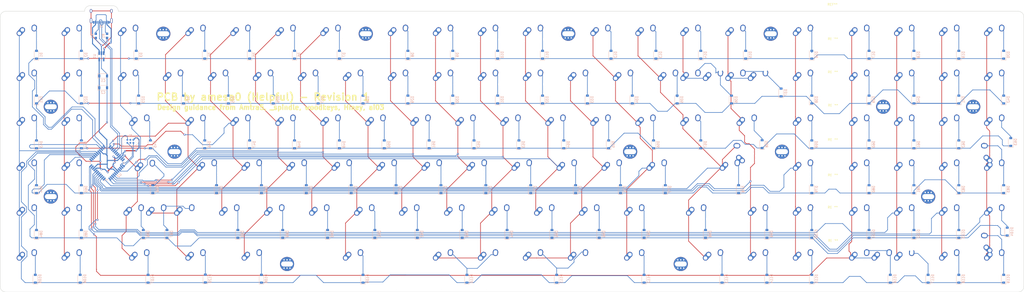
<source format=kicad_pcb>
(kicad_pcb (version 20171130) (host pcbnew "(5.0.0-rc2-dev-733-g23a9fcd91)")
  (layers (0 F.Cu signal) (31 B.Cu signal) (34 B.Paste user) (35 F.Paste user) (36 B.SilkS user) (37 F.SilkS user) (38 B.Mask user) (39 F.Mask user) (44 Edge.Cuts user))
  (net 0 "")
  (net 1 ROW0)
  (net 2 "Net-(D1-Pad2)")
  (net 3 "Net-(D2-Pad2)")
  (net 4 "Net-(D3-Pad2)")
  (net 5 "Net-(D4-Pad2)")
  (net 6 "Net-(D5-Pad2)")
  (net 7 "Net-(D6-Pad2)")
  (net 8 "Net-(D7-Pad2)")
  (net 9 "Net-(D8-Pad2)")
  (net 10 "Net-(D9-Pad2)")
  (net 11 "Net-(D10-Pad2)")
  (net 12 "Net-(D11-Pad2)")
  (net 13 "Net-(D12-Pad2)")
  (net 14 "Net-(D13-Pad2)")
  (net 15 "Net-(D14-Pad2)")
  (net 16 "Net-(D15-Pad2)")
  (net 17 "Net-(D16-Pad2)")
  (net 18 "Net-(D17-Pad2)")
  (net 19 "Net-(D18-Pad2)")
  (net 20 "Net-(D19-Pad2)")
  (net 21 "Net-(D20-Pad2)")
  (net 22 ROW1)
  (net 23 "Net-(D21-Pad2)")
  (net 24 "Net-(D22-Pad2)")
  (net 25 "Net-(D23-Pad2)")
  (net 26 "Net-(D24-Pad2)")
  (net 27 "Net-(D25-Pad2)")
  (net 28 "Net-(D26-Pad2)")
  (net 29 "Net-(D27-Pad2)")
  (net 30 "Net-(D28-Pad2)")
  (net 31 "Net-(D29-Pad2)")
  (net 32 "Net-(D30-Pad2)")
  (net 33 "Net-(D31-Pad2)")
  (net 34 "Net-(D32-Pad2)")
  (net 35 "Net-(D33-Pad2)")
  (net 36 "Net-(D34-Pad2)")
  (net 37 "Net-(D35-Pad2)")
  (net 38 "Net-(D36-Pad2)")
  (net 39 "Net-(D37-Pad2)")
  (net 40 "Net-(D38-Pad2)")
  (net 41 "Net-(D39-Pad2)")
  (net 42 "Net-(D40-Pad2)")
  (net 43 "Net-(D41-Pad2)")
  (net 44 "Net-(D42-Pad2)")
  (net 45 ROW2)
  (net 46 "Net-(D43-Pad2)")
  (net 47 "Net-(D44-Pad2)")
  (net 48 "Net-(D45-Pad2)")
  (net 49 "Net-(D46-Pad2)")
  (net 50 "Net-(D47-Pad2)")
  (net 51 "Net-(D48-Pad2)")
  (net 52 "Net-(D49-Pad2)")
  (net 53 "Net-(D50-Pad2)")
  (net 54 "Net-(D51-Pad2)")
  (net 55 "Net-(D52-Pad2)")
  (net 56 "Net-(D53-Pad2)")
  (net 57 "Net-(D54-Pad2)")
  (net 58 "Net-(D55-Pad2)")
  (net 59 "Net-(D56-Pad2)")
  (net 60 "Net-(D57-Pad2)")
  (net 61 "Net-(D58-Pad2)")
  (net 62 "Net-(D59-Pad2)")
  (net 63 "Net-(D60-Pad2)")
  (net 64 "Net-(D61-Pad2)")
  (net 65 "Net-(D62-Pad2)")
  (net 66 "Net-(D63-Pad2)")
  (net 67 "Net-(D64-Pad2)")
  (net 68 ROW3)
  (net 69 "Net-(D65-Pad2)")
  (net 70 "Net-(D66-Pad2)")
  (net 71 "Net-(D67-Pad2)")
  (net 72 "Net-(D68-Pad2)")
  (net 73 "Net-(D69-Pad2)")
  (net 74 "Net-(D70-Pad2)")
  (net 75 "Net-(D71-Pad2)")
  (net 76 "Net-(D72-Pad2)")
  (net 77 "Net-(D73-Pad2)")
  (net 78 "Net-(D74-Pad2)")
  (net 79 "Net-(D75-Pad2)")
  (net 80 "Net-(D76-Pad2)")
  (net 81 "Net-(D77-Pad2)")
  (net 82 "Net-(D78-Pad2)")
  (net 83 "Net-(D79-Pad2)")
  (net 84 "Net-(D80-Pad2)")
  (net 85 "Net-(D81-Pad2)")
  (net 86 "Net-(D82-Pad2)")
  (net 87 "Net-(D83-Pad2)")
  (net 88 ROW4)
  (net 89 "Net-(D84-Pad2)")
  (net 90 "Net-(D85-Pad2)")
  (net 91 "Net-(D86-Pad2)")
  (net 92 "Net-(D87-Pad2)")
  (net 93 "Net-(D88-Pad2)")
  (net 94 "Net-(D89-Pad2)")
  (net 95 "Net-(D90-Pad2)")
  (net 96 "Net-(D91-Pad2)")
  (net 97 "Net-(D92-Pad2)")
  (net 98 "Net-(D93-Pad2)")
  (net 99 "Net-(D94-Pad2)")
  (net 100 "Net-(D95-Pad2)")
  (net 101 "Net-(D96-Pad2)")
  (net 102 "Net-(D97-Pad2)")
  (net 103 "Net-(D98-Pad2)")
  (net 104 "Net-(D99-Pad2)")
  (net 105 "Net-(D100-Pad2)")
  (net 106 "Net-(D101-Pad2)")
  (net 107 "Net-(D102-Pad2)")
  (net 108 "Net-(D103-Pad2)")
  (net 109 "Net-(D104-Pad2)")
  (net 110 ROW5)
  (net 111 "Net-(D105-Pad2)")
  (net 112 "Net-(D106-Pad2)")
  (net 113 "Net-(D107-Pad2)")
  (net 114 "Net-(D108-Pad2)")
  (net 115 "Net-(D109-Pad2)")
  (net 116 "Net-(D110-Pad2)")
  (net 117 "Net-(D111-Pad2)")
  (net 118 "Net-(D112-Pad2)")
  (net 119 "Net-(D113-Pad2)")
  (net 120 "Net-(D114-Pad2)")
  (net 121 "Net-(D115-Pad2)")
  (net 122 "Net-(D116-Pad2)")
  (net 123 "Net-(D117-Pad2)")
  (net 124 "Net-(D118-Pad2)")
  (net 125 "Net-(D119-Pad2)")
  (net 126 "Net-(J1-PadA6)")
  (net 127 GND)
  (net 128 +5V)
  (net 129 "Net-(J1-PadA7)")
  (net 130 "Net-(J1-PadA8)")
  (net 131 "Net-(J1-PadB5)")
  (net 132 "Net-(J1-PadA5)")
  (net 133 "Net-(J1-PadB8)")
  (net 134 COL0)
  (net 135 COL1)
  (net 136 COL2)
  (net 137 COL3)
  (net 138 COL4)
  (net 139 COL5)
  (net 140 COL6)
  (net 141 COL7)
  (net 142 COL8)
  (net 143 COL9)
  (net 144 COL10)
  (net 145 COL11)
  (net 146 COL12)
  (net 147 COL13)
  (net 148 COL14)
  (net 149 COL15)
  (net 150 COL16)
  (net 151 COL17)
  (net 152 COL18)
  (net 153 COL19)
  (net 154 "Net-(K115-Pad1)")
  (net 155 "Net-(K117-Pad1)")
  (net 156 PDI)
  (net 157 VCC)
  (net 158 "Net-(P1-Pad3)")
  (net 159 "Net-(P1-Pad4)")
  (net 160 RST)
  (net 161 "Net-(U1-Pad4)")
  (net 162 "Net-(U2-Pad12)")
  (net 163 "Net-(U2-Pad25)")
  (net 164 "Net-(U2-Pad33)")
  (net 165 "Net-(U2-Pad36)")
  (net 166 "Net-(U2-Pad40)")
  (net 167 SDA)
  (net 168 SCL)
  (net 169 "Net-(D120-Pad2)")
  (module Helpful:slot_10mm (layer F.Cu) (at 404.76 75.21)
    (fp_text reference REF** (at 0 0.5) (layer F.SilkS))
    (fp_text value slot_10mm)
    (pad "" np_thru_hole oval (at 0 12.7) (size 1 8) (drill oval 1 8) (layers *.Cu *.Mask))
  )
  (module Helpful:slot_10mm (layer F.Cu) (at 404.92 89.79)
    (fp_text reference REF** (at 0 0.5) (layer F.SilkS))
    (fp_text value slot_10mm)
    (pad "" np_thru_hole oval (at 0 12.7) (size 1 8) (drill oval 1 8) (layers *.Cu *.Mask))
  )
  (module Helpful:slot_10mm (layer F.Cu) (at 404.92 103.88)
    (fp_text reference REF** (at 0 0.5) (layer F.SilkS))
    (fp_text value slot_10mm)
    (pad "" np_thru_hole oval (at 0 12.7) (size 1 8) (drill oval 1 8) (layers *.Cu *.Mask))
  )
  (module Diode_SMD:D_SOD-123 (layer B.Cu) (at 117 154 90)
    (fp_text reference D66 (at 0 2 90) (layer B.SilkS) (effects (justify mirror)))
    (fp_text value D)
    (pad 2 smd rect (at 1.65 0 90) (size 0.9 1.2) (layers B.Cu B.Paste B.Mask) (net 70 "Net-(D66-Pad2)"))
    (pad 1 smd rect (at -1.65 0 90) (size 0.9 1.2) (layers B.Cu B.Paste B.Mask) (net 68 ROW3))
  )
  (module ai03_hybrid:MX-1.75U-NoLED (layer F.Cu) (at 114.3 147.79625)
    (fp_text reference K69)
    (fp_text value KEYSW)
    (pad 2 thru_hole oval (at 2.5 -4.5 86.0548) (size 2.831378 2.25) (drill 1.47 (offset 0.290689 0)) (layers *.Cu B.Mask) (net 70 "Net-(D66-Pad2)"))
    (pad 2 thru_hole circle (at 2.54 -5.08) (size 2.25 2.25) (drill 1.47) (layers *.Cu B.Mask) (net 70 "Net-(D66-Pad2)"))
    (pad 1 thru_hole oval (at -3.81 -2.54 48.0996) (size 4.211556 2.25) (drill 1.47 (offset 0.980778 0)) (layers *.Cu B.Mask) (net 136 COL2))
    (pad "" np_thru_hole circle (at 0 0) (size 3.9878 3.9878) (drill 3.9878) (layers *.Cu *.Mask))
    (pad 1 thru_hole circle (at -2.5 -4) (size 2.25 2.25) (drill 1.47) (layers *.Cu B.Mask) (net 136 COL2))
    (pad "" np_thru_hole circle (at -5.08 0 48.0996) (size 1.75 1.75) (drill 1.75) (layers *.Cu *.Mask))
    (pad "" np_thru_hole circle (at 5.08 0 48.0996) (size 1.75 1.75) (drill 1.75) (layers *.Cu *.Mask))
  )
  (module ai03_hybrid:MX-2.25U-NoLED (layer F.Cu) (at 361.95 147.6375)
    (fp_text reference K81)
    (fp_text value KEYSW)
    (pad "" np_thru_hole circle (at 11.938 8.255) (size 3.9878 3.9878) (drill 3.9878) (layers *.Cu *.Mask))
    (pad "" np_thru_hole circle (at -11.938 8.255) (size 3.9878 3.9878) (drill 3.9878) (layers *.Cu *.Mask))
    (pad "" np_thru_hole circle (at 11.938 -6.985) (size 3.048 3.048) (drill 3.048) (layers *.Cu *.Mask))
    (pad "" np_thru_hole circle (at -11.938 -6.985) (size 3.048 3.048) (drill 3.048) (layers *.Cu *.Mask))
    (pad "" np_thru_hole circle (at 5.08 0 48.0996) (size 1.75 1.75) (drill 1.75) (layers *.Cu *.Mask))
    (pad "" np_thru_hole circle (at -5.08 0 48.0996) (size 1.75 1.75) (drill 1.75) (layers *.Cu *.Mask))
    (pad 1 thru_hole circle (at -2.5 -4) (size 2.25 2.25) (drill 1.47) (layers *.Cu B.Mask) (net 146 COL12))
    (pad "" np_thru_hole circle (at 0 0) (size 3.9878 3.9878) (drill 3.9878) (layers *.Cu *.Mask))
    (pad 1 thru_hole oval (at -3.81 -2.54 48.0996) (size 4.211556 2.25) (drill 1.47 (offset 0.980778 0)) (layers *.Cu B.Mask) (net 146 COL12))
    (pad 2 thru_hole circle (at 2.54 -5.08) (size 2.25 2.25) (drill 1.47) (layers *.Cu B.Mask) (net 82 "Net-(D78-Pad2)"))
    (pad 2 thru_hole oval (at 2.5 -4.5 86.0548) (size 2.831378 2.25) (drill 1.47 (offset 0.290689 0)) (layers *.Cu B.Mask) (net 82 "Net-(D78-Pad2)"))
  )
  (module Diode_SMD:D_SOD-123 (layer B.Cu) (at 329 135 90)
    (fp_text reference D56 (at 0 2 90) (layer B.SilkS) (effects (justify mirror)))
    (fp_text value D)
    (pad 2 smd rect (at 1.65 0 90) (size 0.9 1.2) (layers B.Cu B.Paste B.Mask) (net 59 "Net-(D56-Pad2)"))
    (pad 1 smd rect (at -1.65 0 90) (size 0.9 1.2) (layers B.Cu B.Paste B.Mask) (net 45 ROW2))
  )
  (module Helpful:slot_10mm (layer F.Cu) (at 404.86 161.23)
    (fp_text reference REF** (at 0 0.5) (layer F.SilkS))
    (fp_text value slot_10mm)
    (pad "" np_thru_hole oval (at 0 12.7) (size 1 8) (drill oval 1 8) (layers *.Cu *.Mask))
  )
  (module Diode_SMD:D_SOD-123 (layer B.Cu) (at 95.98125 106)
    (fp_text reference C1 (at 0 2) (layer B.SilkS) (effects (justify mirror)))
    (fp_text value 10uf)
    (pad 2 smd rect (at 1.65 0) (size 0.9 1.2) (layers B.Cu B.Paste B.Mask) (net 127 GND))
    (pad 1 smd rect (at -1.65 0) (size 0.9 1.2) (layers B.Cu B.Paste B.Mask) (net 157 VCC))
  )
  (module Diode_SMD:D_SOD-123 (layer B.Cu) (at 95.98125 111)
    (fp_text reference C2 (at 0 2) (layer B.SilkS) (effects (justify mirror)))
    (fp_text value 0.4uf)
    (pad 2 smd rect (at 1.65 0) (size 0.9 1.2) (layers B.Cu B.Paste B.Mask) (net 127 GND))
    (pad 1 smd rect (at -1.65 0) (size 0.9 1.2) (layers B.Cu B.Paste B.Mask) (net 157 VCC))
  )
  (module Diode_SMD:D_SOD-123 (layer B.Cu) (at 67.7625 97 90)
    (fp_text reference D1 (at 0 2 90) (layer B.SilkS) (effects (justify mirror)))
    (fp_text value D)
    (pad 1 smd rect (at -1.65 0 90) (size 0.9 1.2) (layers B.Cu B.Paste B.Mask) (net 1 ROW0))
    (pad 2 smd rect (at 1.65 0 90) (size 0.9 1.2) (layers B.Cu B.Paste B.Mask) (net 2 "Net-(D1-Pad2)"))
  )
  (module Diode_SMD:D_SOD-123 (layer B.Cu) (at 86.7625 97 90)
    (fp_text reference D2 (at 0 2 90) (layer B.SilkS) (effects (justify mirror)))
    (fp_text value D)
    (pad 2 smd rect (at 1.65 0 90) (size 0.9 1.2) (layers B.Cu B.Paste B.Mask) (net 3 "Net-(D2-Pad2)"))
    (pad 1 smd rect (at -1.65 0 90) (size 0.9 1.2) (layers B.Cu B.Paste B.Mask) (net 1 ROW0))
  )
  (module Diode_SMD:D_SOD-123 (layer B.Cu) (at 110 97 90)
    (fp_text reference D3 (at 0 2 90) (layer B.SilkS) (effects (justify mirror)))
    (fp_text value D)
    (pad 1 smd rect (at -1.65 0 90) (size 0.9 1.2) (layers B.Cu B.Paste B.Mask) (net 1 ROW0))
    (pad 2 smd rect (at 1.65 0 90) (size 0.9 1.2) (layers B.Cu B.Paste B.Mask) (net 4 "Net-(D3-Pad2)"))
  )
  (module Diode_SMD:D_SOD-123 (layer B.Cu) (at 139 97 90)
    (fp_text reference D4 (at 0 2 90) (layer B.SilkS) (effects (justify mirror)))
    (fp_text value D)
    (pad 2 smd rect (at 1.65 0 90) (size 0.9 1.2) (layers B.Cu B.Paste B.Mask) (net 5 "Net-(D4-Pad2)"))
    (pad 1 smd rect (at -1.65 0 90) (size 0.9 1.2) (layers B.Cu B.Paste B.Mask) (net 1 ROW0))
  )
  (module Diode_SMD:D_SOD-123 (layer B.Cu) (at 158 97 90)
    (fp_text reference D5 (at 0 2 90) (layer B.SilkS) (effects (justify mirror)))
    (fp_text value D)
    (pad 1 smd rect (at -1.65 0 90) (size 0.9 1.2) (layers B.Cu B.Paste B.Mask) (net 1 ROW0))
    (pad 2 smd rect (at 1.65 0 90) (size 0.9 1.2) (layers B.Cu B.Paste B.Mask) (net 6 "Net-(D5-Pad2)"))
  )
  (module Diode_SMD:D_SOD-123 (layer B.Cu) (at 177 97 90)
    (fp_text reference D6 (at 0 2 90) (layer B.SilkS) (effects (justify mirror)))
    (fp_text value D)
    (pad 2 smd rect (at 1.65 0 90) (size 0.9 1.2) (layers B.Cu B.Paste B.Mask) (net 7 "Net-(D6-Pad2)"))
    (pad 1 smd rect (at -1.65 0 90) (size 0.9 1.2) (layers B.Cu B.Paste B.Mask) (net 1 ROW0))
  )
  (module Diode_SMD:D_SOD-123 (layer B.Cu) (at 196 97 90)
    (fp_text reference D7 (at 0 2 90) (layer B.SilkS) (effects (justify mirror)))
    (fp_text value D)
    (pad 1 smd rect (at -1.65 0 90) (size 0.9 1.2) (layers B.Cu B.Paste B.Mask) (net 1 ROW0))
    (pad 2 smd rect (at 1.65 0 90) (size 0.9 1.2) (layers B.Cu B.Paste B.Mask) (net 8 "Net-(D7-Pad2)"))
  )
  (module Diode_SMD:D_SOD-123 (layer B.Cu) (at 225 97 90)
    (fp_text reference D8 (at 0 2 90) (layer B.SilkS) (effects (justify mirror)))
    (fp_text value D)
    (pad 2 smd rect (at 1.65 0 90) (size 0.9 1.2) (layers B.Cu B.Paste B.Mask) (net 9 "Net-(D8-Pad2)"))
    (pad 1 smd rect (at -1.65 0 90) (size 0.9 1.2) (layers B.Cu B.Paste B.Mask) (net 1 ROW0))
  )
  (module Diode_SMD:D_SOD-123 (layer B.Cu) (at 244 97 90)
    (fp_text reference D9 (at 0 2 90) (layer B.SilkS) (effects (justify mirror)))
    (fp_text value D)
    (pad 1 smd rect (at -1.65 0 90) (size 0.9 1.2) (layers B.Cu B.Paste B.Mask) (net 1 ROW0))
    (pad 2 smd rect (at 1.65 0 90) (size 0.9 1.2) (layers B.Cu B.Paste B.Mask) (net 10 "Net-(D9-Pad2)"))
  )
  (module Diode_SMD:D_SOD-123 (layer B.Cu) (at 263 97 90)
    (fp_text reference D10 (at 0 2 90) (layer B.SilkS) (effects (justify mirror)))
    (fp_text value D)
    (pad 1 smd rect (at -1.65 0 90) (size 0.9 1.2) (layers B.Cu B.Paste B.Mask) (net 1 ROW0))
    (pad 2 smd rect (at 1.65 0 90) (size 0.9 1.2) (layers B.Cu B.Paste B.Mask) (net 11 "Net-(D10-Pad2)"))
  )
  (module Diode_SMD:D_SOD-123 (layer B.Cu) (at 282 97 90)
    (fp_text reference D11 (at 0 2 90) (layer B.SilkS) (effects (justify mirror)))
    (fp_text value D)
    (pad 1 smd rect (at -1.65 0 90) (size 0.9 1.2) (layers B.Cu B.Paste B.Mask) (net 1 ROW0))
    (pad 2 smd rect (at 1.65 0 90) (size 0.9 1.2) (layers B.Cu B.Paste B.Mask) (net 12 "Net-(D11-Pad2)"))
  )
  (module Diode_SMD:D_SOD-123 (layer B.Cu) (at 311 97 90)
    (fp_text reference D12 (at 0 2 90) (layer B.SilkS) (effects (justify mirror)))
    (fp_text value D)
    (pad 2 smd rect (at 1.65 0 90) (size 0.9 1.2) (layers B.Cu B.Paste B.Mask) (net 13 "Net-(D12-Pad2)"))
    (pad 1 smd rect (at -1.65 0 90) (size 0.9 1.2) (layers B.Cu B.Paste B.Mask) (net 1 ROW0))
  )
  (module Diode_SMD:D_SOD-123 (layer B.Cu) (at 330 97 90)
    (fp_text reference D13 (at 0 2 90) (layer B.SilkS) (effects (justify mirror)))
    (fp_text value D)
    (pad 1 smd rect (at -1.65 0 90) (size 0.9 1.2) (layers B.Cu B.Paste B.Mask) (net 1 ROW0))
    (pad 2 smd rect (at 1.65 0 90) (size 0.9 1.2) (layers B.Cu B.Paste B.Mask) (net 14 "Net-(D13-Pad2)"))
  )
  (module Diode_SMD:D_SOD-123 (layer B.Cu) (at 349 97 90)
    (fp_text reference D14 (at 0 2 90) (layer B.SilkS) (effects (justify mirror)))
    (fp_text value D)
    (pad 2 smd rect (at 1.65 0 90) (size 0.9 1.2) (layers B.Cu B.Paste B.Mask) (net 15 "Net-(D14-Pad2)"))
    (pad 1 smd rect (at -1.65 0 90) (size 0.9 1.2) (layers B.Cu B.Paste B.Mask) (net 1 ROW0))
  )
  (module Diode_SMD:D_SOD-123 (layer B.Cu) (at 368 97 90)
    (fp_text reference D15 (at 0 2 90) (layer B.SilkS) (effects (justify mirror)))
    (fp_text value D)
    (pad 1 smd rect (at -1.65 0 90) (size 0.9 1.2) (layers B.Cu B.Paste B.Mask) (net 1 ROW0))
    (pad 2 smd rect (at 1.65 0 90) (size 0.9 1.2) (layers B.Cu B.Paste B.Mask) (net 16 "Net-(D15-Pad2)"))
  )
  (module Diode_SMD:D_SOD-123 (layer B.Cu) (at 396 97 90)
    (fp_text reference D16 (at 0 2 90) (layer B.SilkS) (effects (justify mirror)))
    (fp_text value D)
    (pad 2 smd rect (at 1.65 0 90) (size 0.9 1.2) (layers B.Cu B.Paste B.Mask) (net 17 "Net-(D16-Pad2)"))
    (pad 1 smd rect (at -1.65 0 90) (size 0.9 1.2) (layers B.Cu B.Paste B.Mask) (net 1 ROW0))
  )
  (module Diode_SMD:D_SOD-123 (layer B.Cu) (at 420.2375 97 90)
    (fp_text reference D17 (at 0 2 90) (layer B.SilkS) (effects (justify mirror)))
    (fp_text value D)
    (pad 1 smd rect (at -1.65 0 90) (size 0.9 1.2) (layers B.Cu B.Paste B.Mask) (net 1 ROW0))
    (pad 2 smd rect (at 1.65 0 90) (size 0.9 1.2) (layers B.Cu B.Paste B.Mask) (net 18 "Net-(D17-Pad2)"))
  )
  (module Diode_SMD:D_SOD-123 (layer B.Cu) (at 439.2375 97 90)
    (fp_text reference D18 (at 0 2 90) (layer B.SilkS) (effects (justify mirror)))
    (fp_text value D)
    (pad 2 smd rect (at 1.65 0 90) (size 0.9 1.2) (layers B.Cu B.Paste B.Mask) (net 19 "Net-(D18-Pad2)"))
    (pad 1 smd rect (at -1.65 0 90) (size 0.9 1.2) (layers B.Cu B.Paste B.Mask) (net 1 ROW0))
  )
  (module Diode_SMD:D_SOD-123 (layer B.Cu) (at 458.2375 97 90)
    (fp_text reference D19 (at 0 2 90) (layer B.SilkS) (effects (justify mirror)))
    (fp_text value D)
    (pad 1 smd rect (at -1.65 0 90) (size 0.9 1.2) (layers B.Cu B.Paste B.Mask) (net 1 ROW0))
    (pad 2 smd rect (at 1.65 0 90) (size 0.9 1.2) (layers B.Cu B.Paste B.Mask) (net 20 "Net-(D19-Pad2)"))
  )
  (module Diode_SMD:D_SOD-123 (layer B.Cu) (at 477.2375 97 90)
    (fp_text reference D20 (at 0 2 90) (layer B.SilkS) (effects (justify mirror)))
    (fp_text value D)
    (pad 2 smd rect (at 1.65 0 90) (size 0.9 1.2) (layers B.Cu B.Paste B.Mask) (net 21 "Net-(D20-Pad2)"))
    (pad 1 smd rect (at -1.65 0 90) (size 0.9 1.2) (layers B.Cu B.Paste B.Mask) (net 1 ROW0))
  )
  (module Diode_SMD:D_SOD-123 (layer B.Cu) (at 67.7625 116 90)
    (fp_text reference D21 (at 0 2 90) (layer B.SilkS) (effects (justify mirror)))
    (fp_text value D)
    (pad 1 smd rect (at -1.65 0 90) (size 0.9 1.2) (layers B.Cu B.Paste B.Mask) (net 22 ROW1))
    (pad 2 smd rect (at 1.65 0 90) (size 0.9 1.2) (layers B.Cu B.Paste B.Mask) (net 23 "Net-(D21-Pad2)"))
  )
  (module Diode_SMD:D_SOD-123 (layer B.Cu) (at 86.7625 116 90)
    (fp_text reference D22 (at 0 2 90) (layer B.SilkS) (effects (justify mirror)))
    (fp_text value D)
    (pad 2 smd rect (at 1.65 0 90) (size 0.9 1.2) (layers B.Cu B.Paste B.Mask) (net 24 "Net-(D22-Pad2)"))
    (pad 1 smd rect (at -1.65 0 90) (size 0.9 1.2) (layers B.Cu B.Paste B.Mask) (net 22 ROW1))
  )
  (module Diode_SMD:D_SOD-123 (layer B.Cu) (at 111 116 90)
    (fp_text reference D23 (at 0 2 90) (layer B.SilkS) (effects (justify mirror)))
    (fp_text value D)
    (pad 1 smd rect (at -1.65 0 90) (size 0.9 1.2) (layers B.Cu B.Paste B.Mask) (net 22 ROW1))
    (pad 2 smd rect (at 1.65 0 90) (size 0.9 1.2) (layers B.Cu B.Paste B.Mask) (net 25 "Net-(D23-Pad2)"))
  )
  (module Diode_SMD:D_SOD-123 (layer B.Cu) (at 130 116 90)
    (fp_text reference D24 (at 0 2 90) (layer B.SilkS) (effects (justify mirror)))
    (fp_text value D)
    (pad 2 smd rect (at 1.65 0 90) (size 0.9 1.2) (layers B.Cu B.Paste B.Mask) (net 26 "Net-(D24-Pad2)"))
    (pad 1 smd rect (at -1.65 0 90) (size 0.9 1.2) (layers B.Cu B.Paste B.Mask) (net 22 ROW1))
  )
  (module Diode_SMD:D_SOD-123 (layer B.Cu) (at 149 116 90)
    (fp_text reference D25 (at 0 2 90) (layer B.SilkS) (effects (justify mirror)))
    (fp_text value D)
    (pad 1 smd rect (at -1.65 0 90) (size 0.9 1.2) (layers B.Cu B.Paste B.Mask) (net 22 ROW1))
    (pad 2 smd rect (at 1.65 0 90) (size 0.9 1.2) (layers B.Cu B.Paste B.Mask) (net 27 "Net-(D25-Pad2)"))
  )
  (module Diode_SMD:D_SOD-123 (layer B.Cu) (at 168 116 90)
    (fp_text reference D26 (at 0 2 90) (layer B.SilkS) (effects (justify mirror)))
    (fp_text value D)
    (pad 2 smd rect (at 1.65 0 90) (size 0.9 1.2) (layers B.Cu B.Paste B.Mask) (net 28 "Net-(D26-Pad2)"))
    (pad 1 smd rect (at -1.65 0 90) (size 0.9 1.2) (layers B.Cu B.Paste B.Mask) (net 22 ROW1))
  )
  (module Diode_SMD:D_SOD-123 (layer B.Cu) (at 187 116 90)
    (fp_text reference D27 (at 0 2 90) (layer B.SilkS) (effects (justify mirror)))
    (fp_text value D)
    (pad 1 smd rect (at -1.65 0 90) (size 0.9 1.2) (layers B.Cu B.Paste B.Mask) (net 22 ROW1))
    (pad 2 smd rect (at 1.65 0 90) (size 0.9 1.2) (layers B.Cu B.Paste B.Mask) (net 29 "Net-(D27-Pad2)"))
  )
  (module Diode_SMD:D_SOD-123 (layer B.Cu) (at 206 116 90)
    (fp_text reference D28 (at 0 2 90) (layer B.SilkS) (effects (justify mirror)))
    (fp_text value D)
    (pad 2 smd rect (at 1.65 0 90) (size 0.9 1.2) (layers B.Cu B.Paste B.Mask) (net 30 "Net-(D28-Pad2)"))
    (pad 1 smd rect (at -1.65 0 90) (size 0.9 1.2) (layers B.Cu B.Paste B.Mask) (net 22 ROW1))
  )
  (module Diode_SMD:D_SOD-123 (layer B.Cu) (at 225 116 90)
    (fp_text reference D29 (at 0 2 90) (layer B.SilkS) (effects (justify mirror)))
    (fp_text value D)
    (pad 1 smd rect (at -1.65 0 90) (size 0.9 1.2) (layers B.Cu B.Paste B.Mask) (net 22 ROW1))
    (pad 2 smd rect (at 1.65 0 90) (size 0.9 1.2) (layers B.Cu B.Paste B.Mask) (net 31 "Net-(D29-Pad2)"))
  )
  (module Diode_SMD:D_SOD-123 (layer B.Cu) (at 244 116 90)
    (fp_text reference D30 (at 0 2 90) (layer B.SilkS) (effects (justify mirror)))
    (fp_text value D)
    (pad 2 smd rect (at 1.65 0 90) (size 0.9 1.2) (layers B.Cu B.Paste B.Mask) (net 32 "Net-(D30-Pad2)"))
    (pad 1 smd rect (at -1.65 0 90) (size 0.9 1.2) (layers B.Cu B.Paste B.Mask) (net 22 ROW1))
  )
  (module Diode_SMD:D_SOD-123 (layer B.Cu) (at 263 116 90)
    (fp_text reference D31 (at 0 2 90) (layer B.SilkS) (effects (justify mirror)))
    (fp_text value D)
    (pad 2 smd rect (at 1.65 0 90) (size 0.9 1.2) (layers B.Cu B.Paste B.Mask) (net 33 "Net-(D31-Pad2)"))
    (pad 1 smd rect (at -1.65 0 90) (size 0.9 1.2) (layers B.Cu B.Paste B.Mask) (net 22 ROW1))
  )
  (module Diode_SMD:D_SOD-123 (layer B.Cu) (at 282 116 90)
    (fp_text reference D32 (at 0 2 90) (layer B.SilkS) (effects (justify mirror)))
    (fp_text value D)
    (pad 2 smd rect (at 1.65 0 90) (size 0.9 1.2) (layers B.Cu B.Paste B.Mask) (net 34 "Net-(D32-Pad2)"))
    (pad 1 smd rect (at -1.65 0 90) (size 0.9 1.2) (layers B.Cu B.Paste B.Mask) (net 22 ROW1))
  )
  (module Diode_SMD:D_SOD-123 (layer B.Cu) (at 301 116 90)
    (fp_text reference D33 (at 0 2 90) (layer B.SilkS) (effects (justify mirror)))
    (fp_text value D)
    (pad 1 smd rect (at -1.65 0 90) (size 0.9 1.2) (layers B.Cu B.Paste B.Mask) (net 22 ROW1))
    (pad 2 smd rect (at 1.65 0 90) (size 0.9 1.2) (layers B.Cu B.Paste B.Mask) (net 35 "Net-(D33-Pad2)"))
  )
  (module Diode_SMD:D_SOD-123 (layer B.Cu) (at 320 116 90)
    (fp_text reference D34 (at 0 2 90) (layer B.SilkS) (effects (justify mirror)))
    (fp_text value D)
    (pad 2 smd rect (at 1.65 0 90) (size 0.9 1.2) (layers B.Cu B.Paste B.Mask) (net 36 "Net-(D34-Pad2)"))
    (pad 1 smd rect (at -1.65 0 90) (size 0.9 1.2) (layers B.Cu B.Paste B.Mask) (net 22 ROW1))
  )
  (module Diode_SMD:D_SOD-123 (layer B.Cu) (at 339 116 90)
    (fp_text reference D35 (at 0 2 90) (layer B.SilkS) (effects (justify mirror)))
    (fp_text value D)
    (pad 1 smd rect (at -1.65 0 90) (size 0.9 1.2) (layers B.Cu B.Paste B.Mask) (net 22 ROW1))
    (pad 2 smd rect (at 1.65 0 90) (size 0.9 1.2) (layers B.Cu B.Paste B.Mask) (net 37 "Net-(D35-Pad2)"))
  )
  (module Diode_SMD:D_SOD-123 (layer B.Cu) (at 362 116 90)
    (fp_text reference D36 (at 0 2 90) (layer B.SilkS) (effects (justify mirror)))
    (fp_text value D)
    (pad 2 smd rect (at 1.65 0 90) (size 0.9 1.2) (layers B.Cu B.Paste B.Mask) (net 38 "Net-(D36-Pad2)"))
    (pad 1 smd rect (at -1.65 0 90) (size 0.9 1.2) (layers B.Cu B.Paste B.Mask) (net 22 ROW1))
  )
  (module Diode_SMD:D_SOD-123 (layer B.Cu) (at 383 113 90)
    (fp_text reference D37 (at 0 2 90) (layer B.SilkS) (effects (justify mirror)))
    (fp_text value D)
    (pad 1 smd rect (at -1.65 0 90) (size 0.9 1.2) (layers B.Cu B.Paste B.Mask) (net 22 ROW1))
    (pad 2 smd rect (at 1.65 0 90) (size 0.9 1.2) (layers B.Cu B.Paste B.Mask) (net 39 "Net-(D37-Pad2)"))
  )
  (module Diode_SMD:D_SOD-123 (layer B.Cu) (at 396 116 90)
    (fp_text reference D38 (at 0 2 90) (layer B.SilkS) (effects (justify mirror)))
    (fp_text value D)
    (pad 2 smd rect (at 1.65 0 90) (size 0.9 1.2) (layers B.Cu B.Paste B.Mask) (net 40 "Net-(D38-Pad2)"))
    (pad 1 smd rect (at -1.65 0 90) (size 0.9 1.2) (layers B.Cu B.Paste B.Mask) (net 22 ROW1))
  )
  (module Diode_SMD:D_SOD-123 (layer B.Cu) (at 420.2375 116 90)
    (fp_text reference D39 (at 0 2 90) (layer B.SilkS) (effects (justify mirror)))
    (fp_text value D)
    (pad 1 smd rect (at -1.65 0 90) (size 0.9 1.2) (layers B.Cu B.Paste B.Mask) (net 22 ROW1))
    (pad 2 smd rect (at 1.65 0 90) (size 0.9 1.2) (layers B.Cu B.Paste B.Mask) (net 41 "Net-(D39-Pad2)"))
  )
  (module Diode_SMD:D_SOD-123 (layer B.Cu) (at 439.2375 116 90)
    (fp_text reference D40 (at 0 2 90) (layer B.SilkS) (effects (justify mirror)))
    (fp_text value D)
    (pad 2 smd rect (at 1.65 0 90) (size 0.9 1.2) (layers B.Cu B.Paste B.Mask) (net 42 "Net-(D40-Pad2)"))
    (pad 1 smd rect (at -1.65 0 90) (size 0.9 1.2) (layers B.Cu B.Paste B.Mask) (net 22 ROW1))
  )
  (module Diode_SMD:D_SOD-123 (layer B.Cu) (at 458.2375 116 90)
    (fp_text reference D41 (at 0 2 90) (layer B.SilkS) (effects (justify mirror)))
    (fp_text value D)
    (pad 2 smd rect (at 1.65 0 90) (size 0.9 1.2) (layers B.Cu B.Paste B.Mask) (net 43 "Net-(D41-Pad2)"))
    (pad 1 smd rect (at -1.65 0 90) (size 0.9 1.2) (layers B.Cu B.Paste B.Mask) (net 22 ROW1))
  )
  (module Diode_SMD:D_SOD-123 (layer B.Cu) (at 477.2375 116 90)
    (fp_text reference D42 (at 0 2 90) (layer B.SilkS) (effects (justify mirror)))
    (fp_text value D)
    (pad 2 smd rect (at 1.65 0 90) (size 0.9 1.2) (layers B.Cu B.Paste B.Mask) (net 44 "Net-(D42-Pad2)"))
    (pad 1 smd rect (at -1.65 0 90) (size 0.9 1.2) (layers B.Cu B.Paste B.Mask) (net 22 ROW1))
  )
  (module Diode_SMD:D_SOD-123 (layer B.Cu) (at 67.7625 135 90)
    (fp_text reference D43 (at 0 2 90) (layer B.SilkS) (effects (justify mirror)))
    (fp_text value D)
    (pad 1 smd rect (at -1.65 0 90) (size 0.9 1.2) (layers B.Cu B.Paste B.Mask) (net 45 ROW2))
    (pad 2 smd rect (at 1.65 0 90) (size 0.9 1.2) (layers B.Cu B.Paste B.Mask) (net 46 "Net-(D43-Pad2)"))
  )
  (module Diode_SMD:D_SOD-123 (layer B.Cu) (at 86.7625 135 90)
    (fp_text reference D44 (at 0 2 90) (layer B.SilkS) (effects (justify mirror)))
    (fp_text value D)
    (pad 2 smd rect (at 1.65 0 90) (size 0.9 1.2) (layers B.Cu B.Paste B.Mask) (net 47 "Net-(D44-Pad2)"))
    (pad 1 smd rect (at -1.65 0 90) (size 0.9 1.2) (layers B.Cu B.Paste B.Mask) (net 45 ROW2))
  )
  (module Diode_SMD:D_SOD-123 (layer B.Cu) (at 116 135 90)
    (fp_text reference D45 (at 0 2 90) (layer B.SilkS) (effects (justify mirror)))
    (fp_text value D)
    (pad 1 smd rect (at -1.65 0 90) (size 0.9 1.2) (layers B.Cu B.Paste B.Mask) (net 45 ROW2))
    (pad 2 smd rect (at 1.65 0 90) (size 0.9 1.2) (layers B.Cu B.Paste B.Mask) (net 48 "Net-(D45-Pad2)"))
  )
  (module Diode_SMD:D_SOD-123 (layer B.Cu) (at 139 135 90)
    (fp_text reference D46 (at 0 2 90) (layer B.SilkS) (effects (justify mirror)))
    (fp_text value D)
    (pad 2 smd rect (at 1.65 0 90) (size 0.9 1.2) (layers B.Cu B.Paste B.Mask) (net 49 "Net-(D46-Pad2)"))
    (pad 1 smd rect (at -1.65 0 90) (size 0.9 1.2) (layers B.Cu B.Paste B.Mask) (net 45 ROW2))
  )
  (module Diode_SMD:D_SOD-123 (layer B.Cu) (at 158 135 90)
    (fp_text reference D47 (at 0 2 90) (layer B.SilkS) (effects (justify mirror)))
    (fp_text value D)
    (pad 1 smd rect (at -1.65 0 90) (size 0.9 1.2) (layers B.Cu B.Paste B.Mask) (net 45 ROW2))
    (pad 2 smd rect (at 1.65 0 90) (size 0.9 1.2) (layers B.Cu B.Paste B.Mask) (net 50 "Net-(D47-Pad2)"))
  )
  (module Diode_SMD:D_SOD-123 (layer B.Cu) (at 177 135 90)
    (fp_text reference D48 (at 0 2 90) (layer B.SilkS) (effects (justify mirror)))
    (fp_text value D)
    (pad 2 smd rect (at 1.65 0 90) (size 0.9 1.2) (layers B.Cu B.Paste B.Mask) (net 51 "Net-(D48-Pad2)"))
    (pad 1 smd rect (at -1.65 0 90) (size 0.9 1.2) (layers B.Cu B.Paste B.Mask) (net 45 ROW2))
  )
  (module Diode_SMD:D_SOD-123 (layer B.Cu) (at 196 135 90)
    (fp_text reference D49 (at 0 2 90) (layer B.SilkS) (effects (justify mirror)))
    (fp_text value D)
    (pad 1 smd rect (at -1.65 0 90) (size 0.9 1.2) (layers B.Cu B.Paste B.Mask) (net 45 ROW2))
    (pad 2 smd rect (at 1.65 0 90) (size 0.9 1.2) (layers B.Cu B.Paste B.Mask) (net 52 "Net-(D49-Pad2)"))
  )
  (module Diode_SMD:D_SOD-123 (layer B.Cu) (at 215 135 90)
    (fp_text reference D50 (at 0 2 90) (layer B.SilkS) (effects (justify mirror)))
    (fp_text value D)
    (pad 2 smd rect (at 1.65 0 90) (size 0.9 1.2) (layers B.Cu B.Paste B.Mask) (net 53 "Net-(D50-Pad2)"))
    (pad 1 smd rect (at -1.65 0 90) (size 0.9 1.2) (layers B.Cu B.Paste B.Mask) (net 45 ROW2))
  )
  (module Diode_SMD:D_SOD-123 (layer B.Cu) (at 234 135 90)
    (fp_text reference D51 (at 0 2 90) (layer B.SilkS) (effects (justify mirror)))
    (fp_text value D)
    (pad 1 smd rect (at -1.65 0 90) (size 0.9 1.2) (layers B.Cu B.Paste B.Mask) (net 45 ROW2))
    (pad 2 smd rect (at 1.65 0 90) (size 0.9 1.2) (layers B.Cu B.Paste B.Mask) (net 54 "Net-(D51-Pad2)"))
  )
  (module Diode_SMD:D_SOD-123 (layer B.Cu) (at 253 135 90)
    (fp_text reference D52 (at 0 2 90) (layer B.SilkS) (effects (justify mirror)))
    (fp_text value D)
    (pad 2 smd rect (at 1.65 0 90) (size 0.9 1.2) (layers B.Cu B.Paste B.Mask) (net 55 "Net-(D52-Pad2)"))
    (pad 1 smd rect (at -1.65 0 90) (size 0.9 1.2) (layers B.Cu B.Paste B.Mask) (net 45 ROW2))
  )
  (module Diode_SMD:D_SOD-123 (layer B.Cu) (at 272 135 90)
    (fp_text reference D53 (at 0 2 90) (layer B.SilkS) (effects (justify mirror)))
    (fp_text value D)
    (pad 1 smd rect (at -1.65 0 90) (size 0.9 1.2) (layers B.Cu B.Paste B.Mask) (net 45 ROW2))
    (pad 2 smd rect (at 1.65 0 90) (size 0.9 1.2) (layers B.Cu B.Paste B.Mask) (net 56 "Net-(D53-Pad2)"))
  )
  (module Diode_SMD:D_SOD-123 (layer B.Cu) (at 291 135 90)
    (fp_text reference D54 (at 0 2 90) (layer B.SilkS) (effects (justify mirror)))
    (fp_text value D)
    (pad 2 smd rect (at 1.65 0 90) (size 0.9 1.2) (layers B.Cu B.Paste B.Mask) (net 57 "Net-(D54-Pad2)"))
    (pad 1 smd rect (at -1.65 0 90) (size 0.9 1.2) (layers B.Cu B.Paste B.Mask) (net 45 ROW2))
  )
  (module Diode_SMD:D_SOD-123 (layer B.Cu) (at 310 135 90)
    (fp_text reference D55 (at 0 2 90) (layer B.SilkS) (effects (justify mirror)))
    (fp_text value D)
    (pad 1 smd rect (at -1.65 0 90) (size 0.9 1.2) (layers B.Cu B.Paste B.Mask) (net 45 ROW2))
    (pad 2 smd rect (at 1.65 0 90) (size 0.9 1.2) (layers B.Cu B.Paste B.Mask) (net 58 "Net-(D55-Pad2)"))
  )
  (module Diode_SMD:D_SOD-123 (layer B.Cu) (at 349 135 90)
    (fp_text reference D57 (at 0 2 90) (layer B.SilkS) (effects (justify mirror)))
    (fp_text value D)
    (pad 1 smd rect (at -1.65 0 90) (size 0.9 1.2) (layers B.Cu B.Paste B.Mask) (net 45 ROW2))
    (pad 2 smd rect (at 1.65 0 90) (size 0.9 1.2) (layers B.Cu B.Paste B.Mask) (net 60 "Net-(D57-Pad2)"))
  )
  (module Diode_SMD:D_SOD-123 (layer B.Cu) (at 374.97 134.91 90)
    (fp_text reference D58 (at 0 2 90) (layer B.SilkS) (effects (justify mirror)))
    (fp_text value D)
    (pad 2 smd rect (at 1.65 0 90) (size 0.9 1.2) (layers B.Cu B.Paste B.Mask) (net 61 "Net-(D58-Pad2)"))
    (pad 1 smd rect (at -1.65 0 90) (size 0.9 1.2) (layers B.Cu B.Paste B.Mask) (net 45 ROW2))
  )
  (module Diode_SMD:D_SOD-123 (layer B.Cu) (at 396 135 90)
    (fp_text reference D59 (at 0 2 90) (layer B.SilkS) (effects (justify mirror)))
    (fp_text value D)
    (pad 1 smd rect (at -1.65 0 90) (size 0.9 1.2) (layers B.Cu B.Paste B.Mask) (net 45 ROW2))
    (pad 2 smd rect (at 1.65 0 90) (size 0.9 1.2) (layers B.Cu B.Paste B.Mask) (net 62 "Net-(D59-Pad2)"))
  )
  (module Diode_SMD:D_SOD-123 (layer B.Cu) (at 420.2375 135 90)
    (fp_text reference D60 (at 0 2 90) (layer B.SilkS) (effects (justify mirror)))
    (fp_text value D)
    (pad 2 smd rect (at 1.65 0 90) (size 0.9 1.2) (layers B.Cu B.Paste B.Mask) (net 63 "Net-(D60-Pad2)"))
    (pad 1 smd rect (at -1.65 0 90) (size 0.9 1.2) (layers B.Cu B.Paste B.Mask) (net 45 ROW2))
  )
  (module Diode_SMD:D_SOD-123 (layer B.Cu) (at 439.2375 135 90)
    (fp_text reference D61 (at 0 2 90) (layer B.SilkS) (effects (justify mirror)))
    (fp_text value D)
    (pad 1 smd rect (at -1.65 0 90) (size 0.9 1.2) (layers B.Cu B.Paste B.Mask) (net 45 ROW2))
    (pad 2 smd rect (at 1.65 0 90) (size 0.9 1.2) (layers B.Cu B.Paste B.Mask) (net 64 "Net-(D61-Pad2)"))
  )
  (module Diode_SMD:D_SOD-123 (layer B.Cu) (at 458.2375 135 90)
    (fp_text reference D62 (at 0 2 90) (layer B.SilkS) (effects (justify mirror)))
    (fp_text value D)
    (pad 2 smd rect (at 1.65 0 90) (size 0.9 1.2) (layers B.Cu B.Paste B.Mask) (net 65 "Net-(D62-Pad2)"))
    (pad 1 smd rect (at -1.65 0 90) (size 0.9 1.2) (layers B.Cu B.Paste B.Mask) (net 45 ROW2))
  )
  (module Diode_SMD:D_SOD-123 (layer B.Cu) (at 480.2375 134 90)
    (fp_text reference D63 (at 0 2 90) (layer B.SilkS) (effects (justify mirror)))
    (fp_text value D)
    (pad 1 smd rect (at -1.65 0 90) (size 0.9 1.2) (layers B.Cu B.Paste B.Mask) (net 45 ROW2))
    (pad 2 smd rect (at 1.65 0 90) (size 0.9 1.2) (layers B.Cu B.Paste B.Mask) (net 66 "Net-(D63-Pad2)"))
  )
  (module Diode_SMD:D_SOD-123 (layer B.Cu) (at 67.7625 154 90)
    (fp_text reference D64 (at 0 2 90) (layer B.SilkS) (effects (justify mirror)))
    (fp_text value D)
    (pad 2 smd rect (at 1.65 0 90) (size 0.9 1.2) (layers B.Cu B.Paste B.Mask) (net 67 "Net-(D64-Pad2)"))
    (pad 1 smd rect (at -1.65 0 90) (size 0.9 1.2) (layers B.Cu B.Paste B.Mask) (net 68 ROW3))
  )
  (module Diode_SMD:D_SOD-123 (layer B.Cu) (at 86.7625 154 90)
    (fp_text reference D65 (at 0 2 90) (layer B.SilkS) (effects (justify mirror)))
    (fp_text value D)
    (pad 1 smd rect (at -1.65 0 90) (size 0.9 1.2) (layers B.Cu B.Paste B.Mask) (net 68 ROW3))
    (pad 2 smd rect (at 1.65 0 90) (size 0.9 1.2) (layers B.Cu B.Paste B.Mask) (net 69 "Net-(D65-Pad2)"))
  )
  (module Diode_SMD:D_SOD-123 (layer B.Cu) (at 144 154 90)
    (fp_text reference D67 (at 0 2 90) (layer B.SilkS) (effects (justify mirror)))
    (fp_text value D)
    (pad 1 smd rect (at -1.65 0 90) (size 0.9 1.2) (layers B.Cu B.Paste B.Mask) (net 68 ROW3))
    (pad 2 smd rect (at 1.65 0 90) (size 0.9 1.2) (layers B.Cu B.Paste B.Mask) (net 71 "Net-(D67-Pad2)"))
  )
  (module Diode_SMD:D_SOD-123 (layer B.Cu) (at 163 154 90)
    (fp_text reference D68 (at 0 2 90) (layer B.SilkS) (effects (justify mirror)))
    (fp_text value D)
    (pad 2 smd rect (at 1.65 0 90) (size 0.9 1.2) (layers B.Cu B.Paste B.Mask) (net 72 "Net-(D68-Pad2)"))
    (pad 1 smd rect (at -1.65 0 90) (size 0.9 1.2) (layers B.Cu B.Paste B.Mask) (net 68 ROW3))
  )
  (module Diode_SMD:D_SOD-123 (layer B.Cu) (at 182 154 90)
    (fp_text reference D69 (at 0 2 90) (layer B.SilkS) (effects (justify mirror)))
    (fp_text value D)
    (pad 1 smd rect (at -1.65 0 90) (size 0.9 1.2) (layers B.Cu B.Paste B.Mask) (net 68 ROW3))
    (pad 2 smd rect (at 1.65 0 90) (size 0.9 1.2) (layers B.Cu B.Paste B.Mask) (net 73 "Net-(D69-Pad2)"))
  )
  (module Diode_SMD:D_SOD-123 (layer B.Cu) (at 201 154 90)
    (fp_text reference D70 (at 0 2 90) (layer B.SilkS) (effects (justify mirror)))
    (fp_text value D)
    (pad 2 smd rect (at 1.65 0 90) (size 0.9 1.2) (layers B.Cu B.Paste B.Mask) (net 74 "Net-(D70-Pad2)"))
    (pad 1 smd rect (at -1.65 0 90) (size 0.9 1.2) (layers B.Cu B.Paste B.Mask) (net 68 ROW3))
  )
  (module Diode_SMD:D_SOD-123 (layer B.Cu) (at 220 154 90)
    (fp_text reference D71 (at 0 2 90) (layer B.SilkS) (effects (justify mirror)))
    (fp_text value D)
    (pad 1 smd rect (at -1.65 0 90) (size 0.9 1.2) (layers B.Cu B.Paste B.Mask) (net 68 ROW3))
    (pad 2 smd rect (at 1.65 0 90) (size 0.9 1.2) (layers B.Cu B.Paste B.Mask) (net 75 "Net-(D71-Pad2)"))
  )
  (module Diode_SMD:D_SOD-123 (layer B.Cu) (at 239 154 90)
    (fp_text reference D72 (at 0 2 90) (layer B.SilkS) (effects (justify mirror)))
    (fp_text value D)
    (pad 2 smd rect (at 1.65 0 90) (size 0.9 1.2) (layers B.Cu B.Paste B.Mask) (net 76 "Net-(D72-Pad2)"))
    (pad 1 smd rect (at -1.65 0 90) (size 0.9 1.2) (layers B.Cu B.Paste B.Mask) (net 68 ROW3))
  )
  (module Diode_SMD:D_SOD-123 (layer B.Cu) (at 258 154 90)
    (fp_text reference D73 (at 0 2 90) (layer B.SilkS) (effects (justify mirror)))
    (fp_text value D)
    (pad 1 smd rect (at -1.65 0 90) (size 0.9 1.2) (layers B.Cu B.Paste B.Mask) (net 68 ROW3))
    (pad 2 smd rect (at 1.65 0 90) (size 0.9 1.2) (layers B.Cu B.Paste B.Mask) (net 77 "Net-(D73-Pad2)"))
  )
  (module Diode_SMD:D_SOD-123 (layer B.Cu) (at 277 154 90)
    (fp_text reference D74 (at 0 2 90) (layer B.SilkS) (effects (justify mirror)))
    (fp_text value D)
    (pad 1 smd rect (at -1.65 0 90) (size 0.9 1.2) (layers B.Cu B.Paste B.Mask) (net 68 ROW3))
    (pad 2 smd rect (at 1.65 0 90) (size 0.9 1.2) (layers B.Cu B.Paste B.Mask) (net 78 "Net-(D74-Pad2)"))
  )
  (module Diode_SMD:D_SOD-123 (layer B.Cu) (at 296 154 90)
    (fp_text reference D75 (at 0 2 90) (layer B.SilkS) (effects (justify mirror)))
    (fp_text value D)
    (pad 1 smd rect (at -1.65 0 90) (size 0.9 1.2) (layers B.Cu B.Paste B.Mask) (net 68 ROW3))
    (pad 2 smd rect (at 1.65 0 90) (size 0.9 1.2) (layers B.Cu B.Paste B.Mask) (net 79 "Net-(D75-Pad2)"))
  )
  (module Diode_SMD:D_SOD-123 (layer B.Cu) (at 315 154 90)
    (fp_text reference D76 (at 0 2 90) (layer B.SilkS) (effects (justify mirror)))
    (fp_text value D)
    (pad 2 smd rect (at 1.65 0 90) (size 0.9 1.2) (layers B.Cu B.Paste B.Mask) (net 80 "Net-(D76-Pad2)"))
    (pad 1 smd rect (at -1.65 0 90) (size 0.9 1.2) (layers B.Cu B.Paste B.Mask) (net 68 ROW3))
  )
  (module Diode_SMD:D_SOD-123 (layer B.Cu) (at 334 154 90)
    (fp_text reference D77 (at 0 2 90) (layer B.SilkS) (effects (justify mirror)))
    (fp_text value D)
    (pad 1 smd rect (at -1.65 0 90) (size 0.9 1.2) (layers B.Cu B.Paste B.Mask) (net 68 ROW3))
    (pad 2 smd rect (at 1.65 0 90) (size 0.9 1.2) (layers B.Cu B.Paste B.Mask) (net 81 "Net-(D77-Pad2)"))
  )
  (module Diode_SMD:D_SOD-123 (layer B.Cu) (at 365 154 90)
    (fp_text reference D78 (at 0 2 90) (layer B.SilkS) (effects (justify mirror)))
    (fp_text value D)
    (pad 2 smd rect (at 1.65 0 90) (size 0.9 1.2) (layers B.Cu B.Paste B.Mask) (net 82 "Net-(D78-Pad2)"))
    (pad 1 smd rect (at -1.65 0 90) (size 0.9 1.2) (layers B.Cu B.Paste B.Mask) (net 68 ROW3))
  )
  (module Diode_SMD:D_SOD-123 (layer B.Cu) (at 396 154 90)
    (fp_text reference D79 (at 0 2 90) (layer B.SilkS) (effects (justify mirror)))
    (fp_text value D)
    (pad 1 smd rect (at -1.65 0 90) (size 0.9 1.2) (layers B.Cu B.Paste B.Mask) (net 68 ROW3))
    (pad 2 smd rect (at 1.65 0 90) (size 0.9 1.2) (layers B.Cu B.Paste B.Mask) (net 83 "Net-(D79-Pad2)"))
  )
  (module Diode_SMD:D_SOD-123 (layer B.Cu) (at 420.2375 154 90)
    (fp_text reference D80 (at 0 2 90) (layer B.SilkS) (effects (justify mirror)))
    (fp_text value D)
    (pad 2 smd rect (at 1.65 0 90) (size 0.9 1.2) (layers B.Cu B.Paste B.Mask) (net 84 "Net-(D80-Pad2)"))
    (pad 1 smd rect (at -1.65 0 90) (size 0.9 1.2) (layers B.Cu B.Paste B.Mask) (net 68 ROW3))
  )
  (module Diode_SMD:D_SOD-123 (layer B.Cu) (at 439.2375 154 90)
    (fp_text reference D81 (at 0 2 90) (layer B.SilkS) (effects (justify mirror)))
    (fp_text value D)
    (pad 1 smd rect (at -1.65 0 90) (size 0.9 1.2) (layers B.Cu B.Paste B.Mask) (net 68 ROW3))
    (pad 2 smd rect (at 1.65 0 90) (size 0.9 1.2) (layers B.Cu B.Paste B.Mask) (net 85 "Net-(D81-Pad2)"))
  )
  (module Diode_SMD:D_SOD-123 (layer B.Cu) (at 458.2375 154 90)
    (fp_text reference D82 (at 0 2 90) (layer B.SilkS) (effects (justify mirror)))
    (fp_text value D)
    (pad 2 smd rect (at 1.65 0 90) (size 0.9 1.2) (layers B.Cu B.Paste B.Mask) (net 86 "Net-(D82-Pad2)"))
    (pad 1 smd rect (at -1.65 0 90) (size 0.9 1.2) (layers B.Cu B.Paste B.Mask) (net 68 ROW3))
  )
  (module Diode_SMD:D_SOD-123 (layer B.Cu) (at 477.2375 154 90)
    (fp_text reference D83 (at 0 2 90) (layer B.SilkS) (effects (justify mirror)))
    (fp_text value D)
    (pad 1 smd rect (at -1.65 0 90) (size 0.9 1.2) (layers B.Cu B.Paste B.Mask) (net 68 ROW3))
    (pad 2 smd rect (at 1.65 0 90) (size 0.9 1.2) (layers B.Cu B.Paste B.Mask) (net 87 "Net-(D83-Pad2)"))
  )
  (module Diode_SMD:D_SOD-123 (layer B.Cu) (at 67.7625 173 90)
    (fp_text reference D84 (at 0 2 90) (layer B.SilkS) (effects (justify mirror)))
    (fp_text value D)
    (pad 1 smd rect (at -1.65 0 90) (size 0.9 1.2) (layers B.Cu B.Paste B.Mask) (net 88 ROW4))
    (pad 2 smd rect (at 1.65 0 90) (size 0.9 1.2) (layers B.Cu B.Paste B.Mask) (net 89 "Net-(D84-Pad2)"))
  )
  (module Diode_SMD:D_SOD-123 (layer B.Cu) (at 86.7625 173 90)
    (fp_text reference D85 (at 0 2 90) (layer B.SilkS) (effects (justify mirror)))
    (fp_text value D)
    (pad 1 smd rect (at -1.65 0 90) (size 0.9 1.2) (layers B.Cu B.Paste B.Mask) (net 88 ROW4))
    (pad 2 smd rect (at 1.65 0 90) (size 0.9 1.2) (layers B.Cu B.Paste B.Mask) (net 90 "Net-(D85-Pad2)"))
  )
  (module Diode_SMD:D_SOD-123 (layer B.Cu) (at 113 173 90)
    (fp_text reference D86 (at 0 2 90) (layer B.SilkS) (effects (justify mirror)))
    (fp_text value D)
    (pad 1 smd rect (at -1.65 0 90) (size 0.9 1.2) (layers B.Cu B.Paste B.Mask) (net 88 ROW4))
    (pad 2 smd rect (at 1.65 0 90) (size 0.9 1.2) (layers B.Cu B.Paste B.Mask) (net 91 "Net-(D86-Pad2)"))
  )
  (module Diode_SMD:D_SOD-123 (layer B.Cu) (at 123 173 90)
    (fp_text reference D87 (at 0 2 90) (layer B.SilkS) (effects (justify mirror)))
    (fp_text value D)
    (pad 2 smd rect (at 1.65 0 90) (size 0.9 1.2) (layers B.Cu B.Paste B.Mask) (net 92 "Net-(D87-Pad2)"))
    (pad 1 smd rect (at -1.65 0 90) (size 0.9 1.2) (layers B.Cu B.Paste B.Mask) (net 88 ROW4))
  )
  (module Diode_SMD:D_SOD-123 (layer B.Cu) (at 153 173 90)
    (fp_text reference D88 (at 0 2 90) (layer B.SilkS) (effects (justify mirror)))
    (fp_text value D)
    (pad 1 smd rect (at -1.65 0 90) (size 0.9 1.2) (layers B.Cu B.Paste B.Mask) (net 88 ROW4))
    (pad 2 smd rect (at 1.65 0 90) (size 0.9 1.2) (layers B.Cu B.Paste B.Mask) (net 93 "Net-(D88-Pad2)"))
  )
  (module Diode_SMD:D_SOD-123 (layer B.Cu) (at 172 173 90)
    (fp_text reference D89 (at 0 2 90) (layer B.SilkS) (effects (justify mirror)))
    (fp_text value D)
    (pad 2 smd rect (at 1.65 0 90) (size 0.9 1.2) (layers B.Cu B.Paste B.Mask) (net 94 "Net-(D89-Pad2)"))
    (pad 1 smd rect (at -1.65 0 90) (size 0.9 1.2) (layers B.Cu B.Paste B.Mask) (net 88 ROW4))
  )
  (module Diode_SMD:D_SOD-123 (layer B.Cu) (at 191 173 90)
    (fp_text reference D90 (at 0 2 90) (layer B.SilkS) (effects (justify mirror)))
    (fp_text value D)
    (pad 2 smd rect (at 1.65 0 90) (size 0.9 1.2) (layers B.Cu B.Paste B.Mask) (net 95 "Net-(D90-Pad2)"))
    (pad 1 smd rect (at -1.65 0 90) (size 0.9 1.2) (layers B.Cu B.Paste B.Mask) (net 88 ROW4))
  )
  (module Diode_SMD:D_SOD-123 (layer B.Cu) (at 211 173 90)
    (fp_text reference D91 (at 0 2 90) (layer B.SilkS) (effects (justify mirror)))
    (fp_text value D)
    (pad 1 smd rect (at -1.65 0 90) (size 0.9 1.2) (layers B.Cu B.Paste B.Mask) (net 88 ROW4))
    (pad 2 smd rect (at 1.65 0 90) (size 0.9 1.2) (layers B.Cu B.Paste B.Mask) (net 96 "Net-(D91-Pad2)"))
  )
  (module Diode_SMD:D_SOD-123 (layer B.Cu) (at 229 173 90)
    (fp_text reference D92 (at 0 2 90) (layer B.SilkS) (effects (justify mirror)))
    (fp_text value D)
    (pad 2 smd rect (at 1.65 0 90) (size 0.9 1.2) (layers B.Cu B.Paste B.Mask) (net 97 "Net-(D92-Pad2)"))
    (pad 1 smd rect (at -1.65 0 90) (size 0.9 1.2) (layers B.Cu B.Paste B.Mask) (net 88 ROW4))
  )
  (module Diode_SMD:D_SOD-123 (layer B.Cu) (at 248 173 90)
    (fp_text reference D93 (at 0 2 90) (layer B.SilkS) (effects (justify mirror)))
    (fp_text value D)
    (pad 2 smd rect (at 1.65 0 90) (size 0.9 1.2) (layers B.Cu B.Paste B.Mask) (net 98 "Net-(D93-Pad2)"))
    (pad 1 smd rect (at -1.65 0 90) (size 0.9 1.2) (layers B.Cu B.Paste B.Mask) (net 88 ROW4))
  )
  (module Diode_SMD:D_SOD-123 (layer B.Cu) (at 267 173 90)
    (fp_text reference D94 (at 0 2 90) (layer B.SilkS) (effects (justify mirror)))
    (fp_text value D)
    (pad 2 smd rect (at 1.65 0 90) (size 0.9 1.2) (layers B.Cu B.Paste B.Mask) (net 99 "Net-(D94-Pad2)"))
    (pad 1 smd rect (at -1.65 0 90) (size 0.9 1.2) (layers B.Cu B.Paste B.Mask) (net 88 ROW4))
  )
  (module Diode_SMD:D_SOD-123 (layer B.Cu) (at 286 173 90)
    (fp_text reference D95 (at 0 2 90) (layer B.SilkS) (effects (justify mirror)))
    (fp_text value D)
    (pad 2 smd rect (at 1.65 0 90) (size 0.9 1.2) (layers B.Cu B.Paste B.Mask) (net 100 "Net-(D95-Pad2)"))
    (pad 1 smd rect (at -1.65 0 90) (size 0.9 1.2) (layers B.Cu B.Paste B.Mask) (net 88 ROW4))
  )
  (module Diode_SMD:D_SOD-123 (layer B.Cu) (at 306 173 90)
    (fp_text reference D96 (at 0 2 90) (layer B.SilkS) (effects (justify mirror)))
    (fp_text value D)
    (pad 2 smd rect (at 1.65 0 90) (size 0.9 1.2) (layers B.Cu B.Paste B.Mask) (net 101 "Net-(D96-Pad2)"))
    (pad 1 smd rect (at -1.65 0 90) (size 0.9 1.2) (layers B.Cu B.Paste B.Mask) (net 88 ROW4))
  )
  (module Diode_SMD:D_SOD-123 (layer B.Cu) (at 325 173 90)
    (fp_text reference D97 (at 0 2 90) (layer B.SilkS) (effects (justify mirror)))
    (fp_text value D)
    (pad 2 smd rect (at 1.65 0 90) (size 0.9 1.2) (layers B.Cu B.Paste B.Mask) (net 102 "Net-(D97-Pad2)"))
    (pad 1 smd rect (at -1.65 0 90) (size 0.9 1.2) (layers B.Cu B.Paste B.Mask) (net 88 ROW4))
  )
  (module Diode_SMD:D_SOD-123 (layer B.Cu) (at 351 173 90)
    (fp_text reference D98 (at 0 2 90) (layer B.SilkS) (effects (justify mirror)))
    (fp_text value D)
    (pad 1 smd rect (at -1.65 0 90) (size 0.9 1.2) (layers B.Cu B.Paste B.Mask) (net 88 ROW4))
    (pad 2 smd rect (at 1.65 0 90) (size 0.9 1.2) (layers B.Cu B.Paste B.Mask) (net 103 "Net-(D98-Pad2)"))
  )
  (module Diode_SMD:D_SOD-123 (layer B.Cu) (at 377 173 90)
    (fp_text reference D99 (at 0 2 90) (layer B.SilkS) (effects (justify mirror)))
    (fp_text value D)
    (pad 1 smd rect (at -1.65 0 90) (size 0.9 1.2) (layers B.Cu B.Paste B.Mask) (net 88 ROW4))
    (pad 2 smd rect (at 1.65 0 90) (size 0.9 1.2) (layers B.Cu B.Paste B.Mask) (net 104 "Net-(D99-Pad2)"))
  )
  (module Diode_SMD:D_SOD-123 (layer B.Cu) (at 396 173 90)
    (fp_text reference D100 (at 0 2 90) (layer B.SilkS) (effects (justify mirror)))
    (fp_text value D)
    (pad 2 smd rect (at 1.65 0 90) (size 0.9 1.2) (layers B.Cu B.Paste B.Mask) (net 105 "Net-(D100-Pad2)"))
    (pad 1 smd rect (at -1.65 0 90) (size 0.9 1.2) (layers B.Cu B.Paste B.Mask) (net 88 ROW4))
  )
  (module Diode_SMD:D_SOD-123 (layer B.Cu) (at 420.2375 173 90)
    (fp_text reference D101 (at 0 2 90) (layer B.SilkS) (effects (justify mirror)))
    (fp_text value D)
    (pad 2 smd rect (at 1.65 0 90) (size 0.9 1.2) (layers B.Cu B.Paste B.Mask) (net 106 "Net-(D101-Pad2)"))
    (pad 1 smd rect (at -1.65 0 90) (size 0.9 1.2) (layers B.Cu B.Paste B.Mask) (net 88 ROW4))
  )
  (module Diode_SMD:D_SOD-123 (layer B.Cu) (at 439.2375 173 90)
    (fp_text reference D102 (at 0 2 90) (layer B.SilkS) (effects (justify mirror)))
    (fp_text value D)
    (pad 2 smd rect (at 1.65 0 90) (size 0.9 1.2) (layers B.Cu B.Paste B.Mask) (net 107 "Net-(D102-Pad2)"))
    (pad 1 smd rect (at -1.65 0 90) (size 0.9 1.2) (layers B.Cu B.Paste B.Mask) (net 88 ROW4))
  )
  (module Diode_SMD:D_SOD-123 (layer B.Cu) (at 458.2375 173 90)
    (fp_text reference D103 (at 0 2 90) (layer B.SilkS) (effects (justify mirror)))
    (fp_text value D)
    (pad 2 smd rect (at 1.65 0 90) (size 0.9 1.2) (layers B.Cu B.Paste B.Mask) (net 108 "Net-(D103-Pad2)"))
    (pad 1 smd rect (at -1.65 0 90) (size 0.9 1.2) (layers B.Cu B.Paste B.Mask) (net 88 ROW4))
  )
  (module Diode_SMD:D_SOD-123 (layer B.Cu) (at 478.7375 172 90)
    (fp_text reference D104 (at 0 2 90) (layer B.SilkS) (effects (justify mirror)))
    (fp_text value D)
    (pad 1 smd rect (at -1.65 0 90) (size 0.9 1.2) (layers B.Cu B.Paste B.Mask) (net 88 ROW4))
    (pad 2 smd rect (at 1.65 0 90) (size 0.9 1.2) (layers B.Cu B.Paste B.Mask) (net 109 "Net-(D104-Pad2)"))
  )
  (module Diode_SMD:D_SOD-123 (layer B.Cu) (at 67.2625 192 90)
    (fp_text reference D105 (at 0 2 90) (layer B.SilkS) (effects (justify mirror)))
    (fp_text value D)
    (pad 1 smd rect (at -1.65 0 90) (size 0.9 1.2) (layers B.Cu B.Paste B.Mask) (net 110 ROW5))
    (pad 2 smd rect (at 1.65 0 90) (size 0.9 1.2) (layers B.Cu B.Paste B.Mask) (net 111 "Net-(D105-Pad2)"))
  )
  (module Diode_SMD:D_SOD-123 (layer B.Cu) (at 86.2625 192 90)
    (fp_text reference D106 (at 0 2 90) (layer B.SilkS) (effects (justify mirror)))
    (fp_text value D)
    (pad 1 smd rect (at -1.65 0 90) (size 0.9 1.2) (layers B.Cu B.Paste B.Mask) (net 110 ROW5))
    (pad 2 smd rect (at 1.65 0 90) (size 0.9 1.2) (layers B.Cu B.Paste B.Mask) (net 112 "Net-(D106-Pad2)"))
  )
  (module Diode_SMD:D_SOD-123 (layer B.Cu) (at 115 192 90)
    (fp_text reference D107 (at 0 2 90) (layer B.SilkS) (effects (justify mirror)))
    (fp_text value D)
    (pad 2 smd rect (at 1.65 0 90) (size 0.9 1.2) (layers B.Cu B.Paste B.Mask) (net 113 "Net-(D107-Pad2)"))
    (pad 1 smd rect (at -1.65 0 90) (size 0.9 1.2) (layers B.Cu B.Paste B.Mask) (net 110 ROW5))
  )
  (module Diode_SMD:D_SOD-123 (layer B.Cu) (at 163 192 90)
    (fp_text reference D108 (at 0 2 90) (layer B.SilkS) (effects (justify mirror)))
    (fp_text value D)
    (pad 2 smd rect (at 1.65 0 90) (size 0.9 1.2) (layers B.Cu B.Paste B.Mask) (net 114 "Net-(D108-Pad2)"))
    (pad 1 smd rect (at -1.65 0 90) (size 0.9 1.2) (layers B.Cu B.Paste B.Mask) (net 110 ROW5))
  )
  (module Diode_SMD:D_SOD-123 (layer B.Cu) (at 206 192 90)
    (fp_text reference D109 (at 0 2 90) (layer B.SilkS) (effects (justify mirror)))
    (fp_text value D)
    (pad 1 smd rect (at -1.65 0 90) (size 0.9 1.2) (layers B.Cu B.Paste B.Mask) (net 110 ROW5))
    (pad 2 smd rect (at 1.65 0 90) (size 0.9 1.2) (layers B.Cu B.Paste B.Mask) (net 115 "Net-(D109-Pad2)"))
  )
  (module Diode_SMD:D_SOD-123 (layer B.Cu) (at 250 192 90)
    (fp_text reference D110 (at 0 2 90) (layer B.SilkS) (effects (justify mirror)))
    (fp_text value D)
    (pad 1 smd rect (at -1.65 0 90) (size 0.9 1.2) (layers B.Cu B.Paste B.Mask) (net 110 ROW5))
    (pad 2 smd rect (at 1.65 0 90) (size 0.9 1.2) (layers B.Cu B.Paste B.Mask) (net 116 "Net-(D110-Pad2)"))
  )
  (module Diode_SMD:D_SOD-123 (layer B.Cu) (at 288 192 90)
    (fp_text reference D111 (at 0 2 90) (layer B.SilkS) (effects (justify mirror)))
    (fp_text value D)
    (pad 1 smd rect (at -1.65 0 90) (size 0.9 1.2) (layers B.Cu B.Paste B.Mask) (net 110 ROW5))
    (pad 2 smd rect (at 1.65 0 90) (size 0.9 1.2) (layers B.Cu B.Paste B.Mask) (net 117 "Net-(D111-Pad2)"))
  )
  (module Diode_SMD:D_SOD-123 (layer B.Cu) (at 325 192 90)
    (fp_text reference D112 (at 0 2 90) (layer B.SilkS) (effects (justify mirror)))
    (fp_text value D)
    (pad 2 smd rect (at 1.65 0 90) (size 0.9 1.2) (layers B.Cu B.Paste B.Mask) (net 118 "Net-(D112-Pad2)"))
    (pad 1 smd rect (at -1.65 0 90) (size 0.9 1.2) (layers B.Cu B.Paste B.Mask) (net 110 ROW5))
  )
  (module Diode_SMD:D_SOD-123 (layer B.Cu) (at 358 192 90)
    (fp_text reference D113 (at 0 2 90) (layer B.SilkS) (effects (justify mirror)))
    (fp_text value D)
    (pad 1 smd rect (at -1.65 0 90) (size 0.9 1.2) (layers B.Cu B.Paste B.Mask) (net 110 ROW5))
    (pad 2 smd rect (at 1.65 0 90) (size 0.9 1.2) (layers B.Cu B.Paste B.Mask) (net 119 "Net-(D113-Pad2)"))
  )
  (module Diode_SMD:D_SOD-123 (layer B.Cu) (at 377 192 90)
    (fp_text reference D114 (at 0 2 90) (layer B.SilkS) (effects (justify mirror)))
    (fp_text value D)
    (pad 1 smd rect (at -1.65 0 90) (size 0.9 1.2) (layers B.Cu B.Paste B.Mask) (net 110 ROW5))
    (pad 2 smd rect (at 1.65 0 90) (size 0.9 1.2) (layers B.Cu B.Paste B.Mask) (net 120 "Net-(D114-Pad2)"))
  )
  (module Diode_SMD:D_SOD-123 (layer B.Cu) (at 396 192 90)
    (fp_text reference D115 (at 0 2 90) (layer B.SilkS) (effects (justify mirror)))
    (fp_text value D)
    (pad 1 smd rect (at -1.65 0 90) (size 0.9 1.2) (layers B.Cu B.Paste B.Mask) (net 110 ROW5))
    (pad 2 smd rect (at 1.65 0 90) (size 0.9 1.2) (layers B.Cu B.Paste B.Mask) (net 121 "Net-(D115-Pad2)"))
  )
  (module Diode_SMD:D_SOD-123 (layer B.Cu) (at 429.2375 192 90)
    (fp_text reference D116 (at 0 2 90) (layer B.SilkS) (effects (justify mirror)))
    (fp_text value D)
    (pad 1 smd rect (at -1.65 0 90) (size 0.9 1.2) (layers B.Cu B.Paste B.Mask) (net 110 ROW5))
    (pad 2 smd rect (at 1.65 0 90) (size 0.9 1.2) (layers B.Cu B.Paste B.Mask) (net 122 "Net-(D116-Pad2)"))
  )
  (module Diode_SMD:D_SOD-123 (layer B.Cu) (at 445.2375 192 90)
    (fp_text reference D117 (at 0 2 90) (layer B.SilkS) (effects (justify mirror)))
    (fp_text value D)
    (pad 1 smd rect (at -1.65 0 90) (size 0.9 1.2) (layers B.Cu B.Paste B.Mask) (net 110 ROW5))
    (pad 2 smd rect (at 1.65 0 90) (size 0.9 1.2) (layers B.Cu B.Paste B.Mask) (net 123 "Net-(D117-Pad2)"))
  )
  (module Diode_SMD:D_SOD-123 (layer B.Cu) (at 458.2375 192 90)
    (fp_text reference D118 (at 0 2 90) (layer B.SilkS) (effects (justify mirror)))
    (fp_text value D)
    (pad 2 smd rect (at 1.65 0 90) (size 0.9 1.2) (layers B.Cu B.Paste B.Mask) (net 124 "Net-(D118-Pad2)"))
    (pad 1 smd rect (at -1.65 0 90) (size 0.9 1.2) (layers B.Cu B.Paste B.Mask) (net 110 ROW5))
  )
  (module Diode_SMD:D_SOD-123 (layer B.Cu) (at 477.2375 192 90)
    (fp_text reference D119 (at 0 2 90) (layer B.SilkS) (effects (justify mirror)))
    (fp_text value D)
    (pad 1 smd rect (at -1.65 0 90) (size 0.9 1.2) (layers B.Cu B.Paste B.Mask) (net 110 ROW5))
    (pad 2 smd rect (at 1.65 0 90) (size 0.9 1.2) (layers B.Cu B.Paste B.Mask) (net 125 "Net-(D119-Pad2)"))
  )
  (module Keyplus_conn_usb:USB_TypeC_U31F-24SNA0201 (layer B.Cu) (at 95.1738 75.819)
    (fp_text reference J1 (at 0 9.1) (layer B.SilkS) (effects (justify mirror)))
    (fp_text value USB_Type_C_2.0_Receptacle)
    (pad A6 smd rect (at -0.25 7.445) (size 0.3 1.15) (layers B.Cu B.Paste B.Mask) (net 126 "Net-(J1-PadA6)"))
    (pad B1 smd rect (at 3.2 7.445) (size 0.6 1.15) (layers B.Cu B.Paste B.Mask) (net 127 GND))
    (pad B4 smd rect (at 2.4 7.445) (size 0.6 1.15) (layers B.Cu B.Paste B.Mask) (net 128 +5V))
    (pad A4 smd rect (at -2.4 7.445) (size 0.6 1.15) (layers B.Cu B.Paste B.Mask) (net 128 +5V))
    (pad S1 thru_hole oval (at -4.32 6.78) (size 1 2.1) (drill oval 0.6 1.7) (layers *.Cu *.Mask) (net 127 GND))
    (pad "" np_thru_hole circle (at -2.89 6.28) (size 0.65 0.65) (drill 0.65) (layers *.Cu *.Mask))
    (pad S1 thru_hole oval (at 4.32 6.78) (size 1 2.1) (drill oval 0.6 1.7) (layers *.Cu *.Mask) (net 127 GND))
    (pad S1 thru_hole oval (at -4.32 2.6) (size 1 1.6) (drill oval 0.6 1.2) (layers *.Cu *.Mask) (net 127 GND))
    (pad S1 thru_hole oval (at 4.32 2.6) (size 1 1.6) (drill oval 0.6 1.2) (layers *.Cu *.Mask) (net 127 GND))
    (pad A1 smd rect (at -3.2 7.445) (size 0.6 1.15) (layers B.Cu B.Paste B.Mask) (net 127 GND))
    (pad "" np_thru_hole circle (at 2.89 6.28) (size 0.65 0.65) (drill 0.65) (layers *.Cu *.Mask))
    (pad A7 smd rect (at 0.25 7.445) (size 0.3 1.15) (layers B.Cu B.Paste B.Mask) (net 129 "Net-(J1-PadA7)"))
    (pad B6 smd rect (at 0.75 7.445) (size 0.3 1.15) (layers B.Cu B.Paste B.Mask) (net 126 "Net-(J1-PadA6)"))
    (pad A8 smd rect (at 1.25 7.445) (size 0.3 1.15) (layers B.Cu B.Paste B.Mask) (net 130 "Net-(J1-PadA8)"))
    (pad B5 smd rect (at 1.75 7.445) (size 0.3 1.15) (layers B.Cu B.Paste B.Mask) (net 131 "Net-(J1-PadB5)"))
    (pad B7 smd rect (at -0.75 7.445) (size 0.3 1.15) (layers B.Cu B.Paste B.Mask) (net 129 "Net-(J1-PadA7)"))
    (pad A5 smd rect (at -1.25 7.445) (size 0.3 1.15) (layers B.Cu B.Paste B.Mask) (net 132 "Net-(J1-PadA5)"))
    (pad B8 smd rect (at -1.75 7.445) (size 0.3 1.15) (layers B.Cu B.Paste B.Mask) (net 133 "Net-(J1-PadB8)"))
  )
  (module ai03_hybrid:MX-1U-NoLED (layer F.Cu) (at 64.29375 90.4875)
    (fp_text reference K1)
    (fp_text value KEYSW)
    (pad "" np_thru_hole circle (at 5.08 0 48.0996) (size 1.75 1.75) (drill 1.75) (layers *.Cu *.Mask))
    (pad "" np_thru_hole circle (at -5.08 0 48.0996) (size 1.75 1.75) (drill 1.75) (layers *.Cu *.Mask))
    (pad 1 thru_hole circle (at -2.5 -4) (size 2.25 2.25) (drill 1.47) (layers *.Cu B.Mask) (net 134 COL0))
    (pad "" np_thru_hole circle (at 0 0) (size 3.9878 3.9878) (drill 3.9878) (layers *.Cu *.Mask))
    (pad 1 thru_hole oval (at -3.81 -2.54 48.0996) (size 4.211556 2.25) (drill 1.47 (offset 0.980778 0)) (layers *.Cu B.Mask) (net 134 COL0))
    (pad 2 thru_hole circle (at 2.54 -5.08) (size 2.25 2.25) (drill 1.47) (layers *.Cu B.Mask) (net 2 "Net-(D1-Pad2)"))
    (pad 2 thru_hole oval (at 2.5 -4.5 86.0548) (size 2.831378 2.25) (drill 1.47 (offset 0.290689 0)) (layers *.Cu B.Mask) (net 2 "Net-(D1-Pad2)"))
  )
  (module ai03_hybrid:MX-1U-NoLED (layer F.Cu) (at 83.34375 90.4875)
    (fp_text reference K2)
    (fp_text value KEYSW)
    (pad "" np_thru_hole circle (at 5.08 0 48.0996) (size 1.75 1.75) (drill 1.75) (layers *.Cu *.Mask))
    (pad "" np_thru_hole circle (at -5.08 0 48.0996) (size 1.75 1.75) (drill 1.75) (layers *.Cu *.Mask))
    (pad 1 thru_hole circle (at -2.5 -4) (size 2.25 2.25) (drill 1.47) (layers *.Cu B.Mask) (net 135 COL1))
    (pad "" np_thru_hole circle (at 0 0) (size 3.9878 3.9878) (drill 3.9878) (layers *.Cu *.Mask))
    (pad 1 thru_hole oval (at -3.81 -2.54 48.0996) (size 4.211556 2.25) (drill 1.47 (offset 0.980778 0)) (layers *.Cu B.Mask) (net 135 COL1))
    (pad 2 thru_hole circle (at 2.54 -5.08) (size 2.25 2.25) (drill 1.47) (layers *.Cu B.Mask) (net 3 "Net-(D2-Pad2)"))
    (pad 2 thru_hole oval (at 2.5 -4.5 86.0548) (size 2.831378 2.25) (drill 1.47 (offset 0.290689 0)) (layers *.Cu B.Mask) (net 3 "Net-(D2-Pad2)"))
  )
  (module ai03_hybrid:MX-1U-NoLED (layer F.Cu) (at 107.15625 90.4875)
    (fp_text reference K3)
    (fp_text value KEYSW)
    (pad 2 thru_hole oval (at 2.5 -4.5 86.0548) (size 2.831378 2.25) (drill 1.47 (offset 0.290689 0)) (layers *.Cu B.Mask) (net 4 "Net-(D3-Pad2)"))
    (pad 2 thru_hole circle (at 2.54 -5.08) (size 2.25 2.25) (drill 1.47) (layers *.Cu B.Mask) (net 4 "Net-(D3-Pad2)"))
    (pad 1 thru_hole oval (at -3.81 -2.54 48.0996) (size 4.211556 2.25) (drill 1.47 (offset 0.980778 0)) (layers *.Cu B.Mask) (net 136 COL2))
    (pad "" np_thru_hole circle (at 0 0) (size 3.9878 3.9878) (drill 3.9878) (layers *.Cu *.Mask))
    (pad 1 thru_hole circle (at -2.5 -4) (size 2.25 2.25) (drill 1.47) (layers *.Cu B.Mask) (net 136 COL2))
    (pad "" np_thru_hole circle (at -5.08 0 48.0996) (size 1.75 1.75) (drill 1.75) (layers *.Cu *.Mask))
    (pad "" np_thru_hole circle (at 5.08 0 48.0996) (size 1.75 1.75) (drill 1.75) (layers *.Cu *.Mask))
  )
  (module ai03_hybrid:MX-1U-NoLED (layer F.Cu) (at 135.73125 90.4875)
    (fp_text reference K4)
    (fp_text value KEYSW)
    (pad "" np_thru_hole circle (at 5.08 0 48.0996) (size 1.75 1.75) (drill 1.75) (layers *.Cu *.Mask))
    (pad "" np_thru_hole circle (at -5.08 0 48.0996) (size 1.75 1.75) (drill 1.75) (layers *.Cu *.Mask))
    (pad 1 thru_hole circle (at -2.5 -4) (size 2.25 2.25) (drill 1.47) (layers *.Cu B.Mask) (net 137 COL3))
    (pad "" np_thru_hole circle (at 0 0) (size 3.9878 3.9878) (drill 3.9878) (layers *.Cu *.Mask))
    (pad 1 thru_hole oval (at -3.81 -2.54 48.0996) (size 4.211556 2.25) (drill 1.47 (offset 0.980778 0)) (layers *.Cu B.Mask) (net 137 COL3))
    (pad 2 thru_hole circle (at 2.54 -5.08) (size 2.25 2.25) (drill 1.47) (layers *.Cu B.Mask) (net 5 "Net-(D4-Pad2)"))
    (pad 2 thru_hole oval (at 2.5 -4.5 86.0548) (size 2.831378 2.25) (drill 1.47 (offset 0.290689 0)) (layers *.Cu B.Mask) (net 5 "Net-(D4-Pad2)"))
  )
  (module ai03_hybrid:MX-1U-NoLED (layer F.Cu) (at 154.78125 90.4875)
    (fp_text reference K5)
    (fp_text value KEYSW)
    (pad "" np_thru_hole circle (at 5.08 0 48.0996) (size 1.75 1.75) (drill 1.75) (layers *.Cu *.Mask))
    (pad "" np_thru_hole circle (at -5.08 0 48.0996) (size 1.75 1.75) (drill 1.75) (layers *.Cu *.Mask))
    (pad 1 thru_hole circle (at -2.5 -4) (size 2.25 2.25) (drill 1.47) (layers *.Cu B.Mask) (net 138 COL4))
    (pad "" np_thru_hole circle (at 0 0) (size 3.9878 3.9878) (drill 3.9878) (layers *.Cu *.Mask))
    (pad 1 thru_hole oval (at -3.81 -2.54 48.0996) (size 4.211556 2.25) (drill 1.47 (offset 0.980778 0)) (layers *.Cu B.Mask) (net 138 COL4))
    (pad 2 thru_hole circle (at 2.54 -5.08) (size 2.25 2.25) (drill 1.47) (layers *.Cu B.Mask) (net 6 "Net-(D5-Pad2)"))
    (pad 2 thru_hole oval (at 2.5 -4.5 86.0548) (size 2.831378 2.25) (drill 1.47 (offset 0.290689 0)) (layers *.Cu B.Mask) (net 6 "Net-(D5-Pad2)"))
  )
  (module ai03_hybrid:MX-1U-NoLED (layer F.Cu) (at 173.83125 90.4875)
    (fp_text reference K6)
    (fp_text value KEYSW)
    (pad 2 thru_hole oval (at 2.5 -4.5 86.0548) (size 2.831378 2.25) (drill 1.47 (offset 0.290689 0)) (layers *.Cu B.Mask) (net 7 "Net-(D6-Pad2)"))
    (pad 2 thru_hole circle (at 2.54 -5.08) (size 2.25 2.25) (drill 1.47) (layers *.Cu B.Mask) (net 7 "Net-(D6-Pad2)"))
    (pad 1 thru_hole oval (at -3.81 -2.54 48.0996) (size 4.211556 2.25) (drill 1.47 (offset 0.980778 0)) (layers *.Cu B.Mask) (net 139 COL5))
    (pad "" np_thru_hole circle (at 0 0) (size 3.9878 3.9878) (drill 3.9878) (layers *.Cu *.Mask))
    (pad 1 thru_hole circle (at -2.5 -4) (size 2.25 2.25) (drill 1.47) (layers *.Cu B.Mask) (net 139 COL5))
    (pad "" np_thru_hole circle (at -5.08 0 48.0996) (size 1.75 1.75) (drill 1.75) (layers *.Cu *.Mask))
    (pad "" np_thru_hole circle (at 5.08 0 48.0996) (size 1.75 1.75) (drill 1.75) (layers *.Cu *.Mask))
  )
  (module ai03_hybrid:MX-1U-NoLED (layer F.Cu) (at 192.88125 90.4875)
    (fp_text reference K7)
    (fp_text value KEYSW)
    (pad 2 thru_hole oval (at 2.5 -4.5 86.0548) (size 2.831378 2.25) (drill 1.47 (offset 0.290689 0)) (layers *.Cu B.Mask) (net 8 "Net-(D7-Pad2)"))
    (pad 2 thru_hole circle (at 2.54 -5.08) (size 2.25 2.25) (drill 1.47) (layers *.Cu B.Mask) (net 8 "Net-(D7-Pad2)"))
    (pad 1 thru_hole oval (at -3.81 -2.54 48.0996) (size 4.211556 2.25) (drill 1.47 (offset 0.980778 0)) (layers *.Cu B.Mask) (net 140 COL6))
    (pad "" np_thru_hole circle (at 0 0) (size 3.9878 3.9878) (drill 3.9878) (layers *.Cu *.Mask))
    (pad 1 thru_hole circle (at -2.5 -4) (size 2.25 2.25) (drill 1.47) (layers *.Cu B.Mask) (net 140 COL6))
    (pad "" np_thru_hole circle (at -5.08 0 48.0996) (size 1.75 1.75) (drill 1.75) (layers *.Cu *.Mask))
    (pad "" np_thru_hole circle (at 5.08 0 48.0996) (size 1.75 1.75) (drill 1.75) (layers *.Cu *.Mask))
  )
  (module ai03_hybrid:MX-1U-NoLED (layer F.Cu) (at 221.45625 90.4875)
    (fp_text reference K8)
    (fp_text value KEYSW)
    (pad "" np_thru_hole circle (at 5.08 0 48.0996) (size 1.75 1.75) (drill 1.75) (layers *.Cu *.Mask))
    (pad "" np_thru_hole circle (at -5.08 0 48.0996) (size 1.75 1.75) (drill 1.75) (layers *.Cu *.Mask))
    (pad 1 thru_hole circle (at -2.5 -4) (size 2.25 2.25) (drill 1.47) (layers *.Cu B.Mask) (net 141 COL7))
    (pad "" np_thru_hole circle (at 0 0) (size 3.9878 3.9878) (drill 3.9878) (layers *.Cu *.Mask))
    (pad 1 thru_hole oval (at -3.81 -2.54 48.0996) (size 4.211556 2.25) (drill 1.47 (offset 0.980778 0)) (layers *.Cu B.Mask) (net 141 COL7))
    (pad 2 thru_hole circle (at 2.54 -5.08) (size 2.25 2.25) (drill 1.47) (layers *.Cu B.Mask) (net 9 "Net-(D8-Pad2)"))
    (pad 2 thru_hole oval (at 2.5 -4.5 86.0548) (size 2.831378 2.25) (drill 1.47 (offset 0.290689 0)) (layers *.Cu B.Mask) (net 9 "Net-(D8-Pad2)"))
  )
  (module ai03_hybrid:MX-1U-NoLED (layer F.Cu) (at 240.50625 90.4875)
    (fp_text reference K9)
    (fp_text value KEYSW)
    (pad 2 thru_hole oval (at 2.5 -4.5 86.0548) (size 2.831378 2.25) (drill 1.47 (offset 0.290689 0)) (layers *.Cu B.Mask) (net 10 "Net-(D9-Pad2)"))
    (pad 2 thru_hole circle (at 2.54 -5.08) (size 2.25 2.25) (drill 1.47) (layers *.Cu B.Mask) (net 10 "Net-(D9-Pad2)"))
    (pad 1 thru_hole oval (at -3.81 -2.54 48.0996) (size 4.211556 2.25) (drill 1.47 (offset 0.980778 0)) (layers *.Cu B.Mask) (net 142 COL8))
    (pad "" np_thru_hole circle (at 0 0) (size 3.9878 3.9878) (drill 3.9878) (layers *.Cu *.Mask))
    (pad 1 thru_hole circle (at -2.5 -4) (size 2.25 2.25) (drill 1.47) (layers *.Cu B.Mask) (net 142 COL8))
    (pad "" np_thru_hole circle (at -5.08 0 48.0996) (size 1.75 1.75) (drill 1.75) (layers *.Cu *.Mask))
    (pad "" np_thru_hole circle (at 5.08 0 48.0996) (size 1.75 1.75) (drill 1.75) (layers *.Cu *.Mask))
  )
  (module ai03_hybrid:MX-1U-NoLED (layer F.Cu) (at 259.55625 90.4875)
    (fp_text reference K10)
    (fp_text value KEYSW)
    (pad "" np_thru_hole circle (at 5.08 0 48.0996) (size 1.75 1.75) (drill 1.75) (layers *.Cu *.Mask))
    (pad "" np_thru_hole circle (at -5.08 0 48.0996) (size 1.75 1.75) (drill 1.75) (layers *.Cu *.Mask))
    (pad 1 thru_hole circle (at -2.5 -4) (size 2.25 2.25) (drill 1.47) (layers *.Cu B.Mask) (net 143 COL9))
    (pad "" np_thru_hole circle (at 0 0) (size 3.9878 3.9878) (drill 3.9878) (layers *.Cu *.Mask))
    (pad 1 thru_hole oval (at -3.81 -2.54 48.0996) (size 4.211556 2.25) (drill 1.47 (offset 0.980778 0)) (layers *.Cu B.Mask) (net 143 COL9))
    (pad 2 thru_hole circle (at 2.54 -5.08) (size 2.25 2.25) (drill 1.47) (layers *.Cu B.Mask) (net 11 "Net-(D10-Pad2)"))
    (pad 2 thru_hole oval (at 2.5 -4.5 86.0548) (size 2.831378 2.25) (drill 1.47 (offset 0.290689 0)) (layers *.Cu B.Mask) (net 11 "Net-(D10-Pad2)"))
  )
  (module ai03_hybrid:MX-1U-NoLED (layer F.Cu) (at 278.60625 90.4875)
    (fp_text reference K11)
    (fp_text value KEYSW)
    (pad "" np_thru_hole circle (at 5.08 0 48.0996) (size 1.75 1.75) (drill 1.75) (layers *.Cu *.Mask))
    (pad "" np_thru_hole circle (at -5.08 0 48.0996) (size 1.75 1.75) (drill 1.75) (layers *.Cu *.Mask))
    (pad 1 thru_hole circle (at -2.5 -4) (size 2.25 2.25) (drill 1.47) (layers *.Cu B.Mask) (net 144 COL10))
    (pad "" np_thru_hole circle (at 0 0) (size 3.9878 3.9878) (drill 3.9878) (layers *.Cu *.Mask))
    (pad 1 thru_hole oval (at -3.81 -2.54 48.0996) (size 4.211556 2.25) (drill 1.47 (offset 0.980778 0)) (layers *.Cu B.Mask) (net 144 COL10))
    (pad 2 thru_hole circle (at 2.54 -5.08) (size 2.25 2.25) (drill 1.47) (layers *.Cu B.Mask) (net 12 "Net-(D11-Pad2)"))
    (pad 2 thru_hole oval (at 2.5 -4.5 86.0548) (size 2.831378 2.25) (drill 1.47 (offset 0.290689 0)) (layers *.Cu B.Mask) (net 12 "Net-(D11-Pad2)"))
  )
  (module ai03_hybrid:MX-1U-NoLED (layer F.Cu) (at 307.18125 90.4875)
    (fp_text reference K12)
    (fp_text value KEYSW)
    (pad 2 thru_hole oval (at 2.5 -4.5 86.0548) (size 2.831378 2.25) (drill 1.47 (offset 0.290689 0)) (layers *.Cu B.Mask) (net 13 "Net-(D12-Pad2)"))
    (pad 2 thru_hole circle (at 2.54 -5.08) (size 2.25 2.25) (drill 1.47) (layers *.Cu B.Mask) (net 13 "Net-(D12-Pad2)"))
    (pad 1 thru_hole oval (at -3.81 -2.54 48.0996) (size 4.211556 2.25) (drill 1.47 (offset 0.980778 0)) (layers *.Cu B.Mask) (net 145 COL11))
    (pad "" np_thru_hole circle (at 0 0) (size 3.9878 3.9878) (drill 3.9878) (layers *.Cu *.Mask))
    (pad 1 thru_hole circle (at -2.5 -4) (size 2.25 2.25) (drill 1.47) (layers *.Cu B.Mask) (net 145 COL11))
    (pad "" np_thru_hole circle (at -5.08 0 48.0996) (size 1.75 1.75) (drill 1.75) (layers *.Cu *.Mask))
    (pad "" np_thru_hole circle (at 5.08 0 48.0996) (size 1.75 1.75) (drill 1.75) (layers *.Cu *.Mask))
  )
  (module ai03_hybrid:MX-1U-NoLED (layer F.Cu) (at 326.23125 90.4875)
    (fp_text reference K13)
    (fp_text value KEYSW)
    (pad "" np_thru_hole circle (at 5.08 0 48.0996) (size 1.75 1.75) (drill 1.75) (layers *.Cu *.Mask))
    (pad "" np_thru_hole circle (at -5.08 0 48.0996) (size 1.75 1.75) (drill 1.75) (layers *.Cu *.Mask))
    (pad 1 thru_hole circle (at -2.5 -4) (size 2.25 2.25) (drill 1.47) (layers *.Cu B.Mask) (net 146 COL12))
    (pad "" np_thru_hole circle (at 0 0) (size 3.9878 3.9878) (drill 3.9878) (layers *.Cu *.Mask))
    (pad 1 thru_hole oval (at -3.81 -2.54 48.0996) (size 4.211556 2.25) (drill 1.47 (offset 0.980778 0)) (layers *.Cu B.Mask) (net 146 COL12))
    (pad 2 thru_hole circle (at 2.54 -5.08) (size 2.25 2.25) (drill 1.47) (layers *.Cu B.Mask) (net 14 "Net-(D13-Pad2)"))
    (pad 2 thru_hole oval (at 2.5 -4.5 86.0548) (size 2.831378 2.25) (drill 1.47 (offset 0.290689 0)) (layers *.Cu B.Mask) (net 14 "Net-(D13-Pad2)"))
  )
  (module ai03_hybrid:MX-1U-NoLED (layer F.Cu) (at 345.28125 90.4875)
    (fp_text reference K14)
    (fp_text value KEYSW)
    (pad 2 thru_hole oval (at 2.5 -4.5 86.0548) (size 2.831378 2.25) (drill 1.47 (offset 0.290689 0)) (layers *.Cu B.Mask) (net 15 "Net-(D14-Pad2)"))
    (pad 2 thru_hole circle (at 2.54 -5.08) (size 2.25 2.25) (drill 1.47) (layers *.Cu B.Mask) (net 15 "Net-(D14-Pad2)"))
    (pad 1 thru_hole oval (at -3.81 -2.54 48.0996) (size 4.211556 2.25) (drill 1.47 (offset 0.980778 0)) (layers *.Cu B.Mask) (net 147 COL13))
    (pad "" np_thru_hole circle (at 0 0) (size 3.9878 3.9878) (drill 3.9878) (layers *.Cu *.Mask))
    (pad 1 thru_hole circle (at -2.5 -4) (size 2.25 2.25) (drill 1.47) (layers *.Cu B.Mask) (net 147 COL13))
    (pad "" np_thru_hole circle (at -5.08 0 48.0996) (size 1.75 1.75) (drill 1.75) (layers *.Cu *.Mask))
    (pad "" np_thru_hole circle (at 5.08 0 48.0996) (size 1.75 1.75) (drill 1.75) (layers *.Cu *.Mask))
  )
  (module ai03_hybrid:MX-1U-NoLED (layer F.Cu) (at 364.33125 90.4875)
    (fp_text reference K15)
    (fp_text value KEYSW)
    (pad 2 thru_hole oval (at 2.5 -4.5 86.0548) (size 2.831378 2.25) (drill 1.47 (offset 0.290689 0)) (layers *.Cu B.Mask) (net 16 "Net-(D15-Pad2)"))
    (pad 2 thru_hole circle (at 2.54 -5.08) (size 2.25 2.25) (drill 1.47) (layers *.Cu B.Mask) (net 16 "Net-(D15-Pad2)"))
    (pad 1 thru_hole oval (at -3.81 -2.54 48.0996) (size 4.211556 2.25) (drill 1.47 (offset 0.980778 0)) (layers *.Cu B.Mask) (net 148 COL14))
    (pad "" np_thru_hole circle (at 0 0) (size 3.9878 3.9878) (drill 3.9878) (layers *.Cu *.Mask))
    (pad 1 thru_hole circle (at -2.5 -4) (size 2.25 2.25) (drill 1.47) (layers *.Cu B.Mask) (net 148 COL14))
    (pad "" np_thru_hole circle (at -5.08 0 48.0996) (size 1.75 1.75) (drill 1.75) (layers *.Cu *.Mask))
    (pad "" np_thru_hole circle (at 5.08 0 48.0996) (size 1.75 1.75) (drill 1.75) (layers *.Cu *.Mask))
  )
  (module ai03_hybrid:MX-1U-NoLED (layer F.Cu) (at 392.90625 90.4875)
    (fp_text reference K16)
    (fp_text value KEYSW)
    (pad "" np_thru_hole circle (at 5.08 0 48.0996) (size 1.75 1.75) (drill 1.75) (layers *.Cu *.Mask))
    (pad "" np_thru_hole circle (at -5.08 0 48.0996) (size 1.75 1.75) (drill 1.75) (layers *.Cu *.Mask))
    (pad 1 thru_hole circle (at -2.5 -4) (size 2.25 2.25) (drill 1.47) (layers *.Cu B.Mask) (net 149 COL15))
    (pad "" np_thru_hole circle (at 0 0) (size 3.9878 3.9878) (drill 3.9878) (layers *.Cu *.Mask))
    (pad 1 thru_hole oval (at -3.81 -2.54 48.0996) (size 4.211556 2.25) (drill 1.47 (offset 0.980778 0)) (layers *.Cu B.Mask) (net 149 COL15))
    (pad 2 thru_hole circle (at 2.54 -5.08) (size 2.25 2.25) (drill 1.47) (layers *.Cu B.Mask) (net 17 "Net-(D16-Pad2)"))
    (pad 2 thru_hole oval (at 2.5 -4.5 86.0548) (size 2.831378 2.25) (drill 1.47 (offset 0.290689 0)) (layers *.Cu B.Mask) (net 17 "Net-(D16-Pad2)"))
  )
  (module ai03_hybrid:MX-1U-NoLED (layer F.Cu) (at 416.71875 90.4875)
    (fp_text reference K17)
    (fp_text value KEYSW)
    (pad "" np_thru_hole circle (at 5.08 0 48.0996) (size 1.75 1.75) (drill 1.75) (layers *.Cu *.Mask))
    (pad "" np_thru_hole circle (at -5.08 0 48.0996) (size 1.75 1.75) (drill 1.75) (layers *.Cu *.Mask))
    (pad 1 thru_hole circle (at -2.5 -4) (size 2.25 2.25) (drill 1.47) (layers *.Cu B.Mask) (net 150 COL16))
    (pad "" np_thru_hole circle (at 0 0) (size 3.9878 3.9878) (drill 3.9878) (layers *.Cu *.Mask))
    (pad 1 thru_hole oval (at -3.81 -2.54 48.0996) (size 4.211556 2.25) (drill 1.47 (offset 0.980778 0)) (layers *.Cu B.Mask) (net 150 COL16))
    (pad 2 thru_hole circle (at 2.54 -5.08) (size 2.25 2.25) (drill 1.47) (layers *.Cu B.Mask) (net 18 "Net-(D17-Pad2)"))
    (pad 2 thru_hole oval (at 2.5 -4.5 86.0548) (size 2.831378 2.25) (drill 1.47 (offset 0.290689 0)) (layers *.Cu B.Mask) (net 18 "Net-(D17-Pad2)"))
  )
  (module ai03_hybrid:MX-1U-NoLED (layer F.Cu) (at 435.76875 90.4875)
    (fp_text reference K18)
    (fp_text value KEYSW)
    (pad "" np_thru_hole circle (at 5.08 0 48.0996) (size 1.75 1.75) (drill 1.75) (layers *.Cu *.Mask))
    (pad "" np_thru_hole circle (at -5.08 0 48.0996) (size 1.75 1.75) (drill 1.75) (layers *.Cu *.Mask))
    (pad 1 thru_hole circle (at -2.5 -4) (size 2.25 2.25) (drill 1.47) (layers *.Cu B.Mask) (net 151 COL17))
    (pad "" np_thru_hole circle (at 0 0) (size 3.9878 3.9878) (drill 3.9878) (layers *.Cu *.Mask))
    (pad 1 thru_hole oval (at -3.81 -2.54 48.0996) (size 4.211556 2.25) (drill 1.47 (offset 0.980778 0)) (layers *.Cu B.Mask) (net 151 COL17))
    (pad 2 thru_hole circle (at 2.54 -5.08) (size 2.25 2.25) (drill 1.47) (layers *.Cu B.Mask) (net 19 "Net-(D18-Pad2)"))
    (pad 2 thru_hole oval (at 2.5 -4.5 86.0548) (size 2.831378 2.25) (drill 1.47 (offset 0.290689 0)) (layers *.Cu B.Mask) (net 19 "Net-(D18-Pad2)"))
  )
  (module ai03_hybrid:MX-1U-NoLED (layer F.Cu) (at 454.81875 90.4875)
    (fp_text reference K19)
    (fp_text value KEYSW)
    (pad 2 thru_hole oval (at 2.5 -4.5 86.0548) (size 2.831378 2.25) (drill 1.47 (offset 0.290689 0)) (layers *.Cu B.Mask) (net 20 "Net-(D19-Pad2)"))
    (pad 2 thru_hole circle (at 2.54 -5.08) (size 2.25 2.25) (drill 1.47) (layers *.Cu B.Mask) (net 20 "Net-(D19-Pad2)"))
    (pad 1 thru_hole oval (at -3.81 -2.54 48.0996) (size 4.211556 2.25) (drill 1.47 (offset 0.980778 0)) (layers *.Cu B.Mask) (net 152 COL18))
    (pad "" np_thru_hole circle (at 0 0) (size 3.9878 3.9878) (drill 3.9878) (layers *.Cu *.Mask))
    (pad 1 thru_hole circle (at -2.5 -4) (size 2.25 2.25) (drill 1.47) (layers *.Cu B.Mask) (net 152 COL18))
    (pad "" np_thru_hole circle (at -5.08 0 48.0996) (size 1.75 1.75) (drill 1.75) (layers *.Cu *.Mask))
    (pad "" np_thru_hole circle (at 5.08 0 48.0996) (size 1.75 1.75) (drill 1.75) (layers *.Cu *.Mask))
  )
  (module ai03_hybrid:MX-1U-NoLED (layer F.Cu) (at 473.86875 90.4875)
    (fp_text reference K20)
    (fp_text value KEYSW)
    (pad 2 thru_hole oval (at 2.5 -4.5 86.0548) (size 2.831378 2.25) (drill 1.47 (offset 0.290689 0)) (layers *.Cu B.Mask) (net 21 "Net-(D20-Pad2)"))
    (pad 2 thru_hole circle (at 2.54 -5.08) (size 2.25 2.25) (drill 1.47) (layers *.Cu B.Mask) (net 21 "Net-(D20-Pad2)"))
    (pad 1 thru_hole oval (at -3.81 -2.54 48.0996) (size 4.211556 2.25) (drill 1.47 (offset 0.980778 0)) (layers *.Cu B.Mask) (net 153 COL19))
    (pad "" np_thru_hole circle (at 0 0) (size 3.9878 3.9878) (drill 3.9878) (layers *.Cu *.Mask))
    (pad 1 thru_hole circle (at -2.5 -4) (size 2.25 2.25) (drill 1.47) (layers *.Cu B.Mask) (net 153 COL19))
    (pad "" np_thru_hole circle (at -5.08 0 48.0996) (size 1.75 1.75) (drill 1.75) (layers *.Cu *.Mask))
    (pad "" np_thru_hole circle (at 5.08 0 48.0996) (size 1.75 1.75) (drill 1.75) (layers *.Cu *.Mask))
  )
  (module ai03_hybrid:MX-1U-NoLED (layer F.Cu) (at 64.29375 109.5375)
    (fp_text reference K21)
    (fp_text value KEYSW)
    (pad 2 thru_hole oval (at 2.5 -4.5 86.0548) (size 2.831378 2.25) (drill 1.47 (offset 0.290689 0)) (layers *.Cu B.Mask) (net 23 "Net-(D21-Pad2)"))
    (pad 2 thru_hole circle (at 2.54 -5.08) (size 2.25 2.25) (drill 1.47) (layers *.Cu B.Mask) (net 23 "Net-(D21-Pad2)"))
    (pad 1 thru_hole oval (at -3.81 -2.54 48.0996) (size 4.211556 2.25) (drill 1.47 (offset 0.980778 0)) (layers *.Cu B.Mask) (net 134 COL0))
    (pad "" np_thru_hole circle (at 0 0) (size 3.9878 3.9878) (drill 3.9878) (layers *.Cu *.Mask))
    (pad 1 thru_hole circle (at -2.5 -4) (size 2.25 2.25) (drill 1.47) (layers *.Cu B.Mask) (net 134 COL0))
    (pad "" np_thru_hole circle (at -5.08 0 48.0996) (size 1.75 1.75) (drill 1.75) (layers *.Cu *.Mask))
    (pad "" np_thru_hole circle (at 5.08 0 48.0996) (size 1.75 1.75) (drill 1.75) (layers *.Cu *.Mask))
  )
  (module ai03_hybrid:MX-1U-NoLED (layer F.Cu) (at 83.34375 109.5375)
    (fp_text reference K22)
    (fp_text value KEYSW)
    (pad "" np_thru_hole circle (at 5.08 0 48.0996) (size 1.75 1.75) (drill 1.75) (layers *.Cu *.Mask))
    (pad "" np_thru_hole circle (at -5.08 0 48.0996) (size 1.75 1.75) (drill 1.75) (layers *.Cu *.Mask))
    (pad 1 thru_hole circle (at -2.5 -4) (size 2.25 2.25) (drill 1.47) (layers *.Cu B.Mask) (net 135 COL1))
    (pad "" np_thru_hole circle (at 0 0) (size 3.9878 3.9878) (drill 3.9878) (layers *.Cu *.Mask))
    (pad 1 thru_hole oval (at -3.81 -2.54 48.0996) (size 4.211556 2.25) (drill 1.47 (offset 0.980778 0)) (layers *.Cu B.Mask) (net 135 COL1))
    (pad 2 thru_hole circle (at 2.54 -5.08) (size 2.25 2.25) (drill 1.47) (layers *.Cu B.Mask) (net 24 "Net-(D22-Pad2)"))
    (pad 2 thru_hole oval (at 2.5 -4.5 86.0548) (size 2.831378 2.25) (drill 1.47 (offset 0.290689 0)) (layers *.Cu B.Mask) (net 24 "Net-(D22-Pad2)"))
  )
  (module ai03_hybrid:MX-1U-NoLED (layer F.Cu) (at 107.15625 109.5375)
    (fp_text reference K23)
    (fp_text value KEYSW)
    (pad 2 thru_hole oval (at 2.5 -4.5 86.0548) (size 2.831378 2.25) (drill 1.47 (offset 0.290689 0)) (layers *.Cu B.Mask) (net 25 "Net-(D23-Pad2)"))
    (pad 2 thru_hole circle (at 2.54 -5.08) (size 2.25 2.25) (drill 1.47) (layers *.Cu B.Mask) (net 25 "Net-(D23-Pad2)"))
    (pad 1 thru_hole oval (at -3.81 -2.54 48.0996) (size 4.211556 2.25) (drill 1.47 (offset 0.980778 0)) (layers *.Cu B.Mask) (net 136 COL2))
    (pad "" np_thru_hole circle (at 0 0) (size 3.9878 3.9878) (drill 3.9878) (layers *.Cu *.Mask))
    (pad 1 thru_hole circle (at -2.5 -4) (size 2.25 2.25) (drill 1.47) (layers *.Cu B.Mask) (net 136 COL2))
    (pad "" np_thru_hole circle (at -5.08 0 48.0996) (size 1.75 1.75) (drill 1.75) (layers *.Cu *.Mask))
    (pad "" np_thru_hole circle (at 5.08 0 48.0996) (size 1.75 1.75) (drill 1.75) (layers *.Cu *.Mask))
  )
  (module ai03_hybrid:MX-1U-NoLED (layer F.Cu) (at 126.20625 109.5375)
    (fp_text reference K24)
    (fp_text value KEYSW)
    (pad "" np_thru_hole circle (at 5.08 0 48.0996) (size 1.75 1.75) (drill 1.75) (layers *.Cu *.Mask))
    (pad "" np_thru_hole circle (at -5.08 0 48.0996) (size 1.75 1.75) (drill 1.75) (layers *.Cu *.Mask))
    (pad 1 thru_hole circle (at -2.5 -4) (size 2.25 2.25) (drill 1.47) (layers *.Cu B.Mask) (net 137 COL3))
    (pad "" np_thru_hole circle (at 0 0) (size 3.9878 3.9878) (drill 3.9878) (layers *.Cu *.Mask))
    (pad 1 thru_hole oval (at -3.81 -2.54 48.0996) (size 4.211556 2.25) (drill 1.47 (offset 0.980778 0)) (layers *.Cu B.Mask) (net 137 COL3))
    (pad 2 thru_hole circle (at 2.54 -5.08) (size 2.25 2.25) (drill 1.47) (layers *.Cu B.Mask) (net 26 "Net-(D24-Pad2)"))
    (pad 2 thru_hole oval (at 2.5 -4.5 86.0548) (size 2.831378 2.25) (drill 1.47 (offset 0.290689 0)) (layers *.Cu B.Mask) (net 26 "Net-(D24-Pad2)"))
  )
  (module ai03_hybrid:MX-1U-NoLED (layer F.Cu) (at 145.25625 109.5375)
    (fp_text reference K25)
    (fp_text value KEYSW)
    (pad "" np_thru_hole circle (at 5.08 0 48.0996) (size 1.75 1.75) (drill 1.75) (layers *.Cu *.Mask))
    (pad "" np_thru_hole circle (at -5.08 0 48.0996) (size 1.75 1.75) (drill 1.75) (layers *.Cu *.Mask))
    (pad 1 thru_hole circle (at -2.5 -4) (size 2.25 2.25) (drill 1.47) (layers *.Cu B.Mask) (net 138 COL4))
    (pad "" np_thru_hole circle (at 0 0) (size 3.9878 3.9878) (drill 3.9878) (layers *.Cu *.Mask))
    (pad 1 thru_hole oval (at -3.81 -2.54 48.0996) (size 4.211556 2.25) (drill 1.47 (offset 0.980778 0)) (layers *.Cu B.Mask) (net 138 COL4))
    (pad 2 thru_hole circle (at 2.54 -5.08) (size 2.25 2.25) (drill 1.47) (layers *.Cu B.Mask) (net 27 "Net-(D25-Pad2)"))
    (pad 2 thru_hole oval (at 2.5 -4.5 86.0548) (size 2.831378 2.25) (drill 1.47 (offset 0.290689 0)) (layers *.Cu B.Mask) (net 27 "Net-(D25-Pad2)"))
  )
  (module ai03_hybrid:MX-1U-NoLED (layer F.Cu) (at 164.30625 109.5375)
    (fp_text reference K26)
    (fp_text value KEYSW)
    (pad 2 thru_hole oval (at 2.5 -4.5 86.0548) (size 2.831378 2.25) (drill 1.47 (offset 0.290689 0)) (layers *.Cu B.Mask) (net 28 "Net-(D26-Pad2)"))
    (pad 2 thru_hole circle (at 2.54 -5.08) (size 2.25 2.25) (drill 1.47) (layers *.Cu B.Mask) (net 28 "Net-(D26-Pad2)"))
    (pad 1 thru_hole oval (at -3.81 -2.54 48.0996) (size 4.211556 2.25) (drill 1.47 (offset 0.980778 0)) (layers *.Cu B.Mask) (net 139 COL5))
    (pad "" np_thru_hole circle (at 0 0) (size 3.9878 3.9878) (drill 3.9878) (layers *.Cu *.Mask))
    (pad 1 thru_hole circle (at -2.5 -4) (size 2.25 2.25) (drill 1.47) (layers *.Cu B.Mask) (net 139 COL5))
    (pad "" np_thru_hole circle (at -5.08 0 48.0996) (size 1.75 1.75) (drill 1.75) (layers *.Cu *.Mask))
    (pad "" np_thru_hole circle (at 5.08 0 48.0996) (size 1.75 1.75) (drill 1.75) (layers *.Cu *.Mask))
  )
  (module ai03_hybrid:MX-1U-NoLED (layer F.Cu) (at 183.35625 109.5375)
    (fp_text reference K27)
    (fp_text value KEYSW)
    (pad 2 thru_hole oval (at 2.5 -4.5 86.0548) (size 2.831378 2.25) (drill 1.47 (offset 0.290689 0)) (layers *.Cu B.Mask) (net 29 "Net-(D27-Pad2)"))
    (pad 2 thru_hole circle (at 2.54 -5.08) (size 2.25 2.25) (drill 1.47) (layers *.Cu B.Mask) (net 29 "Net-(D27-Pad2)"))
    (pad 1 thru_hole oval (at -3.81 -2.54 48.0996) (size 4.211556 2.25) (drill 1.47 (offset 0.980778 0)) (layers *.Cu B.Mask) (net 140 COL6))
    (pad "" np_thru_hole circle (at 0 0) (size 3.9878 3.9878) (drill 3.9878) (layers *.Cu *.Mask))
    (pad 1 thru_hole circle (at -2.5 -4) (size 2.25 2.25) (drill 1.47) (layers *.Cu B.Mask) (net 140 COL6))
    (pad "" np_thru_hole circle (at -5.08 0 48.0996) (size 1.75 1.75) (drill 1.75) (layers *.Cu *.Mask))
    (pad "" np_thru_hole circle (at 5.08 0 48.0996) (size 1.75 1.75) (drill 1.75) (layers *.Cu *.Mask))
  )
  (module ai03_hybrid:MX-1U-NoLED (layer F.Cu) (at 202.40625 109.5375)
    (fp_text reference K28)
    (fp_text value KEYSW)
    (pad "" np_thru_hole circle (at 5.08 0 48.0996) (size 1.75 1.75) (drill 1.75) (layers *.Cu *.Mask))
    (pad "" np_thru_hole circle (at -5.08 0 48.0996) (size 1.75 1.75) (drill 1.75) (layers *.Cu *.Mask))
    (pad 1 thru_hole circle (at -2.5 -4) (size 2.25 2.25) (drill 1.47) (layers *.Cu B.Mask) (net 154 "Net-(K115-Pad1)"))
    (pad "" np_thru_hole circle (at 0 0) (size 3.9878 3.9878) (drill 3.9878) (layers *.Cu *.Mask))
    (pad 1 thru_hole oval (at -3.81 -2.54 48.0996) (size 4.211556 2.25) (drill 1.47 (offset 0.980778 0)) (layers *.Cu B.Mask) (net 154 "Net-(K115-Pad1)"))
    (pad 2 thru_hole circle (at 2.54 -5.08) (size 2.25 2.25) (drill 1.47) (layers *.Cu B.Mask) (net 30 "Net-(D28-Pad2)"))
    (pad 2 thru_hole oval (at 2.5 -4.5 86.0548) (size 2.831378 2.25) (drill 1.47 (offset 0.290689 0)) (layers *.Cu B.Mask) (net 30 "Net-(D28-Pad2)"))
  )
  (module ai03_hybrid:MX-1U-NoLED (layer F.Cu) (at 221.45625 109.5375)
    (fp_text reference K29)
    (fp_text value KEYSW)
    (pad 2 thru_hole oval (at 2.5 -4.5 86.0548) (size 2.831378 2.25) (drill 1.47 (offset 0.290689 0)) (layers *.Cu B.Mask) (net 31 "Net-(D29-Pad2)"))
    (pad 2 thru_hole circle (at 2.54 -5.08) (size 2.25 2.25) (drill 1.47) (layers *.Cu B.Mask) (net 31 "Net-(D29-Pad2)"))
    (pad 1 thru_hole oval (at -3.81 -2.54 48.0996) (size 4.211556 2.25) (drill 1.47 (offset 0.980778 0)) (layers *.Cu B.Mask) (net 141 COL7))
    (pad "" np_thru_hole circle (at 0 0) (size 3.9878 3.9878) (drill 3.9878) (layers *.Cu *.Mask))
    (pad 1 thru_hole circle (at -2.5 -4) (size 2.25 2.25) (drill 1.47) (layers *.Cu B.Mask) (net 141 COL7))
    (pad "" np_thru_hole circle (at -5.08 0 48.0996) (size 1.75 1.75) (drill 1.75) (layers *.Cu *.Mask))
    (pad "" np_thru_hole circle (at 5.08 0 48.0996) (size 1.75 1.75) (drill 1.75) (layers *.Cu *.Mask))
  )
  (module ai03_hybrid:MX-1U-NoLED (layer F.Cu) (at 240.50625 109.5375)
    (fp_text reference K30)
    (fp_text value KEYSW)
    (pad "" np_thru_hole circle (at 5.08 0 48.0996) (size 1.75 1.75) (drill 1.75) (layers *.Cu *.Mask))
    (pad "" np_thru_hole circle (at -5.08 0 48.0996) (size 1.75 1.75) (drill 1.75) (layers *.Cu *.Mask))
    (pad 1 thru_hole circle (at -2.5 -4) (size 2.25 2.25) (drill 1.47) (layers *.Cu B.Mask) (net 142 COL8))
    (pad "" np_thru_hole circle (at 0 0) (size 3.9878 3.9878) (drill 3.9878) (layers *.Cu *.Mask))
    (pad 1 thru_hole oval (at -3.81 -2.54 48.0996) (size 4.211556 2.25) (drill 1.47 (offset 0.980778 0)) (layers *.Cu B.Mask) (net 142 COL8))
    (pad 2 thru_hole circle (at 2.54 -5.08) (size 2.25 2.25) (drill 1.47) (layers *.Cu B.Mask) (net 32 "Net-(D30-Pad2)"))
    (pad 2 thru_hole oval (at 2.5 -4.5 86.0548) (size 2.831378 2.25) (drill 1.47 (offset 0.290689 0)) (layers *.Cu B.Mask) (net 32 "Net-(D30-Pad2)"))
  )
  (module ai03_hybrid:MX-1U-NoLED (layer F.Cu) (at 259.55625 109.5375)
    (fp_text reference K31)
    (fp_text value KEYSW)
    (pad 2 thru_hole oval (at 2.5 -4.5 86.0548) (size 2.831378 2.25) (drill 1.47 (offset 0.290689 0)) (layers *.Cu B.Mask) (net 33 "Net-(D31-Pad2)"))
    (pad 2 thru_hole circle (at 2.54 -5.08) (size 2.25 2.25) (drill 1.47) (layers *.Cu B.Mask) (net 33 "Net-(D31-Pad2)"))
    (pad 1 thru_hole oval (at -3.81 -2.54 48.0996) (size 4.211556 2.25) (drill 1.47 (offset 0.980778 0)) (layers *.Cu B.Mask) (net 143 COL9))
    (pad "" np_thru_hole circle (at 0 0) (size 3.9878 3.9878) (drill 3.9878) (layers *.Cu *.Mask))
    (pad 1 thru_hole circle (at -2.5 -4) (size 2.25 2.25) (drill 1.47) (layers *.Cu B.Mask) (net 143 COL9))
    (pad "" np_thru_hole circle (at -5.08 0 48.0996) (size 1.75 1.75) (drill 1.75) (layers *.Cu *.Mask))
    (pad "" np_thru_hole circle (at 5.08 0 48.0996) (size 1.75 1.75) (drill 1.75) (layers *.Cu *.Mask))
  )
  (module ai03_hybrid:MX-1U-NoLED (layer F.Cu) (at 278.60625 109.5375)
    (fp_text reference K32)
    (fp_text value KEYSW)
    (pad 2 thru_hole oval (at 2.5 -4.5 86.0548) (size 2.831378 2.25) (drill 1.47 (offset 0.290689 0)) (layers *.Cu B.Mask) (net 34 "Net-(D32-Pad2)"))
    (pad 2 thru_hole circle (at 2.54 -5.08) (size 2.25 2.25) (drill 1.47) (layers *.Cu B.Mask) (net 34 "Net-(D32-Pad2)"))
    (pad 1 thru_hole oval (at -3.81 -2.54 48.0996) (size 4.211556 2.25) (drill 1.47 (offset 0.980778 0)) (layers *.Cu B.Mask) (net 144 COL10))
    (pad "" np_thru_hole circle (at 0 0) (size 3.9878 3.9878) (drill 3.9878) (layers *.Cu *.Mask))
    (pad 1 thru_hole circle (at -2.5 -4) (size 2.25 2.25) (drill 1.47) (layers *.Cu B.Mask) (net 144 COL10))
    (pad "" np_thru_hole circle (at -5.08 0 48.0996) (size 1.75 1.75) (drill 1.75) (layers *.Cu *.Mask))
    (pad "" np_thru_hole circle (at 5.08 0 48.0996) (size 1.75 1.75) (drill 1.75) (layers *.Cu *.Mask))
  )
  (module ai03_hybrid:MX-1U-NoLED (layer F.Cu) (at 297.65625 109.5375)
    (fp_text reference K33)
    (fp_text value KEYSW)
    (pad "" np_thru_hole circle (at 5.08 0 48.0996) (size 1.75 1.75) (drill 1.75) (layers *.Cu *.Mask))
    (pad "" np_thru_hole circle (at -5.08 0 48.0996) (size 1.75 1.75) (drill 1.75) (layers *.Cu *.Mask))
    (pad 1 thru_hole circle (at -2.5 -4) (size 2.25 2.25) (drill 1.47) (layers *.Cu B.Mask) (net 155 "Net-(K117-Pad1)"))
    (pad "" np_thru_hole circle (at 0 0) (size 3.9878 3.9878) (drill 3.9878) (layers *.Cu *.Mask))
    (pad 1 thru_hole oval (at -3.81 -2.54 48.0996) (size 4.211556 2.25) (drill 1.47 (offset 0.980778 0)) (layers *.Cu B.Mask) (net 155 "Net-(K117-Pad1)"))
    (pad 2 thru_hole circle (at 2.54 -5.08) (size 2.25 2.25) (drill 1.47) (layers *.Cu B.Mask) (net 35 "Net-(D33-Pad2)"))
    (pad 2 thru_hole oval (at 2.5 -4.5 86.0548) (size 2.831378 2.25) (drill 1.47 (offset 0.290689 0)) (layers *.Cu B.Mask) (net 35 "Net-(D33-Pad2)"))
  )
  (module ai03_hybrid:MX-1U-NoLED (layer F.Cu) (at 316.70625 109.5375)
    (fp_text reference K34)
    (fp_text value KEYSW)
    (pad 2 thru_hole oval (at 2.5 -4.5 86.0548) (size 2.831378 2.25) (drill 1.47 (offset 0.290689 0)) (layers *.Cu B.Mask) (net 36 "Net-(D34-Pad2)"))
    (pad 2 thru_hole circle (at 2.54 -5.08) (size 2.25 2.25) (drill 1.47) (layers *.Cu B.Mask) (net 36 "Net-(D34-Pad2)"))
    (pad 1 thru_hole oval (at -3.81 -2.54 48.0996) (size 4.211556 2.25) (drill 1.47 (offset 0.980778 0)) (layers *.Cu B.Mask) (net 145 COL11))
    (pad "" np_thru_hole circle (at 0 0) (size 3.9878 3.9878) (drill 3.9878) (layers *.Cu *.Mask))
    (pad 1 thru_hole circle (at -2.5 -4) (size 2.25 2.25) (drill 1.47) (layers *.Cu B.Mask) (net 145 COL11))
    (pad "" np_thru_hole circle (at -5.08 0 48.0996) (size 1.75 1.75) (drill 1.75) (layers *.Cu *.Mask))
    (pad "" np_thru_hole circle (at 5.08 0 48.0996) (size 1.75 1.75) (drill 1.75) (layers *.Cu *.Mask))
  )
  (module ai03_hybrid:MX-1U-NoLED (layer F.Cu) (at 335.75625 109.5375)
    (fp_text reference K35)
    (fp_text value KEYSW)
    (pad "" np_thru_hole circle (at 5.08 0 48.0996) (size 1.75 1.75) (drill 1.75) (layers *.Cu *.Mask))
    (pad "" np_thru_hole circle (at -5.08 0 48.0996) (size 1.75 1.75) (drill 1.75) (layers *.Cu *.Mask))
    (pad 1 thru_hole circle (at -2.5 -4) (size 2.25 2.25) (drill 1.47) (layers *.Cu B.Mask) (net 146 COL12))
    (pad "" np_thru_hole circle (at 0 0) (size 3.9878 3.9878) (drill 3.9878) (layers *.Cu *.Mask))
    (pad 1 thru_hole oval (at -3.81 -2.54 48.0996) (size 4.211556 2.25) (drill 1.47 (offset 0.980778 0)) (layers *.Cu B.Mask) (net 146 COL12))
    (pad 2 thru_hole circle (at 2.54 -5.08) (size 2.25 2.25) (drill 1.47) (layers *.Cu B.Mask) (net 37 "Net-(D35-Pad2)"))
    (pad 2 thru_hole oval (at 2.5 -4.5 86.0548) (size 2.831378 2.25) (drill 1.47 (offset 0.290689 0)) (layers *.Cu B.Mask) (net 37 "Net-(D35-Pad2)"))
  )
  (module ai03_hybrid:MX-1U-NoLED (layer F.Cu) (at 354.80625 109.5375)
    (fp_text reference K36)
    (fp_text value KEYSW)
    (pad "" np_thru_hole circle (at 5.08 0 48.0996) (size 1.75 1.75) (drill 1.75) (layers *.Cu *.Mask))
    (pad "" np_thru_hole circle (at -5.08 0 48.0996) (size 1.75 1.75) (drill 1.75) (layers *.Cu *.Mask))
    (pad 1 thru_hole circle (at -2.5 -4) (size 2.25 2.25) (drill 1.47) (layers *.Cu B.Mask) (net 147 COL13))
    (pad "" np_thru_hole circle (at 0 0) (size 3.9878 3.9878) (drill 3.9878) (layers *.Cu *.Mask))
    (pad 1 thru_hole oval (at -3.81 -2.54 48.0996) (size 4.211556 2.25) (drill 1.47 (offset 0.980778 0)) (layers *.Cu B.Mask) (net 147 COL13))
    (pad 2 thru_hole circle (at 2.54 -5.08) (size 2.25 2.25) (drill 1.47) (layers *.Cu B.Mask) (net 38 "Net-(D36-Pad2)"))
    (pad 2 thru_hole oval (at 2.5 -4.5 86.0548) (size 2.831378 2.25) (drill 1.47 (offset 0.290689 0)) (layers *.Cu B.Mask) (net 38 "Net-(D36-Pad2)"))
  )
  (module ai03_hybrid:MX-1U-NoLED (layer F.Cu) (at 373.85625 109.5375)
    (fp_text reference K37)
    (fp_text value KEYSW)
    (pad "" np_thru_hole circle (at 5.08 0 48.0996) (size 1.75 1.75) (drill 1.75) (layers *.Cu *.Mask))
    (pad "" np_thru_hole circle (at -5.08 0 48.0996) (size 1.75 1.75) (drill 1.75) (layers *.Cu *.Mask))
    (pad 1 thru_hole circle (at -2.5 -4) (size 2.25 2.25) (drill 1.47) (layers *.Cu B.Mask) (net 148 COL14))
    (pad "" np_thru_hole circle (at 0 0) (size 3.9878 3.9878) (drill 3.9878) (layers *.Cu *.Mask))
    (pad 1 thru_hole oval (at -3.81 -2.54 48.0996) (size 4.211556 2.25) (drill 1.47 (offset 0.980778 0)) (layers *.Cu B.Mask) (net 148 COL14))
    (pad 2 thru_hole circle (at 2.54 -5.08) (size 2.25 2.25) (drill 1.47) (layers *.Cu B.Mask) (net 39 "Net-(D37-Pad2)"))
    (pad 2 thru_hole oval (at 2.5 -4.5 86.0548) (size 2.831378 2.25) (drill 1.47 (offset 0.290689 0)) (layers *.Cu B.Mask) (net 39 "Net-(D37-Pad2)"))
  )
  (module ai03_hybrid:MX-1U-NoLED (layer F.Cu) (at 392.90625 109.5375)
    (fp_text reference K38)
    (fp_text value KEYSW)
    (pad 2 thru_hole oval (at 2.5 -4.5 86.0548) (size 2.831378 2.25) (drill 1.47 (offset 0.290689 0)) (layers *.Cu B.Mask) (net 40 "Net-(D38-Pad2)"))
    (pad 2 thru_hole circle (at 2.54 -5.08) (size 2.25 2.25) (drill 1.47) (layers *.Cu B.Mask) (net 40 "Net-(D38-Pad2)"))
    (pad 1 thru_hole oval (at -3.81 -2.54 48.0996) (size 4.211556 2.25) (drill 1.47 (offset 0.980778 0)) (layers *.Cu B.Mask) (net 149 COL15))
    (pad "" np_thru_hole circle (at 0 0) (size 3.9878 3.9878) (drill 3.9878) (layers *.Cu *.Mask))
    (pad 1 thru_hole circle (at -2.5 -4) (size 2.25 2.25) (drill 1.47) (layers *.Cu B.Mask) (net 149 COL15))
    (pad "" np_thru_hole circle (at -5.08 0 48.0996) (size 1.75 1.75) (drill 1.75) (layers *.Cu *.Mask))
    (pad "" np_thru_hole circle (at 5.08 0 48.0996) (size 1.75 1.75) (drill 1.75) (layers *.Cu *.Mask))
  )
  (module ai03_hybrid:MX-1U-NoLED (layer F.Cu) (at 416.71875 109.5375)
    (fp_text reference K39)
    (fp_text value KEYSW)
    (pad 2 thru_hole oval (at 2.5 -4.5 86.0548) (size 2.831378 2.25) (drill 1.47 (offset 0.290689 0)) (layers *.Cu B.Mask) (net 41 "Net-(D39-Pad2)"))
    (pad 2 thru_hole circle (at 2.54 -5.08) (size 2.25 2.25) (drill 1.47) (layers *.Cu B.Mask) (net 41 "Net-(D39-Pad2)"))
    (pad 1 thru_hole oval (at -3.81 -2.54 48.0996) (size 4.211556 2.25) (drill 1.47 (offset 0.980778 0)) (layers *.Cu B.Mask) (net 150 COL16))
    (pad "" np_thru_hole circle (at 0 0) (size 3.9878 3.9878) (drill 3.9878) (layers *.Cu *.Mask))
    (pad 1 thru_hole circle (at -2.5 -4) (size 2.25 2.25) (drill 1.47) (layers *.Cu B.Mask) (net 150 COL16))
    (pad "" np_thru_hole circle (at -5.08 0 48.0996) (size 1.75 1.75) (drill 1.75) (layers *.Cu *.Mask))
    (pad "" np_thru_hole circle (at 5.08 0 48.0996) (size 1.75 1.75) (drill 1.75) (layers *.Cu *.Mask))
  )
  (module ai03_hybrid:MX-1U-NoLED (layer F.Cu) (at 435.76875 109.5375)
    (fp_text reference K40)
    (fp_text value KEYSW)
    (pad "" np_thru_hole circle (at 5.08 0 48.0996) (size 1.75 1.75) (drill 1.75) (layers *.Cu *.Mask))
    (pad "" np_thru_hole circle (at -5.08 0 48.0996) (size 1.75 1.75) (drill 1.75) (layers *.Cu *.Mask))
    (pad 1 thru_hole circle (at -2.5 -4) (size 2.25 2.25) (drill 1.47) (layers *.Cu B.Mask) (net 151 COL17))
    (pad "" np_thru_hole circle (at 0 0) (size 3.9878 3.9878) (drill 3.9878) (layers *.Cu *.Mask))
    (pad 1 thru_hole oval (at -3.81 -2.54 48.0996) (size 4.211556 2.25) (drill 1.47 (offset 0.980778 0)) (layers *.Cu B.Mask) (net 151 COL17))
    (pad 2 thru_hole circle (at 2.54 -5.08) (size 2.25 2.25) (drill 1.47) (layers *.Cu B.Mask) (net 42 "Net-(D40-Pad2)"))
    (pad 2 thru_hole oval (at 2.5 -4.5 86.0548) (size 2.831378 2.25) (drill 1.47 (offset 0.290689 0)) (layers *.Cu B.Mask) (net 42 "Net-(D40-Pad2)"))
  )
  (module ai03_hybrid:MX-1U-NoLED (layer F.Cu) (at 454.81875 109.5375)
    (fp_text reference K41)
    (fp_text value KEYSW)
    (pad "" np_thru_hole circle (at 5.08 0 48.0996) (size 1.75 1.75) (drill 1.75) (layers *.Cu *.Mask))
    (pad "" np_thru_hole circle (at -5.08 0 48.0996) (size 1.75 1.75) (drill 1.75) (layers *.Cu *.Mask))
    (pad 1 thru_hole circle (at -2.5 -4) (size 2.25 2.25) (drill 1.47) (layers *.Cu B.Mask) (net 152 COL18))
    (pad "" np_thru_hole circle (at 0 0) (size 3.9878 3.9878) (drill 3.9878) (layers *.Cu *.Mask))
    (pad 1 thru_hole oval (at -3.81 -2.54 48.0996) (size 4.211556 2.25) (drill 1.47 (offset 0.980778 0)) (layers *.Cu B.Mask) (net 152 COL18))
    (pad 2 thru_hole circle (at 2.54 -5.08) (size 2.25 2.25) (drill 1.47) (layers *.Cu B.Mask) (net 43 "Net-(D41-Pad2)"))
    (pad 2 thru_hole oval (at 2.5 -4.5 86.0548) (size 2.831378 2.25) (drill 1.47 (offset 0.290689 0)) (layers *.Cu B.Mask) (net 43 "Net-(D41-Pad2)"))
  )
  (module ai03_hybrid:MX-1U-NoLED (layer F.Cu) (at 473.86875 109.5375)
    (fp_text reference K42)
    (fp_text value KEYSW)
    (pad "" np_thru_hole circle (at 5.08 0 48.0996) (size 1.75 1.75) (drill 1.75) (layers *.Cu *.Mask))
    (pad "" np_thru_hole circle (at -5.08 0 48.0996) (size 1.75 1.75) (drill 1.75) (layers *.Cu *.Mask))
    (pad 1 thru_hole circle (at -2.5 -4) (size 2.25 2.25) (drill 1.47) (layers *.Cu B.Mask) (net 153 COL19))
    (pad "" np_thru_hole circle (at 0 0) (size 3.9878 3.9878) (drill 3.9878) (layers *.Cu *.Mask))
    (pad 1 thru_hole oval (at -3.81 -2.54 48.0996) (size 4.211556 2.25) (drill 1.47 (offset 0.980778 0)) (layers *.Cu B.Mask) (net 153 COL19))
    (pad 2 thru_hole circle (at 2.54 -5.08) (size 2.25 2.25) (drill 1.47) (layers *.Cu B.Mask) (net 44 "Net-(D42-Pad2)"))
    (pad 2 thru_hole oval (at 2.5 -4.5 86.0548) (size 2.831378 2.25) (drill 1.47 (offset 0.290689 0)) (layers *.Cu B.Mask) (net 44 "Net-(D42-Pad2)"))
  )
  (module ai03_hybrid:MX-1U-NoLED (layer F.Cu) (at 64.29375 128.5875)
    (fp_text reference K45)
    (fp_text value KEYSW)
    (pad 2 thru_hole oval (at 2.5 -4.5 86.0548) (size 2.831378 2.25) (drill 1.47 (offset 0.290689 0)) (layers *.Cu B.Mask) (net 46 "Net-(D43-Pad2)"))
    (pad 2 thru_hole circle (at 2.54 -5.08) (size 2.25 2.25) (drill 1.47) (layers *.Cu B.Mask) (net 46 "Net-(D43-Pad2)"))
    (pad 1 thru_hole oval (at -3.81 -2.54 48.0996) (size 4.211556 2.25) (drill 1.47 (offset 0.980778 0)) (layers *.Cu B.Mask) (net 134 COL0))
    (pad "" np_thru_hole circle (at 0 0) (size 3.9878 3.9878) (drill 3.9878) (layers *.Cu *.Mask))
    (pad 1 thru_hole circle (at -2.5 -4) (size 2.25 2.25) (drill 1.47) (layers *.Cu B.Mask) (net 134 COL0))
    (pad "" np_thru_hole circle (at -5.08 0 48.0996) (size 1.75 1.75) (drill 1.75) (layers *.Cu *.Mask))
    (pad "" np_thru_hole circle (at 5.08 0 48.0996) (size 1.75 1.75) (drill 1.75) (layers *.Cu *.Mask))
  )
  (module ai03_hybrid:MX-1U-NoLED (layer F.Cu) (at 83.34375 128.5875)
    (fp_text reference K46)
    (fp_text value KEYSW)
    (pad "" np_thru_hole circle (at 5.08 0 48.0996) (size 1.75 1.75) (drill 1.75) (layers *.Cu *.Mask))
    (pad "" np_thru_hole circle (at -5.08 0 48.0996) (size 1.75 1.75) (drill 1.75) (layers *.Cu *.Mask))
    (pad 1 thru_hole circle (at -2.5 -4) (size 2.25 2.25) (drill 1.47) (layers *.Cu B.Mask) (net 135 COL1))
    (pad "" np_thru_hole circle (at 0 0) (size 3.9878 3.9878) (drill 3.9878) (layers *.Cu *.Mask))
    (pad 1 thru_hole oval (at -3.81 -2.54 48.0996) (size 4.211556 2.25) (drill 1.47 (offset 0.980778 0)) (layers *.Cu B.Mask) (net 135 COL1))
    (pad 2 thru_hole circle (at 2.54 -5.08) (size 2.25 2.25) (drill 1.47) (layers *.Cu B.Mask) (net 47 "Net-(D44-Pad2)"))
    (pad 2 thru_hole oval (at 2.5 -4.5 86.0548) (size 2.831378 2.25) (drill 1.47 (offset 0.290689 0)) (layers *.Cu B.Mask) (net 47 "Net-(D44-Pad2)"))
  )
  (module ai03_hybrid:MX-1.5U-NoLED (layer F.Cu) (at 111.91875 128.5875)
    (fp_text reference K47)
    (fp_text value KEYSW)
    (pad 2 thru_hole oval (at 2.5 -4.5 86.0548) (size 2.831378 2.25) (drill 1.47 (offset 0.290689 0)) (layers *.Cu B.Mask) (net 48 "Net-(D45-Pad2)"))
    (pad 2 thru_hole circle (at 2.54 -5.08) (size 2.25 2.25) (drill 1.47) (layers *.Cu B.Mask) (net 48 "Net-(D45-Pad2)"))
    (pad 1 thru_hole oval (at -3.81 -2.54 48.0996) (size 4.211556 2.25) (drill 1.47 (offset 0.980778 0)) (layers *.Cu B.Mask) (net 136 COL2))
    (pad "" np_thru_hole circle (at 0 0) (size 3.9878 3.9878) (drill 3.9878) (layers *.Cu *.Mask))
    (pad 1 thru_hole circle (at -2.5 -4) (size 2.25 2.25) (drill 1.47) (layers *.Cu B.Mask) (net 136 COL2))
    (pad "" np_thru_hole circle (at -5.08 0 48.0996) (size 1.75 1.75) (drill 1.75) (layers *.Cu *.Mask))
    (pad "" np_thru_hole circle (at 5.08 0 48.0996) (size 1.75 1.75) (drill 1.75) (layers *.Cu *.Mask))
  )
  (module ai03_hybrid:MX-1U-NoLED (layer F.Cu) (at 135.73125 128.5875)
    (fp_text reference K48)
    (fp_text value KEYSW)
    (pad "" np_thru_hole circle (at 5.08 0 48.0996) (size 1.75 1.75) (drill 1.75) (layers *.Cu *.Mask))
    (pad "" np_thru_hole circle (at -5.08 0 48.0996) (size 1.75 1.75) (drill 1.75) (layers *.Cu *.Mask))
    (pad 1 thru_hole circle (at -2.5 -4) (size 2.25 2.25) (drill 1.47) (layers *.Cu B.Mask) (net 137 COL3))
    (pad "" np_thru_hole circle (at 0 0) (size 3.9878 3.9878) (drill 3.9878) (layers *.Cu *.Mask))
    (pad 1 thru_hole oval (at -3.81 -2.54 48.0996) (size 4.211556 2.25) (drill 1.47 (offset 0.980778 0)) (layers *.Cu B.Mask) (net 137 COL3))
    (pad 2 thru_hole circle (at 2.54 -5.08) (size 2.25 2.25) (drill 1.47) (layers *.Cu B.Mask) (net 49 "Net-(D46-Pad2)"))
    (pad 2 thru_hole oval (at 2.5 -4.5 86.0548) (size 2.831378 2.25) (drill 1.47 (offset 0.290689 0)) (layers *.Cu B.Mask) (net 49 "Net-(D46-Pad2)"))
  )
  (module ai03_hybrid:MX-1U-NoLED (layer F.Cu) (at 154.78125 128.5875)
    (fp_text reference K49)
    (fp_text value KEYSW)
    (pad "" np_thru_hole circle (at 5.08 0 48.0996) (size 1.75 1.75) (drill 1.75) (layers *.Cu *.Mask))
    (pad "" np_thru_hole circle (at -5.08 0 48.0996) (size 1.75 1.75) (drill 1.75) (layers *.Cu *.Mask))
    (pad 1 thru_hole circle (at -2.5 -4) (size 2.25 2.25) (drill 1.47) (layers *.Cu B.Mask) (net 138 COL4))
    (pad "" np_thru_hole circle (at 0 0) (size 3.9878 3.9878) (drill 3.9878) (layers *.Cu *.Mask))
    (pad 1 thru_hole oval (at -3.81 -2.54 48.0996) (size 4.211556 2.25) (drill 1.47 (offset 0.980778 0)) (layers *.Cu B.Mask) (net 138 COL4))
    (pad 2 thru_hole circle (at 2.54 -5.08) (size 2.25 2.25) (drill 1.47) (layers *.Cu B.Mask) (net 50 "Net-(D47-Pad2)"))
    (pad 2 thru_hole oval (at 2.5 -4.5 86.0548) (size 2.831378 2.25) (drill 1.47 (offset 0.290689 0)) (layers *.Cu B.Mask) (net 50 "Net-(D47-Pad2)"))
  )
  (module ai03_hybrid:MX-1U-NoLED (layer F.Cu) (at 173.83125 128.5875)
    (fp_text reference K50)
    (fp_text value KEYSW)
    (pad 2 thru_hole oval (at 2.5 -4.5 86.0548) (size 2.831378 2.25) (drill 1.47 (offset 0.290689 0)) (layers *.Cu B.Mask) (net 51 "Net-(D48-Pad2)"))
    (pad 2 thru_hole circle (at 2.54 -5.08) (size 2.25 2.25) (drill 1.47) (layers *.Cu B.Mask) (net 51 "Net-(D48-Pad2)"))
    (pad 1 thru_hole oval (at -3.81 -2.54 48.0996) (size 4.211556 2.25) (drill 1.47 (offset 0.980778 0)) (layers *.Cu B.Mask) (net 139 COL5))
    (pad "" np_thru_hole circle (at 0 0) (size 3.9878 3.9878) (drill 3.9878) (layers *.Cu *.Mask))
    (pad 1 thru_hole circle (at -2.5 -4) (size 2.25 2.25) (drill 1.47) (layers *.Cu B.Mask) (net 139 COL5))
    (pad "" np_thru_hole circle (at -5.08 0 48.0996) (size 1.75 1.75) (drill 1.75) (layers *.Cu *.Mask))
    (pad "" np_thru_hole circle (at 5.08 0 48.0996) (size 1.75 1.75) (drill 1.75) (layers *.Cu *.Mask))
  )
  (module ai03_hybrid:MX-1U-NoLED (layer F.Cu) (at 192.88125 128.5875)
    (fp_text reference K51)
    (fp_text value KEYSW)
    (pad 2 thru_hole oval (at 2.5 -4.5 86.0548) (size 2.831378 2.25) (drill 1.47 (offset 0.290689 0)) (layers *.Cu B.Mask) (net 52 "Net-(D49-Pad2)"))
    (pad 2 thru_hole circle (at 2.54 -5.08) (size 2.25 2.25) (drill 1.47) (layers *.Cu B.Mask) (net 52 "Net-(D49-Pad2)"))
    (pad 1 thru_hole oval (at -3.81 -2.54 48.0996) (size 4.211556 2.25) (drill 1.47 (offset 0.980778 0)) (layers *.Cu B.Mask) (net 140 COL6))
    (pad "" np_thru_hole circle (at 0 0) (size 3.9878 3.9878) (drill 3.9878) (layers *.Cu *.Mask))
    (pad 1 thru_hole circle (at -2.5 -4) (size 2.25 2.25) (drill 1.47) (layers *.Cu B.Mask) (net 140 COL6))
    (pad "" np_thru_hole circle (at -5.08 0 48.0996) (size 1.75 1.75) (drill 1.75) (layers *.Cu *.Mask))
    (pad "" np_thru_hole circle (at 5.08 0 48.0996) (size 1.75 1.75) (drill 1.75) (layers *.Cu *.Mask))
  )
  (module ai03_hybrid:MX-1U-NoLED (layer F.Cu) (at 211.93125 128.5875)
    (fp_text reference K52)
    (fp_text value KEYSW)
    (pad "" np_thru_hole circle (at 5.08 0 48.0996) (size 1.75 1.75) (drill 1.75) (layers *.Cu *.Mask))
    (pad "" np_thru_hole circle (at -5.08 0 48.0996) (size 1.75 1.75) (drill 1.75) (layers *.Cu *.Mask))
    (pad 1 thru_hole circle (at -2.5 -4) (size 2.25 2.25) (drill 1.47) (layers *.Cu B.Mask) (net 154 "Net-(K115-Pad1)"))
    (pad "" np_thru_hole circle (at 0 0) (size 3.9878 3.9878) (drill 3.9878) (layers *.Cu *.Mask))
    (pad 1 thru_hole oval (at -3.81 -2.54 48.0996) (size 4.211556 2.25) (drill 1.47 (offset 0.980778 0)) (layers *.Cu B.Mask) (net 154 "Net-(K115-Pad1)"))
    (pad 2 thru_hole circle (at 2.54 -5.08) (size 2.25 2.25) (drill 1.47) (layers *.Cu B.Mask) (net 53 "Net-(D50-Pad2)"))
    (pad 2 thru_hole oval (at 2.5 -4.5 86.0548) (size 2.831378 2.25) (drill 1.47 (offset 0.290689 0)) (layers *.Cu B.Mask) (net 53 "Net-(D50-Pad2)"))
  )
  (module ai03_hybrid:MX-1U-NoLED (layer F.Cu) (at 230.98125 128.5875)
    (fp_text reference K53)
    (fp_text value KEYSW)
    (pad "" np_thru_hole circle (at 5.08 0 48.0996) (size 1.75 1.75) (drill 1.75) (layers *.Cu *.Mask))
    (pad "" np_thru_hole circle (at -5.08 0 48.0996) (size 1.75 1.75) (drill 1.75) (layers *.Cu *.Mask))
    (pad 1 thru_hole circle (at -2.5 -4) (size 2.25 2.25) (drill 1.47) (layers *.Cu B.Mask) (net 141 COL7))
    (pad "" np_thru_hole circle (at 0 0) (size 3.9878 3.9878) (drill 3.9878) (layers *.Cu *.Mask))
    (pad 1 thru_hole oval (at -3.81 -2.54 48.0996) (size 4.211556 2.25) (drill 1.47 (offset 0.980778 0)) (layers *.Cu B.Mask) (net 141 COL7))
    (pad 2 thru_hole circle (at 2.54 -5.08) (size 2.25 2.25) (drill 1.47) (layers *.Cu B.Mask) (net 54 "Net-(D51-Pad2)"))
    (pad 2 thru_hole oval (at 2.5 -4.5 86.0548) (size 2.831378 2.25) (drill 1.47 (offset 0.290689 0)) (layers *.Cu B.Mask) (net 54 "Net-(D51-Pad2)"))
  )
  (module ai03_hybrid:MX-1U-NoLED (layer F.Cu) (at 250.03125 128.5875)
    (fp_text reference K54)
    (fp_text value KEYSW)
    (pad "" np_thru_hole circle (at 5.08 0 48.0996) (size 1.75 1.75) (drill 1.75) (layers *.Cu *.Mask))
    (pad "" np_thru_hole circle (at -5.08 0 48.0996) (size 1.75 1.75) (drill 1.75) (layers *.Cu *.Mask))
    (pad 1 thru_hole circle (at -2.5 -4) (size 2.25 2.25) (drill 1.47) (layers *.Cu B.Mask) (net 142 COL8))
    (pad "" np_thru_hole circle (at 0 0) (size 3.9878 3.9878) (drill 3.9878) (layers *.Cu *.Mask))
    (pad 1 thru_hole oval (at -3.81 -2.54 48.0996) (size 4.211556 2.25) (drill 1.47 (offset 0.980778 0)) (layers *.Cu B.Mask) (net 142 COL8))
    (pad 2 thru_hole circle (at 2.54 -5.08) (size 2.25 2.25) (drill 1.47) (layers *.Cu B.Mask) (net 55 "Net-(D52-Pad2)"))
    (pad 2 thru_hole oval (at 2.5 -4.5 86.0548) (size 2.831378 2.25) (drill 1.47 (offset 0.290689 0)) (layers *.Cu B.Mask) (net 55 "Net-(D52-Pad2)"))
  )
  (module ai03_hybrid:MX-1U-NoLED (layer F.Cu) (at 269.08125 128.5875)
    (fp_text reference K55)
    (fp_text value KEYSW)
    (pad 2 thru_hole oval (at 2.5 -4.5 86.0548) (size 2.831378 2.25) (drill 1.47 (offset 0.290689 0)) (layers *.Cu B.Mask) (net 56 "Net-(D53-Pad2)"))
    (pad 2 thru_hole circle (at 2.54 -5.08) (size 2.25 2.25) (drill 1.47) (layers *.Cu B.Mask) (net 56 "Net-(D53-Pad2)"))
    (pad 1 thru_hole oval (at -3.81 -2.54 48.0996) (size 4.211556 2.25) (drill 1.47 (offset 0.980778 0)) (layers *.Cu B.Mask) (net 143 COL9))
    (pad "" np_thru_hole circle (at 0 0) (size 3.9878 3.9878) (drill 3.9878) (layers *.Cu *.Mask))
    (pad 1 thru_hole circle (at -2.5 -4) (size 2.25 2.25) (drill 1.47) (layers *.Cu B.Mask) (net 143 COL9))
    (pad "" np_thru_hole circle (at -5.08 0 48.0996) (size 1.75 1.75) (drill 1.75) (layers *.Cu *.Mask))
    (pad "" np_thru_hole circle (at 5.08 0 48.0996) (size 1.75 1.75) (drill 1.75) (layers *.Cu *.Mask))
  )
  (module ai03_hybrid:MX-1U-NoLED (layer F.Cu) (at 288.13125 128.5875)
    (fp_text reference K56)
    (fp_text value KEYSW)
    (pad 2 thru_hole oval (at 2.5 -4.5 86.0548) (size 2.831378 2.25) (drill 1.47 (offset 0.290689 0)) (layers *.Cu B.Mask) (net 57 "Net-(D54-Pad2)"))
    (pad 2 thru_hole circle (at 2.54 -5.08) (size 2.25 2.25) (drill 1.47) (layers *.Cu B.Mask) (net 57 "Net-(D54-Pad2)"))
    (pad 1 thru_hole oval (at -3.81 -2.54 48.0996) (size 4.211556 2.25) (drill 1.47 (offset 0.980778 0)) (layers *.Cu B.Mask) (net 144 COL10))
    (pad "" np_thru_hole circle (at 0 0) (size 3.9878 3.9878) (drill 3.9878) (layers *.Cu *.Mask))
    (pad 1 thru_hole circle (at -2.5 -4) (size 2.25 2.25) (drill 1.47) (layers *.Cu B.Mask) (net 144 COL10))
    (pad "" np_thru_hole circle (at -5.08 0 48.0996) (size 1.75 1.75) (drill 1.75) (layers *.Cu *.Mask))
    (pad "" np_thru_hole circle (at 5.08 0 48.0996) (size 1.75 1.75) (drill 1.75) (layers *.Cu *.Mask))
  )
  (module ai03_hybrid:MX-1U-NoLED (layer F.Cu) (at 307.18125 128.5875)
    (fp_text reference K57)
    (fp_text value KEYSW)
    (pad "" np_thru_hole circle (at 5.08 0 48.0996) (size 1.75 1.75) (drill 1.75) (layers *.Cu *.Mask))
    (pad "" np_thru_hole circle (at -5.08 0 48.0996) (size 1.75 1.75) (drill 1.75) (layers *.Cu *.Mask))
    (pad 1 thru_hole circle (at -2.5 -4) (size 2.25 2.25) (drill 1.47) (layers *.Cu B.Mask) (net 155 "Net-(K117-Pad1)"))
    (pad "" np_thru_hole circle (at 0 0) (size 3.9878 3.9878) (drill 3.9878) (layers *.Cu *.Mask))
    (pad 1 thru_hole oval (at -3.81 -2.54 48.0996) (size 4.211556 2.25) (drill 1.47 (offset 0.980778 0)) (layers *.Cu B.Mask) (net 155 "Net-(K117-Pad1)"))
    (pad 2 thru_hole circle (at 2.54 -5.08) (size 2.25 2.25) (drill 1.47) (layers *.Cu B.Mask) (net 58 "Net-(D55-Pad2)"))
    (pad 2 thru_hole oval (at 2.5 -4.5 86.0548) (size 2.831378 2.25) (drill 1.47 (offset 0.290689 0)) (layers *.Cu B.Mask) (net 58 "Net-(D55-Pad2)"))
  )
  (module ai03_hybrid:MX-1U-NoLED (layer F.Cu) (at 326.23125 128.5875)
    (fp_text reference K58)
    (fp_text value KEYSW)
    (pad "" np_thru_hole circle (at 5.08 0 48.0996) (size 1.75 1.75) (drill 1.75) (layers *.Cu *.Mask))
    (pad "" np_thru_hole circle (at -5.08 0 48.0996) (size 1.75 1.75) (drill 1.75) (layers *.Cu *.Mask))
    (pad 1 thru_hole circle (at -2.5 -4) (size 2.25 2.25) (drill 1.47) (layers *.Cu B.Mask) (net 145 COL11))
    (pad "" np_thru_hole circle (at 0 0) (size 3.9878 3.9878) (drill 3.9878) (layers *.Cu *.Mask))
    (pad 1 thru_hole oval (at -3.81 -2.54 48.0996) (size 4.211556 2.25) (drill 1.47 (offset 0.980778 0)) (layers *.Cu B.Mask) (net 145 COL11))
    (pad 2 thru_hole circle (at 2.54 -5.08) (size 2.25 2.25) (drill 1.47) (layers *.Cu B.Mask) (net 59 "Net-(D56-Pad2)"))
    (pad 2 thru_hole oval (at 2.5 -4.5 86.0548) (size 2.831378 2.25) (drill 1.47 (offset 0.290689 0)) (layers *.Cu B.Mask) (net 59 "Net-(D56-Pad2)"))
  )
  (module ai03_hybrid:MX-1U-NoLED (layer F.Cu) (at 345.28125 128.5875)
    (fp_text reference K59)
    (fp_text value KEYSW)
    (pad 2 thru_hole oval (at 2.5 -4.5 86.0548) (size 2.831378 2.25) (drill 1.47 (offset 0.290689 0)) (layers *.Cu B.Mask) (net 60 "Net-(D57-Pad2)"))
    (pad 2 thru_hole circle (at 2.54 -5.08) (size 2.25 2.25) (drill 1.47) (layers *.Cu B.Mask) (net 60 "Net-(D57-Pad2)"))
    (pad 1 thru_hole oval (at -3.81 -2.54 48.0996) (size 4.211556 2.25) (drill 1.47 (offset 0.980778 0)) (layers *.Cu B.Mask) (net 146 COL12))
    (pad "" np_thru_hole circle (at 0 0) (size 3.9878 3.9878) (drill 3.9878) (layers *.Cu *.Mask))
    (pad 1 thru_hole circle (at -2.5 -4) (size 2.25 2.25) (drill 1.47) (layers *.Cu B.Mask) (net 146 COL12))
    (pad "" np_thru_hole circle (at -5.08 0 48.0996) (size 1.75 1.75) (drill 1.75) (layers *.Cu *.Mask))
    (pad "" np_thru_hole circle (at 5.08 0 48.0996) (size 1.75 1.75) (drill 1.75) (layers *.Cu *.Mask))
  )
  (module ai03_hybrid:MX-1.5U-NoLED (layer F.Cu) (at 369.09375 128.5875)
    (fp_text reference K60)
    (fp_text value KEYSW)
    (pad 2 thru_hole oval (at 2.5 -4.5 86.0548) (size 2.831378 2.25) (drill 1.47 (offset 0.290689 0)) (layers *.Cu B.Mask) (net 61 "Net-(D58-Pad2)"))
    (pad 2 thru_hole circle (at 2.54 -5.08) (size 2.25 2.25) (drill 1.47) (layers *.Cu B.Mask) (net 61 "Net-(D58-Pad2)"))
    (pad 1 thru_hole oval (at -3.81 -2.54 48.0996) (size 4.211556 2.25) (drill 1.47 (offset 0.980778 0)) (layers *.Cu B.Mask) (net 148 COL14))
    (pad "" np_thru_hole circle (at 0 0) (size 3.9878 3.9878) (drill 3.9878) (layers *.Cu *.Mask))
    (pad 1 thru_hole circle (at -2.5 -4) (size 2.25 2.25) (drill 1.47) (layers *.Cu B.Mask) (net 148 COL14))
    (pad "" np_thru_hole circle (at -5.08 0 48.0996) (size 1.75 1.75) (drill 1.75) (layers *.Cu *.Mask))
    (pad "" np_thru_hole circle (at 5.08 0 48.0996) (size 1.75 1.75) (drill 1.75) (layers *.Cu *.Mask))
  )
  (module ai03_hybrid:MX-1U-NoLED (layer F.Cu) (at 392.90625 128.5875)
    (fp_text reference K61)
    (fp_text value KEYSW)
    (pad 2 thru_hole oval (at 2.5 -4.5 86.0548) (size 2.831378 2.25) (drill 1.47 (offset 0.290689 0)) (layers *.Cu B.Mask) (net 62 "Net-(D59-Pad2)"))
    (pad 2 thru_hole circle (at 2.54 -5.08) (size 2.25 2.25) (drill 1.47) (layers *.Cu B.Mask) (net 62 "Net-(D59-Pad2)"))
    (pad 1 thru_hole oval (at -3.81 -2.54 48.0996) (size 4.211556 2.25) (drill 1.47 (offset 0.980778 0)) (layers *.Cu B.Mask) (net 149 COL15))
    (pad "" np_thru_hole circle (at 0 0) (size 3.9878 3.9878) (drill 3.9878) (layers *.Cu *.Mask))
    (pad 1 thru_hole circle (at -2.5 -4) (size 2.25 2.25) (drill 1.47) (layers *.Cu B.Mask) (net 149 COL15))
    (pad "" np_thru_hole circle (at -5.08 0 48.0996) (size 1.75 1.75) (drill 1.75) (layers *.Cu *.Mask))
    (pad "" np_thru_hole circle (at 5.08 0 48.0996) (size 1.75 1.75) (drill 1.75) (layers *.Cu *.Mask))
  )
  (module ai03_hybrid:MX-1U-NoLED (layer F.Cu) (at 416.71875 128.5875)
    (fp_text reference K62)
    (fp_text value KEYSW)
    (pad "" np_thru_hole circle (at 5.08 0 48.0996) (size 1.75 1.75) (drill 1.75) (layers *.Cu *.Mask))
    (pad "" np_thru_hole circle (at -5.08 0 48.0996) (size 1.75 1.75) (drill 1.75) (layers *.Cu *.Mask))
    (pad 1 thru_hole circle (at -2.5 -4) (size 2.25 2.25) (drill 1.47) (layers *.Cu B.Mask) (net 150 COL16))
    (pad "" np_thru_hole circle (at 0 0) (size 3.9878 3.9878) (drill 3.9878) (layers *.Cu *.Mask))
    (pad 1 thru_hole oval (at -3.81 -2.54 48.0996) (size 4.211556 2.25) (drill 1.47 (offset 0.980778 0)) (layers *.Cu B.Mask) (net 150 COL16))
    (pad 2 thru_hole circle (at 2.54 -5.08) (size 2.25 2.25) (drill 1.47) (layers *.Cu B.Mask) (net 63 "Net-(D60-Pad2)"))
    (pad 2 thru_hole oval (at 2.5 -4.5 86.0548) (size 2.831378 2.25) (drill 1.47 (offset 0.290689 0)) (layers *.Cu B.Mask) (net 63 "Net-(D60-Pad2)"))
  )
  (module ai03_hybrid:MX-1U-NoLED (layer F.Cu) (at 435.76875 128.5875)
    (fp_text reference K63)
    (fp_text value KEYSW)
    (pad "" np_thru_hole circle (at 5.08 0 48.0996) (size 1.75 1.75) (drill 1.75) (layers *.Cu *.Mask))
    (pad "" np_thru_hole circle (at -5.08 0 48.0996) (size 1.75 1.75) (drill 1.75) (layers *.Cu *.Mask))
    (pad 1 thru_hole circle (at -2.5 -4) (size 2.25 2.25) (drill 1.47) (layers *.Cu B.Mask) (net 151 COL17))
    (pad "" np_thru_hole circle (at 0 0) (size 3.9878 3.9878) (drill 3.9878) (layers *.Cu *.Mask))
    (pad 1 thru_hole oval (at -3.81 -2.54 48.0996) (size 4.211556 2.25) (drill 1.47 (offset 0.980778 0)) (layers *.Cu B.Mask) (net 151 COL17))
    (pad 2 thru_hole circle (at 2.54 -5.08) (size 2.25 2.25) (drill 1.47) (layers *.Cu B.Mask) (net 64 "Net-(D61-Pad2)"))
    (pad 2 thru_hole oval (at 2.5 -4.5 86.0548) (size 2.831378 2.25) (drill 1.47 (offset 0.290689 0)) (layers *.Cu B.Mask) (net 64 "Net-(D61-Pad2)"))
  )
  (module ai03_hybrid:MX-1U-NoLED (layer F.Cu) (at 454.81875 128.5875)
    (fp_text reference K64)
    (fp_text value KEYSW)
    (pad 2 thru_hole oval (at 2.5 -4.5 86.0548) (size 2.831378 2.25) (drill 1.47 (offset 0.290689 0)) (layers *.Cu B.Mask) (net 65 "Net-(D62-Pad2)"))
    (pad 2 thru_hole circle (at 2.54 -5.08) (size 2.25 2.25) (drill 1.47) (layers *.Cu B.Mask) (net 65 "Net-(D62-Pad2)"))
    (pad 1 thru_hole oval (at -3.81 -2.54 48.0996) (size 4.211556 2.25) (drill 1.47 (offset 0.980778 0)) (layers *.Cu B.Mask) (net 152 COL18))
    (pad "" np_thru_hole circle (at 0 0) (size 3.9878 3.9878) (drill 3.9878) (layers *.Cu *.Mask))
    (pad 1 thru_hole circle (at -2.5 -4) (size 2.25 2.25) (drill 1.47) (layers *.Cu B.Mask) (net 152 COL18))
    (pad "" np_thru_hole circle (at -5.08 0 48.0996) (size 1.75 1.75) (drill 1.75) (layers *.Cu *.Mask))
    (pad "" np_thru_hole circle (at 5.08 0 48.0996) (size 1.75 1.75) (drill 1.75) (layers *.Cu *.Mask))
  )
  (module ai03_hybrid:MX-1U-NoLED (layer F.Cu) (at 473.86875 128.5875)
    (fp_text reference K65)
    (fp_text value KEYSW)
    (pad "" np_thru_hole circle (at 5.08 0 48.0996) (size 1.75 1.75) (drill 1.75) (layers *.Cu *.Mask))
    (pad "" np_thru_hole circle (at -5.08 0 48.0996) (size 1.75 1.75) (drill 1.75) (layers *.Cu *.Mask))
    (pad 1 thru_hole circle (at -2.5 -4) (size 2.25 2.25) (drill 1.47) (layers *.Cu B.Mask) (net 153 COL19))
    (pad "" np_thru_hole circle (at 0 0) (size 3.9878 3.9878) (drill 3.9878) (layers *.Cu *.Mask))
    (pad 1 thru_hole oval (at -3.81 -2.54 48.0996) (size 4.211556 2.25) (drill 1.47 (offset 0.980778 0)) (layers *.Cu B.Mask) (net 153 COL19))
    (pad 2 thru_hole circle (at 2.54 -5.08) (size 2.25 2.25) (drill 1.47) (layers *.Cu B.Mask) (net 66 "Net-(D63-Pad2)"))
    (pad 2 thru_hole oval (at 2.5 -4.5 86.0548) (size 2.831378 2.25) (drill 1.47 (offset 0.290689 0)) (layers *.Cu B.Mask) (net 66 "Net-(D63-Pad2)"))
  )
  (module ai03_hybrid:MX-2U-ReversedStabilizers-NoLED (layer F.Cu) (at 473.86875 138.1125 90)
    (fp_text reference K66)
    (fp_text value KEYSW)
    (pad "" np_thru_hole circle (at 11.938 -8.255 90) (size 3.9878 3.9878) (drill 3.9878) (layers *.Cu *.Mask))
    (pad "" np_thru_hole circle (at -11.938 -8.255 90) (size 3.9878 3.9878) (drill 3.9878) (layers *.Cu *.Mask))
    (pad "" np_thru_hole circle (at 11.938 6.985 90) (size 3.048 3.048) (drill 3.048) (layers *.Cu *.Mask))
    (pad "" np_thru_hole circle (at -11.938 6.985 90) (size 3.048 3.048) (drill 3.048) (layers *.Cu *.Mask))
    (pad "" np_thru_hole circle (at 5.08 0 138.0996) (size 1.75 1.75) (drill 1.75) (layers *.Cu *.Mask))
    (pad "" np_thru_hole circle (at -5.08 0 138.0996) (size 1.75 1.75) (drill 1.75) (layers *.Cu *.Mask))
    (pad 1 thru_hole circle (at -2.5 -4 90) (size 2.25 2.25) (drill 1.47) (layers *.Cu B.Mask) (net 153 COL19))
    (pad "" np_thru_hole circle (at 0 0 90) (size 3.9878 3.9878) (drill 3.9878) (layers *.Cu *.Mask))
    (pad 1 thru_hole oval (at -3.81 -2.54 138.0996) (size 4.211556 2.25) (drill 1.47 (offset 0.980778 0)) (layers *.Cu B.Mask) (net 153 COL19))
    (pad 2 thru_hole circle (at 2.54 -5.08 90) (size 2.25 2.25) (drill 1.47) (layers *.Cu B.Mask) (net 87 "Net-(D83-Pad2)"))
    (pad 2 thru_hole oval (at 2.5 -4.5 176.0548) (size 2.831378 2.25) (drill 1.47 (offset 0.290689 0)) (layers *.Cu B.Mask) (net 87 "Net-(D83-Pad2)"))
  )
  (module ai03_hybrid:MX-1U-NoLED (layer F.Cu) (at 64.29375 147.6375)
    (fp_text reference K67)
    (fp_text value KEYSW)
    (pad "" np_thru_hole circle (at 5.08 0 48.0996) (size 1.75 1.75) (drill 1.75) (layers *.Cu *.Mask))
    (pad "" np_thru_hole circle (at -5.08 0 48.0996) (size 1.75 1.75) (drill 1.75) (layers *.Cu *.Mask))
    (pad 1 thru_hole circle (at -2.5 -4) (size 2.25 2.25) (drill 1.47) (layers *.Cu B.Mask) (net 134 COL0))
    (pad "" np_thru_hole circle (at 0 0) (size 3.9878 3.9878) (drill 3.9878) (layers *.Cu *.Mask))
    (pad 1 thru_hole oval (at -3.81 -2.54 48.0996) (size 4.211556 2.25) (drill 1.47 (offset 0.980778 0)) (layers *.Cu B.Mask) (net 134 COL0))
    (pad 2 thru_hole circle (at 2.54 -5.08) (size 2.25 2.25) (drill 1.47) (layers *.Cu B.Mask) (net 67 "Net-(D64-Pad2)"))
    (pad 2 thru_hole oval (at 2.5 -4.5 86.0548) (size 2.831378 2.25) (drill 1.47 (offset 0.290689 0)) (layers *.Cu B.Mask) (net 67 "Net-(D64-Pad2)"))
  )
  (module ai03_hybrid:MX-1U-NoLED (layer F.Cu) (at 83.34375 147.6375)
    (fp_text reference K68)
    (fp_text value KEYSW)
    (pad 2 thru_hole oval (at 2.5 -4.5 86.0548) (size 2.831378 2.25) (drill 1.47 (offset 0.290689 0)) (layers *.Cu B.Mask) (net 69 "Net-(D65-Pad2)"))
    (pad 2 thru_hole circle (at 2.54 -5.08) (size 2.25 2.25) (drill 1.47) (layers *.Cu B.Mask) (net 69 "Net-(D65-Pad2)"))
    (pad 1 thru_hole oval (at -3.81 -2.54 48.0996) (size 4.211556 2.25) (drill 1.47 (offset 0.980778 0)) (layers *.Cu B.Mask) (net 135 COL1))
    (pad "" np_thru_hole circle (at 0 0) (size 3.9878 3.9878) (drill 3.9878) (layers *.Cu *.Mask))
    (pad 1 thru_hole circle (at -2.5 -4) (size 2.25 2.25) (drill 1.47) (layers *.Cu B.Mask) (net 135 COL1))
    (pad "" np_thru_hole circle (at -5.08 0 48.0996) (size 1.75 1.75) (drill 1.75) (layers *.Cu *.Mask))
    (pad "" np_thru_hole circle (at 5.08 0 48.0996) (size 1.75 1.75) (drill 1.75) (layers *.Cu *.Mask))
  )
  (module ai03_hybrid:MX-1U-NoLED (layer F.Cu) (at 140.49375 147.6375)
    (fp_text reference K70)
    (fp_text value KEYSW)
    (pad 2 thru_hole oval (at 2.5 -4.5 86.0548) (size 2.831378 2.25) (drill 1.47 (offset 0.290689 0)) (layers *.Cu B.Mask) (net 71 "Net-(D67-Pad2)"))
    (pad 2 thru_hole circle (at 2.54 -5.08) (size 2.25 2.25) (drill 1.47) (layers *.Cu B.Mask) (net 71 "Net-(D67-Pad2)"))
    (pad 1 thru_hole oval (at -3.81 -2.54 48.0996) (size 4.211556 2.25) (drill 1.47 (offset 0.980778 0)) (layers *.Cu B.Mask) (net 137 COL3))
    (pad "" np_thru_hole circle (at 0 0) (size 3.9878 3.9878) (drill 3.9878) (layers *.Cu *.Mask))
    (pad 1 thru_hole circle (at -2.5 -4) (size 2.25 2.25) (drill 1.47) (layers *.Cu B.Mask) (net 137 COL3))
    (pad "" np_thru_hole circle (at -5.08 0 48.0996) (size 1.75 1.75) (drill 1.75) (layers *.Cu *.Mask))
    (pad "" np_thru_hole circle (at 5.08 0 48.0996) (size 1.75 1.75) (drill 1.75) (layers *.Cu *.Mask))
  )
  (module ai03_hybrid:MX-1U-NoLED (layer F.Cu) (at 159.54375 147.6375)
    (fp_text reference K71)
    (fp_text value KEYSW)
    (pad "" np_thru_hole circle (at 5.08 0 48.0996) (size 1.75 1.75) (drill 1.75) (layers *.Cu *.Mask))
    (pad "" np_thru_hole circle (at -5.08 0 48.0996) (size 1.75 1.75) (drill 1.75) (layers *.Cu *.Mask))
    (pad 1 thru_hole circle (at -2.5 -4) (size 2.25 2.25) (drill 1.47) (layers *.Cu B.Mask) (net 138 COL4))
    (pad "" np_thru_hole circle (at 0 0) (size 3.9878 3.9878) (drill 3.9878) (layers *.Cu *.Mask))
    (pad 1 thru_hole oval (at -3.81 -2.54 48.0996) (size 4.211556 2.25) (drill 1.47 (offset 0.980778 0)) (layers *.Cu B.Mask) (net 138 COL4))
    (pad 2 thru_hole circle (at 2.54 -5.08) (size 2.25 2.25) (drill 1.47) (layers *.Cu B.Mask) (net 72 "Net-(D68-Pad2)"))
    (pad 2 thru_hole oval (at 2.5 -4.5 86.0548) (size 2.831378 2.25) (drill 1.47 (offset 0.290689 0)) (layers *.Cu B.Mask) (net 72 "Net-(D68-Pad2)"))
  )
  (module ai03_hybrid:MX-1U-NoLED (layer F.Cu) (at 178.59375 147.6375)
    (fp_text reference K72)
    (fp_text value KEYSW)
    (pad "" np_thru_hole circle (at 5.08 0 48.0996) (size 1.75 1.75) (drill 1.75) (layers *.Cu *.Mask))
    (pad "" np_thru_hole circle (at -5.08 0 48.0996) (size 1.75 1.75) (drill 1.75) (layers *.Cu *.Mask))
    (pad 1 thru_hole circle (at -2.5 -4) (size 2.25 2.25) (drill 1.47) (layers *.Cu B.Mask) (net 139 COL5))
    (pad "" np_thru_hole circle (at 0 0) (size 3.9878 3.9878) (drill 3.9878) (layers *.Cu *.Mask))
    (pad 1 thru_hole oval (at -3.81 -2.54 48.0996) (size 4.211556 2.25) (drill 1.47 (offset 0.980778 0)) (layers *.Cu B.Mask) (net 139 COL5))
    (pad 2 thru_hole circle (at 2.54 -5.08) (size 2.25 2.25) (drill 1.47) (layers *.Cu B.Mask) (net 73 "Net-(D69-Pad2)"))
    (pad 2 thru_hole oval (at 2.5 -4.5 86.0548) (size 2.831378 2.25) (drill 1.47 (offset 0.290689 0)) (layers *.Cu B.Mask) (net 73 "Net-(D69-Pad2)"))
  )
  (module ai03_hybrid:MX-1U-NoLED (layer F.Cu) (at 197.64375 147.6375)
    (fp_text reference K73)
    (fp_text value KEYSW)
    (pad 2 thru_hole oval (at 2.5 -4.5 86.0548) (size 2.831378 2.25) (drill 1.47 (offset 0.290689 0)) (layers *.Cu B.Mask) (net 74 "Net-(D70-Pad2)"))
    (pad 2 thru_hole circle (at 2.54 -5.08) (size 2.25 2.25) (drill 1.47) (layers *.Cu B.Mask) (net 74 "Net-(D70-Pad2)"))
    (pad 1 thru_hole oval (at -3.81 -2.54 48.0996) (size 4.211556 2.25) (drill 1.47 (offset 0.980778 0)) (layers *.Cu B.Mask) (net 140 COL6))
    (pad "" np_thru_hole circle (at 0 0) (size 3.9878 3.9878) (drill 3.9878) (layers *.Cu *.Mask))
    (pad 1 thru_hole circle (at -2.5 -4) (size 2.25 2.25) (drill 1.47) (layers *.Cu B.Mask) (net 140 COL6))
    (pad "" np_thru_hole circle (at -5.08 0 48.0996) (size 1.75 1.75) (drill 1.75) (layers *.Cu *.Mask))
    (pad "" np_thru_hole circle (at 5.08 0 48.0996) (size 1.75 1.75) (drill 1.75) (layers *.Cu *.Mask))
  )
  (module ai03_hybrid:MX-1U-NoLED (layer F.Cu) (at 216.69375 147.6375)
    (fp_text reference K74)
    (fp_text value KEYSW)
    (pad "" np_thru_hole circle (at 5.08 0 48.0996) (size 1.75 1.75) (drill 1.75) (layers *.Cu *.Mask))
    (pad "" np_thru_hole circle (at -5.08 0 48.0996) (size 1.75 1.75) (drill 1.75) (layers *.Cu *.Mask))
    (pad 1 thru_hole circle (at -2.5 -4) (size 2.25 2.25) (drill 1.47) (layers *.Cu B.Mask) (net 154 "Net-(K115-Pad1)"))
    (pad "" np_thru_hole circle (at 0 0) (size 3.9878 3.9878) (drill 3.9878) (layers *.Cu *.Mask))
    (pad 1 thru_hole oval (at -3.81 -2.54 48.0996) (size 4.211556 2.25) (drill 1.47 (offset 0.980778 0)) (layers *.Cu B.Mask) (net 154 "Net-(K115-Pad1)"))
    (pad 2 thru_hole circle (at 2.54 -5.08) (size 2.25 2.25) (drill 1.47) (layers *.Cu B.Mask) (net 75 "Net-(D71-Pad2)"))
    (pad 2 thru_hole oval (at 2.5 -4.5 86.0548) (size 2.831378 2.25) (drill 1.47 (offset 0.290689 0)) (layers *.Cu B.Mask) (net 75 "Net-(D71-Pad2)"))
  )
  (module ai03_hybrid:MX-1U-NoLED (layer F.Cu) (at 235.74375 147.6375)
    (fp_text reference K75)
    (fp_text value KEYSW)
    (pad "" np_thru_hole circle (at 5.08 0 48.0996) (size 1.75 1.75) (drill 1.75) (layers *.Cu *.Mask))
    (pad "" np_thru_hole circle (at -5.08 0 48.0996) (size 1.75 1.75) (drill 1.75) (layers *.Cu *.Mask))
    (pad 1 thru_hole circle (at -2.5 -4) (size 2.25 2.25) (drill 1.47) (layers *.Cu B.Mask) (net 141 COL7))
    (pad "" np_thru_hole circle (at 0 0) (size 3.9878 3.9878) (drill 3.9878) (layers *.Cu *.Mask))
    (pad 1 thru_hole oval (at -3.81 -2.54 48.0996) (size 4.211556 2.25) (drill 1.47 (offset 0.980778 0)) (layers *.Cu B.Mask) (net 141 COL7))
    (pad 2 thru_hole circle (at 2.54 -5.08) (size 2.25 2.25) (drill 1.47) (layers *.Cu B.Mask) (net 76 "Net-(D72-Pad2)"))
    (pad 2 thru_hole oval (at 2.5 -4.5 86.0548) (size 2.831378 2.25) (drill 1.47 (offset 0.290689 0)) (layers *.Cu B.Mask) (net 76 "Net-(D72-Pad2)"))
  )
  (module ai03_hybrid:MX-1U-NoLED (layer F.Cu) (at 254.79375 147.6375)
    (fp_text reference K76)
    (fp_text value KEYSW)
    (pad "" np_thru_hole circle (at 5.08 0 48.0996) (size 1.75 1.75) (drill 1.75) (layers *.Cu *.Mask))
    (pad "" np_thru_hole circle (at -5.08 0 48.0996) (size 1.75 1.75) (drill 1.75) (layers *.Cu *.Mask))
    (pad 1 thru_hole circle (at -2.5 -4) (size 2.25 2.25) (drill 1.47) (layers *.Cu B.Mask) (net 142 COL8))
    (pad "" np_thru_hole circle (at 0 0) (size 3.9878 3.9878) (drill 3.9878) (layers *.Cu *.Mask))
    (pad 1 thru_hole oval (at -3.81 -2.54 48.0996) (size 4.211556 2.25) (drill 1.47 (offset 0.980778 0)) (layers *.Cu B.Mask) (net 142 COL8))
    (pad 2 thru_hole circle (at 2.54 -5.08) (size 2.25 2.25) (drill 1.47) (layers *.Cu B.Mask) (net 77 "Net-(D73-Pad2)"))
    (pad 2 thru_hole oval (at 2.5 -4.5 86.0548) (size 2.831378 2.25) (drill 1.47 (offset 0.290689 0)) (layers *.Cu B.Mask) (net 77 "Net-(D73-Pad2)"))
  )
  (module ai03_hybrid:MX-1U-NoLED (layer F.Cu) (at 273.84375 147.6375)
    (fp_text reference K77)
    (fp_text value KEYSW)
    (pad 2 thru_hole oval (at 2.5 -4.5 86.0548) (size 2.831378 2.25) (drill 1.47 (offset 0.290689 0)) (layers *.Cu B.Mask) (net 78 "Net-(D74-Pad2)"))
    (pad 2 thru_hole circle (at 2.54 -5.08) (size 2.25 2.25) (drill 1.47) (layers *.Cu B.Mask) (net 78 "Net-(D74-Pad2)"))
    (pad 1 thru_hole oval (at -3.81 -2.54 48.0996) (size 4.211556 2.25) (drill 1.47 (offset 0.980778 0)) (layers *.Cu B.Mask) (net 143 COL9))
    (pad "" np_thru_hole circle (at 0 0) (size 3.9878 3.9878) (drill 3.9878) (layers *.Cu *.Mask))
    (pad 1 thru_hole circle (at -2.5 -4) (size 2.25 2.25) (drill 1.47) (layers *.Cu B.Mask) (net 143 COL9))
    (pad "" np_thru_hole circle (at -5.08 0 48.0996) (size 1.75 1.75) (drill 1.75) (layers *.Cu *.Mask))
    (pad "" np_thru_hole circle (at 5.08 0 48.0996) (size 1.75 1.75) (drill 1.75) (layers *.Cu *.Mask))
  )
  (module ai03_hybrid:MX-1U-NoLED (layer F.Cu) (at 292.89375 147.6375)
    (fp_text reference K78)
    (fp_text value KEYSW)
    (pad 2 thru_hole oval (at 2.5 -4.5 86.0548) (size 2.831378 2.25) (drill 1.47 (offset 0.290689 0)) (layers *.Cu B.Mask) (net 79 "Net-(D75-Pad2)"))
    (pad 2 thru_hole circle (at 2.54 -5.08) (size 2.25 2.25) (drill 1.47) (layers *.Cu B.Mask) (net 79 "Net-(D75-Pad2)"))
    (pad 1 thru_hole oval (at -3.81 -2.54 48.0996) (size 4.211556 2.25) (drill 1.47 (offset 0.980778 0)) (layers *.Cu B.Mask) (net 144 COL10))
    (pad "" np_thru_hole circle (at 0 0) (size 3.9878 3.9878) (drill 3.9878) (layers *.Cu *.Mask))
    (pad 1 thru_hole circle (at -2.5 -4) (size 2.25 2.25) (drill 1.47) (layers *.Cu B.Mask) (net 144 COL10))
    (pad "" np_thru_hole circle (at -5.08 0 48.0996) (size 1.75 1.75) (drill 1.75) (layers *.Cu *.Mask))
    (pad "" np_thru_hole circle (at 5.08 0 48.0996) (size 1.75 1.75) (drill 1.75) (layers *.Cu *.Mask))
  )
  (module ai03_hybrid:MX-1U-NoLED (layer F.Cu) (at 311.94375 147.6375)
    (fp_text reference K79)
    (fp_text value KEYSW)
    (pad "" np_thru_hole circle (at 5.08 0 48.0996) (size 1.75 1.75) (drill 1.75) (layers *.Cu *.Mask))
    (pad "" np_thru_hole circle (at -5.08 0 48.0996) (size 1.75 1.75) (drill 1.75) (layers *.Cu *.Mask))
    (pad 1 thru_hole circle (at -2.5 -4) (size 2.25 2.25) (drill 1.47) (layers *.Cu B.Mask) (net 155 "Net-(K117-Pad1)"))
    (pad "" np_thru_hole circle (at 0 0) (size 3.9878 3.9878) (drill 3.9878) (layers *.Cu *.Mask))
    (pad 1 thru_hole oval (at -3.81 -2.54 48.0996) (size 4.211556 2.25) (drill 1.47 (offset 0.980778 0)) (layers *.Cu B.Mask) (net 155 "Net-(K117-Pad1)"))
    (pad 2 thru_hole circle (at 2.54 -5.08) (size 2.25 2.25) (drill 1.47) (layers *.Cu B.Mask) (net 80 "Net-(D76-Pad2)"))
    (pad 2 thru_hole oval (at 2.5 -4.5 86.0548) (size 2.831378 2.25) (drill 1.47 (offset 0.290689 0)) (layers *.Cu B.Mask) (net 80 "Net-(D76-Pad2)"))
  )
  (module ai03_hybrid:MX-1U-NoLED (layer F.Cu) (at 330.99375 147.6375)
    (fp_text reference K80)
    (fp_text value KEYSW)
    (pad 2 thru_hole oval (at 2.5 -4.5 86.0548) (size 2.831378 2.25) (drill 1.47 (offset 0.290689 0)) (layers *.Cu B.Mask) (net 81 "Net-(D77-Pad2)"))
    (pad 2 thru_hole circle (at 2.54 -5.08) (size 2.25 2.25) (drill 1.47) (layers *.Cu B.Mask) (net 81 "Net-(D77-Pad2)"))
    (pad 1 thru_hole oval (at -3.81 -2.54 48.0996) (size 4.211556 2.25) (drill 1.47 (offset 0.980778 0)) (layers *.Cu B.Mask) (net 145 COL11))
    (pad "" np_thru_hole circle (at 0 0) (size 3.9878 3.9878) (drill 3.9878) (layers *.Cu *.Mask))
    (pad 1 thru_hole circle (at -2.5 -4) (size 2.25 2.25) (drill 1.47) (layers *.Cu B.Mask) (net 145 COL11))
    (pad "" np_thru_hole circle (at -5.08 0 48.0996) (size 1.75 1.75) (drill 1.75) (layers *.Cu *.Mask))
    (pad "" np_thru_hole circle (at 5.08 0 48.0996) (size 1.75 1.75) (drill 1.75) (layers *.Cu *.Mask))
  )
  (module ai03_hybrid:MX-1U-NoLED (layer F.Cu) (at 392.90625 147.6375)
    (fp_text reference K82)
    (fp_text value KEYSW)
    (pad "" np_thru_hole circle (at 5.08 0 48.0996) (size 1.75 1.75) (drill 1.75) (layers *.Cu *.Mask))
    (pad "" np_thru_hole circle (at -5.08 0 48.0996) (size 1.75 1.75) (drill 1.75) (layers *.Cu *.Mask))
    (pad 1 thru_hole circle (at -2.5 -4) (size 2.25 2.25) (drill 1.47) (layers *.Cu B.Mask) (net 149 COL15))
    (pad "" np_thru_hole circle (at 0 0) (size 3.9878 3.9878) (drill 3.9878) (layers *.Cu *.Mask))
    (pad 1 thru_hole oval (at -3.81 -2.54 48.0996) (size 4.211556 2.25) (drill 1.47 (offset 0.980778 0)) (layers *.Cu B.Mask) (net 149 COL15))
    (pad 2 thru_hole circle (at 2.54 -5.08) (size 2.25 2.25) (drill 1.47) (layers *.Cu B.Mask) (net 83 "Net-(D79-Pad2)"))
    (pad 2 thru_hole oval (at 2.5 -4.5 86.0548) (size 2.831378 2.25) (drill 1.47 (offset 0.290689 0)) (layers *.Cu B.Mask) (net 83 "Net-(D79-Pad2)"))
  )
  (module ai03_hybrid:MX-1U-NoLED (layer F.Cu) (at 416.71875 147.6375)
    (fp_text reference K83)
    (fp_text value KEYSW)
    (pad 2 thru_hole oval (at 2.5 -4.5 86.0548) (size 2.831378 2.25) (drill 1.47 (offset 0.290689 0)) (layers *.Cu B.Mask) (net 84 "Net-(D80-Pad2)"))
    (pad 2 thru_hole circle (at 2.54 -5.08) (size 2.25 2.25) (drill 1.47) (layers *.Cu B.Mask) (net 84 "Net-(D80-Pad2)"))
    (pad 1 thru_hole oval (at -3.81 -2.54 48.0996) (size 4.211556 2.25) (drill 1.47 (offset 0.980778 0)) (layers *.Cu B.Mask) (net 150 COL16))
    (pad "" np_thru_hole circle (at 0 0) (size 3.9878 3.9878) (drill 3.9878) (layers *.Cu *.Mask))
    (pad 1 thru_hole circle (at -2.5 -4) (size 2.25 2.25) (drill 1.47) (layers *.Cu B.Mask) (net 150 COL16))
    (pad "" np_thru_hole circle (at -5.08 0 48.0996) (size 1.75 1.75) (drill 1.75) (layers *.Cu *.Mask))
    (pad "" np_thru_hole circle (at 5.08 0 48.0996) (size 1.75 1.75) (drill 1.75) (layers *.Cu *.Mask))
  )
  (module ai03_hybrid:MX-1U-NoLED (layer F.Cu) (at 435.76875 147.6375)
    (fp_text reference K84)
    (fp_text value KEYSW)
    (pad "" np_thru_hole circle (at 5.08 0 48.0996) (size 1.75 1.75) (drill 1.75) (layers *.Cu *.Mask))
    (pad "" np_thru_hole circle (at -5.08 0 48.0996) (size 1.75 1.75) (drill 1.75) (layers *.Cu *.Mask))
    (pad 1 thru_hole circle (at -2.5 -4) (size 2.25 2.25) (drill 1.47) (layers *.Cu B.Mask) (net 151 COL17))
    (pad "" np_thru_hole circle (at 0 0) (size 3.9878 3.9878) (drill 3.9878) (layers *.Cu *.Mask))
    (pad 1 thru_hole oval (at -3.81 -2.54 48.0996) (size 4.211556 2.25) (drill 1.47 (offset 0.980778 0)) (layers *.Cu B.Mask) (net 151 COL17))
    (pad 2 thru_hole circle (at 2.54 -5.08) (size 2.25 2.25) (drill 1.47) (layers *.Cu B.Mask) (net 85 "Net-(D81-Pad2)"))
    (pad 2 thru_hole oval (at 2.5 -4.5 86.0548) (size 2.831378 2.25) (drill 1.47 (offset 0.290689 0)) (layers *.Cu B.Mask) (net 85 "Net-(D81-Pad2)"))
  )
  (module ai03_hybrid:MX-1U-NoLED (layer F.Cu) (at 454.81875 147.6375)
    (fp_text reference K85)
    (fp_text value KEYSW)
    (pad 2 thru_hole oval (at 2.5 -4.5 86.0548) (size 2.831378 2.25) (drill 1.47 (offset 0.290689 0)) (layers *.Cu B.Mask) (net 86 "Net-(D82-Pad2)"))
    (pad 2 thru_hole circle (at 2.54 -5.08) (size 2.25 2.25) (drill 1.47) (layers *.Cu B.Mask) (net 86 "Net-(D82-Pad2)"))
    (pad 1 thru_hole oval (at -3.81 -2.54 48.0996) (size 4.211556 2.25) (drill 1.47 (offset 0.980778 0)) (layers *.Cu B.Mask) (net 152 COL18))
    (pad "" np_thru_hole circle (at 0 0) (size 3.9878 3.9878) (drill 3.9878) (layers *.Cu *.Mask))
    (pad 1 thru_hole circle (at -2.5 -4) (size 2.25 2.25) (drill 1.47) (layers *.Cu B.Mask) (net 152 COL18))
    (pad "" np_thru_hole circle (at -5.08 0 48.0996) (size 1.75 1.75) (drill 1.75) (layers *.Cu *.Mask))
    (pad "" np_thru_hole circle (at 5.08 0 48.0996) (size 1.75 1.75) (drill 1.75) (layers *.Cu *.Mask))
  )
  (module ai03_hybrid:MX-1U-NoLED (layer F.Cu) (at 473.86875 147.6375)
    (fp_text reference K86)
    (fp_text value KEYSW)
    (pad "" np_thru_hole circle (at 5.08 0 48.0996) (size 1.75 1.75) (drill 1.75) (layers *.Cu *.Mask))
    (pad "" np_thru_hole circle (at -5.08 0 48.0996) (size 1.75 1.75) (drill 1.75) (layers *.Cu *.Mask))
    (pad 1 thru_hole circle (at -2.5 -4) (size 2.25 2.25) (drill 1.47) (layers *.Cu B.Mask) (net 153 COL19))
    (pad "" np_thru_hole circle (at 0 0) (size 3.9878 3.9878) (drill 3.9878) (layers *.Cu *.Mask))
    (pad 1 thru_hole oval (at -3.81 -2.54 48.0996) (size 4.211556 2.25) (drill 1.47 (offset 0.980778 0)) (layers *.Cu B.Mask) (net 153 COL19))
    (pad 2 thru_hole circle (at 2.54 -5.08) (size 2.25 2.25) (drill 1.47) (layers *.Cu B.Mask) (net 87 "Net-(D83-Pad2)"))
    (pad 2 thru_hole oval (at 2.5 -4.5 86.0548) (size 2.831378 2.25) (drill 1.47 (offset 0.290689 0)) (layers *.Cu B.Mask) (net 87 "Net-(D83-Pad2)"))
  )
  (module ai03_hybrid:MX-1U-NoLED (layer F.Cu) (at 64.29375 166.6875)
    (fp_text reference K87)
    (fp_text value KEYSW)
    (pad 2 thru_hole oval (at 2.5 -4.5 86.0548) (size 2.831378 2.25) (drill 1.47 (offset 0.290689 0)) (layers *.Cu B.Mask) (net 89 "Net-(D84-Pad2)"))
    (pad 2 thru_hole circle (at 2.54 -5.08) (size 2.25 2.25) (drill 1.47) (layers *.Cu B.Mask) (net 89 "Net-(D84-Pad2)"))
    (pad 1 thru_hole oval (at -3.81 -2.54 48.0996) (size 4.211556 2.25) (drill 1.47 (offset 0.980778 0)) (layers *.Cu B.Mask) (net 134 COL0))
    (pad "" np_thru_hole circle (at 0 0) (size 3.9878 3.9878) (drill 3.9878) (layers *.Cu *.Mask))
    (pad 1 thru_hole circle (at -2.5 -4) (size 2.25 2.25) (drill 1.47) (layers *.Cu B.Mask) (net 134 COL0))
    (pad "" np_thru_hole circle (at -5.08 0 48.0996) (size 1.75 1.75) (drill 1.75) (layers *.Cu *.Mask))
    (pad "" np_thru_hole circle (at 5.08 0 48.0996) (size 1.75 1.75) (drill 1.75) (layers *.Cu *.Mask))
  )
  (module ai03_hybrid:MX-1U-NoLED (layer F.Cu) (at 83.34375 166.6875)
    (fp_text reference K88)
    (fp_text value KEYSW)
    (pad "" np_thru_hole circle (at 5.08 0 48.0996) (size 1.75 1.75) (drill 1.75) (layers *.Cu *.Mask))
    (pad "" np_thru_hole circle (at -5.08 0 48.0996) (size 1.75 1.75) (drill 1.75) (layers *.Cu *.Mask))
    (pad 1 thru_hole circle (at -2.5 -4) (size 2.25 2.25) (drill 1.47) (layers *.Cu B.Mask) (net 135 COL1))
    (pad "" np_thru_hole circle (at 0 0) (size 3.9878 3.9878) (drill 3.9878) (layers *.Cu *.Mask))
    (pad 1 thru_hole oval (at -3.81 -2.54 48.0996) (size 4.211556 2.25) (drill 1.47 (offset 0.980778 0)) (layers *.Cu B.Mask) (net 135 COL1))
    (pad 2 thru_hole circle (at 2.54 -5.08) (size 2.25 2.25) (drill 1.47) (layers *.Cu B.Mask) (net 90 "Net-(D85-Pad2)"))
    (pad 2 thru_hole oval (at 2.5 -4.5 86.0548) (size 2.831378 2.25) (drill 1.47 (offset 0.290689 0)) (layers *.Cu B.Mask) (net 90 "Net-(D85-Pad2)"))
  )
  (module ai03_hybrid:MX-1.25U-NoLED (layer F.Cu) (at 109.5375 166.6875)
    (fp_text reference K89)
    (fp_text value KEYSW)
    (pad 2 thru_hole oval (at 2.5 -4.5 86.0548) (size 2.831378 2.25) (drill 1.47 (offset 0.290689 0)) (layers *.Cu B.Mask) (net 91 "Net-(D86-Pad2)"))
    (pad 2 thru_hole circle (at 2.54 -5.08) (size 2.25 2.25) (drill 1.47) (layers *.Cu B.Mask) (net 91 "Net-(D86-Pad2)"))
    (pad 1 thru_hole oval (at -3.81 -2.54 48.0996) (size 4.211556 2.25) (drill 1.47 (offset 0.980778 0)) (layers *.Cu B.Mask) (net 136 COL2))
    (pad "" np_thru_hole circle (at 0 0) (size 3.9878 3.9878) (drill 3.9878) (layers *.Cu *.Mask))
    (pad 1 thru_hole circle (at -2.5 -4) (size 2.25 2.25) (drill 1.47) (layers *.Cu B.Mask) (net 136 COL2))
    (pad "" np_thru_hole circle (at -5.08 0 48.0996) (size 1.75 1.75) (drill 1.75) (layers *.Cu *.Mask))
    (pad "" np_thru_hole circle (at 5.08 0 48.0996) (size 1.75 1.75) (drill 1.75) (layers *.Cu *.Mask))
  )
  (module ai03_hybrid:MX-2.25U-NoLED (layer F.Cu) (at 119.0625 166.6875)
    (fp_text reference K90)
    (fp_text value KEYSW)
    (pad 2 thru_hole oval (at 2.5 -4.5 86.0548) (size 2.831378 2.25) (drill 1.47 (offset 0.290689 0)) (layers *.Cu B.Mask) (net 92 "Net-(D87-Pad2)"))
    (pad 2 thru_hole circle (at 2.54 -5.08) (size 2.25 2.25) (drill 1.47) (layers *.Cu B.Mask) (net 92 "Net-(D87-Pad2)"))
    (pad 1 thru_hole oval (at -3.81 -2.54 48.0996) (size 4.211556 2.25) (drill 1.47 (offset 0.980778 0)) (layers *.Cu B.Mask) (net 137 COL3))
    (pad "" np_thru_hole circle (at 0 0) (size 3.9878 3.9878) (drill 3.9878) (layers *.Cu *.Mask))
    (pad 1 thru_hole circle (at -2.5 -4) (size 2.25 2.25) (drill 1.47) (layers *.Cu B.Mask) (net 137 COL3))
    (pad "" np_thru_hole circle (at -5.08 0 48.0996) (size 1.75 1.75) (drill 1.75) (layers *.Cu *.Mask))
    (pad "" np_thru_hole circle (at 5.08 0 48.0996) (size 1.75 1.75) (drill 1.75) (layers *.Cu *.Mask))
    (pad "" np_thru_hole circle (at -11.938 -6.985) (size 3.048 3.048) (drill 3.048) (layers *.Cu *.Mask))
    (pad "" np_thru_hole circle (at 11.938 -6.985) (size 3.048 3.048) (drill 3.048) (layers *.Cu *.Mask))
    (pad "" np_thru_hole circle (at -11.938 8.255) (size 3.9878 3.9878) (drill 3.9878) (layers *.Cu *.Mask))
    (pad "" np_thru_hole circle (at 11.938 8.255) (size 3.9878 3.9878) (drill 3.9878) (layers *.Cu *.Mask))
  )
  (module ai03_hybrid:MX-1U-NoLED (layer F.Cu) (at 150.01875 166.6875)
    (fp_text reference K91)
    (fp_text value KEYSW)
    (pad 2 thru_hole oval (at 2.5 -4.5 86.0548) (size 2.831378 2.25) (drill 1.47 (offset 0.290689 0)) (layers *.Cu B.Mask) (net 93 "Net-(D88-Pad2)"))
    (pad 2 thru_hole circle (at 2.54 -5.08) (size 2.25 2.25) (drill 1.47) (layers *.Cu B.Mask) (net 93 "Net-(D88-Pad2)"))
    (pad 1 thru_hole oval (at -3.81 -2.54 48.0996) (size 4.211556 2.25) (drill 1.47 (offset 0.980778 0)) (layers *.Cu B.Mask) (net 138 COL4))
    (pad "" np_thru_hole circle (at 0 0) (size 3.9878 3.9878) (drill 3.9878) (layers *.Cu *.Mask))
    (pad 1 thru_hole circle (at -2.5 -4) (size 2.25 2.25) (drill 1.47) (layers *.Cu B.Mask) (net 138 COL4))
    (pad "" np_thru_hole circle (at -5.08 0 48.0996) (size 1.75 1.75) (drill 1.75) (layers *.Cu *.Mask))
    (pad "" np_thru_hole circle (at 5.08 0 48.0996) (size 1.75 1.75) (drill 1.75) (layers *.Cu *.Mask))
  )
  (module ai03_hybrid:MX-1U-NoLED (layer F.Cu) (at 169.06875 166.6875)
    (fp_text reference K92)
    (fp_text value KEYSW)
    (pad 2 thru_hole oval (at 2.5 -4.5 86.0548) (size 2.831378 2.25) (drill 1.47 (offset 0.290689 0)) (layers *.Cu B.Mask) (net 94 "Net-(D89-Pad2)"))
    (pad 2 thru_hole circle (at 2.54 -5.08) (size 2.25 2.25) (drill 1.47) (layers *.Cu B.Mask) (net 94 "Net-(D89-Pad2)"))
    (pad 1 thru_hole oval (at -3.81 -2.54 48.0996) (size 4.211556 2.25) (drill 1.47 (offset 0.980778 0)) (layers *.Cu B.Mask) (net 139 COL5))
    (pad "" np_thru_hole circle (at 0 0) (size 3.9878 3.9878) (drill 3.9878) (layers *.Cu *.Mask))
    (pad 1 thru_hole circle (at -2.5 -4) (size 2.25 2.25) (drill 1.47) (layers *.Cu B.Mask) (net 139 COL5))
    (pad "" np_thru_hole circle (at -5.08 0 48.0996) (size 1.75 1.75) (drill 1.75) (layers *.Cu *.Mask))
    (pad "" np_thru_hole circle (at 5.08 0 48.0996) (size 1.75 1.75) (drill 1.75) (layers *.Cu *.Mask))
  )
  (module ai03_hybrid:MX-1U-NoLED (layer F.Cu) (at 188.11875 166.6875)
    (fp_text reference K93)
    (fp_text value KEYSW)
    (pad "" np_thru_hole circle (at 5.08 0 48.0996) (size 1.75 1.75) (drill 1.75) (layers *.Cu *.Mask))
    (pad "" np_thru_hole circle (at -5.08 0 48.0996) (size 1.75 1.75) (drill 1.75) (layers *.Cu *.Mask))
    (pad 1 thru_hole circle (at -2.5 -4) (size 2.25 2.25) (drill 1.47) (layers *.Cu B.Mask) (net 140 COL6))
    (pad "" np_thru_hole circle (at 0 0) (size 3.9878 3.9878) (drill 3.9878) (layers *.Cu *.Mask))
    (pad 1 thru_hole oval (at -3.81 -2.54 48.0996) (size 4.211556 2.25) (drill 1.47 (offset 0.980778 0)) (layers *.Cu B.Mask) (net 140 COL6))
    (pad 2 thru_hole circle (at 2.54 -5.08) (size 2.25 2.25) (drill 1.47) (layers *.Cu B.Mask) (net 95 "Net-(D90-Pad2)"))
    (pad 2 thru_hole oval (at 2.5 -4.5 86.0548) (size 2.831378 2.25) (drill 1.47 (offset 0.290689 0)) (layers *.Cu B.Mask) (net 95 "Net-(D90-Pad2)"))
  )
  (module ai03_hybrid:MX-1U-NoLED (layer F.Cu) (at 207.16875 166.6875)
    (fp_text reference K94)
    (fp_text value KEYSW)
    (pad 2 thru_hole oval (at 2.5 -4.5 86.0548) (size 2.831378 2.25) (drill 1.47 (offset 0.290689 0)) (layers *.Cu B.Mask) (net 96 "Net-(D91-Pad2)"))
    (pad 2 thru_hole circle (at 2.54 -5.08) (size 2.25 2.25) (drill 1.47) (layers *.Cu B.Mask) (net 96 "Net-(D91-Pad2)"))
    (pad 1 thru_hole oval (at -3.81 -2.54 48.0996) (size 4.211556 2.25) (drill 1.47 (offset 0.980778 0)) (layers *.Cu B.Mask) (net 154 "Net-(K115-Pad1)"))
    (pad "" np_thru_hole circle (at 0 0) (size 3.9878 3.9878) (drill 3.9878) (layers *.Cu *.Mask))
    (pad 1 thru_hole circle (at -2.5 -4) (size 2.25 2.25) (drill 1.47) (layers *.Cu B.Mask) (net 154 "Net-(K115-Pad1)"))
    (pad "" np_thru_hole circle (at -5.08 0 48.0996) (size 1.75 1.75) (drill 1.75) (layers *.Cu *.Mask))
    (pad "" np_thru_hole circle (at 5.08 0 48.0996) (size 1.75 1.75) (drill 1.75) (layers *.Cu *.Mask))
  )
  (module ai03_hybrid:MX-1U-NoLED (layer F.Cu) (at 226.21875 166.6875)
    (fp_text reference K95)
    (fp_text value KEYSW)
    (pad "" np_thru_hole circle (at 5.08 0 48.0996) (size 1.75 1.75) (drill 1.75) (layers *.Cu *.Mask))
    (pad "" np_thru_hole circle (at -5.08 0 48.0996) (size 1.75 1.75) (drill 1.75) (layers *.Cu *.Mask))
    (pad 1 thru_hole circle (at -2.5 -4) (size 2.25 2.25) (drill 1.47) (layers *.Cu B.Mask) (net 141 COL7))
    (pad "" np_thru_hole circle (at 0 0) (size 3.9878 3.9878) (drill 3.9878) (layers *.Cu *.Mask))
    (pad 1 thru_hole oval (at -3.81 -2.54 48.0996) (size 4.211556 2.25) (drill 1.47 (offset 0.980778 0)) (layers *.Cu B.Mask) (net 141 COL7))
    (pad 2 thru_hole circle (at 2.54 -5.08) (size 2.25 2.25) (drill 1.47) (layers *.Cu B.Mask) (net 97 "Net-(D92-Pad2)"))
    (pad 2 thru_hole oval (at 2.5 -4.5 86.0548) (size 2.831378 2.25) (drill 1.47 (offset 0.290689 0)) (layers *.Cu B.Mask) (net 97 "Net-(D92-Pad2)"))
  )
  (module ai03_hybrid:MX-1U-NoLED (layer F.Cu) (at 245.26875 166.6875)
    (fp_text reference K96)
    (fp_text value KEYSW)
    (pad 2 thru_hole oval (at 2.5 -4.5 86.0548) (size 2.831378 2.25) (drill 1.47 (offset 0.290689 0)) (layers *.Cu B.Mask) (net 98 "Net-(D93-Pad2)"))
    (pad 2 thru_hole circle (at 2.54 -5.08) (size 2.25 2.25) (drill 1.47) (layers *.Cu B.Mask) (net 98 "Net-(D93-Pad2)"))
    (pad 1 thru_hole oval (at -3.81 -2.54 48.0996) (size 4.211556 2.25) (drill 1.47 (offset 0.980778 0)) (layers *.Cu B.Mask) (net 142 COL8))
    (pad "" np_thru_hole circle (at 0 0) (size 3.9878 3.9878) (drill 3.9878) (layers *.Cu *.Mask))
    (pad 1 thru_hole circle (at -2.5 -4) (size 2.25 2.25) (drill 1.47) (layers *.Cu B.Mask) (net 142 COL8))
    (pad "" np_thru_hole circle (at -5.08 0 48.0996) (size 1.75 1.75) (drill 1.75) (layers *.Cu *.Mask))
    (pad "" np_thru_hole circle (at 5.08 0 48.0996) (size 1.75 1.75) (drill 1.75) (layers *.Cu *.Mask))
  )
  (module ai03_hybrid:MX-1U-NoLED (layer F.Cu) (at 264.31875 166.6875)
    (fp_text reference K97)
    (fp_text value KEYSW)
    (pad "" np_thru_hole circle (at 5.08 0 48.0996) (size 1.75 1.75) (drill 1.75) (layers *.Cu *.Mask))
    (pad "" np_thru_hole circle (at -5.08 0 48.0996) (size 1.75 1.75) (drill 1.75) (layers *.Cu *.Mask))
    (pad 1 thru_hole circle (at -2.5 -4) (size 2.25 2.25) (drill 1.47) (layers *.Cu B.Mask) (net 143 COL9))
    (pad "" np_thru_hole circle (at 0 0) (size 3.9878 3.9878) (drill 3.9878) (layers *.Cu *.Mask))
    (pad 1 thru_hole oval (at -3.81 -2.54 48.0996) (size 4.211556 2.25) (drill 1.47 (offset 0.980778 0)) (layers *.Cu B.Mask) (net 143 COL9))
    (pad 2 thru_hole circle (at 2.54 -5.08) (size 2.25 2.25) (drill 1.47) (layers *.Cu B.Mask) (net 99 "Net-(D94-Pad2)"))
    (pad 2 thru_hole oval (at 2.5 -4.5 86.0548) (size 2.831378 2.25) (drill 1.47 (offset 0.290689 0)) (layers *.Cu B.Mask) (net 99 "Net-(D94-Pad2)"))
  )
  (module ai03_hybrid:MX-1U-NoLED (layer F.Cu) (at 283.36875 166.6875)
    (fp_text reference K98)
    (fp_text value KEYSW)
    (pad 2 thru_hole oval (at 2.5 -4.5 86.0548) (size 2.831378 2.25) (drill 1.47 (offset 0.290689 0)) (layers *.Cu B.Mask) (net 100 "Net-(D95-Pad2)"))
    (pad 2 thru_hole circle (at 2.54 -5.08) (size 2.25 2.25) (drill 1.47) (layers *.Cu B.Mask) (net 100 "Net-(D95-Pad2)"))
    (pad 1 thru_hole oval (at -3.81 -2.54 48.0996) (size 4.211556 2.25) (drill 1.47 (offset 0.980778 0)) (layers *.Cu B.Mask) (net 144 COL10))
    (pad "" np_thru_hole circle (at 0 0) (size 3.9878 3.9878) (drill 3.9878) (layers *.Cu *.Mask))
    (pad 1 thru_hole circle (at -2.5 -4) (size 2.25 2.25) (drill 1.47) (layers *.Cu B.Mask) (net 144 COL10))
    (pad "" np_thru_hole circle (at -5.08 0 48.0996) (size 1.75 1.75) (drill 1.75) (layers *.Cu *.Mask))
    (pad "" np_thru_hole circle (at 5.08 0 48.0996) (size 1.75 1.75) (drill 1.75) (layers *.Cu *.Mask))
  )
  (module ai03_hybrid:MX-1U-NoLED (layer F.Cu) (at 302.41875 166.6875)
    (fp_text reference K99)
    (fp_text value KEYSW)
    (pad "" np_thru_hole circle (at 5.08 0 48.0996) (size 1.75 1.75) (drill 1.75) (layers *.Cu *.Mask))
    (pad "" np_thru_hole circle (at -5.08 0 48.0996) (size 1.75 1.75) (drill 1.75) (layers *.Cu *.Mask))
    (pad 1 thru_hole circle (at -2.5 -4) (size 2.25 2.25) (drill 1.47) (layers *.Cu B.Mask) (net 155 "Net-(K117-Pad1)"))
    (pad "" np_thru_hole circle (at 0 0) (size 3.9878 3.9878) (drill 3.9878) (layers *.Cu *.Mask))
    (pad 1 thru_hole oval (at -3.81 -2.54 48.0996) (size 4.211556 2.25) (drill 1.47 (offset 0.980778 0)) (layers *.Cu B.Mask) (net 155 "Net-(K117-Pad1)"))
    (pad 2 thru_hole circle (at 2.54 -5.08) (size 2.25 2.25) (drill 1.47) (layers *.Cu B.Mask) (net 101 "Net-(D96-Pad2)"))
    (pad 2 thru_hole oval (at 2.5 -4.5 86.0548) (size 2.831378 2.25) (drill 1.47 (offset 0.290689 0)) (layers *.Cu B.Mask) (net 101 "Net-(D96-Pad2)"))
  )
  (module ai03_hybrid:MX-1U-NoLED (layer F.Cu) (at 321.46875 166.6875)
    (fp_text reference K100)
    (fp_text value KEYSW)
    (pad "" np_thru_hole circle (at 5.08 0 48.0996) (size 1.75 1.75) (drill 1.75) (layers *.Cu *.Mask))
    (pad "" np_thru_hole circle (at -5.08 0 48.0996) (size 1.75 1.75) (drill 1.75) (layers *.Cu *.Mask))
    (pad 1 thru_hole circle (at -2.5 -4) (size 2.25 2.25) (drill 1.47) (layers *.Cu B.Mask) (net 145 COL11))
    (pad "" np_thru_hole circle (at 0 0) (size 3.9878 3.9878) (drill 3.9878) (layers *.Cu *.Mask))
    (pad 1 thru_hole oval (at -3.81 -2.54 48.0996) (size 4.211556 2.25) (drill 1.47 (offset 0.980778 0)) (layers *.Cu B.Mask) (net 145 COL11))
    (pad 2 thru_hole circle (at 2.54 -5.08) (size 2.25 2.25) (drill 1.47) (layers *.Cu B.Mask) (net 102 "Net-(D97-Pad2)"))
    (pad 2 thru_hole oval (at 2.5 -4.5 86.0548) (size 2.831378 2.25) (drill 1.47 (offset 0.290689 0)) (layers *.Cu B.Mask) (net 102 "Net-(D97-Pad2)"))
  )
  (module ai03_hybrid:MX-1.75U-NoLED (layer F.Cu) (at 347.6625 166.6875)
    (fp_text reference K101)
    (fp_text value KEYSW)
    (pad 2 thru_hole oval (at 2.5 -4.5 86.0548) (size 2.831378 2.25) (drill 1.47 (offset 0.290689 0)) (layers *.Cu B.Mask) (net 103 "Net-(D98-Pad2)"))
    (pad 2 thru_hole circle (at 2.54 -5.08) (size 2.25 2.25) (drill 1.47) (layers *.Cu B.Mask) (net 103 "Net-(D98-Pad2)"))
    (pad 1 thru_hole oval (at -3.81 -2.54 48.0996) (size 4.211556 2.25) (drill 1.47 (offset 0.980778 0)) (layers *.Cu B.Mask) (net 146 COL12))
    (pad "" np_thru_hole circle (at 0 0) (size 3.9878 3.9878) (drill 3.9878) (layers *.Cu *.Mask))
    (pad 1 thru_hole circle (at -2.5 -4) (size 2.25 2.25) (drill 1.47) (layers *.Cu B.Mask) (net 146 COL12))
    (pad "" np_thru_hole circle (at -5.08 0 48.0996) (size 1.75 1.75) (drill 1.75) (layers *.Cu *.Mask))
    (pad "" np_thru_hole circle (at 5.08 0 48.0996) (size 1.75 1.75) (drill 1.75) (layers *.Cu *.Mask))
  )
  (module ai03_hybrid:MX-1U-NoLED (layer F.Cu) (at 373.85625 166.6875)
    (fp_text reference K102)
    (fp_text value KEYSW)
    (pad 2 thru_hole oval (at 2.5 -4.5 86.0548) (size 2.831378 2.25) (drill 1.47 (offset 0.290689 0)) (layers *.Cu B.Mask) (net 104 "Net-(D99-Pad2)"))
    (pad 2 thru_hole circle (at 2.54 -5.08) (size 2.25 2.25) (drill 1.47) (layers *.Cu B.Mask) (net 104 "Net-(D99-Pad2)"))
    (pad 1 thru_hole oval (at -3.81 -2.54 48.0996) (size 4.211556 2.25) (drill 1.47 (offset 0.980778 0)) (layers *.Cu B.Mask) (net 148 COL14))
    (pad "" np_thru_hole circle (at 0 0) (size 3.9878 3.9878) (drill 3.9878) (layers *.Cu *.Mask))
    (pad 1 thru_hole circle (at -2.5 -4) (size 2.25 2.25) (drill 1.47) (layers *.Cu B.Mask) (net 148 COL14))
    (pad "" np_thru_hole circle (at -5.08 0 48.0996) (size 1.75 1.75) (drill 1.75) (layers *.Cu *.Mask))
    (pad "" np_thru_hole circle (at 5.08 0 48.0996) (size 1.75 1.75) (drill 1.75) (layers *.Cu *.Mask))
  )
  (module ai03_hybrid:MX-1U-NoLED (layer F.Cu) (at 392.90625 166.6875)
    (fp_text reference K103)
    (fp_text value KEYSW)
    (pad "" np_thru_hole circle (at 5.08 0 48.0996) (size 1.75 1.75) (drill 1.75) (layers *.Cu *.Mask))
    (pad "" np_thru_hole circle (at -5.08 0 48.0996) (size 1.75 1.75) (drill 1.75) (layers *.Cu *.Mask))
    (pad 1 thru_hole circle (at -2.5 -4) (size 2.25 2.25) (drill 1.47) (layers *.Cu B.Mask) (net 149 COL15))
    (pad "" np_thru_hole circle (at 0 0) (size 3.9878 3.9878) (drill 3.9878) (layers *.Cu *.Mask))
    (pad 1 thru_hole oval (at -3.81 -2.54 48.0996) (size 4.211556 2.25) (drill 1.47 (offset 0.980778 0)) (layers *.Cu B.Mask) (net 149 COL15))
    (pad 2 thru_hole circle (at 2.54 -5.08) (size 2.25 2.25) (drill 1.47) (layers *.Cu B.Mask) (net 105 "Net-(D100-Pad2)"))
    (pad 2 thru_hole oval (at 2.5 -4.5 86.0548) (size 2.831378 2.25) (drill 1.47 (offset 0.290689 0)) (layers *.Cu B.Mask) (net 105 "Net-(D100-Pad2)"))
  )
  (module ai03_hybrid:MX-1U-NoLED (layer F.Cu) (at 416.71875 166.6875)
    (fp_text reference K104)
    (fp_text value KEYSW)
    (pad 2 thru_hole oval (at 2.5 -4.5 86.0548) (size 2.831378 2.25) (drill 1.47 (offset 0.290689 0)) (layers *.Cu B.Mask) (net 106 "Net-(D101-Pad2)"))
    (pad 2 thru_hole circle (at 2.54 -5.08) (size 2.25 2.25) (drill 1.47) (layers *.Cu B.Mask) (net 106 "Net-(D101-Pad2)"))
    (pad 1 thru_hole oval (at -3.81 -2.54 48.0996) (size 4.211556 2.25) (drill 1.47 (offset 0.980778 0)) (layers *.Cu B.Mask) (net 150 COL16))
    (pad "" np_thru_hole circle (at 0 0) (size 3.9878 3.9878) (drill 3.9878) (layers *.Cu *.Mask))
    (pad 1 thru_hole circle (at -2.5 -4) (size 2.25 2.25) (drill 1.47) (layers *.Cu B.Mask) (net 150 COL16))
    (pad "" np_thru_hole circle (at -5.08 0 48.0996) (size 1.75 1.75) (drill 1.75) (layers *.Cu *.Mask))
    (pad "" np_thru_hole circle (at 5.08 0 48.0996) (size 1.75 1.75) (drill 1.75) (layers *.Cu *.Mask))
  )
  (module ai03_hybrid:MX-1U-NoLED (layer F.Cu) (at 435.76875 166.6875)
    (fp_text reference K105)
    (fp_text value KEYSW)
    (pad "" np_thru_hole circle (at 5.08 0 48.0996) (size 1.75 1.75) (drill 1.75) (layers *.Cu *.Mask))
    (pad "" np_thru_hole circle (at -5.08 0 48.0996) (size 1.75 1.75) (drill 1.75) (layers *.Cu *.Mask))
    (pad 1 thru_hole circle (at -2.5 -4) (size 2.25 2.25) (drill 1.47) (layers *.Cu B.Mask) (net 151 COL17))
    (pad "" np_thru_hole circle (at 0 0) (size 3.9878 3.9878) (drill 3.9878) (layers *.Cu *.Mask))
    (pad 1 thru_hole oval (at -3.81 -2.54 48.0996) (size 4.211556 2.25) (drill 1.47 (offset 0.980778 0)) (layers *.Cu B.Mask) (net 151 COL17))
    (pad 2 thru_hole circle (at 2.54 -5.08) (size 2.25 2.25) (drill 1.47) (layers *.Cu B.Mask) (net 107 "Net-(D102-Pad2)"))
    (pad 2 thru_hole oval (at 2.5 -4.5 86.0548) (size 2.831378 2.25) (drill 1.47 (offset 0.290689 0)) (layers *.Cu B.Mask) (net 107 "Net-(D102-Pad2)"))
  )
  (module ai03_hybrid:MX-1U-NoLED (layer F.Cu) (at 454.81875 166.6875)
    (fp_text reference K106)
    (fp_text value KEYSW)
    (pad 2 thru_hole oval (at 2.5 -4.5 86.0548) (size 2.831378 2.25) (drill 1.47 (offset 0.290689 0)) (layers *.Cu B.Mask) (net 108 "Net-(D103-Pad2)"))
    (pad 2 thru_hole circle (at 2.54 -5.08) (size 2.25 2.25) (drill 1.47) (layers *.Cu B.Mask) (net 108 "Net-(D103-Pad2)"))
    (pad 1 thru_hole oval (at -3.81 -2.54 48.0996) (size 4.211556 2.25) (drill 1.47 (offset 0.980778 0)) (layers *.Cu B.Mask) (net 152 COL18))
    (pad "" np_thru_hole circle (at 0 0) (size 3.9878 3.9878) (drill 3.9878) (layers *.Cu *.Mask))
    (pad 1 thru_hole circle (at -2.5 -4) (size 2.25 2.25) (drill 1.47) (layers *.Cu B.Mask) (net 152 COL18))
    (pad "" np_thru_hole circle (at -5.08 0 48.0996) (size 1.75 1.75) (drill 1.75) (layers *.Cu *.Mask))
    (pad "" np_thru_hole circle (at 5.08 0 48.0996) (size 1.75 1.75) (drill 1.75) (layers *.Cu *.Mask))
  )
  (module ai03_hybrid:MX-1U-NoLED (layer F.Cu) (at 473.86875 166.6875)
    (fp_text reference K107)
    (fp_text value KEYSW)
    (pad 2 thru_hole oval (at 2.5 -4.5 86.0548) (size 2.831378 2.25) (drill 1.47 (offset 0.290689 0)) (layers *.Cu B.Mask) (net 109 "Net-(D104-Pad2)"))
    (pad 2 thru_hole circle (at 2.54 -5.08) (size 2.25 2.25) (drill 1.47) (layers *.Cu B.Mask) (net 109 "Net-(D104-Pad2)"))
    (pad 1 thru_hole oval (at -3.81 -2.54 48.0996) (size 4.211556 2.25) (drill 1.47 (offset 0.980778 0)) (layers *.Cu B.Mask) (net 153 COL19))
    (pad "" np_thru_hole circle (at 0 0) (size 3.9878 3.9878) (drill 3.9878) (layers *.Cu *.Mask))
    (pad 1 thru_hole circle (at -2.5 -4) (size 2.25 2.25) (drill 1.47) (layers *.Cu B.Mask) (net 153 COL19))
    (pad "" np_thru_hole circle (at -5.08 0 48.0996) (size 1.75 1.75) (drill 1.75) (layers *.Cu *.Mask))
    (pad "" np_thru_hole circle (at 5.08 0 48.0996) (size 1.75 1.75) (drill 1.75) (layers *.Cu *.Mask))
  )
  (module ai03_hybrid:MX-1U-NoLED (layer F.Cu) (at 130.96875 166.6875)
    (fp_text reference K108)
    (fp_text value KEYSW)
    (pad 2 thru_hole oval (at 2.5 -4.5 86.0548) (size 2.831378 2.25) (drill 1.47 (offset 0.290689 0)) (layers *.Cu B.Mask) (net 92 "Net-(D87-Pad2)"))
    (pad 2 thru_hole circle (at 2.54 -5.08) (size 2.25 2.25) (drill 1.47) (layers *.Cu B.Mask) (net 92 "Net-(D87-Pad2)"))
    (pad 1 thru_hole oval (at -3.81 -2.54 48.0996) (size 4.211556 2.25) (drill 1.47 (offset 0.980778 0)) (layers *.Cu B.Mask) (net 137 COL3))
    (pad "" np_thru_hole circle (at 0 0) (size 3.9878 3.9878) (drill 3.9878) (layers *.Cu *.Mask))
    (pad 1 thru_hole circle (at -2.5 -4) (size 2.25 2.25) (drill 1.47) (layers *.Cu B.Mask) (net 137 COL3))
    (pad "" np_thru_hole circle (at -5.08 0 48.0996) (size 1.75 1.75) (drill 1.75) (layers *.Cu *.Mask))
    (pad "" np_thru_hole circle (at 5.08 0 48.0996) (size 1.75 1.75) (drill 1.75) (layers *.Cu *.Mask))
  )
  (module ai03_hybrid:MX-2U-ReversedStabilizers-NoLED (layer F.Cu) (at 473.86875 176.2125 90)
    (fp_text reference K109)
    (fp_text value KEYSW)
    (pad 2 thru_hole oval (at 2.5 -4.5 176.0548) (size 2.831378 2.25) (drill 1.47 (offset 0.290689 0)) (layers *.Cu B.Mask) (net 125 "Net-(D119-Pad2)"))
    (pad 2 thru_hole circle (at 2.54 -5.08 90) (size 2.25 2.25) (drill 1.47) (layers *.Cu B.Mask) (net 125 "Net-(D119-Pad2)"))
    (pad 1 thru_hole oval (at -3.81 -2.54 138.0996) (size 4.211556 2.25) (drill 1.47 (offset 0.980778 0)) (layers *.Cu B.Mask) (net 153 COL19))
    (pad "" np_thru_hole circle (at 0 0 90) (size 3.9878 3.9878) (drill 3.9878) (layers *.Cu *.Mask))
    (pad 1 thru_hole circle (at -2.5 -4 90) (size 2.25 2.25) (drill 1.47) (layers *.Cu B.Mask) (net 153 COL19))
    (pad "" np_thru_hole circle (at -5.08 0 138.0996) (size 1.75 1.75) (drill 1.75) (layers *.Cu *.Mask))
    (pad "" np_thru_hole circle (at 5.08 0 138.0996) (size 1.75 1.75) (drill 1.75) (layers *.Cu *.Mask))
    (pad "" np_thru_hole circle (at -11.938 6.985 90) (size 3.048 3.048) (drill 3.048) (layers *.Cu *.Mask))
    (pad "" np_thru_hole circle (at 11.938 6.985 90) (size 3.048 3.048) (drill 3.048) (layers *.Cu *.Mask))
    (pad "" np_thru_hole circle (at -11.938 -8.255 90) (size 3.9878 3.9878) (drill 3.9878) (layers *.Cu *.Mask))
    (pad "" np_thru_hole circle (at 11.938 -8.255 90) (size 3.9878 3.9878) (drill 3.9878) (layers *.Cu *.Mask))
  )
  (module ai03_hybrid:MX-7U-NoLED (layer F.Cu) (at 240.50625 185.7375)
    (fp_text reference K110)
    (fp_text value KEYSW)
    (pad 2 thru_hole oval (at 2.5 -4.5 86.0548) (size 2.831378 2.25) (drill 1.47 (offset 0.290689 0)) (layers *.Cu B.Mask) (net 116 "Net-(D110-Pad2)"))
    (pad 2 thru_hole circle (at 2.54 -5.08) (size 2.25 2.25) (drill 1.47) (layers *.Cu B.Mask) (net 116 "Net-(D110-Pad2)"))
    (pad 1 thru_hole oval (at -3.81 -2.54 48.0996) (size 4.211556 2.25) (drill 1.47 (offset 0.980778 0)) (layers *.Cu B.Mask) (net 143 COL9))
    (pad "" np_thru_hole circle (at 0 0) (size 3.9878 3.9878) (drill 3.9878) (layers *.Cu *.Mask))
    (pad 1 thru_hole circle (at -2.5 -4) (size 2.25 2.25) (drill 1.47) (layers *.Cu B.Mask) (net 143 COL9))
    (pad "" np_thru_hole circle (at -5.08 0 48.0996) (size 1.75 1.75) (drill 1.75) (layers *.Cu *.Mask))
    (pad "" np_thru_hole circle (at 5.08 0 48.0996) (size 1.75 1.75) (drill 1.75) (layers *.Cu *.Mask))
    (pad "" np_thru_hole circle (at -57.15 -6.985) (size 3.048 3.048) (drill 3.048) (layers *.Cu *.Mask))
    (pad "" np_thru_hole circle (at 57.15 -6.985) (size 3.048 3.048) (drill 3.048) (layers *.Cu *.Mask))
    (pad "" np_thru_hole circle (at -57.15 8.255) (size 3.9878 3.9878) (drill 3.9878) (layers *.Cu *.Mask))
    (pad "" np_thru_hole circle (at 57.15 8.255) (size 3.9878 3.9878) (drill 3.9878) (layers *.Cu *.Mask))
  )
  (module ai03_hybrid:MX-1U-NoLED (layer F.Cu) (at 64.29375 185.7375)
    (fp_text reference K111)
    (fp_text value KEYSW)
    (pad "" np_thru_hole circle (at 5.08 0 48.0996) (size 1.75 1.75) (drill 1.75) (layers *.Cu *.Mask))
    (pad "" np_thru_hole circle (at -5.08 0 48.0996) (size 1.75 1.75) (drill 1.75) (layers *.Cu *.Mask))
    (pad 1 thru_hole circle (at -2.5 -4) (size 2.25 2.25) (drill 1.47) (layers *.Cu B.Mask) (net 134 COL0))
    (pad "" np_thru_hole circle (at 0 0) (size 3.9878 3.9878) (drill 3.9878) (layers *.Cu *.Mask))
    (pad 1 thru_hole oval (at -3.81 -2.54 48.0996) (size 4.211556 2.25) (drill 1.47 (offset 0.980778 0)) (layers *.Cu B.Mask) (net 134 COL0))
    (pad 2 thru_hole circle (at 2.54 -5.08) (size 2.25 2.25) (drill 1.47) (layers *.Cu B.Mask) (net 111 "Net-(D105-Pad2)"))
    (pad 2 thru_hole oval (at 2.5 -4.5 86.0548) (size 2.831378 2.25) (drill 1.47 (offset 0.290689 0)) (layers *.Cu B.Mask) (net 111 "Net-(D105-Pad2)"))
  )
  (module ai03_hybrid:MX-1U-NoLED (layer F.Cu) (at 83.34375 185.7375)
    (fp_text reference K112)
    (fp_text value KEYSW)
    (pad "" np_thru_hole circle (at 5.08 0 48.0996) (size 1.75 1.75) (drill 1.75) (layers *.Cu *.Mask))
    (pad "" np_thru_hole circle (at -5.08 0 48.0996) (size 1.75 1.75) (drill 1.75) (layers *.Cu *.Mask))
    (pad 1 thru_hole circle (at -2.5 -4) (size 2.25 2.25) (drill 1.47) (layers *.Cu B.Mask) (net 135 COL1))
    (pad "" np_thru_hole circle (at 0 0) (size 3.9878 3.9878) (drill 3.9878) (layers *.Cu *.Mask))
    (pad 1 thru_hole oval (at -3.81 -2.54 48.0996) (size 4.211556 2.25) (drill 1.47 (offset 0.980778 0)) (layers *.Cu B.Mask) (net 135 COL1))
    (pad 2 thru_hole circle (at 2.54 -5.08) (size 2.25 2.25) (drill 1.47) (layers *.Cu B.Mask) (net 112 "Net-(D106-Pad2)"))
    (pad 2 thru_hole oval (at 2.5 -4.5 86.0548) (size 2.831378 2.25) (drill 1.47 (offset 0.290689 0)) (layers *.Cu B.Mask) (net 112 "Net-(D106-Pad2)"))
  )
  (module ai03_hybrid:MX-1.5U-NoLED (layer F.Cu) (at 111.91875 185.7375)
    (fp_text reference K113)
    (fp_text value KEYSW)
    (pad 2 thru_hole oval (at 2.5 -4.5 86.0548) (size 2.831378 2.25) (drill 1.47 (offset 0.290689 0)) (layers *.Cu B.Mask) (net 113 "Net-(D107-Pad2)"))
    (pad 2 thru_hole circle (at 2.54 -5.08) (size 2.25 2.25) (drill 1.47) (layers *.Cu B.Mask) (net 113 "Net-(D107-Pad2)"))
    (pad 1 thru_hole oval (at -3.81 -2.54 48.0996) (size 4.211556 2.25) (drill 1.47 (offset 0.980778 0)) (layers *.Cu B.Mask) (net 136 COL2))
    (pad "" np_thru_hole circle (at 0 0) (size 3.9878 3.9878) (drill 3.9878) (layers *.Cu *.Mask))
    (pad 1 thru_hole circle (at -2.5 -4) (size 2.25 2.25) (drill 1.47) (layers *.Cu B.Mask) (net 136 COL2))
    (pad "" np_thru_hole circle (at -5.08 0 48.0996) (size 1.75 1.75) (drill 1.75) (layers *.Cu *.Mask))
    (pad "" np_thru_hole circle (at 5.08 0 48.0996) (size 1.75 1.75) (drill 1.75) (layers *.Cu *.Mask))
  )
  (module ai03_hybrid:MX-1.5U-NoLED (layer F.Cu) (at 159.54375 185.7375)
    (fp_text reference K114)
    (fp_text value KEYSW)
    (pad "" np_thru_hole circle (at 5.08 0 48.0996) (size 1.75 1.75) (drill 1.75) (layers *.Cu *.Mask))
    (pad "" np_thru_hole circle (at -5.08 0 48.0996) (size 1.75 1.75) (drill 1.75) (layers *.Cu *.Mask))
    (pad 1 thru_hole circle (at -2.5 -4) (size 2.25 2.25) (drill 1.47) (layers *.Cu B.Mask) (net 139 COL5))
    (pad "" np_thru_hole circle (at 0 0) (size 3.9878 3.9878) (drill 3.9878) (layers *.Cu *.Mask))
    (pad 1 thru_hole oval (at -3.81 -2.54 48.0996) (size 4.211556 2.25) (drill 1.47 (offset 0.980778 0)) (layers *.Cu B.Mask) (net 139 COL5))
    (pad 2 thru_hole circle (at 2.54 -5.08) (size 2.25 2.25) (drill 1.47) (layers *.Cu B.Mask) (net 114 "Net-(D108-Pad2)"))
    (pad 2 thru_hole oval (at 2.5 -4.5 86.0548) (size 2.831378 2.25) (drill 1.47 (offset 0.290689 0)) (layers *.Cu B.Mask) (net 114 "Net-(D108-Pad2)"))
  )
  (module ai03_hybrid:MX-3U-NoLED (layer F.Cu) (at 202.40625 185.7375)
    (fp_text reference K115)
    (fp_text value KEYSW)
    (pad 2 thru_hole oval (at 2.5 -4.5 86.0548) (size 2.831378 2.25) (drill 1.47 (offset 0.290689 0)) (layers *.Cu B.Mask) (net 115 "Net-(D109-Pad2)"))
    (pad 2 thru_hole circle (at 2.54 -5.08) (size 2.25 2.25) (drill 1.47) (layers *.Cu B.Mask) (net 115 "Net-(D109-Pad2)"))
    (pad 1 thru_hole oval (at -3.81 -2.54 48.0996) (size 4.211556 2.25) (drill 1.47 (offset 0.980778 0)) (layers *.Cu B.Mask) (net 154 "Net-(K115-Pad1)"))
    (pad "" np_thru_hole circle (at 0 0) (size 3.9878 3.9878) (drill 3.9878) (layers *.Cu *.Mask))
    (pad 1 thru_hole circle (at -2.5 -4) (size 2.25 2.25) (drill 1.47) (layers *.Cu B.Mask) (net 154 "Net-(K115-Pad1)"))
    (pad "" np_thru_hole circle (at -5.08 0 48.0996) (size 1.75 1.75) (drill 1.75) (layers *.Cu *.Mask))
    (pad "" np_thru_hole circle (at 5.08 0 48.0996) (size 1.75 1.75) (drill 1.75) (layers *.Cu *.Mask))
    (pad "" np_thru_hole circle (at -19.05 -6.985) (size 3.048 3.048) (drill 3.048) (layers *.Cu *.Mask))
    (pad "" np_thru_hole circle (at 19.05 -6.985) (size 3.048 3.048) (drill 3.048) (layers *.Cu *.Mask))
    (pad "" np_thru_hole circle (at -19.05 8.255) (size 3.9878 3.9878) (drill 3.9878) (layers *.Cu *.Mask))
    (pad "" np_thru_hole circle (at 19.05 8.255) (size 3.9878 3.9878) (drill 3.9878) (layers *.Cu *.Mask))
  )
  (module ai03_hybrid:MX-3U-NoLED (layer F.Cu) (at 259.55625 185.7375)
    (fp_text reference K116)
    (fp_text value KEYSW)
    (pad 2 thru_hole oval (at 2.5 -4.5 86.0548) (size 2.831378 2.25) (drill 1.47 (offset 0.290689 0)) (layers *.Cu B.Mask) (net 116 "Net-(D110-Pad2)"))
    (pad 2 thru_hole circle (at 2.54 -5.08) (size 2.25 2.25) (drill 1.47) (layers *.Cu B.Mask) (net 116 "Net-(D110-Pad2)"))
    (pad 1 thru_hole oval (at -3.81 -2.54 48.0996) (size 4.211556 2.25) (drill 1.47 (offset 0.980778 0)) (layers *.Cu B.Mask) (net 143 COL9))
    (pad "" np_thru_hole circle (at 0 0) (size 3.9878 3.9878) (drill 3.9878) (layers *.Cu *.Mask))
    (pad 1 thru_hole circle (at -2.5 -4) (size 2.25 2.25) (drill 1.47) (layers *.Cu B.Mask) (net 143 COL9))
    (pad "" np_thru_hole circle (at -5.08 0 48.0996) (size 1.75 1.75) (drill 1.75) (layers *.Cu *.Mask))
    (pad "" np_thru_hole circle (at 5.08 0 48.0996) (size 1.75 1.75) (drill 1.75) (layers *.Cu *.Mask))
    (pad "" np_thru_hole circle (at -19.05 -6.985) (size 3.048 3.048) (drill 3.048) (layers *.Cu *.Mask))
    (pad "" np_thru_hole circle (at 19.05 -6.985) (size 3.048 3.048) (drill 3.048) (layers *.Cu *.Mask))
    (pad "" np_thru_hole circle (at -19.05 8.255) (size 3.9878 3.9878) (drill 3.9878) (layers *.Cu *.Mask))
    (pad "" np_thru_hole circle (at 19.05 8.255) (size 3.9878 3.9878) (drill 3.9878) (layers *.Cu *.Mask))
  )
  (module ai03_hybrid:MX-1U-NoLED (layer F.Cu) (at 297.65625 185.7375)
    (fp_text reference K117)
    (fp_text value KEYSW)
    (pad 2 thru_hole oval (at 2.5 -4.5 86.0548) (size 2.831378 2.25) (drill 1.47 (offset 0.290689 0)) (layers *.Cu B.Mask) (net 117 "Net-(D111-Pad2)"))
    (pad 2 thru_hole circle (at 2.54 -5.08) (size 2.25 2.25) (drill 1.47) (layers *.Cu B.Mask) (net 117 "Net-(D111-Pad2)"))
    (pad 1 thru_hole oval (at -3.81 -2.54 48.0996) (size 4.211556 2.25) (drill 1.47 (offset 0.980778 0)) (layers *.Cu B.Mask) (net 155 "Net-(K117-Pad1)"))
    (pad "" np_thru_hole circle (at 0 0) (size 3.9878 3.9878) (drill 3.9878) (layers *.Cu *.Mask))
    (pad 1 thru_hole circle (at -2.5 -4) (size 2.25 2.25) (drill 1.47) (layers *.Cu B.Mask) (net 155 "Net-(K117-Pad1)"))
    (pad "" np_thru_hole circle (at -5.08 0 48.0996) (size 1.75 1.75) (drill 1.75) (layers *.Cu *.Mask))
    (pad "" np_thru_hole circle (at 5.08 0 48.0996) (size 1.75 1.75) (drill 1.75) (layers *.Cu *.Mask))
  )
  (module ai03_hybrid:MX-1.5U-NoLED (layer F.Cu) (at 321.46875 185.7375)
    (fp_text reference K118)
    (fp_text value KEYSW)
    (pad 2 thru_hole oval (at 2.5 -4.5 86.0548) (size 2.831378 2.25) (drill 1.47 (offset 0.290689 0)) (layers *.Cu B.Mask) (net 118 "Net-(D112-Pad2)"))
    (pad 2 thru_hole circle (at 2.54 -5.08) (size 2.25 2.25) (drill 1.47) (layers *.Cu B.Mask) (net 118 "Net-(D112-Pad2)"))
    (pad 1 thru_hole oval (at -3.81 -2.54 48.0996) (size 4.211556 2.25) (drill 1.47 (offset 0.980778 0)) (layers *.Cu B.Mask) (net 145 COL11))
    (pad "" np_thru_hole circle (at 0 0) (size 3.9878 3.9878) (drill 3.9878) (layers *.Cu *.Mask))
    (pad 1 thru_hole circle (at -2.5 -4) (size 2.25 2.25) (drill 1.47) (layers *.Cu B.Mask) (net 145 COL11))
    (pad "" np_thru_hole circle (at -5.08 0 48.0996) (size 1.75 1.75) (drill 1.75) (layers *.Cu *.Mask))
    (pad "" np_thru_hole circle (at 5.08 0 48.0996) (size 1.75 1.75) (drill 1.75) (layers *.Cu *.Mask))
  )
  (module ai03_hybrid:MX-1U-NoLED (layer F.Cu) (at 354.80625 185.7375)
    (fp_text reference K119)
    (fp_text value KEYSW)
    (pad 2 thru_hole oval (at 2.5 -4.5 86.0548) (size 2.831378 2.25) (drill 1.47 (offset 0.290689 0)) (layers *.Cu B.Mask) (net 119 "Net-(D113-Pad2)"))
    (pad 2 thru_hole circle (at 2.54 -5.08) (size 2.25 2.25) (drill 1.47) (layers *.Cu B.Mask) (net 119 "Net-(D113-Pad2)"))
    (pad 1 thru_hole oval (at -3.81 -2.54 48.0996) (size 4.211556 2.25) (drill 1.47 (offset 0.980778 0)) (layers *.Cu B.Mask) (net 146 COL12))
    (pad "" np_thru_hole circle (at 0 0) (size 3.9878 3.9878) (drill 3.9878) (layers *.Cu *.Mask))
    (pad 1 thru_hole circle (at -2.5 -4) (size 2.25 2.25) (drill 1.47) (layers *.Cu B.Mask) (net 146 COL12))
    (pad "" np_thru_hole circle (at -5.08 0 48.0996) (size 1.75 1.75) (drill 1.75) (layers *.Cu *.Mask))
    (pad "" np_thru_hole circle (at 5.08 0 48.0996) (size 1.75 1.75) (drill 1.75) (layers *.Cu *.Mask))
  )
  (module ai03_hybrid:MX-1U-NoLED (layer F.Cu) (at 373.85625 185.7375)
    (fp_text reference K120)
    (fp_text value KEYSW)
    (pad 2 thru_hole oval (at 2.5 -4.5 86.0548) (size 2.831378 2.25) (drill 1.47 (offset 0.290689 0)) (layers *.Cu B.Mask) (net 120 "Net-(D114-Pad2)"))
    (pad 2 thru_hole circle (at 2.54 -5.08) (size 2.25 2.25) (drill 1.47) (layers *.Cu B.Mask) (net 120 "Net-(D114-Pad2)"))
    (pad 1 thru_hole oval (at -3.81 -2.54 48.0996) (size 4.211556 2.25) (drill 1.47 (offset 0.980778 0)) (layers *.Cu B.Mask) (net 148 COL14))
    (pad "" np_thru_hole circle (at 0 0) (size 3.9878 3.9878) (drill 3.9878) (layers *.Cu *.Mask))
    (pad 1 thru_hole circle (at -2.5 -4) (size 2.25 2.25) (drill 1.47) (layers *.Cu B.Mask) (net 148 COL14))
    (pad "" np_thru_hole circle (at -5.08 0 48.0996) (size 1.75 1.75) (drill 1.75) (layers *.Cu *.Mask))
    (pad "" np_thru_hole circle (at 5.08 0 48.0996) (size 1.75 1.75) (drill 1.75) (layers *.Cu *.Mask))
  )
  (module ai03_hybrid:MX-1U-NoLED (layer F.Cu) (at 392.90625 185.7375)
    (fp_text reference K121)
    (fp_text value KEYSW)
    (pad 2 thru_hole oval (at 2.5 -4.5 86.0548) (size 2.831378 2.25) (drill 1.47 (offset 0.290689 0)) (layers *.Cu B.Mask) (net 121 "Net-(D115-Pad2)"))
    (pad 2 thru_hole circle (at 2.54 -5.08) (size 2.25 2.25) (drill 1.47) (layers *.Cu B.Mask) (net 121 "Net-(D115-Pad2)"))
    (pad 1 thru_hole oval (at -3.81 -2.54 48.0996) (size 4.211556 2.25) (drill 1.47 (offset 0.980778 0)) (layers *.Cu B.Mask) (net 149 COL15))
    (pad "" np_thru_hole circle (at 0 0) (size 3.9878 3.9878) (drill 3.9878) (layers *.Cu *.Mask))
    (pad 1 thru_hole circle (at -2.5 -4) (size 2.25 2.25) (drill 1.47) (layers *.Cu B.Mask) (net 149 COL15))
    (pad "" np_thru_hole circle (at -5.08 0 48.0996) (size 1.75 1.75) (drill 1.75) (layers *.Cu *.Mask))
    (pad "" np_thru_hole circle (at 5.08 0 48.0996) (size 1.75 1.75) (drill 1.75) (layers *.Cu *.Mask))
  )
  (module ai03_hybrid:MX-1U-NoLED (layer F.Cu) (at 416.71875 185.7375)
    (fp_text reference K122)
    (fp_text value KEYSW)
    (pad 2 thru_hole oval (at 2.5 -4.5 86.0548) (size 2.831378 2.25) (drill 1.47 (offset 0.290689 0)) (layers *.Cu B.Mask) (net 122 "Net-(D116-Pad2)"))
    (pad 2 thru_hole circle (at 2.54 -5.08) (size 2.25 2.25) (drill 1.47) (layers *.Cu B.Mask) (net 122 "Net-(D116-Pad2)"))
    (pad 1 thru_hole oval (at -3.81 -2.54 48.0996) (size 4.211556 2.25) (drill 1.47 (offset 0.980778 0)) (layers *.Cu B.Mask) (net 150 COL16))
    (pad "" np_thru_hole circle (at 0 0) (size 3.9878 3.9878) (drill 3.9878) (layers *.Cu *.Mask))
    (pad 1 thru_hole circle (at -2.5 -4) (size 2.25 2.25) (drill 1.47) (layers *.Cu B.Mask) (net 150 COL16))
    (pad "" np_thru_hole circle (at -5.08 0 48.0996) (size 1.75 1.75) (drill 1.75) (layers *.Cu *.Mask))
    (pad "" np_thru_hole circle (at 5.08 0 48.0996) (size 1.75 1.75) (drill 1.75) (layers *.Cu *.Mask))
  )
  (module ai03_hybrid:MX-1U-NoLED (layer F.Cu) (at 435.76875 185.7375)
    (fp_text reference K123)
    (fp_text value KEYSW)
    (pad 2 thru_hole oval (at 2.5 -4.5 86.0548) (size 2.831378 2.25) (drill 1.47 (offset 0.290689 0)) (layers *.Cu B.Mask) (net 123 "Net-(D117-Pad2)"))
    (pad 2 thru_hole circle (at 2.54 -5.08) (size 2.25 2.25) (drill 1.47) (layers *.Cu B.Mask) (net 123 "Net-(D117-Pad2)"))
    (pad 1 thru_hole oval (at -3.81 -2.54 48.0996) (size 4.211556 2.25) (drill 1.47 (offset 0.980778 0)) (layers *.Cu B.Mask) (net 151 COL17))
    (pad "" np_thru_hole circle (at 0 0) (size 3.9878 3.9878) (drill 3.9878) (layers *.Cu *.Mask))
    (pad 1 thru_hole circle (at -2.5 -4) (size 2.25 2.25) (drill 1.47) (layers *.Cu B.Mask) (net 151 COL17))
    (pad "" np_thru_hole circle (at -5.08 0 48.0996) (size 1.75 1.75) (drill 1.75) (layers *.Cu *.Mask))
    (pad "" np_thru_hole circle (at 5.08 0 48.0996) (size 1.75 1.75) (drill 1.75) (layers *.Cu *.Mask))
  )
  (module ai03_hybrid:MX-1U-NoLED (layer F.Cu) (at 454.81875 185.7375)
    (fp_text reference K124)
    (fp_text value KEYSW)
    (pad "" np_thru_hole circle (at 5.08 0 48.0996) (size 1.75 1.75) (drill 1.75) (layers *.Cu *.Mask))
    (pad "" np_thru_hole circle (at -5.08 0 48.0996) (size 1.75 1.75) (drill 1.75) (layers *.Cu *.Mask))
    (pad 1 thru_hole circle (at -2.5 -4) (size 2.25 2.25) (drill 1.47) (layers *.Cu B.Mask) (net 152 COL18))
    (pad "" np_thru_hole circle (at 0 0) (size 3.9878 3.9878) (drill 3.9878) (layers *.Cu *.Mask))
    (pad 1 thru_hole oval (at -3.81 -2.54 48.0996) (size 4.211556 2.25) (drill 1.47 (offset 0.980778 0)) (layers *.Cu B.Mask) (net 152 COL18))
    (pad 2 thru_hole circle (at 2.54 -5.08) (size 2.25 2.25) (drill 1.47) (layers *.Cu B.Mask) (net 124 "Net-(D118-Pad2)"))
    (pad 2 thru_hole oval (at 2.5 -4.5 86.0548) (size 2.831378 2.25) (drill 1.47 (offset 0.290689 0)) (layers *.Cu B.Mask) (net 124 "Net-(D118-Pad2)"))
  )
  (module ai03_hybrid:MX-1U-NoLED (layer F.Cu) (at 473.86875 185.7375)
    (fp_text reference K125)
    (fp_text value KEYSW)
    (pad 2 thru_hole oval (at 2.5 -4.5 86.0548) (size 2.831378 2.25) (drill 1.47 (offset 0.290689 0)) (layers *.Cu B.Mask) (net 125 "Net-(D119-Pad2)"))
    (pad 2 thru_hole circle (at 2.54 -5.08) (size 2.25 2.25) (drill 1.47) (layers *.Cu B.Mask) (net 125 "Net-(D119-Pad2)"))
    (pad 1 thru_hole oval (at -3.81 -2.54 48.0996) (size 4.211556 2.25) (drill 1.47 (offset 0.980778 0)) (layers *.Cu B.Mask) (net 153 COL19))
    (pad "" np_thru_hole circle (at 0 0) (size 3.9878 3.9878) (drill 3.9878) (layers *.Cu *.Mask))
    (pad 1 thru_hole circle (at -2.5 -4) (size 2.25 2.25) (drill 1.47) (layers *.Cu B.Mask) (net 153 COL19))
    (pad "" np_thru_hole circle (at -5.08 0 48.0996) (size 1.75 1.75) (drill 1.75) (layers *.Cu *.Mask))
    (pad "" np_thru_hole circle (at 5.08 0 48.0996) (size 1.75 1.75) (drill 1.75) (layers *.Cu *.Mask))
  )
  (module ai03_hybrid:MX-6U-7UOverlay (layer F.Cu) (at 230.98125 185.7375)
    (fp_text reference K126)
    (fp_text value KEYSW)
    (pad "" np_thru_hole circle (at 47.625 -6.985) (size 3.048 3.048) (drill 3.048) (layers *.Cu *.Mask))
    (pad "" np_thru_hole circle (at 47.625 8.255) (size 3.9878 3.9878) (drill 3.9878) (layers *.Cu *.Mask))
  )
  (module ai03_hybrid:MX-3U-NoLED (layer F.Cu) (at 278.60625 185.7375)
    (fp_text reference K127)
    (fp_text value KEYSW)
    (pad "" np_thru_hole circle (at 19.05 8.255) (size 3.9878 3.9878) (drill 3.9878) (layers *.Cu *.Mask))
    (pad "" np_thru_hole circle (at -19.05 8.255) (size 3.9878 3.9878) (drill 3.9878) (layers *.Cu *.Mask))
    (pad "" np_thru_hole circle (at 19.05 -6.985) (size 3.048 3.048) (drill 3.048) (layers *.Cu *.Mask))
    (pad "" np_thru_hole circle (at -19.05 -6.985) (size 3.048 3.048) (drill 3.048) (layers *.Cu *.Mask))
    (pad "" np_thru_hole circle (at 5.08 0 48.0996) (size 1.75 1.75) (drill 1.75) (layers *.Cu *.Mask))
    (pad "" np_thru_hole circle (at -5.08 0 48.0996) (size 1.75 1.75) (drill 1.75) (layers *.Cu *.Mask))
    (pad 1 thru_hole circle (at -2.5 -4) (size 2.25 2.25) (drill 1.47) (layers *.Cu B.Mask) (net 155 "Net-(K117-Pad1)"))
    (pad "" np_thru_hole circle (at 0 0) (size 3.9878 3.9878) (drill 3.9878) (layers *.Cu *.Mask))
    (pad 1 thru_hole oval (at -3.81 -2.54 48.0996) (size 4.211556 2.25) (drill 1.47 (offset 0.980778 0)) (layers *.Cu B.Mask) (net 155 "Net-(K117-Pad1)"))
    (pad 2 thru_hole circle (at 2.54 -5.08) (size 2.25 2.25) (drill 1.47) (layers *.Cu B.Mask) (net 117 "Net-(D111-Pad2)"))
    (pad 2 thru_hole oval (at 2.5 -4.5 86.0548) (size 2.831378 2.25) (drill 1.47 (offset 0.290689 0)) (layers *.Cu B.Mask) (net 117 "Net-(D111-Pad2)"))
  )
  (module ai03_hybrid:MX-2U-NoLED (layer F.Cu) (at 426.24375 185.7375)
    (fp_text reference K128)
    (fp_text value KEYSW)
    (pad 2 thru_hole oval (at 2.5 -4.5 86.0548) (size 2.831378 2.25) (drill 1.47 (offset 0.290689 0)) (layers *.Cu B.Mask) (net 122 "Net-(D116-Pad2)"))
    (pad 2 thru_hole circle (at 2.54 -5.08) (size 2.25 2.25) (drill 1.47) (layers *.Cu B.Mask) (net 122 "Net-(D116-Pad2)"))
    (pad 1 thru_hole oval (at -3.81 -2.54 48.0996) (size 4.211556 2.25) (drill 1.47 (offset 0.980778 0)) (layers *.Cu B.Mask) (net 150 COL16))
    (pad "" np_thru_hole circle (at 0 0) (size 3.9878 3.9878) (drill 3.9878) (layers *.Cu *.Mask))
    (pad 1 thru_hole circle (at -2.5 -4) (size 2.25 2.25) (drill 1.47) (layers *.Cu B.Mask) (net 150 COL16))
    (pad "" np_thru_hole circle (at -5.08 0 48.0996) (size 1.75 1.75) (drill 1.75) (layers *.Cu *.Mask))
    (pad "" np_thru_hole circle (at 5.08 0 48.0996) (size 1.75 1.75) (drill 1.75) (layers *.Cu *.Mask))
    (pad "" np_thru_hole circle (at -11.938 -6.985) (size 3.048 3.048) (drill 3.048) (layers *.Cu *.Mask))
    (pad "" np_thru_hole circle (at 11.938 -6.985) (size 3.048 3.048) (drill 3.048) (layers *.Cu *.Mask))
    (pad "" np_thru_hole circle (at -11.938 8.255) (size 3.9878 3.9878) (drill 3.9878) (layers *.Cu *.Mask))
    (pad "" np_thru_hole circle (at 11.938 8.255) (size 3.9878 3.9878) (drill 3.9878) (layers *.Cu *.Mask))
  )
  (module Keyplus_Tag-Connect:TC2030-NL_SMALL (layer B.Cu) (at 107.51 133.725 180)
    (fp_text reference P1 (at 0 2.54 180) (layer B.SilkS) (effects (font (size 0.75692 0.75692) (thickness 0.127)) (justify mirror)))
    (fp_text value TC2030-IDC hide)
    (pad 1 connect circle (at -1.27 -0.635 180) (size 0.78486 0.78486) (layers B.Cu B.Mask) (net 156 PDI))
    (pad 2 connect circle (at -1.27 0.635 180) (size 0.78486 0.78486) (layers B.Cu B.Mask) (net 157 VCC))
    (pad 3 connect circle (at 0 -0.635 180) (size 0.78486 0.78486) (layers B.Cu B.Mask) (net 158 "Net-(P1-Pad3)"))
    (pad 4 connect circle (at 0 0.635 180) (size 0.78486 0.78486) (layers B.Cu B.Mask) (net 159 "Net-(P1-Pad4)"))
    (pad 5 connect circle (at 1.27 -0.635 180) (size 0.78486 0.78486) (layers B.Cu B.Mask) (net 160 RST))
    (pad 6 connect circle (at 1.27 0.635 180) (size 0.78486 0.78486) (layers B.Cu B.Mask) (net 127 GND))
    (pad "" np_thru_hole circle (at -2.54 0 180) (size 0.98806 0.98806) (drill 0.98806) (layers *.Cu *.Mask B.SilkS))
    (pad "" np_thru_hole circle (at 2.54 1.016 180) (size 0.98552 0.98552) (drill 0.98552) (layers *.Cu *.Mask B.SilkS))
    (pad "" np_thru_hole circle (at 2.54 -1.016 180) (size 0.98552 0.98552) (drill 0.98552) (layers *.Cu *.Mask B.SilkS))
  )
  (module Resistor_SMD:R_0603_1608Metric_Pad0.99x1.00mm_HandSolder (layer B.Cu) (at 97.63125 88.99375 270)
    (fp_text reference R1 (at 0 1.45 270) (layer B.SilkS) (effects (justify mirror)))
    (fp_text value 5.1k)
    (pad 1 smd rect (at -0.8875 0 270) (size 0.995 1) (layers B.Cu B.Paste B.Mask) (net 131 "Net-(J1-PadB5)"))
    (pad 2 smd rect (at 0.8875 0 270) (size 0.995 1) (layers B.Cu B.Paste B.Mask) (net 127 GND))
  )
  (module Resistor_SMD:R_0603_1608Metric_Pad0.99x1.00mm_HandSolder (layer B.Cu) (at 92.86875 89 270)
    (fp_text reference R2 (at 0 1.45 270) (layer B.SilkS) (effects (justify mirror)))
    (fp_text value 5.1k)
    (pad 2 smd rect (at 0.8875 0 270) (size 0.995 1) (layers B.Cu B.Paste B.Mask) (net 127 GND))
    (pad 1 smd rect (at -0.8875 0 270) (size 0.995 1) (layers B.Cu B.Paste B.Mask) (net 132 "Net-(J1-PadA5)"))
  )
  (module Package_TO_SOT_SMD:SOT-23-5_HandSoldering (layer B.Cu) (at 95.25 97.65 270)
    (fp_text reference U1 (at 0 2.9 270) (layer B.SilkS) (effects (justify mirror)))
    (fp_text value MIC550X)
    (pad 1 smd rect (at -1.35 0.95 270) (size 1.56 0.65) (layers B.Cu B.Paste B.Mask) (net 128 +5V))
    (pad 2 smd rect (at -1.35 0 270) (size 1.56 0.65) (layers B.Cu B.Paste B.Mask) (net 127 GND))
    (pad 3 smd rect (at -1.35 -0.95 270) (size 1.56 0.65) (layers B.Cu B.Paste B.Mask) (net 128 +5V))
    (pad 4 smd rect (at 1.35 -0.95 270) (size 1.56 0.65) (layers B.Cu B.Paste B.Mask) (net 161 "Net-(U1-Pad4)"))
    (pad 5 smd rect (at 1.35 0.95 270) (size 1.56 0.65) (layers B.Cu B.Paste B.Mask) (net 157 VCC))
  )
  (module ai03_hybrid:MX-2U-NoLED (layer F.Cu) (at 345.28125 109.5375)
    (fp_text reference K43)
    (fp_text value KEYSW)
    (pad "" np_thru_hole circle (at 11.938 8.255) (size 3.9878 3.9878) (drill 3.9878) (layers *.Cu *.Mask))
    (pad "" np_thru_hole circle (at -11.938 8.255) (size 3.9878 3.9878) (drill 3.9878) (layers *.Cu *.Mask))
    (pad "" np_thru_hole circle (at 11.938 -6.985) (size 3.048 3.048) (drill 3.048) (layers *.Cu *.Mask))
    (pad "" np_thru_hole circle (at -11.938 -6.985) (size 3.048 3.048) (drill 3.048) (layers *.Cu *.Mask))
    (pad "" np_thru_hole circle (at 5.08 0 48.0996) (size 1.75 1.75) (drill 1.75) (layers *.Cu *.Mask))
    (pad "" np_thru_hole circle (at -5.08 0 48.0996) (size 1.75 1.75) (drill 1.75) (layers *.Cu *.Mask))
    (pad 1 thru_hole circle (at -2.5 -4) (size 2.25 2.25) (drill 1.47) (layers *.Cu B.Mask) (net 147 COL13))
    (pad "" np_thru_hole circle (at 0 0) (size 3.9878 3.9878) (drill 3.9878) (layers *.Cu *.Mask))
    (pad 1 thru_hole oval (at -3.81 -2.54 48.0996) (size 4.211556 2.25) (drill 1.47 (offset 0.980778 0)) (layers *.Cu B.Mask) (net 147 COL13))
    (pad 2 thru_hole circle (at 2.54 -5.08) (size 2.25 2.25) (drill 1.47) (layers *.Cu B.Mask) (net 38 "Net-(D36-Pad2)"))
    (pad 2 thru_hole oval (at 2.5 -4.5 86.0548) (size 2.831378 2.25) (drill 1.47 (offset 0.290689 0)) (layers *.Cu B.Mask) (net 38 "Net-(D36-Pad2)"))
  )
  (module ai03_hybrid:MX-2U-NoLED (layer F.Cu) (at 364.33125 109.5375)
    (fp_text reference K44)
    (fp_text value KEYSW)
    (pad 2 thru_hole oval (at 2.5 -4.5 86.0548) (size 2.831378 2.25) (drill 1.47 (offset 0.290689 0)) (layers *.Cu B.Mask) (net 39 "Net-(D37-Pad2)"))
    (pad 2 thru_hole circle (at 2.54 -5.08) (size 2.25 2.25) (drill 1.47) (layers *.Cu B.Mask) (net 39 "Net-(D37-Pad2)"))
    (pad 1 thru_hole oval (at -3.81 -2.54 48.0996) (size 4.211556 2.25) (drill 1.47 (offset 0.980778 0)) (layers *.Cu B.Mask) (net 148 COL14))
    (pad "" np_thru_hole circle (at 0 0) (size 3.9878 3.9878) (drill 3.9878) (layers *.Cu *.Mask))
    (pad 1 thru_hole circle (at -2.5 -4) (size 2.25 2.25) (drill 1.47) (layers *.Cu B.Mask) (net 148 COL14))
    (pad "" np_thru_hole circle (at -5.08 0 48.0996) (size 1.75 1.75) (drill 1.75) (layers *.Cu *.Mask))
    (pad "" np_thru_hole circle (at 5.08 0 48.0996) (size 1.75 1.75) (drill 1.75) (layers *.Cu *.Mask))
    (pad "" np_thru_hole circle (at -11.938 -6.985) (size 3.048 3.048) (drill 3.048) (layers *.Cu *.Mask))
    (pad "" np_thru_hole circle (at 11.938 -6.985) (size 3.048 3.048) (drill 3.048) (layers *.Cu *.Mask))
    (pad "" np_thru_hole circle (at -11.938 8.255) (size 3.9878 3.9878) (drill 3.9878) (layers *.Cu *.Mask))
    (pad "" np_thru_hole circle (at 11.938 8.255) (size 3.9878 3.9878) (drill 3.9878) (layers *.Cu *.Mask))
  )
  (module Package_QFP:TQFP-44_10x10mm_P0.8mm (layer B.Cu) (at 97.63125 142.875 45)
    (fp_text reference U2 (at 0 7.450001 45) (layer B.SilkS) (effects (justify mirror)))
    (fp_text value ATXMEGA-A4U)
    (pad 1 smd rect (at -5.7 4 45) (size 1.5 0.55) (layers B.Cu B.Paste B.Mask) (net 144 COL10))
    (pad 2 smd rect (at -5.7 3.2 45) (size 1.5 0.55) (layers B.Cu B.Paste B.Mask) (net 145 COL11))
    (pad 3 smd rect (at -5.7 2.4 45) (size 1.5 0.55) (layers B.Cu B.Paste B.Mask) (net 146 COL12))
    (pad 4 smd rect (at -5.7 1.6 45) (size 1.5 0.55) (layers B.Cu B.Paste B.Mask) (net 148 COL14))
    (pad 5 smd rect (at -5.7 0.8 45) (size 1.5 0.55) (layers B.Cu B.Paste B.Mask) (net 149 COL15))
    (pad 6 smd rect (at -5.7 0 45) (size 1.5 0.55) (layers B.Cu B.Paste B.Mask) (net 150 COL16))
    (pad 7 smd rect (at -5.7 -0.8 45) (size 1.5 0.55) (layers B.Cu B.Paste B.Mask) (net 151 COL17))
    (pad 8 smd rect (at -5.7 -1.6 45) (size 1.5 0.55) (layers B.Cu B.Paste B.Mask) (net 127 GND))
    (pad 9 smd rect (at -5.7 -2.4 45) (size 1.5 0.55) (layers B.Cu B.Paste B.Mask) (net 157 VCC))
    (pad 10 smd rect (at -5.7 -3.2 45) (size 1.5 0.55) (layers B.Cu B.Paste B.Mask) (net 152 COL18))
    (pad 11 smd rect (at -5.7 -4 45) (size 1.5 0.55) (layers B.Cu B.Paste B.Mask) (net 153 COL19))
    (pad 12 smd rect (at -4 -5.7 315) (size 1.5 0.55) (layers B.Cu B.Paste B.Mask) (net 162 "Net-(U2-Pad12)"))
    (pad 13 smd rect (at -3.2 -5.7 315) (size 1.5 0.55) (layers B.Cu B.Paste B.Mask) (net 135 COL1))
    (pad 14 smd rect (at -2.4 -5.7 315) (size 1.5 0.55) (layers B.Cu B.Paste B.Mask) (net 68 ROW3))
    (pad 15 smd rect (at -1.6 -5.7 315) (size 1.5 0.55) (layers B.Cu B.Paste B.Mask) (net 88 ROW4))
    (pad 16 smd rect (at -0.8 -5.7 315) (size 1.5 0.55) (layers B.Cu B.Paste B.Mask) (net 110 ROW5))
    (pad 17 smd rect (at 0 -5.7 315) (size 1.5 0.55) (layers B.Cu B.Paste B.Mask) (net 134 COL0))
    (pad 18 smd rect (at 0.8 -5.7 315) (size 1.5 0.55) (layers B.Cu B.Paste B.Mask) (net 127 GND))
    (pad 19 smd rect (at 1.6 -5.7 315) (size 1.5 0.55) (layers B.Cu B.Paste B.Mask) (net 157 VCC))
    (pad 20 smd rect (at 2.4 -5.7 315) (size 1.5 0.55) (layers B.Cu B.Paste B.Mask) (net 45 ROW2))
    (pad 21 smd rect (at 3.2 -5.7 315) (size 1.5 0.55) (layers B.Cu B.Paste B.Mask) (net 1 ROW0))
    (pad 22 smd rect (at 4 -5.7 315) (size 1.5 0.55) (layers B.Cu B.Paste B.Mask) (net 22 ROW1))
    (pad 23 smd rect (at 5.7 -4 45) (size 1.5 0.55) (layers B.Cu B.Paste B.Mask) (net 137 COL3))
    (pad 24 smd rect (at 5.7 -3.2 45) (size 1.5 0.55) (layers B.Cu B.Paste B.Mask) (net 138 COL4))
    (pad 25 smd rect (at 5.7 -2.4 45) (size 1.5 0.55) (layers B.Cu B.Paste B.Mask) (net 163 "Net-(U2-Pad25)"))
    (pad 26 smd rect (at 5.7 -1.6 45) (size 1.5 0.55) (layers B.Cu B.Paste B.Mask) (net 129 "Net-(J1-PadA7)"))
    (pad 27 smd rect (at 5.7 -0.8 45) (size 1.5 0.55) (layers B.Cu B.Paste B.Mask) (net 126 "Net-(J1-PadA6)"))
    (pad 28 smd rect (at 5.7 0 45) (size 1.5 0.55) (layers B.Cu B.Paste B.Mask) (net 167 SDA))
    (pad 29 smd rect (at 5.7 0.8 45) (size 1.5 0.55) (layers B.Cu B.Paste B.Mask) (net 168 SCL))
    (pad 30 smd rect (at 5.7 1.6 45) (size 1.5 0.55) (layers B.Cu B.Paste B.Mask) (net 127 GND))
    (pad 31 smd rect (at 5.7 2.4 45) (size 1.5 0.55) (layers B.Cu B.Paste B.Mask) (net 157 VCC))
    (pad 32 smd rect (at 5.7 3.2 45) (size 1.5 0.55) (layers B.Cu B.Paste B.Mask) (net 136 COL2))
    (pad 33 smd rect (at 5.7 4 45) (size 1.5 0.55) (layers B.Cu B.Paste B.Mask) (net 164 "Net-(U2-Pad33)"))
    (pad 34 smd rect (at 4 5.7 315) (size 1.5 0.55) (layers B.Cu B.Paste B.Mask) (net 156 PDI))
    (pad 35 smd rect (at 3.2 5.7 315) (size 1.5 0.55) (layers B.Cu B.Paste B.Mask) (net 160 RST))
    (pad 36 smd rect (at 2.4 5.7 315) (size 1.5 0.55) (layers B.Cu B.Paste B.Mask) (net 165 "Net-(U2-Pad36)"))
    (pad 37 smd rect (at 1.6 5.7 315) (size 1.5 0.55) (layers B.Cu B.Paste B.Mask) (net 139 COL5))
    (pad 38 smd rect (at 0.8 5.7 315) (size 1.5 0.55) (layers B.Cu B.Paste B.Mask) (net 127 GND))
    (pad 39 smd rect (at 0 5.7 315) (size 1.5 0.55) (layers B.Cu B.Paste B.Mask) (net 157 VCC))
    (pad 40 smd rect (at -0.8 5.7 315) (size 1.5 0.55) (layers B.Cu B.Paste B.Mask) (net 166 "Net-(U2-Pad40)"))
    (pad 41 smd rect (at -1.6 5.7 315) (size 1.5 0.55) (layers B.Cu B.Paste B.Mask) (net 140 COL6))
    (pad 42 smd rect (at -2.4 5.7 315) (size 1.5 0.55) (layers B.Cu B.Paste B.Mask) (net 141 COL7))
    (pad 43 smd rect (at -3.2 5.7 315) (size 1.5 0.55) (layers B.Cu B.Paste B.Mask) (net 142 COL8))
    (pad 44 smd rect (at -4 5.7 315) (size 1.5 0.55) (layers B.Cu B.Paste B.Mask) (net 143 COL9))
  )
  (module Helpful:slot_10mm (layer F.Cu) (at 404.92 132.54)
    (fp_text reference REF** (at 0 0.5) (layer F.SilkS))
    (fp_text value slot_10mm)
    (pad "" np_thru_hole oval (at 0 12.7) (size 1 8) (drill oval 1 8) (layers *.Cu *.Mask))
  )
  (module Helpful:slot_10mm (layer F.Cu) (at 405.02 175.37)
    (fp_text reference REF** (at 0 0.5) (layer F.SilkS))
    (fp_text value slot_10mm)
    (pad "" np_thru_hole oval (at 0 12.7) (size 1 8) (drill oval 1 8) (layers *.Cu *.Mask))
  )
  (module Helpful:slot_10mm (layer F.Cu) (at 404.92 147.56)
    (fp_text reference REF** (at 0 0.5) (layer F.SilkS))
    (fp_text value slot_10mm)
    (pad "" np_thru_hole oval (at 0 12.7) (size 1 8) (drill oval 1 8) (layers *.Cu *.Mask))
  )
  (module Helpful:slot_10mm (layer F.Cu) (at 404.97 117.99)
    (fp_text reference REF** (at 0 0.5) (layer F.SilkS))
    (fp_text value slot_10mm)
    (pad "" np_thru_hole oval (at 0 12.7) (size 1 8) (drill oval 1 8) (layers *.Cu *.Mask))
  )
  (module ai03_hybrid:MX-2U-NoLED (layer F.Cu) (at 369.09375 138.1125 90)
    (fp_text reference K129)
    (fp_text value KEYSW)
    (pad 2 thru_hole oval (at 2.5 -4.5 176.0548) (size 2.831378 2.25) (drill 1.47 (offset 0.290689 0)) (layers *.Cu B.Mask) (net 146 COL12))
    (pad 2 thru_hole circle (at 2.54 -5.08 90) (size 2.25 2.25) (drill 1.47) (layers *.Cu B.Mask) (net 146 COL12))
    (pad 1 thru_hole oval (at -3.81 -2.54 138.0996) (size 4.211556 2.25) (drill 1.47 (offset 0.980778 0)) (layers *.Cu B.Mask) (net 82 "Net-(D78-Pad2)"))
    (pad "" np_thru_hole circle (at 0 0 90) (size 3.9878 3.9878) (drill 3.9878) (layers *.Cu *.Mask))
    (pad 1 thru_hole circle (at -2.5 -4 90) (size 2.25 2.25) (drill 1.47) (layers *.Cu B.Mask) (net 82 "Net-(D78-Pad2)"))
    (pad "" np_thru_hole circle (at -5.08 0 138.0996) (size 1.75 1.75) (drill 1.75) (layers *.Cu *.Mask))
    (pad "" np_thru_hole circle (at 5.08 0 138.0996) (size 1.75 1.75) (drill 1.75) (layers *.Cu *.Mask))
    (pad "" np_thru_hole circle (at -11.938 -6.985 90) (size 3.048 3.048) (drill 3.048) (layers *.Cu *.Mask))
    (pad "" np_thru_hole circle (at 11.938 -6.985 90) (size 3.048 3.048) (drill 3.048) (layers *.Cu *.Mask))
    (pad "" np_thru_hole circle (at -11.938 8.255 90) (size 3.9878 3.9878) (drill 3.9878) (layers *.Cu *.Mask))
    (pad "" np_thru_hole circle (at 11.938 8.255 90) (size 3.9878 3.9878) (drill 3.9878) (layers *.Cu *.Mask))
  )
  (module Diode_SMD:D_SOD-123 (layer B.Cu) (at 139.24 191.91 90)
    (fp_text reference D120 (at 0 2 90) (layer B.SilkS) (effects (justify mirror)))
    (fp_text value D)
    (pad 1 smd rect (at -1.65 0 90) (size 0.9 1.2) (layers B.Cu B.Paste B.Mask) (net 110 ROW5))
    (pad 2 smd rect (at 1.65 0 90) (size 0.9 1.2) (layers B.Cu B.Paste B.Mask) (net 169 "Net-(D120-Pad2)"))
  )
  (module ai03_hybrid:MX-1U-NoLED (layer F.Cu) (at 135.73125 185.7375)
    (fp_text reference K130)
    (fp_text value KEYSW)
    (pad 2 thru_hole oval (at 2.5 -4.5 86.0548) (size 2.831378 2.25) (drill 1.47 (offset 0.290689 0)) (layers *.Cu B.Mask) (net 169 "Net-(D120-Pad2)"))
    (pad 2 thru_hole circle (at 2.54 -5.08) (size 2.25 2.25) (drill 1.47) (layers *.Cu B.Mask) (net 169 "Net-(D120-Pad2)"))
    (pad 1 thru_hole oval (at -3.81 -2.54 48.0996) (size 4.211556 2.25) (drill 1.47 (offset 0.980778 0)) (layers *.Cu B.Mask) (net 137 COL3))
    (pad "" np_thru_hole circle (at 0 0) (size 3.9878 3.9878) (drill 3.9878) (layers *.Cu *.Mask))
    (pad 1 thru_hole circle (at -2.5 -4) (size 2.25 2.25) (drill 1.47) (layers *.Cu B.Mask) (net 137 COL3))
    (pad "" np_thru_hole circle (at -5.08 0 48.0996) (size 1.75 1.75) (drill 1.75) (layers *.Cu *.Mask))
    (pad "" np_thru_hole circle (at 5.08 0 48.0996) (size 1.75 1.75) (drill 1.75) (layers *.Cu *.Mask))
  )
  (module wood_misc:mounting (layer F.Cu) (at 121.44375 88.10625)
    (fp_text reference REF**)
    (fp_text value mounting)
    (pad 1 thru_hole circle (at -1.25 1.75) (size 1 1) (drill 0.6) (layers *.Cu *.Mask))
    (pad 1 thru_hole circle (at 1.25 1.75) (size 1 1) (drill 0.6) (layers *.Cu *.Mask))
    (pad 1 thru_hole circle (at 0 1.75) (size 1 1) (drill 0.6) (layers *.Cu *.Mask))
    (pad 1 thru_hole circle (at -1.25 -1.75) (size 1 1) (drill 0.6) (layers *.Cu *.Mask))
    (pad 1 thru_hole circle (at 1.25 -1.75) (size 1 1) (drill 0.6) (layers *.Cu *.Mask))
    (pad 1 thru_hole circle (at 0 -1.75) (size 1 1) (drill 0.6) (layers *.Cu *.Mask))
    (pad 1 thru_hole circle (at 0 0) (size 6 6) (drill oval 5 2.2) (layers *.Cu *.Mask))
  )
  (module wood_misc:mounting (layer F.Cu) (at 207.16875 88.10625)
    (fp_text reference REF**)
    (fp_text value mounting)
    (pad 1 thru_hole circle (at -1.25 1.75) (size 1 1) (drill 0.6) (layers *.Cu *.Mask))
    (pad 1 thru_hole circle (at 1.25 1.75) (size 1 1) (drill 0.6) (layers *.Cu *.Mask))
    (pad 1 thru_hole circle (at 0 1.75) (size 1 1) (drill 0.6) (layers *.Cu *.Mask))
    (pad 1 thru_hole circle (at -1.25 -1.75) (size 1 1) (drill 0.6) (layers *.Cu *.Mask))
    (pad 1 thru_hole circle (at 1.25 -1.75) (size 1 1) (drill 0.6) (layers *.Cu *.Mask))
    (pad 1 thru_hole circle (at 0 -1.75) (size 1 1) (drill 0.6) (layers *.Cu *.Mask))
    (pad 1 thru_hole circle (at 0 0) (size 6 6) (drill oval 5 2.2) (layers *.Cu *.Mask))
  )
  (module wood_misc:mounting (layer F.Cu) (at 292.89375 88.10625)
    (fp_text reference REF**)
    (fp_text value mounting)
    (pad 1 thru_hole circle (at -1.25 1.75) (size 1 1) (drill 0.6) (layers *.Cu *.Mask))
    (pad 1 thru_hole circle (at 1.25 1.75) (size 1 1) (drill 0.6) (layers *.Cu *.Mask))
    (pad 1 thru_hole circle (at 0 1.75) (size 1 1) (drill 0.6) (layers *.Cu *.Mask))
    (pad 1 thru_hole circle (at -1.25 -1.75) (size 1 1) (drill 0.6) (layers *.Cu *.Mask))
    (pad 1 thru_hole circle (at 1.25 -1.75) (size 1 1) (drill 0.6) (layers *.Cu *.Mask))
    (pad 1 thru_hole circle (at 0 -1.75) (size 1 1) (drill 0.6) (layers *.Cu *.Mask))
    (pad 1 thru_hole circle (at 0 0) (size 6 6) (drill oval 5 2.2) (layers *.Cu *.Mask))
  )
  (module wood_misc:mounting (layer F.Cu) (at 378.61875 88.10625)
    (fp_text reference REF**)
    (fp_text value mounting)
    (pad 1 thru_hole circle (at -1.25 1.75) (size 1 1) (drill 0.6) (layers *.Cu *.Mask))
    (pad 1 thru_hole circle (at 1.25 1.75) (size 1 1) (drill 0.6) (layers *.Cu *.Mask))
    (pad 1 thru_hole circle (at 0 1.75) (size 1 1) (drill 0.6) (layers *.Cu *.Mask))
    (pad 1 thru_hole circle (at -1.25 -1.75) (size 1 1) (drill 0.6) (layers *.Cu *.Mask))
    (pad 1 thru_hole circle (at 1.25 -1.75) (size 1 1) (drill 0.6) (layers *.Cu *.Mask))
    (pad 1 thru_hole circle (at 0 -1.75) (size 1 1) (drill 0.6) (layers *.Cu *.Mask))
    (pad 1 thru_hole circle (at 0 0) (size 6 6) (drill oval 5 2.2) (layers *.Cu *.Mask))
  )
  (module wood_misc:mounting (layer F.Cu) (at 340.51875 185.7375)
    (fp_text reference REF**)
    (fp_text value mounting)
    (pad 1 thru_hole circle (at -1.25 1.75) (size 1 1) (drill 0.6) (layers *.Cu *.Mask))
    (pad 1 thru_hole circle (at 1.25 1.75) (size 1 1) (drill 0.6) (layers *.Cu *.Mask))
    (pad 1 thru_hole circle (at 0 1.75) (size 1 1) (drill 0.6) (layers *.Cu *.Mask))
    (pad 1 thru_hole circle (at -1.25 -1.75) (size 1 1) (drill 0.6) (layers *.Cu *.Mask))
    (pad 1 thru_hole circle (at 1.25 -1.75) (size 1 1) (drill 0.6) (layers *.Cu *.Mask))
    (pad 1 thru_hole circle (at 0 -1.75) (size 1 1) (drill 0.6) (layers *.Cu *.Mask))
    (pad 1 thru_hole circle (at 0 0) (size 6 6) (drill oval 5 2.2) (layers *.Cu *.Mask))
  )
  (module wood_misc:mounting (layer F.Cu) (at 173.83125 185.7375)
    (fp_text reference REF**)
    (fp_text value mounting)
    (pad 1 thru_hole circle (at -1.25 1.75) (size 1 1) (drill 0.6) (layers *.Cu *.Mask))
    (pad 1 thru_hole circle (at 1.25 1.75) (size 1 1) (drill 0.6) (layers *.Cu *.Mask))
    (pad 1 thru_hole circle (at 0 1.75) (size 1 1) (drill 0.6) (layers *.Cu *.Mask))
    (pad 1 thru_hole circle (at -1.25 -1.75) (size 1 1) (drill 0.6) (layers *.Cu *.Mask))
    (pad 1 thru_hole circle (at 1.25 -1.75) (size 1 1) (drill 0.6) (layers *.Cu *.Mask))
    (pad 1 thru_hole circle (at 0 -1.75) (size 1 1) (drill 0.6) (layers *.Cu *.Mask))
    (pad 1 thru_hole circle (at 0 0) (size 6 6) (drill oval 5 2.2) (layers *.Cu *.Mask))
  )
  (module wood_misc:mounting (layer F.Cu) (at 73.81875 157.1625)
    (fp_text reference REF**)
    (fp_text value mounting)
    (pad 1 thru_hole circle (at -1.25 1.75) (size 1 1) (drill 0.6) (layers *.Cu *.Mask))
    (pad 1 thru_hole circle (at 1.25 1.75) (size 1 1) (drill 0.6) (layers *.Cu *.Mask))
    (pad 1 thru_hole circle (at 0 1.75) (size 1 1) (drill 0.6) (layers *.Cu *.Mask))
    (pad 1 thru_hole circle (at -1.25 -1.75) (size 1 1) (drill 0.6) (layers *.Cu *.Mask))
    (pad 1 thru_hole circle (at 1.25 -1.75) (size 1 1) (drill 0.6) (layers *.Cu *.Mask))
    (pad 1 thru_hole circle (at 0 -1.75) (size 1 1) (drill 0.6) (layers *.Cu *.Mask))
    (pad 1 thru_hole circle (at 0 0) (size 6 6) (drill oval 5 2.2) (layers *.Cu *.Mask))
  )
  (module wood_misc:mounting (layer F.Cu) (at 73.81875 119.0625)
    (fp_text reference REF**)
    (fp_text value mounting)
    (pad 1 thru_hole circle (at -1.25 1.75) (size 1 1) (drill 0.6) (layers *.Cu *.Mask))
    (pad 1 thru_hole circle (at 1.25 1.75) (size 1 1) (drill 0.6) (layers *.Cu *.Mask))
    (pad 1 thru_hole circle (at 0 1.75) (size 1 1) (drill 0.6) (layers *.Cu *.Mask))
    (pad 1 thru_hole circle (at -1.25 -1.75) (size 1 1) (drill 0.6) (layers *.Cu *.Mask))
    (pad 1 thru_hole circle (at 1.25 -1.75) (size 1 1) (drill 0.6) (layers *.Cu *.Mask))
    (pad 1 thru_hole circle (at 0 -1.75) (size 1 1) (drill 0.6) (layers *.Cu *.Mask))
    (pad 1 thru_hole circle (at 0 0) (size 6 6) (drill oval 5 2.2) (layers *.Cu *.Mask))
  )
  (module wood_misc:mounting (layer F.Cu) (at 426.24375 119.0625)
    (fp_text reference REF**)
    (fp_text value mounting)
    (pad 1 thru_hole circle (at -1.25 1.75) (size 1 1) (drill 0.6) (layers *.Cu *.Mask))
    (pad 1 thru_hole circle (at 1.25 1.75) (size 1 1) (drill 0.6) (layers *.Cu *.Mask))
    (pad 1 thru_hole circle (at 0 1.75) (size 1 1) (drill 0.6) (layers *.Cu *.Mask))
    (pad 1 thru_hole circle (at -1.25 -1.75) (size 1 1) (drill 0.6) (layers *.Cu *.Mask))
    (pad 1 thru_hole circle (at 1.25 -1.75) (size 1 1) (drill 0.6) (layers *.Cu *.Mask))
    (pad 1 thru_hole circle (at 0 -1.75) (size 1 1) (drill 0.6) (layers *.Cu *.Mask))
    (pad 1 thru_hole circle (at 0 0) (size 6 6) (drill oval 5 2.2) (layers *.Cu *.Mask))
  )
  (module wood_misc:mounting (layer F.Cu) (at 464.34375 119.0625)
    (fp_text reference REF**)
    (fp_text value mounting)
    (pad 1 thru_hole circle (at -1.25 1.75) (size 1 1) (drill 0.6) (layers *.Cu *.Mask))
    (pad 1 thru_hole circle (at 1.25 1.75) (size 1 1) (drill 0.6) (layers *.Cu *.Mask))
    (pad 1 thru_hole circle (at 0 1.75) (size 1 1) (drill 0.6) (layers *.Cu *.Mask))
    (pad 1 thru_hole circle (at -1.25 -1.75) (size 1 1) (drill 0.6) (layers *.Cu *.Mask))
    (pad 1 thru_hole circle (at 1.25 -1.75) (size 1 1) (drill 0.6) (layers *.Cu *.Mask))
    (pad 1 thru_hole circle (at 0 -1.75) (size 1 1) (drill 0.6) (layers *.Cu *.Mask))
    (pad 1 thru_hole circle (at 0 0) (size 6 6) (drill oval 5 2.2) (layers *.Cu *.Mask))
  )
  (module wood_misc:mounting (layer F.Cu) (at 445.29375 157.1625)
    (fp_text reference REF**)
    (fp_text value mounting)
    (pad 1 thru_hole circle (at -1.25 1.75) (size 1 1) (drill 0.6) (layers *.Cu *.Mask))
    (pad 1 thru_hole circle (at 1.25 1.75) (size 1 1) (drill 0.6) (layers *.Cu *.Mask))
    (pad 1 thru_hole circle (at 0 1.75) (size 1 1) (drill 0.6) (layers *.Cu *.Mask))
    (pad 1 thru_hole circle (at -1.25 -1.75) (size 1 1) (drill 0.6) (layers *.Cu *.Mask))
    (pad 1 thru_hole circle (at 1.25 -1.75) (size 1 1) (drill 0.6) (layers *.Cu *.Mask))
    (pad 1 thru_hole circle (at 0 -1.75) (size 1 1) (drill 0.6) (layers *.Cu *.Mask))
    (pad 1 thru_hole circle (at 0 0) (size 6 6) (drill oval 5 2.2) (layers *.Cu *.Mask))
  )
  (module wood_misc:mounting (layer F.Cu) (at 319.0875 138.1125)
    (fp_text reference REF**)
    (fp_text value mounting)
    (pad 1 thru_hole circle (at -1.25 1.75) (size 1 1) (drill 0.6) (layers *.Cu *.Mask))
    (pad 1 thru_hole circle (at 1.25 1.75) (size 1 1) (drill 0.6) (layers *.Cu *.Mask))
    (pad 1 thru_hole circle (at 0 1.75) (size 1 1) (drill 0.6) (layers *.Cu *.Mask))
    (pad 1 thru_hole circle (at -1.25 -1.75) (size 1 1) (drill 0.6) (layers *.Cu *.Mask))
    (pad 1 thru_hole circle (at 1.25 -1.75) (size 1 1) (drill 0.6) (layers *.Cu *.Mask))
    (pad 1 thru_hole circle (at 0 -1.75) (size 1 1) (drill 0.6) (layers *.Cu *.Mask))
    (pad 1 thru_hole circle (at 0 0) (size 6 6) (drill oval 5 2.2) (layers *.Cu *.Mask))
  )
  (module wood_misc:mounting (layer F.Cu) (at 383.38125 138.1125)
    (fp_text reference REF**)
    (fp_text value mounting)
    (pad 1 thru_hole circle (at -1.25 1.75) (size 1 1) (drill 0.6) (layers *.Cu *.Mask))
    (pad 1 thru_hole circle (at 1.25 1.75) (size 1 1) (drill 0.6) (layers *.Cu *.Mask))
    (pad 1 thru_hole circle (at 0 1.75) (size 1 1) (drill 0.6) (layers *.Cu *.Mask))
    (pad 1 thru_hole circle (at -1.25 -1.75) (size 1 1) (drill 0.6) (layers *.Cu *.Mask))
    (pad 1 thru_hole circle (at 1.25 -1.75) (size 1 1) (drill 0.6) (layers *.Cu *.Mask))
    (pad 1 thru_hole circle (at 0 -1.75) (size 1 1) (drill 0.6) (layers *.Cu *.Mask))
    (pad 1 thru_hole circle (at 0 0) (size 6 6) (drill oval 5 2.2) (layers *.Cu *.Mask))
  )
  (module wood_misc:mounting (layer F.Cu) (at 126.20625 138.1125)
    (fp_text reference REF**)
    (fp_text value mounting)
    (pad 1 thru_hole circle (at -1.25 1.75) (size 1 1) (drill 0.6) (layers *.Cu *.Mask))
    (pad 1 thru_hole circle (at 1.25 1.75) (size 1 1) (drill 0.6) (layers *.Cu *.Mask))
    (pad 1 thru_hole circle (at 0 1.75) (size 1 1) (drill 0.6) (layers *.Cu *.Mask))
    (pad 1 thru_hole circle (at -1.25 -1.75) (size 1 1) (drill 0.6) (layers *.Cu *.Mask))
    (pad 1 thru_hole circle (at 1.25 -1.75) (size 1 1) (drill 0.6) (layers *.Cu *.Mask))
    (pad 1 thru_hole circle (at 0 -1.75) (size 1 1) (drill 0.6) (layers *.Cu *.Mask))
    (pad 1 thru_hole circle (at 0 0) (size 6 6) (drill oval 5 2.2) (layers *.Cu *.Mask))
  )
  (gr_text "PCB by amesa0 (Helpful) - Revision 1" (at 163.75 114.9) (layer F.SilkS) (effects (font (size 3 3) (thickness 0.6))))
  (gr_text "Design guidance from Amtra5, _spindle, woodkeys, Hiney, ai03 " (at 167.7 119.33) (layer F.SilkS) (effects (font (size 2 2) (thickness 0.5))))
  (gr_line (start 483.39375 78.58125) (end 102.39375 78.58125) (layer Edge.Cuts) (width 0.15))
  (gr_arc (start 483.39375 80.9625) (end 485.775 80.9625) (angle -90) (layer Edge.Cuts) (width 0.15))
  (gr_line (start 485.775 195.2625) (end 485.775 80.9625) (layer Edge.Cuts) (width 0.15))
  (gr_arc (start 483.39375 195.2625) (end 483.39375 197.64375) (angle -90) (layer Edge.Cuts) (width 0.15))
  (gr_line (start 54.76875 197.64375) (end 483.39375 197.64375) (layer Edge.Cuts) (width 0.15))
  (gr_arc (start 54.76875 195.2625) (end 52.3875 195.2625) (angle -90) (layer Edge.Cuts) (width 0.15))
  (gr_line (start 52.3875 80.9625) (end 52.3875 195.2625) (layer Edge.Cuts) (width 0.15))
  (gr_line (start 54.76875 78.58125) (end 85.725 78.58125) (layer Edge.Cuts) (width 0.15))
  (gr_arc (start 54.76875 80.9625) (end 54.76875 78.58125) (angle -90) (layer Edge.Cuts) (width 0.15))
  (gr_line (start 100.0125 76.2) (end 90.4875 76.2) (layer Edge.Cuts) (width 0.15))
  (gr_arc (start 100.0125 78.58125) (end 102.39375 78.58125) (angle -90) (layer Edge.Cuts) (width 0.15))
  (gr_arc (start 90.4875 78.58125) (end 90.4875 76.2) (angle -90) (layer Edge.Cuts) (width 0.15))
  (gr_line (start 85.725 78.58125) (end 88.10625 78.58125) (layer Edge.Cuts) (width 0.15))
  (segment (start 139 98.65) (end 158 98.65) (width 0.25) (layer B.Cu) (net 1))
  (segment (start 158 98.65) (end 177 98.65) (width 0.25) (layer B.Cu) (net 1))
  (segment (start 177.85 98.65) (end 196 98.65) (width 0.25) (layer B.Cu) (net 1))
  (segment (start 177 98.65) (end 177.85 98.65) (width 0.25) (layer B.Cu) (net 1))
  (segment (start 196 98.65) (end 225 98.65) (width 0.25) (layer B.Cu) (net 1))
  (segment (start 225 98.65) (end 244 98.65) (width 0.25) (layer B.Cu) (net 1))
  (segment (start 244.85 98.65) (end 263 98.65) (width 0.25) (layer B.Cu) (net 1))
  (segment (start 244 98.65) (end 244.85 98.65) (width 0.25) (layer B.Cu) (net 1))
  (segment (start 263 98.65) (end 282 98.65) (width 0.25) (layer B.Cu) (net 1))
  (segment (start 282 98.65) (end 311 98.65) (width 0.25) (layer B.Cu) (net 1))
  (segment (start 311 98.65) (end 330 98.65) (width 0.25) (layer B.Cu) (net 1))
  (segment (start 349 98.65) (end 330 98.65) (width 0.25) (layer B.Cu) (net 1))
  (segment (start 349 98.65) (end 368 98.65) (width 0.25) (layer B.Cu) (net 1))
  (segment (start 368 98.65) (end 396 98.65) (width 0.25) (layer B.Cu) (net 1))
  (segment (start 396.85 98.65) (end 398.46 97.04) (width 0.25) (layer B.Cu) (net 1))
  (segment (start 396 98.65) (end 396.85 98.65) (width 0.25) (layer B.Cu) (net 1))
  (segment (start 398.46 97.04) (end 409.74 97.04) (width 0.25) (layer B.Cu) (net 1))
  (segment (start 411.35 98.65) (end 420.2375 98.65) (width 0.25) (layer B.Cu) (net 1))
  (segment (start 409.74 97.04) (end 411.35 98.65) (width 0.25) (layer B.Cu) (net 1))
  (segment (start 420.2375 98.65) (end 439.2375 98.65) (width 0.25) (layer B.Cu) (net 1))
  (segment (start 458.2375 98.65) (end 477.2375 98.65) (width 0.25) (layer B.Cu) (net 1))
  (segment (start 66.42 98.65) (end 67.7625 98.65) (width 0.25) (layer B.Cu) (net 1))
  (segment (start 65.89 99.18) (end 66.42 98.65) (width 0.25) (layer B.Cu) (net 1))
  (segment (start 65.89 99.18) (end 65.98 99.09) (width 0.25) (layer B.Cu) (net 1))
  (segment (start 439.2375 98.65) (end 458.2375 98.65) (width 0.25) (layer B.Cu) (net 1))
  (segment (start 110.15 98.65) (end 139 98.65) (width 0.25) (layer B.Cu) (net 1))
  (segment (start 110 98.65) (end 110.15 98.65) (width 0.25) (layer B.Cu) (net 1))
  (segment (start 67.7625 98.65) (end 68.6125 98.65) (width 0.25) (layer B.Cu) (net 1))
  (segment (start 68.6125 98.65) (end 86.7625 98.65) (width 0.25) (layer B.Cu) (net 1))
  (via (at 89.66 98.57) (size 0.8) (drill 0.4) (layers F.Cu B.Cu) (net 1))
  (segment (start 86.7625 98.65) (end 89.58 98.65) (width 0.25) (layer B.Cu) (net 1))
  (segment (start 89.58 98.65) (end 89.66 98.57) (width 0.25) (layer B.Cu) (net 1))
  (via (at 106.84 98.61) (size 0.8) (drill 0.4) (layers F.Cu B.Cu) (net 1))
  (segment (start 89.66 98.57) (end 106.8 98.57) (width 0.25) (layer F.Cu) (net 1))
  (segment (start 106.8 98.57) (end 106.84 98.61) (width 0.25) (layer F.Cu) (net 1))
  (segment (start 109.96 98.61) (end 110 98.65) (width 0.25) (layer B.Cu) (net 1))
  (segment (start 106.84 98.61) (end 109.96 98.61) (width 0.25) (layer B.Cu) (net 1))
  (segment (start 91.53 132.248267) (end 95.863483 136.58175) (width 0.25) (layer B.Cu) (net 1))
  (segment (start 82.61 120.08) (end 86.92 120.08) (width 0.25) (layer B.Cu) (net 1))
  (segment (start 74.1 128.59) (end 82.61 120.08) (width 0.25) (layer B.Cu) (net 1))
  (segment (start 72.7 128.59) (end 74.1 128.59) (width 0.25) (layer B.Cu) (net 1))
  (segment (start 65.89 99.18) (end 64.49 100.58) (width 0.25) (layer B.Cu) (net 1))
  (segment (start 64.49 100.58) (end 64.49 105.46) (width 0.25) (layer B.Cu) (net 1))
  (segment (start 86.92 120.08) (end 91.53 124.69) (width 0.25) (layer B.Cu) (net 1))
  (segment (start 64.49 105.46) (end 67 107.97) (width 0.25) (layer B.Cu) (net 1))
  (segment (start 66.03 119.11) (end 70.71 123.79) (width 0.25) (layer B.Cu) (net 1))
  (segment (start 67 107.97) (end 67 111.4) (width 0.25) (layer B.Cu) (net 1))
  (segment (start 91.53 124.69) (end 91.53 132.248267) (width 0.25) (layer B.Cu) (net 1))
  (segment (start 67 111.4) (end 66.03 112.37) (width 0.25) (layer B.Cu) (net 1))
  (segment (start 70.71 126.6) (end 72.7 128.59) (width 0.25) (layer B.Cu) (net 1))
  (segment (start 70.71 123.79) (end 70.71 126.6) (width 0.25) (layer B.Cu) (net 1))
  (segment (start 66.03 112.37) (end 66.03 119.11) (width 0.25) (layer B.Cu) (net 1))
  (segment (start 67.7625 86.95625) (end 66.79375 85.9875) (width 0.25) (layer B.Cu) (net 2))
  (segment (start 67.7625 95.35) (end 67.7625 86.95625) (width 0.25) (layer B.Cu) (net 2))
  (segment (start 86.7625 86.28625) (end 85.88375 85.4075) (width 0.25) (layer B.Cu) (net 3))
  (segment (start 86.7625 95.35) (end 86.7625 86.28625) (width 0.25) (layer B.Cu) (net 3))
  (segment (start 110 86.33125) (end 109.65625 85.9875) (width 0.25) (layer B.Cu) (net 4))
  (segment (start 110 95.35) (end 110 86.33125) (width 0.25) (layer B.Cu) (net 4))
  (segment (start 139 86.75625) (end 138.23125 85.9875) (width 0.25) (layer B.Cu) (net 5))
  (segment (start 139 95.35) (end 139 86.75625) (width 0.25) (layer B.Cu) (net 5))
  (segment (start 158 86.70625) (end 157.28125 85.9875) (width 0.25) (layer B.Cu) (net 6))
  (segment (start 158 95.35) (end 158 86.70625) (width 0.25) (layer B.Cu) (net 6))
  (segment (start 177 86.65625) (end 177 95.35) (width 0.25) (layer B.Cu) (net 7))
  (segment (start 176.33125 85.9875) (end 177 86.65625) (width 0.25) (layer B.Cu) (net 7))
  (segment (start 196 86.60625) (end 196 95.35) (width 0.25) (layer B.Cu) (net 8))
  (segment (start 195.38125 85.9875) (end 196 86.60625) (width 0.25) (layer B.Cu) (net 8))
  (segment (start 225 87.03125) (end 225 95.35) (width 0.25) (layer B.Cu) (net 9))
  (segment (start 223.95625 85.9875) (end 225 87.03125) (width 0.25) (layer B.Cu) (net 9))
  (segment (start 244 86.98125) (end 244 95.35) (width 0.25) (layer B.Cu) (net 10))
  (segment (start 243.00625 85.9875) (end 244 86.98125) (width 0.25) (layer B.Cu) (net 10))
  (segment (start 263 86.93125) (end 263 95.35) (width 0.25) (layer B.Cu) (net 11))
  (segment (start 262.05625 85.9875) (end 263 86.93125) (width 0.25) (layer B.Cu) (net 11))
  (segment (start 282 94.65) (end 282 95.35) (width 0.25) (layer B.Cu) (net 12))
  (segment (start 282 86.88125) (end 282 94.65) (width 0.25) (layer B.Cu) (net 12))
  (segment (start 281.10625 85.9875) (end 282 86.88125) (width 0.25) (layer B.Cu) (net 12))
  (segment (start 311 94.65) (end 311 95.35) (width 0.25) (layer B.Cu) (net 13))
  (segment (start 311 87.30625) (end 311 94.65) (width 0.25) (layer B.Cu) (net 13))
  (segment (start 309.68125 85.9875) (end 311 87.30625) (width 0.25) (layer B.Cu) (net 13))
  (segment (start 330 87.25625) (end 330 95.35) (width 0.25) (layer B.Cu) (net 14))
  (segment (start 328.73125 85.9875) (end 330 87.25625) (width 0.25) (layer B.Cu) (net 14))
  (segment (start 349 87.20625) (end 349 95.35) (width 0.25) (layer B.Cu) (net 15))
  (segment (start 347.78125 85.9875) (end 349 87.20625) (width 0.25) (layer B.Cu) (net 15))
  (segment (start 368 87.15625) (end 368 95.35) (width 0.25) (layer B.Cu) (net 16))
  (segment (start 366.83125 85.9875) (end 368 87.15625) (width 0.25) (layer B.Cu) (net 16))
  (segment (start 396 86.58125) (end 396 96.08) (width 0.25) (layer B.Cu) (net 17))
  (segment (start 395.40625 85.9875) (end 396 86.58125) (width 0.25) (layer B.Cu) (net 17))
  (segment (start 396 96.08) (end 396 95.35) (width 0.25) (layer B.Cu) (net 17))
  (segment (start 420.2375 94.65) (end 420.2375 95.35) (width 0.25) (layer B.Cu) (net 18))
  (segment (start 420.2375 87.00625) (end 420.2375 94.65) (width 0.25) (layer B.Cu) (net 18))
  (segment (start 419.21875 85.9875) (end 420.2375 87.00625) (width 0.25) (layer B.Cu) (net 18))
  (segment (start 439.2375 86.95625) (end 439.2375 95.35) (width 0.25) (layer B.Cu) (net 19))
  (segment (start 438.26875 85.9875) (end 439.2375 86.95625) (width 0.25) (layer B.Cu) (net 19))
  (segment (start 458.2375 86.90625) (end 458.2375 95.35) (width 0.25) (layer B.Cu) (net 20))
  (segment (start 457.31875 85.9875) (end 458.2375 86.90625) (width 0.25) (layer B.Cu) (net 20))
  (segment (start 477.2375 86.85625) (end 477.2375 95.35) (width 0.25) (layer B.Cu) (net 21))
  (segment (start 476.36875 85.9875) (end 477.2375 86.85625) (width 0.25) (layer B.Cu) (net 21))
  (segment (start 130 117.65) (end 149 117.65) (width 0.25) (layer B.Cu) (net 22))
  (segment (start 149 117.65) (end 168 117.65) (width 0.25) (layer B.Cu) (net 22))
  (segment (start 168 117.65) (end 187 117.65) (width 0.25) (layer B.Cu) (net 22))
  (segment (start 187 117.65) (end 206 117.65) (width 0.25) (layer B.Cu) (net 22))
  (segment (start 225 117.65) (end 206 117.65) (width 0.25) (layer B.Cu) (net 22))
  (segment (start 225 117.65) (end 244 117.65) (width 0.25) (layer B.Cu) (net 22))
  (segment (start 244 117.65) (end 263 117.65) (width 0.25) (layer B.Cu) (net 22))
  (segment (start 263 117.65) (end 282 117.65) (width 0.25) (layer B.Cu) (net 22))
  (segment (start 282 117.65) (end 301 117.65) (width 0.25) (layer B.Cu) (net 22))
  (segment (start 301 117.65) (end 320 117.65) (width 0.25) (layer B.Cu) (net 22))
  (segment (start 320 117.65) (end 327.49 117.65) (width 0.25) (layer B.Cu) (net 22))
  (segment (start 327.49 117.65) (end 330.84 121) (width 0.25) (layer B.Cu) (net 22))
  (segment (start 338.15 117.65) (end 339 117.65) (width 0.25) (layer B.Cu) (net 22))
  (segment (start 334.8 121) (end 338.15 117.65) (width 0.25) (layer B.Cu) (net 22))
  (segment (start 330.84 121) (end 334.8 121) (width 0.25) (layer B.Cu) (net 22))
  (segment (start 361.85 117.65) (end 362 117.65) (width 0.25) (layer B.Cu) (net 22))
  (segment (start 339 117.65) (end 346.97 117.65) (width 0.25) (layer B.Cu) (net 22))
  (segment (start 346.97 117.65) (end 350.82 121.5) (width 0.25) (layer B.Cu) (net 22))
  (segment (start 350.82 121.5) (end 357.3 121.5) (width 0.25) (layer B.Cu) (net 22))
  (segment (start 357.3 121.5) (end 357.31 121.49) (width 0.25) (layer B.Cu) (net 22))
  (segment (start 357.31 121.49) (end 358.01 121.49) (width 0.25) (layer B.Cu) (net 22))
  (segment (start 358.01 121.49) (end 361.85 117.65) (width 0.25) (layer B.Cu) (net 22))
  (segment (start 362 117.65) (end 371.87 117.65) (width 0.25) (layer B.Cu) (net 22))
  (segment (start 374.87 114.65) (end 383 114.65) (width 0.25) (layer B.Cu) (net 22))
  (segment (start 371.87 117.65) (end 374.87 114.65) (width 0.25) (layer B.Cu) (net 22))
  (segment (start 396 116.95) (end 396 117.65) (width 0.25) (layer B.Cu) (net 22))
  (segment (start 393.7 114.65) (end 396 116.95) (width 0.25) (layer B.Cu) (net 22))
  (segment (start 383 114.65) (end 393.7 114.65) (width 0.25) (layer B.Cu) (net 22))
  (segment (start 396.85 117.65) (end 401.18 121.98) (width 0.25) (layer B.Cu) (net 22))
  (segment (start 396 117.65) (end 396.85 117.65) (width 0.25) (layer B.Cu) (net 22))
  (segment (start 401.18 121.98) (end 407.72 121.98) (width 0.25) (layer B.Cu) (net 22))
  (segment (start 412.05 117.65) (end 420.2375 117.65) (width 0.25) (layer B.Cu) (net 22))
  (segment (start 407.72 121.98) (end 412.05 117.65) (width 0.25) (layer B.Cu) (net 22))
  (segment (start 439.2375 117.65) (end 458.2375 117.65) (width 0.25) (layer B.Cu) (net 22))
  (segment (start 111 117.65) (end 130 117.65) (width 0.25) (layer B.Cu) (net 22))
  (via (at 89.72 117.57) (size 0.8) (drill 0.4) (layers F.Cu B.Cu) (net 22))
  (segment (start 86.7625 117.65) (end 89.64 117.65) (width 0.25) (layer B.Cu) (net 22))
  (segment (start 89.64 117.65) (end 89.72 117.57) (width 0.25) (layer B.Cu) (net 22))
  (via (at 107.48 117.52) (size 0.8) (drill 0.4) (layers F.Cu B.Cu) (net 22))
  (segment (start 89.72 117.57) (end 107.43 117.57) (width 0.25) (layer F.Cu) (net 22))
  (segment (start 107.43 117.57) (end 107.48 117.52) (width 0.25) (layer F.Cu) (net 22))
  (segment (start 110.87 117.52) (end 111 117.65) (width 0.25) (layer B.Cu) (net 22))
  (segment (start 107.48 117.52) (end 110.87 117.52) (width 0.25) (layer B.Cu) (net 22))
  (segment (start 67.9125 117.65) (end 73.1925 112.37) (width 0.25) (layer B.Cu) (net 22))
  (segment (start 67.7625 117.65) (end 67.9125 117.65) (width 0.25) (layer B.Cu) (net 22))
  (segment (start 79.86 112.37) (end 85.14 117.65) (width 0.25) (layer B.Cu) (net 22))
  (segment (start 73.1925 112.37) (end 79.86 112.37) (width 0.25) (layer B.Cu) (net 22))
  (segment (start 85.14 117.65) (end 86.7625 117.65) (width 0.25) (layer B.Cu) (net 22))
  (segment (start 92.54 131.637988) (end 96.429168 135.527156) (width 0.25) (layer B.Cu) (net 22))
  (segment (start 96.429168 135.527156) (end 96.429168 136.016064) (width 0.25) (layer B.Cu) (net 22))
  (segment (start 82.83 119.14) (end 87.51 119.14) (width 0.25) (layer B.Cu) (net 22))
  (segment (start 74.19 127.78) (end 82.83 119.14) (width 0.25) (layer B.Cu) (net 22))
  (segment (start 72.85 127.78) (end 74.19 127.78) (width 0.25) (layer B.Cu) (net 22))
  (segment (start 67.7625 117.65) (end 67.7625 118.35) (width 0.25) (layer B.Cu) (net 22))
  (segment (start 67.7625 118.35) (end 67.77 118.3575) (width 0.25) (layer B.Cu) (net 22))
  (segment (start 67.77 118.3575) (end 67.77 119.67) (width 0.25) (layer B.Cu) (net 22))
  (segment (start 67.77 119.67) (end 71.41 123.31) (width 0.25) (layer B.Cu) (net 22))
  (segment (start 92.54 124.17) (end 92.54 131.637988) (width 0.25) (layer B.Cu) (net 22))
  (segment (start 87.51 119.14) (end 92.54 124.17) (width 0.25) (layer B.Cu) (net 22))
  (segment (start 71.41 123.31) (end 71.41 126.34) (width 0.25) (layer B.Cu) (net 22))
  (segment (start 71.41 126.34) (end 72.85 127.78) (width 0.25) (layer B.Cu) (net 22))
  (segment (start 438.15 117.65) (end 458.2375 117.65) (width 0.25) (layer B.Cu) (net 22))
  (segment (start 432.41875 111.91875) (end 438.15 117.65) (width 0.25) (layer B.Cu) (net 22))
  (segment (start 426.11875 111.91875) (end 432.41875 111.91875) (width 0.25) (layer B.Cu) (net 22))
  (segment (start 420.3875 117.65) (end 426.11875 111.91875) (width 0.25) (layer B.Cu) (net 22))
  (segment (start 420.2375 117.65) (end 420.3875 117.65) (width 0.25) (layer B.Cu) (net 22))
  (segment (start 458.3875 117.65) (end 464.11875 111.91875) (width 0.25) (layer B.Cu) (net 22))
  (segment (start 458.2375 117.65) (end 458.3875 117.65) (width 0.25) (layer B.Cu) (net 22))
  (segment (start 464.11875 111.91875) (end 471.4875 111.91875) (width 0.25) (layer B.Cu) (net 22))
  (segment (start 477.0875 117.65) (end 477.2375 117.65) (width 0.25) (layer B.Cu) (net 22))
  (segment (start 471.4875 112.05) (end 477.0875 117.65) (width 0.25) (layer B.Cu) (net 22))
  (segment (start 471.4875 111.91875) (end 471.4875 112.05) (width 0.25) (layer B.Cu) (net 22))
  (segment (start 67.7625 106.00625) (end 66.79375 105.0375) (width 0.25) (layer B.Cu) (net 23))
  (segment (start 67.7625 114.35) (end 67.7625 106.00625) (width 0.25) (layer B.Cu) (net 23))
  (segment (start 86.7625 105.33625) (end 85.88375 104.4575) (width 0.25) (layer B.Cu) (net 24))
  (segment (start 86.7625 114.35) (end 86.7625 105.33625) (width 0.25) (layer B.Cu) (net 24))
  (segment (start 111 105.76125) (end 109.69625 104.4575) (width 0.25) (layer B.Cu) (net 25))
  (segment (start 111 114.35) (end 111 105.76125) (width 0.25) (layer B.Cu) (net 25))
  (segment (start 129.85 114.35) (end 129.52 114.02) (width 0.25) (layer B.Cu) (net 26))
  (segment (start 130 114.35) (end 129.85 114.35) (width 0.25) (layer B.Cu) (net 26))
  (segment (start 129.52 105.85125) (end 128.70625 105.0375) (width 0.25) (layer B.Cu) (net 26))
  (segment (start 129.52 114.02) (end 129.52 105.85125) (width 0.25) (layer B.Cu) (net 26))
  (segment (start 149 106.28125) (end 149 114.35) (width 0.25) (layer B.Cu) (net 27))
  (segment (start 147.75625 105.0375) (end 149 106.28125) (width 0.25) (layer B.Cu) (net 27))
  (segment (start 168 106.23125) (end 168 114.35) (width 0.25) (layer B.Cu) (net 28))
  (segment (start 166.80625 105.0375) (end 168 106.23125) (width 0.25) (layer B.Cu) (net 28))
  (segment (start 187 113.65) (end 187 114.35) (width 0.25) (layer B.Cu) (net 29))
  (segment (start 187 106.18125) (end 187 113.65) (width 0.25) (layer B.Cu) (net 29))
  (segment (start 185.85625 105.0375) (end 187 106.18125) (width 0.25) (layer B.Cu) (net 29))
  (segment (start 206 106.13125) (end 206 114.35) (width 0.25) (layer B.Cu) (net 30))
  (segment (start 204.90625 105.0375) (end 206 106.13125) (width 0.25) (layer B.Cu) (net 30))
  (segment (start 225 106.08125) (end 225 114.35) (width 0.25) (layer B.Cu) (net 31))
  (segment (start 223.95625 105.0375) (end 225 106.08125) (width 0.25) (layer B.Cu) (net 31))
  (segment (start 244 106.03125) (end 244 114.35) (width 0.25) (layer B.Cu) (net 32))
  (segment (start 243.00625 105.0375) (end 244 106.03125) (width 0.25) (layer B.Cu) (net 32))
  (segment (start 263 105.98125) (end 263 114.35) (width 0.25) (layer B.Cu) (net 33))
  (segment (start 262.05625 105.0375) (end 263 105.98125) (width 0.25) (layer B.Cu) (net 33))
  (segment (start 282 105.93125) (end 282 114.35) (width 0.25) (layer B.Cu) (net 34))
  (segment (start 281.10625 105.0375) (end 282 105.93125) (width 0.25) (layer B.Cu) (net 34))
  (segment (start 301 105.88125) (end 301 114.35) (width 0.25) (layer B.Cu) (net 35))
  (segment (start 300.15625 105.0375) (end 301 105.88125) (width 0.25) (layer B.Cu) (net 35))
  (segment (start 320 105.83125) (end 320 114.35) (width 0.25) (layer B.Cu) (net 36))
  (segment (start 319.20625 105.0375) (end 320 105.83125) (width 0.25) (layer B.Cu) (net 36))
  (segment (start 339 105.78125) (end 339 114.91) (width 0.25) (layer B.Cu) (net 37))
  (segment (start 338.25625 105.0375) (end 339 105.78125) (width 0.25) (layer B.Cu) (net 37))
  (segment (start 339 114.91) (end 339 114.35) (width 0.25) (layer B.Cu) (net 37))
  (segment (start 347.78125 105.0375) (end 347.78125 103.65875) (width 0.25) (layer B.Cu) (net 38))
  (segment (start 355.370249 102.792977) (end 355.370249 104.750249) (width 0.25) (layer B.Cu) (net 38))
  (segment (start 353.280771 100.703499) (end 355.370249 102.792977) (width 0.25) (layer B.Cu) (net 38))
  (segment (start 347.78125 103.65875) (end 350.736501 100.703499) (width 0.25) (layer B.Cu) (net 38))
  (segment (start 350.736501 100.703499) (end 353.280771 100.703499) (width 0.25) (layer B.Cu) (net 38))
  (segment (start 355.662998 104.4575) (end 357.34625 104.4575) (width 0.25) (layer B.Cu) (net 38))
  (segment (start 355.370249 104.750249) (end 355.662998 104.4575) (width 0.25) (layer B.Cu) (net 38))
  (segment (start 361.85 114.35) (end 362 114.35) (width 0.25) (layer B.Cu) (net 38))
  (segment (start 357.30625 109.80625) (end 361.85 114.35) (width 0.25) (layer B.Cu) (net 38))
  (segment (start 357.30625 105.0375) (end 357.30625 109.80625) (width 0.25) (layer B.Cu) (net 38))
  (segment (start 375.437728 104.4575) (end 376.39625 104.4575) (width 0.25) (layer B.Cu) (net 39))
  (segment (start 375.067727 104.087499) (end 375.437728 104.4575) (width 0.25) (layer B.Cu) (net 39))
  (segment (start 367.781251 104.087499) (end 375.067727 104.087499) (width 0.25) (layer B.Cu) (net 39))
  (segment (start 366.83125 105.0375) (end 367.781251 104.087499) (width 0.25) (layer B.Cu) (net 39))
  (segment (start 382.85 111.35) (end 383 111.35) (width 0.25) (layer B.Cu) (net 39))
  (segment (start 376.5375 105.0375) (end 382.85 111.35) (width 0.25) (layer B.Cu) (net 39))
  (segment (start 376.35625 105.0375) (end 376.5375 105.0375) (width 0.25) (layer B.Cu) (net 39))
  (segment (start 396 105.63125) (end 396 114.35) (width 0.25) (layer B.Cu) (net 40))
  (segment (start 395.40625 105.0375) (end 396 105.63125) (width 0.25) (layer B.Cu) (net 40))
  (segment (start 420.2375 106.05625) (end 420.2375 114.35) (width 0.25) (layer B.Cu) (net 41))
  (segment (start 419.21875 105.0375) (end 420.2375 106.05625) (width 0.25) (layer B.Cu) (net 41))
  (segment (start 439.2375 106.00625) (end 439.2375 114.35) (width 0.25) (layer B.Cu) (net 42))
  (segment (start 438.26875 105.0375) (end 439.2375 106.00625) (width 0.25) (layer B.Cu) (net 42))
  (segment (start 458.2375 113.65) (end 458.2375 114.35) (width 0.25) (layer B.Cu) (net 43))
  (segment (start 458.2375 105.95625) (end 458.2375 113.65) (width 0.25) (layer B.Cu) (net 43))
  (segment (start 457.31875 105.0375) (end 458.2375 105.95625) (width 0.25) (layer B.Cu) (net 43))
  (segment (start 477.2375 105.90625) (end 477.2375 114.35) (width 0.25) (layer B.Cu) (net 44))
  (segment (start 476.36875 105.0375) (end 477.2375 105.90625) (width 0.25) (layer B.Cu) (net 44))
  (segment (start 139 136.65) (end 158 136.65) (width 0.25) (layer B.Cu) (net 45))
  (segment (start 158 136.65) (end 177 136.65) (width 0.25) (layer B.Cu) (net 45))
  (segment (start 177 136.65) (end 196 136.65) (width 0.25) (layer B.Cu) (net 45))
  (segment (start 196 136.65) (end 215 136.65) (width 0.25) (layer B.Cu) (net 45))
  (segment (start 215.85 136.65) (end 234 136.65) (width 0.25) (layer B.Cu) (net 45))
  (segment (start 215 136.65) (end 215.85 136.65) (width 0.25) (layer B.Cu) (net 45))
  (segment (start 234 136.65) (end 253 136.65) (width 0.25) (layer B.Cu) (net 45))
  (segment (start 253 136.65) (end 272 136.65) (width 0.25) (layer B.Cu) (net 45))
  (segment (start 272 136.65) (end 291 136.65) (width 0.25) (layer B.Cu) (net 45))
  (segment (start 310 136.65) (end 291 136.65) (width 0.25) (layer B.Cu) (net 45))
  (segment (start 329 136.65) (end 349 136.65) (width 0.25) (layer B.Cu) (net 45))
  (segment (start 396 136.65) (end 420.2375 136.65) (width 0.25) (layer B.Cu) (net 45))
  (segment (start 420.2375 136.65) (end 439.2375 136.65) (width 0.25) (layer B.Cu) (net 45))
  (segment (start 458.2375 136.65) (end 463.1 136.65) (width 0.25) (layer B.Cu) (net 45))
  (segment (start 463.1 136.65) (end 468.33 131.42) (width 0.25) (layer B.Cu) (net 45))
  (segment (start 468.33 131.42) (end 475.02 131.42) (width 0.25) (layer B.Cu) (net 45))
  (segment (start 475.02 131.42) (end 476.66 133.06) (width 0.25) (layer B.Cu) (net 45))
  (segment (start 476.66 133.06) (end 476.66 135.14) (width 0.25) (layer B.Cu) (net 45))
  (segment (start 477.17 135.65) (end 480.2375 135.65) (width 0.25) (layer B.Cu) (net 45))
  (segment (start 476.66 135.14) (end 477.17 135.65) (width 0.25) (layer B.Cu) (net 45))
  (segment (start 94.500363 136.35) (end 94.49 136.35) (width 0.25) (layer B.Cu) (net 45))
  (segment (start 95.297798 137.147435) (end 94.500363 136.35) (width 0.25) (layer B.Cu) (net 45))
  (segment (start 94.49 136.35) (end 93.22 135.08) (width 0.25) (layer B.Cu) (net 45))
  (segment (start 93.22 135.08) (end 65.33 135.08) (width 0.25) (layer B.Cu) (net 45))
  (segment (start 65.33 135.08) (end 64.83 135.58) (width 0.25) (layer B.Cu) (net 45))
  (segment (start 64.83 135.58) (end 64.83 136.15) (width 0.25) (layer B.Cu) (net 45))
  (segment (start 65.33 136.65) (end 67.7625 136.65) (width 0.25) (layer B.Cu) (net 45))
  (segment (start 64.83 136.15) (end 65.33 136.65) (width 0.25) (layer B.Cu) (net 45))
  (segment (start 372.82 136.56) (end 374.97 136.56) (width 0.25) (layer B.Cu) (net 45))
  (segment (start 359.46 136.65) (end 362.78 133.33) (width 0.25) (layer B.Cu) (net 45))
  (segment (start 362.78 133.33) (end 366.12 133.33) (width 0.25) (layer B.Cu) (net 45))
  (segment (start 349 136.65) (end 359.46 136.65) (width 0.25) (layer B.Cu) (net 45))
  (segment (start 367.82 135.03) (end 371.29 135.03) (width 0.25) (layer B.Cu) (net 45))
  (segment (start 366.12 133.33) (end 367.82 135.03) (width 0.25) (layer B.Cu) (net 45))
  (segment (start 371.29 135.03) (end 372.82 136.56) (width 0.25) (layer B.Cu) (net 45))
  (segment (start 439.2375 136.65) (end 458.2375 136.65) (width 0.25) (layer B.Cu) (net 45))
  (segment (start 310.15 136.65) (end 316.55 130.25) (width 0.25) (layer B.Cu) (net 45))
  (segment (start 310 136.65) (end 310.15 136.65) (width 0.25) (layer B.Cu) (net 45))
  (segment (start 328.85 136.65) (end 329 136.65) (width 0.25) (layer B.Cu) (net 45))
  (segment (start 323.21 130.98) (end 322.48 130.25) (width 0.25) (layer B.Cu) (net 45))
  (segment (start 323.21 131.01) (end 323.21 130.98) (width 0.25) (layer B.Cu) (net 45))
  (segment (start 316.55 130.25) (end 322.48 130.25) (width 0.25) (layer B.Cu) (net 45))
  (segment (start 323.21 131.01) (end 328.85 136.65) (width 0.25) (layer B.Cu) (net 45))
  (segment (start 375.12 136.56) (end 381.09 130.59) (width 0.25) (layer B.Cu) (net 45))
  (segment (start 374.97 136.56) (end 375.12 136.56) (width 0.25) (layer B.Cu) (net 45))
  (segment (start 381.09 130.59) (end 388.62 130.59) (width 0.25) (layer B.Cu) (net 45))
  (segment (start 394.68 136.65) (end 396 136.65) (width 0.25) (layer B.Cu) (net 45))
  (segment (start 388.62 130.59) (end 394.68 136.65) (width 0.25) (layer B.Cu) (net 45))
  (segment (start 67.7625 136.65) (end 86.7625 136.65) (width 0.25) (layer B.Cu) (net 45))
  (via (at 89.22 136.64) (size 0.8) (drill 0.4) (layers F.Cu B.Cu) (net 45))
  (segment (start 86.7625 136.65) (end 89.21 136.65) (width 0.25) (layer B.Cu) (net 45))
  (segment (start 89.21 136.65) (end 89.22 136.64) (width 0.25) (layer B.Cu) (net 45))
  (via (at 113.65 136.68) (size 0.8) (drill 0.4) (layers F.Cu B.Cu) (net 45))
  (segment (start 89.22 136.64) (end 113.61 136.64) (width 0.25) (layer F.Cu) (net 45))
  (segment (start 113.61 136.64) (end 113.65 136.68) (width 0.25) (layer F.Cu) (net 45))
  (segment (start 115.97 136.68) (end 116 136.65) (width 0.25) (layer B.Cu) (net 45))
  (segment (start 113.65 136.68) (end 115.97 136.68) (width 0.25) (layer B.Cu) (net 45))
  (segment (start 117.09 136.65) (end 117.09 136.93) (width 0.25) (layer B.Cu) (net 45))
  (segment (start 116 136.65) (end 117.09 136.65) (width 0.25) (layer B.Cu) (net 45))
  (segment (start 117.09 136.93) (end 123.38 143.22) (width 0.25) (layer B.Cu) (net 45))
  (segment (start 129.06 143.22) (end 135.63 136.65) (width 0.25) (layer B.Cu) (net 45))
  (segment (start 123.38 143.22) (end 129.06 143.22) (width 0.25) (layer B.Cu) (net 45))
  (segment (start 135.63 136.65) (end 139 136.65) (width 0.25) (layer B.Cu) (net 45))
  (segment (start 67.7625 124.43625) (end 66.83375 123.5075) (width 0.25) (layer B.Cu) (net 46))
  (segment (start 67.7625 133.35) (end 67.7625 124.43625) (width 0.25) (layer B.Cu) (net 46))
  (segment (start 86.7625 124.38625) (end 85.88375 123.5075) (width 0.25) (layer B.Cu) (net 47))
  (segment (start 86.7625 133.35) (end 86.7625 124.38625) (width 0.25) (layer B.Cu) (net 47))
  (segment (start 116 132.65) (end 115.7 132.35) (width 0.25) (layer B.Cu) (net 48))
  (segment (start 116 133.35) (end 116 132.65) (width 0.25) (layer B.Cu) (net 48))
  (segment (start 115.7 125.36875) (end 114.41875 124.0875) (width 0.25) (layer B.Cu) (net 48))
  (segment (start 115.7 132.35) (end 115.7 125.36875) (width 0.25) (layer B.Cu) (net 48))
  (segment (start 139 124.23625) (end 138.27125 123.5075) (width 0.25) (layer B.Cu) (net 49))
  (segment (start 139 133.35) (end 139 124.23625) (width 0.25) (layer B.Cu) (net 49))
  (segment (start 158 124.80625) (end 158 133.35) (width 0.25) (layer B.Cu) (net 50))
  (segment (start 157.28125 124.0875) (end 158 124.80625) (width 0.25) (layer B.Cu) (net 50))
  (segment (start 177 124.75625) (end 177 133.35) (width 0.25) (layer B.Cu) (net 51))
  (segment (start 176.33125 124.0875) (end 177 124.75625) (width 0.25) (layer B.Cu) (net 51))
  (segment (start 196 124.70625) (end 196 133.35) (width 0.25) (layer B.Cu) (net 52))
  (segment (start 195.38125 124.0875) (end 196 124.70625) (width 0.25) (layer B.Cu) (net 52))
  (segment (start 215 124.65625) (end 215 133.35) (width 0.25) (layer B.Cu) (net 53))
  (segment (start 214.43125 124.0875) (end 215 124.65625) (width 0.25) (layer B.Cu) (net 53))
  (segment (start 234 124.60625) (end 234 133.35) (width 0.25) (layer B.Cu) (net 54))
  (segment (start 233.48125 124.0875) (end 234 124.60625) (width 0.25) (layer B.Cu) (net 54))
  (segment (start 253 124.55625) (end 253 133.35) (width 0.25) (layer B.Cu) (net 55))
  (segment (start 252.53125 124.0875) (end 253 124.55625) (width 0.25) (layer B.Cu) (net 55))
  (segment (start 272 124.50625) (end 272 133.35) (width 0.25) (layer B.Cu) (net 56))
  (segment (start 271.58125 124.0875) (end 272 124.50625) (width 0.25) (layer B.Cu) (net 56))
  (segment (start 291 124.45625) (end 291 133.63) (width 0.25) (layer B.Cu) (net 57))
  (segment (start 290.63125 124.0875) (end 291 124.45625) (width 0.25) (layer B.Cu) (net 57))
  (segment (start 291 133.63) (end 291 133.35) (width 0.25) (layer B.Cu) (net 57))
  (segment (start 310 124.40625) (end 310 133.35) (width 0.25) (layer B.Cu) (net 58))
  (segment (start 309.68125 124.0875) (end 310 124.40625) (width 0.25) (layer B.Cu) (net 58))
  (segment (start 329 124.35625) (end 329 133.46) (width 0.25) (layer B.Cu) (net 59))
  (segment (start 328.73125 124.0875) (end 329 124.35625) (width 0.25) (layer B.Cu) (net 59))
  (segment (start 349 125.30625) (end 349 133.35) (width 0.25) (layer B.Cu) (net 60))
  (segment (start 347.78125 124.0875) (end 349 125.30625) (width 0.25) (layer B.Cu) (net 60))
  (segment (start 371.59375 124.0875) (end 372 124.49375) (width 0.25) (layer B.Cu) (net 61))
  (segment (start 374.97 132.56) (end 374.97 133.26) (width 0.25) (layer B.Cu) (net 61))
  (segment (start 371.59375 129.18375) (end 374.97 132.56) (width 0.25) (layer B.Cu) (net 61))
  (segment (start 371.59375 124.0875) (end 371.59375 129.18375) (width 0.25) (layer B.Cu) (net 61))
  (segment (start 396 124.68125) (end 396 133.35) (width 0.25) (layer B.Cu) (net 62))
  (segment (start 395.40625 124.0875) (end 396 124.68125) (width 0.25) (layer B.Cu) (net 62))
  (segment (start 420.2375 125.10625) (end 420.2375 133.35) (width 0.25) (layer B.Cu) (net 63))
  (segment (start 419.21875 124.0875) (end 420.2375 125.10625) (width 0.25) (layer B.Cu) (net 63))
  (segment (start 439.2375 125.05625) (end 439.2375 133.35) (width 0.25) (layer B.Cu) (net 64))
  (segment (start 438.26875 124.0875) (end 439.2375 125.05625) (width 0.25) (layer B.Cu) (net 64))
  (segment (start 458.2375 125.00625) (end 458.2375 133.35) (width 0.25) (layer B.Cu) (net 65))
  (segment (start 457.31875 124.0875) (end 458.2375 125.00625) (width 0.25) (layer B.Cu) (net 65))
  (segment (start 480.2375 131.65) (end 480.2375 132.35) (width 0.25) (layer B.Cu) (net 66))
  (segment (start 476.36875 127.78125) (end 480.2375 131.65) (width 0.25) (layer B.Cu) (net 66))
  (segment (start 476.36875 124.0875) (end 476.36875 127.78125) (width 0.25) (layer B.Cu) (net 66))
  (segment (start 67.7625 143.48625) (end 66.83375 142.5575) (width 0.25) (layer B.Cu) (net 67))
  (segment (start 67.7625 152.35) (end 67.7625 143.48625) (width 0.25) (layer B.Cu) (net 67))
  (segment (start 87.6125 155.65) (end 117 155.65) (width 0.25) (layer B.Cu) (net 68))
  (segment (start 86.7625 155.65) (end 87.6125 155.65) (width 0.25) (layer B.Cu) (net 68))
  (segment (start 117 155.65) (end 144 155.65) (width 0.25) (layer B.Cu) (net 68))
  (segment (start 144 155.65) (end 163 155.65) (width 0.25) (layer B.Cu) (net 68))
  (segment (start 163 155.65) (end 182 155.65) (width 0.25) (layer B.Cu) (net 68))
  (segment (start 182 155.65) (end 201 155.65) (width 0.25) (layer B.Cu) (net 68))
  (segment (start 201 155.65) (end 220 155.65) (width 0.25) (layer B.Cu) (net 68))
  (segment (start 220 155.65) (end 239 155.65) (width 0.25) (layer B.Cu) (net 68))
  (segment (start 239 155.65) (end 258 155.65) (width 0.25) (layer B.Cu) (net 68))
  (segment (start 277 155.65) (end 258 155.65) (width 0.25) (layer B.Cu) (net 68))
  (segment (start 277 155.65) (end 296 155.65) (width 0.25) (layer B.Cu) (net 68))
  (segment (start 296 155.65) (end 315 155.65) (width 0.25) (layer B.Cu) (net 68))
  (segment (start 315 155.65) (end 334 155.65) (width 0.25) (layer B.Cu) (net 68))
  (segment (start 396 155.65) (end 401.58 155.65) (width 0.25) (layer B.Cu) (net 68))
  (segment (start 401.58 155.65) (end 403.23 154) (width 0.25) (layer B.Cu) (net 68))
  (segment (start 403.23 154) (end 406.26 154) (width 0.25) (layer B.Cu) (net 68))
  (segment (start 407.91 155.65) (end 420.2375 155.65) (width 0.25) (layer B.Cu) (net 68))
  (segment (start 406.26 154) (end 407.91 155.65) (width 0.25) (layer B.Cu) (net 68))
  (segment (start 458.2375 155.65) (end 476.63 155.65) (width 0.25) (layer B.Cu) (net 68))
  (segment (start 476.63 155.65) (end 477.2375 155.65) (width 0.25) (layer B.Cu) (net 68))
  (segment (start 73.355178 139.374822) (end 71.06 141.67) (width 0.25) (layer B.Cu) (net 68))
  (segment (start 71.06 141.67) (end 71.06 151.94) (width 0.25) (layer B.Cu) (net 68))
  (segment (start 71.06 151.94) (end 69.1 153.9) (width 0.25) (layer B.Cu) (net 68))
  (segment (start 69.1 153.9) (end 66.56 153.9) (width 0.25) (layer B.Cu) (net 68))
  (segment (start 66.56 153.9) (end 65.91 154.55) (width 0.25) (layer B.Cu) (net 68))
  (segment (start 65.91 154.55) (end 65.91 155.47) (width 0.25) (layer B.Cu) (net 68))
  (segment (start 66.09 155.65) (end 67.7625 155.65) (width 0.25) (layer B.Cu) (net 68))
  (segment (start 65.91 155.47) (end 66.09 155.65) (width 0.25) (layer B.Cu) (net 68))
  (segment (start 73.355178 139.374822) (end 85.404822 139.374822) (width 0.25) (layer B.Cu) (net 68))
  (segment (start 85.404822 139.374822) (end 85.93 139.9) (width 0.25) (layer B.Cu) (net 68))
  (segment (start 91.262137 139.9) (end 91.903685 140.541548) (width 0.25) (layer B.Cu) (net 68))
  (segment (start 85.93 139.9) (end 91.262137 139.9) (width 0.25) (layer B.Cu) (net 68))
  (segment (start 354.02 155.65) (end 365 155.65) (width 0.25) (layer B.Cu) (net 68))
  (segment (start 351.48 153.11) (end 354.02 155.65) (width 0.25) (layer B.Cu) (net 68))
  (segment (start 348.39 153.11) (end 351.48 153.11) (width 0.25) (layer B.Cu) (net 68))
  (segment (start 334 155.65) (end 345.85 155.65) (width 0.25) (layer B.Cu) (net 68))
  (segment (start 345.85 155.65) (end 348.39 153.11) (width 0.25) (layer B.Cu) (net 68))
  (segment (start 377.79 155.65) (end 396 155.65) (width 0.25) (layer B.Cu) (net 68))
  (segment (start 375.38 153.24) (end 377.79 155.65) (width 0.25) (layer B.Cu) (net 68))
  (segment (start 370.48 153.24) (end 375.38 153.24) (width 0.25) (layer B.Cu) (net 68))
  (segment (start 365 155.65) (end 368.07 155.65) (width 0.25) (layer B.Cu) (net 68))
  (segment (start 368.07 155.65) (end 370.48 153.24) (width 0.25) (layer B.Cu) (net 68))
  (segment (start 83.99 155.65) (end 86.7625 155.65) (width 0.25) (layer B.Cu) (net 68))
  (segment (start 80.32 151.98) (end 83.99 155.65) (width 0.25) (layer B.Cu) (net 68))
  (segment (start 72.25 151.98) (end 80.32 151.98) (width 0.25) (layer B.Cu) (net 68))
  (segment (start 68.99 155.24) (end 72.25 151.98) (width 0.25) (layer B.Cu) (net 68))
  (segment (start 68.99 155.65) (end 68.99 155.24) (width 0.25) (layer B.Cu) (net 68))
  (segment (start 67.7625 155.65) (end 68.99 155.65) (width 0.25) (layer B.Cu) (net 68))
  (segment (start 420.2375 155.65) (end 439.2375 155.65) (width 0.25) (layer B.Cu) (net 68))
  (segment (start 458.0875 155.65) (end 458.2375 155.65) (width 0.25) (layer B.Cu) (net 68))
  (segment (start 452.45625 150.01875) (end 458.0875 155.65) (width 0.25) (layer B.Cu) (net 68))
  (segment (start 443.85625 150.01875) (end 452.45625 150.01875) (width 0.25) (layer B.Cu) (net 68))
  (segment (start 439.2375 154.6375) (end 443.85625 150.01875) (width 0.25) (layer B.Cu) (net 68))
  (segment (start 439.2375 155.65) (end 439.2375 154.6375) (width 0.25) (layer B.Cu) (net 68))
  (segment (start 86.7625 144.05625) (end 85.84375 143.1375) (width 0.25) (layer B.Cu) (net 69))
  (segment (start 86.7625 152.35) (end 86.7625 144.05625) (width 0.25) (layer B.Cu) (net 69))
  (segment (start 117 142.87625) (end 116.84 142.71625) (width 0.25) (layer B.Cu) (net 70))
  (segment (start 117.42 143.29625) (end 116.8 143.29625) (width 0.25) (layer B.Cu) (net 70))
  (segment (start 121.72 147.59625) (end 117.42 143.29625) (width 0.25) (layer B.Cu) (net 70))
  (segment (start 121.72 148.48) (end 121.72 147.59625) (width 0.25) (layer B.Cu) (net 70))
  (segment (start 117.85 152.35) (end 121.72 148.48) (width 0.25) (layer B.Cu) (net 70))
  (segment (start 117 152.35) (end 117.85 152.35) (width 0.25) (layer B.Cu) (net 70))
  (segment (start 144 144.14375) (end 142.99375 143.1375) (width 0.25) (layer B.Cu) (net 71))
  (segment (start 144 152.35) (end 144 144.14375) (width 0.25) (layer B.Cu) (net 71))
  (segment (start 163 144.09375) (end 163 152.35) (width 0.25) (layer B.Cu) (net 72))
  (segment (start 162.04375 143.1375) (end 163 144.09375) (width 0.25) (layer B.Cu) (net 72))
  (segment (start 182 144.04375) (end 182 152.35) (width 0.25) (layer B.Cu) (net 73))
  (segment (start 181.09375 143.1375) (end 182 144.04375) (width 0.25) (layer B.Cu) (net 73))
  (segment (start 201 143.99375) (end 201 152.35) (width 0.25) (layer B.Cu) (net 74))
  (segment (start 200.14375 143.1375) (end 201 143.99375) (width 0.25) (layer B.Cu) (net 74))
  (segment (start 220 143.94375) (end 220 152.35) (width 0.25) (layer B.Cu) (net 75))
  (segment (start 219.19375 143.1375) (end 220 143.94375) (width 0.25) (layer B.Cu) (net 75))
  (segment (start 239 143.89375) (end 239 152.35) (width 0.25) (layer B.Cu) (net 76))
  (segment (start 238.24375 143.1375) (end 239 143.89375) (width 0.25) (layer B.Cu) (net 76))
  (segment (start 258 143.84375) (end 258 152.35) (width 0.25) (layer B.Cu) (net 77))
  (segment (start 257.29375 143.1375) (end 258 143.84375) (width 0.25) (layer B.Cu) (net 77))
  (segment (start 277 143.79375) (end 277 152.35) (width 0.25) (layer B.Cu) (net 78))
  (segment (start 276.34375 143.1375) (end 277 143.79375) (width 0.25) (layer B.Cu) (net 78))
  (segment (start 296 143.74375) (end 296 152.35) (width 0.25) (layer B.Cu) (net 79))
  (segment (start 295.39375 143.1375) (end 296 143.74375) (width 0.25) (layer B.Cu) (net 79))
  (segment (start 315 143.69375) (end 315 152.35) (width 0.25) (layer B.Cu) (net 80))
  (segment (start 314.44375 143.1375) (end 315 143.69375) (width 0.25) (layer B.Cu) (net 80))
  (segment (start 334 143.64375) (end 334 152.35) (width 0.25) (layer B.Cu) (net 81))
  (segment (start 333.49375 143.1375) (end 334 143.64375) (width 0.25) (layer B.Cu) (net 81))
  (segment (start 365 151.65) (end 365 152.35) (width 0.25) (layer B.Cu) (net 82))
  (segment (start 365 143.6875) (end 365 151.65) (width 0.25) (layer B.Cu) (net 82))
  (segment (start 364.45 143.1375) (end 365 143.6875) (width 0.25) (layer B.Cu) (net 82))
  (segment (start 365.9825 142.49375) (end 366.55375 141.9225) (width 0.25) (layer B.Cu) (net 82))
  (segment (start 365.09375 142.49375) (end 365.9825 142.49375) (width 0.25) (layer B.Cu) (net 82))
  (segment (start 364.45 143.1375) (end 365.09375 142.49375) (width 0.25) (layer B.Cu) (net 82))
  (segment (start 396 143.73125) (end 396 152.35) (width 0.25) (layer B.Cu) (net 83))
  (segment (start 395.40625 143.1375) (end 396 143.73125) (width 0.25) (layer B.Cu) (net 83))
  (segment (start 420.2375 144.15625) (end 420.2375 152.35) (width 0.25) (layer B.Cu) (net 84))
  (segment (start 419.21875 143.1375) (end 420.2375 144.15625) (width 0.25) (layer B.Cu) (net 84))
  (segment (start 439.2375 144.10625) (end 439.2375 152.35) (width 0.25) (layer B.Cu) (net 85))
  (segment (start 438.26875 143.1375) (end 439.2375 144.10625) (width 0.25) (layer B.Cu) (net 85))
  (segment (start 458.2375 144.05625) (end 458.2375 152.35) (width 0.25) (layer B.Cu) (net 86))
  (segment (start 457.31875 143.1375) (end 458.2375 144.05625) (width 0.25) (layer B.Cu) (net 86))
  (segment (start 476.40875 140.96651) (end 476.40875 142.5575) (width 0.25) (layer B.Cu) (net 87))
  (segment (start 476.40875 137.220526) (end 476.40875 140.96651) (width 0.25) (layer B.Cu) (net 87))
  (segment (start 474.800724 135.6125) (end 476.40875 137.220526) (width 0.25) (layer B.Cu) (net 87))
  (segment (start 469.36875 135.6125) (end 474.800724 135.6125) (width 0.25) (layer B.Cu) (net 87))
  (segment (start 477.2375 144.00625) (end 477.2375 152.35) (width 0.25) (layer B.Cu) (net 87))
  (segment (start 476.36875 143.1375) (end 477.2375 144.00625) (width 0.25) (layer B.Cu) (net 87))
  (segment (start 67.7625 174.65) (end 86.7625 174.65) (width 0.25) (layer B.Cu) (net 88))
  (segment (start 86.7625 174.65) (end 101.81 174.65) (width 0.25) (layer B.Cu) (net 88))
  (segment (start 101.81 174.65) (end 105.19 178.03) (width 0.25) (layer B.Cu) (net 88))
  (segment (start 112.15 174.65) (end 113 174.65) (width 0.25) (layer B.Cu) (net 88))
  (segment (start 108.77 178.03) (end 112.15 174.65) (width 0.25) (layer B.Cu) (net 88))
  (segment (start 105.19 178.03) (end 108.77 178.03) (width 0.25) (layer B.Cu) (net 88))
  (segment (start 113 174.65) (end 123 174.65) (width 0.25) (layer B.Cu) (net 88))
  (segment (start 123.15 174.65) (end 126.64 178.14) (width 0.25) (layer B.Cu) (net 88))
  (segment (start 123 174.65) (end 123.15 174.65) (width 0.25) (layer B.Cu) (net 88))
  (segment (start 126.64 178.14) (end 133.12 178.14) (width 0.25) (layer B.Cu) (net 88))
  (segment (start 136.61 174.65) (end 153 174.65) (width 0.25) (layer B.Cu) (net 88))
  (segment (start 133.12 178.14) (end 136.61 174.65) (width 0.25) (layer B.Cu) (net 88))
  (segment (start 153 174.65) (end 172 174.65) (width 0.25) (layer B.Cu) (net 88))
  (segment (start 172 174.65) (end 191 174.65) (width 0.25) (layer B.Cu) (net 88))
  (segment (start 191 174.65) (end 211 174.65) (width 0.25) (layer B.Cu) (net 88))
  (segment (start 211 174.65) (end 229 174.65) (width 0.25) (layer B.Cu) (net 88))
  (segment (start 248 174.65) (end 229 174.65) (width 0.25) (layer B.Cu) (net 88))
  (segment (start 248 174.65) (end 267 174.65) (width 0.25) (layer B.Cu) (net 88))
  (segment (start 267 174.65) (end 285.75 174.65) (width 0.25) (layer B.Cu) (net 88))
  (segment (start 285.75 174.65) (end 286 174.65) (width 0.25) (layer B.Cu) (net 88))
  (segment (start 306 174.65) (end 286 174.65) (width 0.25) (layer B.Cu) (net 88))
  (segment (start 306 174.65) (end 325 174.65) (width 0.25) (layer B.Cu) (net 88))
  (segment (start 325 174.65) (end 351 174.65) (width 0.25) (layer B.Cu) (net 88))
  (segment (start 351 174.65) (end 377 174.65) (width 0.25) (layer B.Cu) (net 88))
  (segment (start 377 174.65) (end 396 174.65) (width 0.25) (layer B.Cu) (net 88))
  (segment (start 396 174.65) (end 396.15 174.65) (width 0.25) (layer B.Cu) (net 88))
  (segment (start 420.2375 174.65) (end 439.73 174.65) (width 0.25) (layer B.Cu) (net 88))
  (segment (start 439.73 174.65) (end 439.2375 174.65) (width 0.25) (layer B.Cu) (net 88))
  (segment (start 458.2375 174.65) (end 462.12 174.65) (width 0.25) (layer B.Cu) (net 88))
  (segment (start 462.12 174.65) (end 467.38 169.39) (width 0.25) (layer B.Cu) (net 88))
  (segment (start 467.38 169.39) (end 474.64 169.39) (width 0.25) (layer B.Cu) (net 88))
  (segment (start 474.64 169.39) (end 475.89 170.64) (width 0.25) (layer B.Cu) (net 88))
  (segment (start 475.89 170.64) (end 475.89 173.16) (width 0.25) (layer B.Cu) (net 88))
  (segment (start 476.38 173.65) (end 478.7375 173.65) (width 0.25) (layer B.Cu) (net 88))
  (segment (start 475.89 173.16) (end 476.38 173.65) (width 0.25) (layer B.Cu) (net 88))
  (segment (start 65.72 174.65) (end 67.7625 174.65) (width 0.25) (layer B.Cu) (net 88))
  (segment (start 66.86 169.06) (end 65.01 170.91) (width 0.25) (layer B.Cu) (net 88))
  (segment (start 66.86 165.14) (end 66.86 169.06) (width 0.25) (layer B.Cu) (net 88))
  (segment (start 64.3 162.58) (end 66.86 165.14) (width 0.25) (layer B.Cu) (net 88))
  (segment (start 64.3 152.4) (end 64.3 162.58) (width 0.25) (layer B.Cu) (net 88))
  (segment (start 66.94 146.01) (end 66.94 149.76) (width 0.25) (layer B.Cu) (net 88))
  (segment (start 64.28 143.35) (end 66.94 146.01) (width 0.25) (layer B.Cu) (net 88))
  (segment (start 66.94 149.76) (end 64.3 152.4) (width 0.25) (layer B.Cu) (net 88))
  (segment (start 91.86833 139.374822) (end 86.344822 139.374822) (width 0.25) (layer B.Cu) (net 88))
  (segment (start 92.46937 139.975862) (end 91.86833 139.374822) (width 0.25) (layer B.Cu) (net 88))
  (segment (start 85.77 138.8) (end 68.04 138.8) (width 0.25) (layer B.Cu) (net 88))
  (segment (start 65.01 170.91) (end 65.01 173.94) (width 0.25) (layer B.Cu) (net 88))
  (segment (start 68.04 138.8) (end 64.28 142.56) (width 0.25) (layer B.Cu) (net 88))
  (segment (start 65.01 173.94) (end 65.72 174.65) (width 0.25) (layer B.Cu) (net 88))
  (segment (start 86.344822 139.374822) (end 85.77 138.8) (width 0.25) (layer B.Cu) (net 88))
  (segment (start 64.28 142.56) (end 64.28 143.35) (width 0.25) (layer B.Cu) (net 88))
  (segment (start 400.89 179.39) (end 400.9 179.39) (width 0.25) (layer B.Cu) (net 88))
  (segment (start 396.15 174.65) (end 400.89 179.39) (width 0.25) (layer B.Cu) (net 88))
  (segment (start 400.9 179.39) (end 402.8 181.29) (width 0.25) (layer B.Cu) (net 88))
  (segment (start 406.84 181.29) (end 413.48 174.65) (width 0.25) (layer B.Cu) (net 88))
  (segment (start 402.8 181.29) (end 406.84 181.29) (width 0.25) (layer B.Cu) (net 88))
  (segment (start 413.48 174.65) (end 420.2375 174.65) (width 0.25) (layer B.Cu) (net 88))
  (segment (start 458.2375 174.65) (end 439.2375 174.65) (width 0.25) (layer B.Cu) (net 88))
  (segment (start 67.7625 163.15625) (end 66.79375 162.1875) (width 0.25) (layer B.Cu) (net 89))
  (segment (start 67.7625 171.35) (end 67.7625 163.15625) (width 0.25) (layer B.Cu) (net 89))
  (segment (start 86.7625 163.10625) (end 85.84375 162.1875) (width 0.25) (layer B.Cu) (net 90))
  (segment (start 86.7625 171.35) (end 86.7625 163.10625) (width 0.25) (layer B.Cu) (net 90))
  (segment (start 112.0775 163.19849) (end 112.0775 161.6075) (width 0.25) (layer B.Cu) (net 91))
  (segment (start 112.0775 169.7275) (end 112.0775 163.19849) (width 0.25) (layer B.Cu) (net 91))
  (segment (start 113 170.65) (end 112.0775 169.7275) (width 0.25) (layer B.Cu) (net 91))
  (segment (start 113 171.35) (end 113 170.65) (width 0.25) (layer B.Cu) (net 91))
  (segment (start 121.6025 163.19849) (end 121.6025 161.6075) (width 0.25) (layer B.Cu) (net 92))
  (segment (start 121.6025 169.2525) (end 121.6025 163.19849) (width 0.25) (layer B.Cu) (net 92))
  (segment (start 123 170.65) (end 121.6025 169.2525) (width 0.25) (layer B.Cu) (net 92))
  (segment (start 123 171.35) (end 123 170.65) (width 0.25) (layer B.Cu) (net 92))
  (segment (start 130.748978 162.1875) (end 133.46875 162.1875) (width 0.25) (layer B.Cu) (net 92))
  (segment (start 129.798977 161.237499) (end 130.748978 162.1875) (width 0.25) (layer B.Cu) (net 92))
  (segment (start 122.512501 161.237499) (end 129.798977 161.237499) (width 0.25) (layer B.Cu) (net 92))
  (segment (start 121.5625 162.1875) (end 122.512501 161.237499) (width 0.25) (layer B.Cu) (net 92))
  (segment (start 153 162.66875) (end 152.51875 162.1875) (width 0.25) (layer B.Cu) (net 93))
  (segment (start 153 171.35) (end 153 162.66875) (width 0.25) (layer B.Cu) (net 93))
  (segment (start 172 162.61875) (end 172 171.35) (width 0.25) (layer B.Cu) (net 94))
  (segment (start 171.56875 162.1875) (end 172 162.61875) (width 0.25) (layer B.Cu) (net 94))
  (segment (start 191 162.56875) (end 191 171.35) (width 0.25) (layer B.Cu) (net 95))
  (segment (start 190.61875 162.1875) (end 191 162.56875) (width 0.25) (layer B.Cu) (net 95))
  (segment (start 211 163.51875) (end 211 171.35) (width 0.25) (layer B.Cu) (net 96))
  (segment (start 209.66875 162.1875) (end 211 163.51875) (width 0.25) (layer B.Cu) (net 96))
  (segment (start 229 162.46875) (end 229 171.35) (width 0.25) (layer B.Cu) (net 97))
  (segment (start 228.71875 162.1875) (end 229 162.46875) (width 0.25) (layer B.Cu) (net 97))
  (segment (start 248 170.65) (end 248 171.35) (width 0.25) (layer B.Cu) (net 98))
  (segment (start 248 162.41875) (end 248 170.65) (width 0.25) (layer B.Cu) (net 98))
  (segment (start 247.76875 162.1875) (end 248 162.41875) (width 0.25) (layer B.Cu) (net 98))
  (segment (start 267 161.74875) (end 266.85875 161.6075) (width 0.25) (layer B.Cu) (net 99))
  (segment (start 267 171.35) (end 267 161.74875) (width 0.25) (layer B.Cu) (net 99))
  (segment (start 286 162.31875) (end 286 171.35) (width 0.25) (layer B.Cu) (net 100))
  (segment (start 285.86875 162.1875) (end 286 162.31875) (width 0.25) (layer B.Cu) (net 100))
  (segment (start 306 163.26875) (end 306 171.35) (width 0.25) (layer B.Cu) (net 101))
  (segment (start 304.91875 162.1875) (end 306 163.26875) (width 0.25) (layer B.Cu) (net 101))
  (segment (start 325 163.21875) (end 325 171.35) (width 0.25) (layer B.Cu) (net 102))
  (segment (start 323.96875 162.1875) (end 325 163.21875) (width 0.25) (layer B.Cu) (net 102))
  (segment (start 351 163.025) (end 351 171.35) (width 0.25) (layer B.Cu) (net 103))
  (segment (start 350.1625 162.1875) (end 351 163.025) (width 0.25) (layer B.Cu) (net 103))
  (segment (start 377 162.83125) (end 377 171.35) (width 0.25) (layer B.Cu) (net 104))
  (segment (start 376.35625 162.1875) (end 377 162.83125) (width 0.25) (layer B.Cu) (net 104))
  (segment (start 396 170.65) (end 396 171.35) (width 0.25) (layer B.Cu) (net 105))
  (segment (start 396 162.78125) (end 396 170.65) (width 0.25) (layer B.Cu) (net 105))
  (segment (start 395.40625 162.1875) (end 396 162.78125) (width 0.25) (layer B.Cu) (net 105))
  (segment (start 420.2375 163.20625) (end 420.2375 171.35) (width 0.25) (layer B.Cu) (net 106))
  (segment (start 419.21875 162.1875) (end 420.2375 163.20625) (width 0.25) (layer B.Cu) (net 106))
  (segment (start 439.2375 163.15625) (end 439.2375 171.35) (width 0.25) (layer B.Cu) (net 107))
  (segment (start 438.26875 162.1875) (end 439.2375 163.15625) (width 0.25) (layer B.Cu) (net 107))
  (segment (start 458.2375 163.10625) (end 458.2375 171.35) (width 0.25) (layer B.Cu) (net 108))
  (segment (start 457.31875 162.1875) (end 458.2375 163.10625) (width 0.25) (layer B.Cu) (net 108))
  (segment (start 478.7375 169.65) (end 478.7375 170.35) (width 0.25) (layer B.Cu) (net 109))
  (segment (start 476.36875 162.1875) (end 476.36875 167.28125) (width 0.25) (layer B.Cu) (net 109))
  (segment (start 476.36875 167.28125) (end 478.7375 169.65) (width 0.25) (layer B.Cu) (net 109))
  (segment (start 67.2625 193.65) (end 86.2625 193.65) (width 0.25) (layer B.Cu) (net 110))
  (segment (start 86.2625 193.65) (end 115 193.65) (width 0.25) (layer B.Cu) (net 110))
  (segment (start 163 193.65) (end 176.4 193.65) (width 0.25) (layer B.Cu) (net 110))
  (segment (start 176.4 193.65) (end 179.53 190.52) (width 0.25) (layer B.Cu) (net 110))
  (segment (start 179.53 190.52) (end 186.16 190.52) (width 0.25) (layer B.Cu) (net 110))
  (segment (start 189.29 193.65) (end 206 193.65) (width 0.25) (layer B.Cu) (net 110))
  (segment (start 186.16 190.52) (end 189.29 193.65) (width 0.25) (layer B.Cu) (net 110))
  (segment (start 206.85 193.65) (end 207.1 193.4) (width 0.25) (layer B.Cu) (net 110))
  (segment (start 206 193.65) (end 206.85 193.65) (width 0.25) (layer B.Cu) (net 110))
  (segment (start 207.1 193.4) (end 214.43 193.4) (width 0.25) (layer B.Cu) (net 110))
  (segment (start 214.43 193.4) (end 217.48 190.35) (width 0.25) (layer B.Cu) (net 110))
  (segment (start 217.48 190.35) (end 224.1 190.35) (width 0.25) (layer B.Cu) (net 110))
  (segment (start 224.1 190.35) (end 224.12 190.37) (width 0.25) (layer B.Cu) (net 110))
  (segment (start 224.12 190.37) (end 242.49 190.37) (width 0.25) (layer B.Cu) (net 110))
  (segment (start 245.77 193.65) (end 250 193.65) (width 0.25) (layer B.Cu) (net 110))
  (segment (start 242.49 190.37) (end 245.77 193.65) (width 0.25) (layer B.Cu) (net 110))
  (segment (start 250 193.65) (end 252.88 193.65) (width 0.25) (layer B.Cu) (net 110))
  (segment (start 252.88 193.65) (end 256.2 190.33) (width 0.25) (layer B.Cu) (net 110))
  (segment (start 256.2 190.33) (end 281.5 190.33) (width 0.25) (layer B.Cu) (net 110))
  (segment (start 284.82 193.65) (end 288 193.65) (width 0.25) (layer B.Cu) (net 110))
  (segment (start 281.5 190.33) (end 284.82 193.65) (width 0.25) (layer B.Cu) (net 110))
  (segment (start 288 193.65) (end 291.51 193.65) (width 0.25) (layer B.Cu) (net 110))
  (segment (start 291.51 193.65) (end 294.46 190.7) (width 0.25) (layer B.Cu) (net 110))
  (segment (start 294.46 190.7) (end 317.94 190.7) (width 0.25) (layer B.Cu) (net 110))
  (segment (start 320.89 193.65) (end 325 193.65) (width 0.25) (layer B.Cu) (net 110))
  (segment (start 317.94 190.7) (end 320.89 193.65) (width 0.25) (layer B.Cu) (net 110))
  (segment (start 325 193.65) (end 358 193.65) (width 0.25) (layer B.Cu) (net 110))
  (segment (start 358.85 193.65) (end 377 193.65) (width 0.25) (layer B.Cu) (net 110))
  (segment (start 358 193.65) (end 358.85 193.65) (width 0.25) (layer B.Cu) (net 110))
  (segment (start 377 193.65) (end 396 193.65) (width 0.25) (layer B.Cu) (net 110))
  (segment (start 396 193.65) (end 409.24 193.65) (width 0.25) (layer B.Cu) (net 110))
  (segment (start 409.24 193.65) (end 411.9 190.99) (width 0.25) (layer B.Cu) (net 110))
  (segment (start 411.9 190.99) (end 416.51 190.99) (width 0.25) (layer B.Cu) (net 110))
  (segment (start 419.17 193.65) (end 429.2375 193.65) (width 0.25) (layer B.Cu) (net 110))
  (segment (start 416.51 190.99) (end 419.17 193.65) (width 0.25) (layer B.Cu) (net 110))
  (segment (start 430.0875 193.65) (end 430.1175 193.62) (width 0.25) (layer B.Cu) (net 110))
  (segment (start 429.2375 193.65) (end 430.0875 193.65) (width 0.25) (layer B.Cu) (net 110))
  (segment (start 430.1175 193.62) (end 432.37 193.62) (width 0.25) (layer B.Cu) (net 110))
  (segment (start 432.37 193.62) (end 435.24 190.75) (width 0.25) (layer B.Cu) (net 110))
  (segment (start 435.24 190.75) (end 439.84 190.75) (width 0.25) (layer B.Cu) (net 110))
  (segment (start 442.74 193.65) (end 445.2375 193.65) (width 0.25) (layer B.Cu) (net 110))
  (segment (start 439.84 190.75) (end 442.74 193.65) (width 0.25) (layer B.Cu) (net 110))
  (segment (start 445.2375 193.65) (end 458.2375 193.65) (width 0.25) (layer B.Cu) (net 110))
  (segment (start 458.2375 193.65) (end 477.2375 193.65) (width 0.25) (layer B.Cu) (net 110))
  (segment (start 93.035056 139.410177) (end 92.414879 138.79) (width 0.25) (layer B.Cu) (net 110))
  (segment (start 62.96 193.65) (end 67.2625 193.65) (width 0.25) (layer B.Cu) (net 110))
  (segment (start 61.34 184.93) (end 61.34 192.03) (width 0.25) (layer B.Cu) (net 110))
  (segment (start 61.974849 184.295151) (end 61.34 184.93) (width 0.25) (layer B.Cu) (net 110))
  (segment (start 63.61 142.16) (end 63.61 144.42) (width 0.25) (layer B.Cu) (net 110))
  (segment (start 86.609137 138.809137) (end 86.043451 138.243451) (width 0.25) (layer B.Cu) (net 110))
  (segment (start 63.53 163.7) (end 61.4 165.83) (width 0.25) (layer B.Cu) (net 110))
  (segment (start 86.043451 138.243451) (end 67.526549 138.243451) (width 0.25) (layer B.Cu) (net 110))
  (segment (start 67.526549 138.243451) (end 63.61 142.16) (width 0.25) (layer B.Cu) (net 110))
  (segment (start 92.434016 138.809137) (end 86.609137 138.809137) (width 0.25) (layer B.Cu) (net 110))
  (segment (start 61.4 178.1) (end 63.73 180.43) (width 0.25) (layer B.Cu) (net 110))
  (segment (start 93.035056 139.410177) (end 92.434016 138.809137) (width 0.25) (layer B.Cu) (net 110))
  (segment (start 61.34 192.03) (end 62.96 193.65) (width 0.25) (layer B.Cu) (net 110))
  (segment (start 63.61 144.42) (end 61.34 146.69) (width 0.25) (layer B.Cu) (net 110))
  (segment (start 61.34 146.69) (end 61.34 159.33) (width 0.25) (layer B.Cu) (net 110))
  (segment (start 61.34 159.33) (end 63.53 161.52) (width 0.25) (layer B.Cu) (net 110))
  (segment (start 63.73 180.43) (end 63.73 182.53) (width 0.25) (layer B.Cu) (net 110))
  (segment (start 63.53 161.52) (end 63.53 163.7) (width 0.25) (layer B.Cu) (net 110))
  (segment (start 61.4 165.83) (end 61.4 178.1) (width 0.25) (layer B.Cu) (net 110))
  (segment (start 63.73 182.53) (end 61.974849 184.285151) (width 0.25) (layer B.Cu) (net 110))
  (segment (start 61.974849 184.285151) (end 61.974849 184.295151) (width 0.25) (layer B.Cu) (net 110))
  (segment (start 139.15 193.65) (end 139.24 193.56) (width 0.25) (layer B.Cu) (net 110))
  (segment (start 115 193.65) (end 139.15 193.65) (width 0.25) (layer B.Cu) (net 110))
  (segment (start 162.91 193.56) (end 163 193.65) (width 0.25) (layer B.Cu) (net 110))
  (segment (start 139.24 193.56) (end 162.91 193.56) (width 0.25) (layer B.Cu) (net 110))
  (segment (start 67.2625 181.70625) (end 66.79375 181.2375) (width 0.25) (layer B.Cu) (net 111))
  (segment (start 67.2625 190.35) (end 67.2625 181.70625) (width 0.25) (layer B.Cu) (net 111))
  (segment (start 86.2625 181.03625) (end 85.88375 180.6575) (width 0.25) (layer B.Cu) (net 112))
  (segment (start 86.2625 190.35) (end 86.2625 181.03625) (width 0.25) (layer B.Cu) (net 112))
  (segment (start 115 181.81875) (end 114.41875 181.2375) (width 0.25) (layer B.Cu) (net 113))
  (segment (start 115 190.35) (end 115 181.81875) (width 0.25) (layer B.Cu) (net 113))
  (segment (start 163 181.57375) (end 162.08375 180.6575) (width 0.25) (layer B.Cu) (net 114))
  (segment (start 163 190.35) (end 163 181.57375) (width 0.25) (layer B.Cu) (net 114))
  (segment (start 206 182.33125) (end 206 190.35) (width 0.25) (layer B.Cu) (net 115))
  (segment (start 204.90625 181.2375) (end 206 182.33125) (width 0.25) (layer B.Cu) (net 115))
  (segment (start 250 187.61125) (end 243.04625 180.6575) (width 0.25) (layer B.Cu) (net 116))
  (segment (start 250 190.35) (end 250 187.61125) (width 0.25) (layer B.Cu) (net 116))
  (segment (start 260.971251 181.782499) (end 262.09625 180.6575) (width 0.25) (layer B.Cu) (net 116))
  (segment (start 260.207253 181.782499) (end 260.971251 181.782499) (width 0.25) (layer B.Cu) (net 116))
  (segment (start 254.378502 187.61125) (end 260.207253 181.782499) (width 0.25) (layer B.Cu) (net 116))
  (segment (start 250 187.61125) (end 254.378502 187.61125) (width 0.25) (layer B.Cu) (net 116))
  (segment (start 281.72625 181.2375) (end 281.10625 181.2375) (width 0.25) (layer B.Cu) (net 117))
  (segment (start 288 187.51125) (end 281.72625 181.2375) (width 0.25) (layer B.Cu) (net 117))
  (segment (start 288 190.35) (end 288 187.51125) (width 0.25) (layer B.Cu) (net 117))
  (segment (start 281.10625 180.6975) (end 281.14625 180.6575) (width 0.25) (layer B.Cu) (net 117))
  (segment (start 281.10625 181.2375) (end 281.10625 180.6975) (width 0.25) (layer B.Cu) (net 117))
  (segment (start 298.60526 180.6575) (end 300.19625 180.6575) (width 0.25) (layer B.Cu) (net 117))
  (segment (start 295.337349 183.925411) (end 298.60526 180.6575) (width 0.25) (layer B.Cu) (net 117))
  (segment (start 295.337349 184.962651) (end 295.337349 183.925411) (width 0.25) (layer B.Cu) (net 117))
  (segment (start 292.78875 187.51125) (end 295.337349 184.962651) (width 0.25) (layer B.Cu) (net 117))
  (segment (start 288 187.51125) (end 292.78875 187.51125) (width 0.25) (layer B.Cu) (net 117))
  (segment (start 325 182.26875) (end 323.96875 181.2375) (width 0.25) (layer B.Cu) (net 118))
  (segment (start 325 190.35) (end 325 182.26875) (width 0.25) (layer B.Cu) (net 118))
  (segment (start 358 181.93125) (end 358 190.35) (width 0.25) (layer B.Cu) (net 119))
  (segment (start 357.30625 181.2375) (end 358 181.93125) (width 0.25) (layer B.Cu) (net 119))
  (segment (start 377 181.88125) (end 377 190.35) (width 0.25) (layer B.Cu) (net 120))
  (segment (start 376.35625 181.2375) (end 377 181.88125) (width 0.25) (layer B.Cu) (net 120))
  (segment (start 396 181.83125) (end 396 190.35) (width 0.25) (layer B.Cu) (net 121))
  (segment (start 395.40625 181.2375) (end 396 181.83125) (width 0.25) (layer B.Cu) (net 121))
  (segment (start 427.54625 180.04) (end 428.74375 181.2375) (width 0.25) (layer B.Cu) (net 122))
  (segment (start 420.41625 180.04) (end 427.54625 180.04) (width 0.25) (layer B.Cu) (net 122))
  (segment (start 419.21875 181.2375) (end 420.41625 180.04) (width 0.25) (layer B.Cu) (net 122))
  (segment (start 429.2375 181.73125) (end 429.2375 190.35) (width 0.25) (layer B.Cu) (net 122))
  (segment (start 428.74375 181.2375) (end 429.2375 181.73125) (width 0.25) (layer B.Cu) (net 122))
  (segment (start 438.26875 181.2375) (end 440.8475 181.2375) (width 0.25) (layer B.Cu) (net 123))
  (segment (start 445.2375 185.6275) (end 445.2375 190.35) (width 0.25) (layer B.Cu) (net 123))
  (segment (start 440.8475 181.2375) (end 445.2375 185.6275) (width 0.25) (layer B.Cu) (net 123))
  (segment (start 458.2375 182.15625) (end 458.2375 190.5675) (width 0.25) (layer B.Cu) (net 124))
  (segment (start 457.31875 181.2375) (end 458.2375 182.15625) (width 0.25) (layer B.Cu) (net 124))
  (segment (start 458.2375 190.5675) (end 458.2375 190.35) (width 0.25) (layer B.Cu) (net 124))
  (segment (start 476.40875 179.06651) (end 476.40875 180.6575) (width 0.25) (layer B.Cu) (net 125))
  (segment (start 476.40875 175.320526) (end 476.40875 179.06651) (width 0.25) (layer B.Cu) (net 125))
  (segment (start 474.800724 173.7125) (end 476.40875 175.320526) (width 0.25) (layer B.Cu) (net 125))
  (segment (start 469.36875 173.7125) (end 474.800724 173.7125) (width 0.25) (layer B.Cu) (net 125))
  (segment (start 477.2375 182.10625) (end 477.2375 190.35) (width 0.25) (layer B.Cu) (net 125))
  (segment (start 476.36875 181.2375) (end 477.2375 182.10625) (width 0.25) (layer B.Cu) (net 125))
  (segment (start 94.9238 84.089) (end 95.2248 84.39) (width 0.25) (layer B.Cu) (net 126))
  (segment (start 94.9238 83.264) (end 94.9238 84.089) (width 0.25) (layer B.Cu) (net 126))
  (segment (start 95.9238 84.089) (end 95.9238 83.264) (width 0.25) (layer B.Cu) (net 126))
  (segment (start 95.6228 84.39) (end 95.9238 84.089) (width 0.25) (layer B.Cu) (net 126))
  (segment (start 95.2248 84.39) (end 95.38 84.39) (width 0.25) (layer B.Cu) (net 126))
  (segment (start 95.38 84.39) (end 95.6228 84.39) (width 0.25) (layer B.Cu) (net 126))
  (segment (start 95.38 90.23) (end 95.38 84.39) (width 0.25) (layer B.Cu) (net 126))
  (segment (start 99.71 94.56) (end 95.38 90.23) (width 0.25) (layer B.Cu) (net 126))
  (segment (start 99.71 127.12) (end 99.71 94.56) (width 0.25) (layer B.Cu) (net 126))
  (segment (start 102.93 130.34) (end 99.71 127.12) (width 0.25) (layer B.Cu) (net 126))
  (segment (start 101.096073 138.278806) (end 102.93 136.444879) (width 0.25) (layer B.Cu) (net 126))
  (segment (start 102.93 136.444879) (end 102.93 130.34) (width 0.25) (layer B.Cu) (net 126))
  (segment (start 95.25 93.01625) (end 95.25 95.27) (width 0.25) (layer B.Cu) (net 127))
  (segment (start 92.86875 90.635) (end 95.25 93.01625) (width 0.25) (layer B.Cu) (net 127))
  (segment (start 92.86875 89.8875) (end 92.86875 90.635) (width 0.25) (layer B.Cu) (net 127))
  (segment (start 97.63125 89.88125) (end 97.63375 89.88125) (width 0.25) (layer B.Cu) (net 127))
  (segment (start 103.77 138.998992) (end 102.79313 139.975862) (width 0.25) (layer B.Cu) (net 127))
  (segment (start 103.77 132.47) (end 103.77 138.998992) (width 0.25) (layer B.Cu) (net 127))
  (segment (start 105.01 131.23) (end 103.77 132.47) (width 0.25) (layer B.Cu) (net 127))
  (segment (start 105.62 131.23) (end 105.01 131.23) (width 0.25) (layer B.Cu) (net 127))
  (segment (start 106.24 133.09) (end 106.24 131.85) (width 0.25) (layer B.Cu) (net 127))
  (segment (start 106.24 131.85) (end 105.62 131.23) (width 0.25) (layer B.Cu) (net 127))
  (via (at 94.76 142.21) (size 0.8) (drill 0.4) (layers F.Cu B.Cu) (net 127))
  (segment (start 94.767467 142.202533) (end 94.76 142.21) (width 0.4) (layer B.Cu) (net 127))
  (segment (start 94.166427 138.278806) (end 94.767467 138.879846) (width 0.4) (layer B.Cu) (net 127))
  (segment (start 94.767467 138.879846) (end 94.767467 142.202533) (width 0.4) (layer B.Cu) (net 127))
  (via (at 95.28 145.6) (size 0.8) (drill 0.4) (layers F.Cu B.Cu) (net 127))
  (segment (start 94.76 142.21) (end 94.76 145.08) (width 0.4) (layer F.Cu) (net 127))
  (segment (start 94.76 145.08) (end 95.28 145.6) (width 0.4) (layer F.Cu) (net 127))
  (via (at 97.93 146.84) (size 0.8) (drill 0.4) (layers F.Cu B.Cu) (net 127))
  (segment (start 95.28 145.6) (end 96.69 145.6) (width 0.4) (layer B.Cu) (net 127))
  (segment (start 96.69 145.6) (end 97.93 146.84) (width 0.4) (layer B.Cu) (net 127))
  (via (at 100.24 144.12) (size 0.8) (drill 0.4) (layers F.Cu B.Cu) (net 127))
  (segment (start 97.93 146.84) (end 97.93 146.43) (width 0.4) (layer F.Cu) (net 127))
  (segment (start 97.93 146.43) (end 100.24 144.12) (width 0.4) (layer F.Cu) (net 127))
  (segment (start 100.24 144.352379) (end 102.227444 146.339823) (width 0.4) (layer B.Cu) (net 127))
  (segment (start 100.24 144.12) (end 100.24 144.352379) (width 0.4) (layer B.Cu) (net 127))
  (via (at 100.91 142.68) (size 0.8) (drill 0.4) (layers F.Cu B.Cu) (net 127))
  (segment (start 100.24 144.12) (end 100.24 143.35) (width 0.4) (layer B.Cu) (net 127))
  (segment (start 100.24 143.35) (end 100.91 142.68) (width 0.4) (layer B.Cu) (net 127))
  (via (at 100.33 140.18) (size 0.8) (drill 0.4) (layers F.Cu B.Cu) (net 127))
  (segment (start 100.91 142.68) (end 100.91 140.76) (width 0.4) (layer F.Cu) (net 127))
  (segment (start 100.91 140.76) (end 100.33 140.18) (width 0.4) (layer F.Cu) (net 127))
  (segment (start 100.729999 140.579999) (end 100.749999 140.579999) (width 0.4) (layer B.Cu) (net 127))
  (segment (start 100.33 140.18) (end 100.729999 140.579999) (width 0.4) (layer B.Cu) (net 127))
  (segment (start 100.749999 140.579999) (end 101.05 140.88) (width 0.4) (layer B.Cu) (net 127))
  (segment (start 101.888992 140.88) (end 102.79313 139.975862) (width 0.4) (layer B.Cu) (net 127))
  (segment (start 101.05 140.88) (end 101.888992 140.88) (width 0.4) (layer B.Cu) (net 127))
  (segment (start 93.07041 145.173098) (end 92.46937 145.774138) (width 0.4) (layer B.Cu) (net 127))
  (segment (start 93.150134 145.093374) (end 93.07041 145.173098) (width 0.4) (layer B.Cu) (net 127))
  (segment (start 94.773374 145.093374) (end 93.150134 145.093374) (width 0.4) (layer B.Cu) (net 127))
  (segment (start 95.28 145.6) (end 94.773374 145.093374) (width 0.4) (layer B.Cu) (net 127))
  (segment (start 91.5188 83.264) (end 90.8538 82.599) (width 0.25) (layer B.Cu) (net 127))
  (segment (start 91.9738 83.264) (end 91.5188 83.264) (width 0.25) (layer B.Cu) (net 127))
  (segment (start 98.8288 83.264) (end 99.4938 82.599) (width 0.25) (layer B.Cu) (net 127))
  (segment (start 98.3738 83.264) (end 98.8288 83.264) (width 0.25) (layer B.Cu) (net 127))
  (via (at 97.72 91.26) (size 0.8) (drill 0.4) (layers F.Cu B.Cu) (net 127))
  (via (at 95.25 93.01625) (size 0.8) (drill 0.4) (layers F.Cu B.Cu) (net 127))
  (segment (start 97.72 91.26) (end 95.96375 93.01625) (width 0.25) (layer F.Cu) (net 127))
  (segment (start 95.96375 93.01625) (end 95.25 93.01625) (width 0.25) (layer F.Cu) (net 127))
  (segment (start 97.63125 110.15) (end 97.63125 106) (width 0.25) (layer B.Cu) (net 127))
  (segment (start 97.63125 111) (end 97.63125 110.15) (width 0.25) (layer B.Cu) (net 127))
  (segment (start 90.8538 81.299) (end 90.8538 78.419) (width 0.25) (layer F.Cu) (net 127))
  (segment (start 90.8538 82.599) (end 90.8538 81.299) (width 0.25) (layer F.Cu) (net 127))
  (segment (start 90.8538 78.419) (end 99.4938 78.419) (width 0.25) (layer F.Cu) (net 127))
  (segment (start 99.4938 79.469) (end 99.4938 82.599) (width 0.25) (layer F.Cu) (net 127))
  (segment (start 99.4938 78.419) (end 99.4938 79.469) (width 0.25) (layer F.Cu) (net 127))
  (segment (start 97.63125 91.17125) (end 97.72 91.26) (width 0.25) (layer B.Cu) (net 127))
  (segment (start 97.63125 89.88125) (end 97.63125 91.17125) (width 0.25) (layer B.Cu) (net 127))
  (segment (start 95.25 96.3) (end 95.25 93.01625) (width 0.25) (layer B.Cu) (net 127))
  (segment (start 95.25 97.33) (end 95.25 96.3) (width 0.25) (layer B.Cu) (net 127))
  (segment (start 95.25 102.76875) (end 95.25 97.33) (width 0.25) (layer B.Cu) (net 127))
  (segment (start 97.63125 105.15) (end 95.25 102.76875) (width 0.25) (layer B.Cu) (net 127))
  (segment (start 97.63125 106) (end 97.63125 105.15) (width 0.25) (layer B.Cu) (net 127))
  (via (at 97.6 125.72) (size 0.8) (drill 0.4) (layers F.Cu B.Cu) (net 127))
  (segment (start 97.63125 111) (end 97.63125 125.68875) (width 0.25) (layer B.Cu) (net 127))
  (segment (start 97.63125 125.68875) (end 97.6 125.72) (width 0.25) (layer B.Cu) (net 127))
  (segment (start 97.6 125.72) (end 88.91 134.41) (width 0.25) (layer F.Cu) (net 127))
  (segment (start 88.91 134.41) (end 86.07 134.41) (width 0.25) (layer F.Cu) (net 127))
  (segment (start 86.07 134.41) (end 84.4 136.08) (width 0.25) (layer F.Cu) (net 127))
  (segment (start 84.4 136.08) (end 84.4 137.87) (width 0.25) (layer F.Cu) (net 127))
  (segment (start 88.74 142.21) (end 94.76 142.21) (width 0.25) (layer F.Cu) (net 127))
  (segment (start 84.4 137.87) (end 88.74 142.21) (width 0.25) (layer F.Cu) (net 127))
  (segment (start 90.8538 88.62005) (end 95.25 93.01625) (width 0.25) (layer F.Cu) (net 127))
  (segment (start 90.8538 82.599) (end 90.8538 88.62005) (width 0.25) (layer F.Cu) (net 127))
  (segment (start 99.4938 89.4862) (end 97.72 91.26) (width 0.25) (layer F.Cu) (net 127))
  (segment (start 99.4938 82.599) (end 99.4938 89.4862) (width 0.25) (layer F.Cu) (net 127))
  (segment (start 97.5738 82.571002) (end 97.5738 83.264) (width 0.25) (layer B.Cu) (net 128))
  (segment (start 97.32 82.317202) (end 97.5738 82.571002) (width 0.25) (layer B.Cu) (net 128))
  (segment (start 97.32 80.36) (end 97.32 82.317202) (width 0.25) (layer B.Cu) (net 128))
  (segment (start 93 82.344802) (end 93 80.3) (width 0.25) (layer B.Cu) (net 128))
  (segment (start 93 80.3) (end 93.3 80) (width 0.25) (layer B.Cu) (net 128))
  (segment (start 93.3 80) (end 96.96 80) (width 0.25) (layer B.Cu) (net 128))
  (segment (start 92.7738 82.571002) (end 93 82.344802) (width 0.25) (layer B.Cu) (net 128))
  (segment (start 92.7738 83.264) (end 92.7738 82.571002) (width 0.25) (layer B.Cu) (net 128))
  (segment (start 97.32 80.36) (end 96.96 80) (width 0.25) (layer B.Cu) (net 128))
  (segment (start 92.7738 84.239) (end 91.49 85.5228) (width 0.4) (layer B.Cu) (net 128))
  (segment (start 92.7738 83.264) (end 92.7738 84.239) (width 0.4) (layer B.Cu) (net 128))
  (segment (start 94.3 95.12) (end 94.3 96.3) (width 0.4) (layer B.Cu) (net 128))
  (segment (start 91.49 92.31) (end 94.3 95.12) (width 0.4) (layer B.Cu) (net 128))
  (segment (start 91.49 85.5228) (end 91.49 92.31) (width 0.4) (layer B.Cu) (net 128))
  (segment (start 97.5738 84.239) (end 99.38 86.0452) (width 0.4) (layer B.Cu) (net 128))
  (segment (start 97.5738 83.264) (end 97.5738 84.239) (width 0.4) (layer B.Cu) (net 128))
  (via (at 99.09 92.01) (size 0.8) (drill 0.4) (layers F.Cu B.Cu) (net 128))
  (segment (start 99.38 86.0452) (end 99.38 91.72) (width 0.4) (layer B.Cu) (net 128))
  (segment (start 99.38 91.72) (end 99.09 92.01) (width 0.4) (layer B.Cu) (net 128))
  (via (at 96.44 94.34) (size 0.8) (drill 0.4) (layers F.Cu B.Cu) (net 128))
  (segment (start 99.09 92.01) (end 98.77 92.01) (width 0.4) (layer F.Cu) (net 128))
  (segment (start 98.77 92.01) (end 96.44 94.34) (width 0.4) (layer F.Cu) (net 128))
  (segment (start 96.44 96.06) (end 96.2 96.3) (width 0.4) (layer B.Cu) (net 128))
  (segment (start 96.44 94.34) (end 96.44 96.06) (width 0.4) (layer B.Cu) (net 128))
  (segment (start 94.4238 82.439) (end 94.6928 82.17) (width 0.25) (layer B.Cu) (net 129))
  (segment (start 94.4238 83.264) (end 94.4238 82.439) (width 0.25) (layer B.Cu) (net 129))
  (segment (start 95.4238 82.439) (end 95.4238 83.264) (width 0.25) (layer B.Cu) (net 129))
  (segment (start 95.1548 82.17) (end 95.4238 82.439) (width 0.25) (layer B.Cu) (net 129))
  (segment (start 94.6928 82.17) (end 95.1548 82.17) (width 0.25) (layer B.Cu) (net 129))
  (segment (start 94.4238 83.264) (end 94.4238 90.1638) (width 0.25) (layer B.Cu) (net 129))
  (segment (start 94.4238 90.1638) (end 99.09 94.83) (width 0.25) (layer B.Cu) (net 129))
  (segment (start 99.09 94.83) (end 99.09 127.55) (width 0.25) (layer B.Cu) (net 129))
  (segment (start 99.09 127.55) (end 102.11 130.57) (width 0.25) (layer B.Cu) (net 129))
  (segment (start 102.11 136.133508) (end 100.530388 137.71312) (width 0.25) (layer B.Cu) (net 129))
  (segment (start 102.11 130.57) (end 102.11 136.133508) (width 0.25) (layer B.Cu) (net 129))
  (segment (start 96.9238 84.089) (end 96.9238 83.264) (width 0.25) (layer B.Cu) (net 131))
  (segment (start 96.9238 87.4013) (end 96.9238 84.089) (width 0.25) (layer B.Cu) (net 131))
  (segment (start 97.62875 88.10625) (end 96.9238 87.4013) (width 0.25) (layer B.Cu) (net 131))
  (segment (start 97.63125 88.10625) (end 97.62875 88.10625) (width 0.25) (layer B.Cu) (net 131))
  (segment (start 93.9238 84.089) (end 93.9238 83.264) (width 0.25) (layer B.Cu) (net 132))
  (segment (start 93.9238 86.30995) (end 93.9238 84.089) (width 0.25) (layer B.Cu) (net 132))
  (segment (start 92.86875 87.365) (end 93.9238 86.30995) (width 0.25) (layer B.Cu) (net 132))
  (segment (start 92.86875 88.1125) (end 92.86875 87.365) (width 0.25) (layer B.Cu) (net 132))
  (segment (start 60.48375 104.2275) (end 60.48375 106.9975) (width 0.25) (layer B.Cu) (net 134))
  (segment (start 60.48375 87.9475) (end 60.48375 104.2275) (width 0.25) (layer B.Cu) (net 134))
  (segment (start 60.48375 123.2775) (end 60.48375 126.0475) (width 0.25) (layer B.Cu) (net 134))
  (segment (start 60.48375 106.9975) (end 60.48375 123.2775) (width 0.25) (layer B.Cu) (net 134))
  (segment (start 60.48375 142.3275) (end 60.48375 145.0975) (width 0.25) (layer B.Cu) (net 134))
  (segment (start 60.48375 145.0975) (end 60.48375 164.1475) (width 0.25) (layer B.Cu) (net 134))
  (segment (start 60.48375 164.1475) (end 60.48375 183.1975) (width 0.25) (layer B.Cu) (net 134))
  (segment (start 93.600741 138.844491) (end 92.999701 138.243451) (width 0.25) (layer B.Cu) (net 134))
  (segment (start 86.177498 137.7) (end 60.48375 137.7) (width 0.25) (layer B.Cu) (net 134))
  (segment (start 86.487498 138.01) (end 86.177498 137.7) (width 0.25) (layer B.Cu) (net 134))
  (segment (start 92.76625 138.01) (end 86.487498 138.01) (width 0.25) (layer B.Cu) (net 134))
  (segment (start 93.600741 138.844491) (end 92.76625 138.01) (width 0.25) (layer B.Cu) (net 134))
  (segment (start 60.48375 126.0475) (end 60.48375 137.7) (width 0.25) (layer B.Cu) (net 134))
  (segment (start 60.48375 137.7) (end 60.48375 142.3275) (width 0.25) (layer B.Cu) (net 134))
  (segment (start 79.53375 87.9475) (end 79.53375 106.9975) (width 0.25) (layer F.Cu) (net 135))
  (segment (start 79.463751 125.977501) (end 79.53375 126.0475) (width 0.25) (layer F.Cu) (net 135))
  (segment (start 79.463751 107.067499) (end 79.463751 125.977501) (width 0.25) (layer F.Cu) (net 135))
  (segment (start 79.53375 106.9975) (end 79.463751 107.067499) (width 0.25) (layer F.Cu) (net 135))
  (segment (start 79.53375 126.0475) (end 79.53375 145.0975) (width 0.25) (layer F.Cu) (net 135))
  (segment (start 79.53375 145.0975) (end 79.53375 164.1475) (width 0.25) (layer F.Cu) (net 135))
  (segment (start 79.53375 180.4275) (end 79.53375 183.1975) (width 0.25) (layer F.Cu) (net 135))
  (segment (start 79.53375 164.1475) (end 79.53375 180.4275) (width 0.25) (layer F.Cu) (net 135))
  (segment (start 84.125057 140.506193) (end 79.53375 145.0975) (width 0.25) (layer B.Cu) (net 135))
  (segment (start 90.73696 140.506193) (end 84.125057 140.506193) (width 0.25) (layer B.Cu) (net 135))
  (segment (start 91.338 141.107233) (end 90.73696 140.506193) (width 0.25) (layer B.Cu) (net 135))
  (segment (start 103.34625 104.2275) (end 103.34625 106.9975) (width 0.25) (layer B.Cu) (net 136))
  (segment (start 103.34625 87.9475) (end 103.34625 104.2275) (width 0.25) (layer B.Cu) (net 136))
  (segment (start 108.10875 123.2775) (end 108.10875 126.0475) (width 0.25) (layer B.Cu) (net 136))
  (segment (start 103.34625 118.515) (end 108.10875 123.2775) (width 0.25) (layer B.Cu) (net 136))
  (segment (start 103.34625 106.9975) (end 103.34625 118.515) (width 0.25) (layer B.Cu) (net 136))
  (segment (start 108.10875 126.0475) (end 108.10875 128.31875) (width 0.25) (layer B.Cu) (net 136))
  (segment (start 111.8 143.94625) (end 110.49 145.25625) (width 0.25) (layer B.Cu) (net 136))
  (segment (start 111.8 132.01) (end 111.8 143.94625) (width 0.25) (layer B.Cu) (net 136))
  (segment (start 108.10875 128.31875) (end 111.8 132.01) (width 0.25) (layer B.Cu) (net 136))
  (segment (start 105.7275 163.9975) (end 105.7275 164.1475) (width 0.25) (layer F.Cu) (net 136))
  (segment (start 110.49 159.235) (end 105.7275 163.9975) (width 0.25) (layer F.Cu) (net 136))
  (segment (start 110.49 145.25625) (end 110.49 159.235) (width 0.25) (layer F.Cu) (net 136))
  (segment (start 105.7275 164.1475) (end 105.7275 171.9425) (width 0.25) (layer F.Cu) (net 136))
  (segment (start 105.7275 171.9425) (end 103.98 173.69) (width 0.25) (layer F.Cu) (net 136))
  (segment (start 103.98 179.06875) (end 108.10875 183.1975) (width 0.25) (layer F.Cu) (net 136))
  (segment (start 103.98 173.69) (end 103.98 179.06875) (width 0.25) (layer F.Cu) (net 136))
  (via (at 105.18 139.76) (size 0.8) (drill 0.4) (layers F.Cu B.Cu) (net 136))
  (segment (start 103.9245 141.107233) (end 103.9245 141.0155) (width 0.25) (layer B.Cu) (net 136))
  (segment (start 103.9245 141.0155) (end 105.18 139.76) (width 0.25) (layer B.Cu) (net 136))
  (segment (start 105.579999 140.346249) (end 110.49 145.25625) (width 0.25) (layer F.Cu) (net 136))
  (segment (start 105.579999 140.159999) (end 105.579999 140.346249) (width 0.25) (layer F.Cu) (net 136))
  (segment (start 105.18 139.76) (end 105.579999 140.159999) (width 0.25) (layer F.Cu) (net 136))
  (segment (start 122.39625 96.966498) (end 122.39625 106.9975) (width 0.25) (layer F.Cu) (net 137))
  (segment (start 131.415248 87.9475) (end 122.39625 96.966498) (width 0.25) (layer F.Cu) (net 137))
  (segment (start 131.92125 87.9475) (end 131.415248 87.9475) (width 0.25) (layer F.Cu) (net 137))
  (segment (start 122.326251 116.452501) (end 131.92125 126.0475) (width 0.25) (layer F.Cu) (net 137))
  (segment (start 122.326251 107.067499) (end 122.326251 116.452501) (width 0.25) (layer F.Cu) (net 137))
  (segment (start 122.39625 106.9975) (end 122.326251 107.067499) (width 0.25) (layer F.Cu) (net 137))
  (segment (start 131.92125 140.335) (end 136.68375 145.0975) (width 0.25) (layer F.Cu) (net 137))
  (segment (start 131.92125 126.0475) (end 131.92125 140.335) (width 0.25) (layer F.Cu) (net 137))
  (segment (start 127.15875 154.116498) (end 127.15875 164.1475) (width 0.25) (layer F.Cu) (net 137))
  (segment (start 136.177748 145.0975) (end 127.15875 154.116498) (width 0.25) (layer F.Cu) (net 137))
  (segment (start 136.68375 145.0975) (end 136.177748 145.0975) (width 0.25) (layer F.Cu) (net 137))
  (segment (start 127.15875 163.9975) (end 128.46875 162.6875) (width 0.25) (layer F.Cu) (net 137))
  (segment (start 127.15875 164.1475) (end 127.15875 163.9975) (width 0.25) (layer F.Cu) (net 137))
  (segment (start 115.2525 164.1475) (end 127.15875 164.1475) (width 0.25) (layer F.Cu) (net 137))
  (via (at 100.16 133.5) (size 0.8) (drill 0.4) (layers F.Cu B.Cu) (net 137))
  (segment (start 98.833332 136.016064) (end 98.833332 134.826668) (width 0.25) (layer B.Cu) (net 137))
  (segment (start 98.833332 134.826668) (end 100.16 133.5) (width 0.25) (layer B.Cu) (net 137))
  (segment (start 100.16 133.5) (end 102.13 131.53) (width 0.25) (layer F.Cu) (net 137))
  (segment (start 131.92125 183.1975) (end 127.49 178.76625) (width 0.25) (layer F.Cu) (net 137))
  (segment (start 127.49 164.47875) (end 127.15875 164.1475) (width 0.25) (layer F.Cu) (net 137))
  (segment (start 127.49 178.76625) (end 127.49 164.47875) (width 0.25) (layer F.Cu) (net 137))
  (segment (start 118.1 131.53) (end 118.1 131.52) (width 0.25) (layer F.Cu) (net 137))
  (segment (start 102.13 131.53) (end 118.1 131.53) (width 0.25) (layer F.Cu) (net 137))
  (segment (start 123.5725 126.0475) (end 131.92125 126.0475) (width 0.25) (layer F.Cu) (net 137))
  (segment (start 118.1 131.52) (end 123.5725 126.0475) (width 0.25) (layer F.Cu) (net 137))
  (segment (start 141.44625 96.966498) (end 141.44625 106.9975) (width 0.25) (layer F.Cu) (net 138))
  (segment (start 150.465248 87.9475) (end 141.44625 96.966498) (width 0.25) (layer F.Cu) (net 138))
  (segment (start 150.97125 87.9475) (end 150.465248 87.9475) (width 0.25) (layer F.Cu) (net 138))
  (segment (start 141.44625 116.5225) (end 150.97125 126.0475) (width 0.25) (layer F.Cu) (net 138))
  (segment (start 141.44625 106.9975) (end 141.44625 116.5225) (width 0.25) (layer F.Cu) (net 138))
  (segment (start 150.97125 140.335) (end 155.73375 145.0975) (width 0.25) (layer F.Cu) (net 138))
  (segment (start 150.97125 126.0475) (end 150.97125 140.335) (width 0.25) (layer F.Cu) (net 138))
  (segment (start 146.20875 154.116498) (end 146.20875 164.1475) (width 0.25) (layer F.Cu) (net 138))
  (segment (start 155.227748 145.0975) (end 146.20875 154.116498) (width 0.25) (layer F.Cu) (net 138))
  (segment (start 155.73375 145.0975) (end 155.227748 145.0975) (width 0.25) (layer F.Cu) (net 138))
  (segment (start 146.20875 164.1475) (end 146.138751 164.217499) (width 0.25) (layer F.Cu) (net 138))
  (via (at 100.51 134.85) (size 0.8) (drill 0.4) (layers F.Cu B.Cu) (net 138))
  (segment (start 99.399017 136.58175) (end 100.51 135.470767) (width 0.25) (layer B.Cu) (net 138))
  (segment (start 100.51 135.470767) (end 100.51 134.85) (width 0.25) (layer B.Cu) (net 138))
  (segment (start 100.51 134.85) (end 102.7 134.85) (width 0.25) (layer F.Cu) (net 138))
  (segment (start 102.7 134.85) (end 103.65 135.8) (width 0.25) (layer F.Cu) (net 138))
  (segment (start 103.65 135.8) (end 114.12 135.8) (width 0.25) (layer F.Cu) (net 138))
  (segment (start 114.12 135.8) (end 114.78 135.14) (width 0.25) (layer F.Cu) (net 138))
  (segment (start 149.2425 126.0475) (end 150.97125 126.0475) (width 0.25) (layer B.Cu) (net 138))
  (segment (start 147.18 128.11) (end 149.2425 126.0475) (width 0.25) (layer B.Cu) (net 138))
  (segment (start 147.18 130.24) (end 147.18 128.11) (width 0.25) (layer B.Cu) (net 138))
  (segment (start 142.28 135.14) (end 147.18 130.24) (width 0.25) (layer B.Cu) (net 138))
  (segment (start 114.78 135.14) (end 116.8 135.14) (width 0.25) (layer F.Cu) (net 138))
  (segment (start 116.8 135.14) (end 122.49 129.45) (width 0.25) (layer F.Cu) (net 138))
  (segment (start 122.49 129.45) (end 128.88 129.45) (width 0.25) (layer F.Cu) (net 138))
  (via (at 130.46 130.91) (size 0.8) (drill 0.4) (layers F.Cu B.Cu) (net 138))
  (segment (start 128.88 129.45) (end 130.34 130.91) (width 0.25) (layer F.Cu) (net 138))
  (segment (start 130.34 130.91) (end 130.46 130.91) (width 0.25) (layer F.Cu) (net 138))
  (segment (start 130.46 130.91) (end 133.82 130.91) (width 0.25) (layer B.Cu) (net 138))
  (segment (start 138.05 135.14) (end 142.28 135.14) (width 0.25) (layer B.Cu) (net 138))
  (segment (start 133.82 130.91) (end 138.05 135.14) (width 0.25) (layer B.Cu) (net 138))
  (segment (start 160.49625 96.966498) (end 160.49625 106.9975) (width 0.25) (layer F.Cu) (net 139))
  (segment (start 169.515248 87.9475) (end 160.49625 96.966498) (width 0.25) (layer F.Cu) (net 139))
  (segment (start 170.02125 87.9475) (end 169.515248 87.9475) (width 0.25) (layer F.Cu) (net 139))
  (segment (start 160.49625 116.5225) (end 170.02125 126.0475) (width 0.25) (layer F.Cu) (net 139))
  (segment (start 160.49625 106.9975) (end 160.49625 116.5225) (width 0.25) (layer F.Cu) (net 139))
  (segment (start 170.02125 140.335) (end 174.78375 145.0975) (width 0.25) (layer F.Cu) (net 139))
  (segment (start 165.25875 154.116498) (end 165.25875 164.1475) (width 0.25) (layer F.Cu) (net 139))
  (segment (start 174.277748 145.0975) (end 165.25875 154.116498) (width 0.25) (layer F.Cu) (net 139))
  (segment (start 174.78375 145.0975) (end 174.277748 145.0975) (width 0.25) (layer F.Cu) (net 139))
  (segment (start 155.73375 173.166498) (end 155.73375 183.1975) (width 0.25) (layer F.Cu) (net 139))
  (segment (start 164.752748 164.1475) (end 155.73375 173.166498) (width 0.25) (layer F.Cu) (net 139))
  (segment (start 165.25875 164.1475) (end 164.752748 164.1475) (width 0.25) (layer F.Cu) (net 139))
  (via (at 110.09 142.51) (size 0.8) (drill 0.4) (layers F.Cu B.Cu) (net 139))
  (segment (start 106.224822 146.375178) (end 110.09 142.51) (width 0.25) (layer B.Cu) (net 139))
  (segment (start 102.79313 145.774138) (end 103.39417 146.375178) (width 0.25) (layer B.Cu) (net 139))
  (segment (start 103.39417 146.375178) (end 106.224822 146.375178) (width 0.25) (layer B.Cu) (net 139))
  (via (at 113.81 141.36) (size 0.8) (drill 0.4) (layers F.Cu B.Cu) (net 139))
  (segment (start 110.09 142.51) (end 111.24 141.36) (width 0.25) (layer F.Cu) (net 139))
  (segment (start 111.24 141.36) (end 113.81 141.36) (width 0.25) (layer F.Cu) (net 139))
  (via (at 170.02125 137.41) (size 0.8) (drill 0.4) (layers F.Cu B.Cu) (net 139))
  (segment (start 170.02125 126.0475) (end 170.02125 137.41) (width 0.25) (layer F.Cu) (net 139))
  (segment (start 170.02125 137.41) (end 170.02125 140.335) (width 0.25) (layer F.Cu) (net 139))
  (segment (start 113.81 141.36) (end 115.39 139.78) (width 0.25) (layer B.Cu) (net 139))
  (segment (start 115.39 139.78) (end 118.73 139.78) (width 0.25) (layer B.Cu) (net 139))
  (segment (start 118.73 139.78) (end 122.93 143.98) (width 0.25) (layer B.Cu) (net 139))
  (segment (start 122.93 143.98) (end 129.1 143.98) (width 0.25) (layer B.Cu) (net 139))
  (segment (start 169.69125 137.74) (end 170.02125 137.41) (width 0.25) (layer B.Cu) (net 139))
  (segment (start 129.1 143.98) (end 135.34 137.74) (width 0.25) (layer B.Cu) (net 139))
  (segment (start 135.34 137.74) (end 169.69125 137.74) (width 0.25) (layer B.Cu) (net 139))
  (segment (start 179.54625 96.966498) (end 179.54625 106.9975) (width 0.25) (layer F.Cu) (net 140))
  (segment (start 188.565248 87.9475) (end 179.54625 96.966498) (width 0.25) (layer F.Cu) (net 140))
  (segment (start 189.07125 87.9475) (end 188.565248 87.9475) (width 0.25) (layer F.Cu) (net 140))
  (segment (start 179.54625 116.5225) (end 189.07125 126.0475) (width 0.25) (layer F.Cu) (net 140))
  (segment (start 179.54625 106.9975) (end 179.54625 116.5225) (width 0.25) (layer F.Cu) (net 140))
  (segment (start 189.07125 140.335) (end 193.83375 145.0975) (width 0.25) (layer F.Cu) (net 140))
  (segment (start 184.30875 154.116498) (end 184.30875 164.1475) (width 0.25) (layer F.Cu) (net 140))
  (segment (start 193.327748 145.0975) (end 184.30875 154.116498) (width 0.25) (layer F.Cu) (net 140))
  (segment (start 193.83375 145.0975) (end 193.327748 145.0975) (width 0.25) (layer F.Cu) (net 140))
  (via (at 189.07125 138.37) (size 0.8) (drill 0.4) (layers F.Cu B.Cu) (net 140))
  (segment (start 189.07125 126.0475) (end 189.07125 138.37) (width 0.25) (layer F.Cu) (net 140))
  (segment (start 189.07125 138.37) (end 189.07125 140.335) (width 0.25) (layer F.Cu) (net 140))
  (segment (start 135.79 138.37) (end 189.07125 138.37) (width 0.25) (layer B.Cu) (net 140))
  (segment (start 122.53 144.66) (end 129.5 144.66) (width 0.25) (layer B.Cu) (net 140))
  (segment (start 118.26 140.39) (end 122.53 144.66) (width 0.25) (layer B.Cu) (net 140))
  (segment (start 115.95 140.39) (end 118.26 140.39) (width 0.25) (layer B.Cu) (net 140))
  (segment (start 114.75 141.59) (end 115.95 140.39) (width 0.25) (layer B.Cu) (net 140))
  (segment (start 129.5 144.66) (end 135.79 138.37) (width 0.25) (layer B.Cu) (net 140))
  (segment (start 111.24 147.14) (end 114.75 143.63) (width 0.25) (layer B.Cu) (net 140))
  (segment (start 100.530388 148.03688) (end 101.543508 149.05) (width 0.25) (layer B.Cu) (net 140))
  (segment (start 101.543508 149.05) (end 101.55 149.05) (width 0.25) (layer B.Cu) (net 140))
  (segment (start 101.55 149.05) (end 101.89 149.39) (width 0.25) (layer B.Cu) (net 140))
  (segment (start 101.89 149.39) (end 110.16 149.39) (width 0.25) (layer B.Cu) (net 140))
  (segment (start 110.16 149.39) (end 111.24 148.31) (width 0.25) (layer B.Cu) (net 140))
  (segment (start 114.75 143.63) (end 114.75 141.59) (width 0.25) (layer B.Cu) (net 140))
  (segment (start 111.24 148.31) (end 111.24 147.14) (width 0.25) (layer B.Cu) (net 140))
  (segment (start 217.64625 104.2275) (end 217.64625 106.9975) (width 0.25) (layer F.Cu) (net 141))
  (segment (start 217.64625 87.9475) (end 217.64625 104.2275) (width 0.25) (layer F.Cu) (net 141))
  (segment (start 217.64625 116.5225) (end 227.17125 126.0475) (width 0.25) (layer F.Cu) (net 141))
  (segment (start 217.64625 106.9975) (end 217.64625 116.5225) (width 0.25) (layer F.Cu) (net 141))
  (segment (start 227.17125 140.335) (end 231.93375 145.0975) (width 0.25) (layer F.Cu) (net 141))
  (segment (start 222.40875 154.116498) (end 222.40875 164.1475) (width 0.25) (layer F.Cu) (net 141))
  (segment (start 231.427748 145.0975) (end 222.40875 154.116498) (width 0.25) (layer F.Cu) (net 141))
  (segment (start 231.93375 145.0975) (end 231.427748 145.0975) (width 0.25) (layer F.Cu) (net 141))
  (via (at 118.54 150.18) (size 0.8) (drill 0.4) (layers F.Cu B.Cu) (net 141))
  (segment (start 117.974315 150.18) (end 118.54 150.18) (width 0.25) (layer B.Cu) (net 141))
  (segment (start 117.654315 150.5) (end 117.974315 150.18) (width 0.25) (layer B.Cu) (net 141))
  (segment (start 112.98 150.5) (end 117.654315 150.5) (width 0.25) (layer B.Cu) (net 141))
  (segment (start 112.66 150.18) (end 112.98 150.5) (width 0.25) (layer B.Cu) (net 141))
  (segment (start 99.964702 148.602565) (end 101.542137 150.18) (width 0.25) (layer B.Cu) (net 141))
  (segment (start 101.542137 150.18) (end 112.66 150.18) (width 0.25) (layer B.Cu) (net 141))
  (via (at 125.14 150.02) (size 0.8) (drill 0.4) (layers F.Cu B.Cu) (net 141))
  (segment (start 118.54 150.18) (end 124.98 150.18) (width 0.25) (layer F.Cu) (net 141))
  (segment (start 124.98 150.18) (end 125.14 150.02) (width 0.25) (layer F.Cu) (net 141))
  (via (at 227.17125 139.135) (size 0.8) (drill 0.4) (layers F.Cu B.Cu) (net 141))
  (segment (start 136.025 139.135) (end 227.17125 139.135) (width 0.25) (layer B.Cu) (net 141))
  (segment (start 125.14 150.02) (end 136.025 139.135) (width 0.25) (layer B.Cu) (net 141))
  (segment (start 227.17125 126.0475) (end 227.17125 139.135) (width 0.25) (layer F.Cu) (net 141))
  (segment (start 227.17125 139.135) (end 227.17125 140.335) (width 0.25) (layer F.Cu) (net 141))
  (segment (start 236.69625 104.2275) (end 236.69625 106.9975) (width 0.25) (layer F.Cu) (net 142))
  (segment (start 236.69625 87.9475) (end 236.69625 104.2275) (width 0.25) (layer F.Cu) (net 142))
  (segment (start 236.69625 116.5225) (end 246.22125 126.0475) (width 0.25) (layer F.Cu) (net 142))
  (segment (start 236.69625 106.9975) (end 236.69625 116.5225) (width 0.25) (layer F.Cu) (net 142))
  (segment (start 246.151251 140.265001) (end 250.98375 145.0975) (width 0.25) (layer F.Cu) (net 142))
  (segment (start 246.22125 126.0475) (end 246.151251 126.117499) (width 0.25) (layer F.Cu) (net 142))
  (segment (start 241.45875 154.116498) (end 241.45875 164.1475) (width 0.25) (layer F.Cu) (net 142))
  (segment (start 250.477748 145.0975) (end 241.45875 154.116498) (width 0.25) (layer F.Cu) (net 142))
  (segment (start 250.98375 145.0975) (end 250.477748 145.0975) (width 0.25) (layer F.Cu) (net 142))
  (segment (start 100.240767 150.01) (end 100.240767 150.010767) (width 0.25) (layer B.Cu) (net 142))
  (segment (start 99.399017 149.16825) (end 100.240767 150.01) (width 0.25) (layer B.Cu) (net 142))
  (via (at 112.06 151.035) (size 0.8) (drill 0.4) (layers F.Cu B.Cu) (net 142))
  (segment (start 100.240767 150.010767) (end 101.265 151.035) (width 0.25) (layer B.Cu) (net 142))
  (segment (start 101.265 151.035) (end 112.06 151.035) (width 0.25) (layer B.Cu) (net 142))
  (via (at 123.61 151.005) (size 0.8) (drill 0.4) (layers F.Cu B.Cu) (net 142))
  (via (at 246.151251 139.06) (size 0.8) (drill 0.4) (layers F.Cu B.Cu) (net 142))
  (segment (start 245.351251 139.86) (end 246.151251 139.06) (width 0.25) (layer B.Cu) (net 142))
  (segment (start 246.151251 126.117499) (end 246.151251 139.06) (width 0.25) (layer F.Cu) (net 142))
  (segment (start 246.151251 139.06) (end 246.151251 140.265001) (width 0.25) (layer F.Cu) (net 142))
  (segment (start 125.835 151.005) (end 136.98 139.86) (width 0.25) (layer B.Cu) (net 142))
  (segment (start 123.61 151.005) (end 125.835 151.005) (width 0.25) (layer B.Cu) (net 142))
  (segment (start 136.98 139.86) (end 245.351251 139.86) (width 0.25) (layer B.Cu) (net 142))
  (segment (start 123.044315 151.005) (end 123.61 151.005) (width 0.25) (layer F.Cu) (net 142))
  (segment (start 119.29 151.005) (end 123.044315 151.005) (width 0.25) (layer F.Cu) (net 142))
  (segment (start 119.26 151.035) (end 119.29 151.005) (width 0.25) (layer F.Cu) (net 142))
  (segment (start 112.06 151.035) (end 119.26 151.035) (width 0.25) (layer F.Cu) (net 142))
  (segment (start 255.74625 104.2275) (end 255.74625 106.9975) (width 0.25) (layer F.Cu) (net 143))
  (segment (start 255.74625 87.9475) (end 255.74625 104.2275) (width 0.25) (layer F.Cu) (net 143))
  (segment (start 255.74625 116.5225) (end 265.27125 126.0475) (width 0.25) (layer F.Cu) (net 143))
  (segment (start 255.74625 106.9975) (end 255.74625 116.5225) (width 0.25) (layer F.Cu) (net 143))
  (segment (start 265.27125 140.335) (end 270.03375 145.0975) (width 0.25) (layer F.Cu) (net 143))
  (segment (start 265.27125 126.0475) (end 265.27125 140.335) (width 0.25) (layer F.Cu) (net 143))
  (segment (start 260.50875 154.116498) (end 260.50875 164.1475) (width 0.25) (layer F.Cu) (net 143))
  (segment (start 269.527748 145.0975) (end 260.50875 154.116498) (width 0.25) (layer F.Cu) (net 143))
  (segment (start 270.03375 145.0975) (end 269.527748 145.0975) (width 0.25) (layer F.Cu) (net 143))
  (segment (start 255.74625 168.403998) (end 255.74625 183.1975) (width 0.25) (layer F.Cu) (net 143))
  (segment (start 260.002748 164.1475) (end 255.74625 168.403998) (width 0.25) (layer F.Cu) (net 143))
  (segment (start 260.50875 164.1475) (end 260.002748 164.1475) (width 0.25) (layer F.Cu) (net 143))
  (segment (start 236.69625 183.1975) (end 255.74625 183.1975) (width 0.25) (layer F.Cu) (net 143))
  (segment (start 98.833332 150.222844) (end 100.370488 151.76) (width 0.25) (layer B.Cu) (net 143))
  (segment (start 98.833332 149.733936) (end 98.833332 150.222844) (width 0.25) (layer B.Cu) (net 143))
  (via (at 113.6 151.76) (size 0.8) (drill 0.4) (layers F.Cu B.Cu) (net 143))
  (segment (start 100.370488 151.76) (end 113.6 151.76) (width 0.25) (layer B.Cu) (net 143))
  (via (at 125.54 151.73) (size 0.8) (drill 0.4) (layers F.Cu B.Cu) (net 143))
  (via (at 265.27125 140.335) (size 0.8) (drill 0.4) (layers F.Cu B.Cu) (net 143))
  (segment (start 113.63 151.73) (end 113.6 151.76) (width 0.25) (layer F.Cu) (net 143))
  (segment (start 125.54 151.73) (end 113.63 151.73) (width 0.25) (layer F.Cu) (net 143))
  (segment (start 265.23625 140.37) (end 265.27125 140.335) (width 0.25) (layer B.Cu) (net 143))
  (segment (start 137.465685 140.37) (end 265.23625 140.37) (width 0.25) (layer B.Cu) (net 143))
  (segment (start 126.105685 151.73) (end 137.465685 140.37) (width 0.25) (layer B.Cu) (net 143))
  (segment (start 125.54 151.73) (end 126.105685 151.73) (width 0.25) (layer B.Cu) (net 143))
  (segment (start 274.79625 104.2275) (end 274.79625 106.9975) (width 0.25) (layer F.Cu) (net 144))
  (segment (start 274.79625 87.9475) (end 274.79625 104.2275) (width 0.25) (layer F.Cu) (net 144))
  (segment (start 274.79625 116.5225) (end 284.32125 126.0475) (width 0.25) (layer F.Cu) (net 144))
  (segment (start 274.79625 106.9975) (end 274.79625 116.5225) (width 0.25) (layer F.Cu) (net 144))
  (segment (start 284.251251 140.265001) (end 289.08375 145.0975) (width 0.25) (layer F.Cu) (net 144))
  (segment (start 284.251251 126.117499) (end 284.251251 140.265001) (width 0.25) (layer F.Cu) (net 144))
  (segment (start 284.32125 126.0475) (end 284.251251 126.117499) (width 0.25) (layer F.Cu) (net 144))
  (segment (start 289.08375 145.0975) (end 289.013751 145.167499) (width 0.25) (layer F.Cu) (net 144))
  (segment (start 289.013751 145.167499) (end 288.507749 145.167499) (width 0.25) (layer F.Cu) (net 144))
  (segment (start 279.13 163.71875) (end 279.55875 164.1475) (width 0.25) (layer F.Cu) (net 144))
  (segment (start 279.13 154.545248) (end 279.13 163.71875) (width 0.25) (layer F.Cu) (net 144))
  (segment (start 288.507749 145.167499) (end 279.13 154.545248) (width 0.25) (layer F.Cu) (net 144))
  (via (at 127.95 151.14) (size 0.8) (drill 0.4) (layers F.Cu B.Cu) (net 144))
  (segment (start 285.093749 141.107499) (end 289.08375 145.0975) (width 0.25) (layer B.Cu) (net 144))
  (segment (start 137.982501 141.107499) (end 285.093749 141.107499) (width 0.25) (layer B.Cu) (net 144))
  (segment (start 127.95 151.14) (end 137.982501 141.107499) (width 0.25) (layer B.Cu) (net 144))
  (via (at 115.09 152.55) (size 0.8) (drill 0.4) (layers F.Cu B.Cu) (net 144))
  (segment (start 114.524315 152.55) (end 115.09 152.55) (width 0.25) (layer B.Cu) (net 144))
  (segment (start 99.245232 152.55) (end 114.524315 152.55) (width 0.25) (layer B.Cu) (net 144))
  (segment (start 96.429168 149.733936) (end 99.245232 152.55) (width 0.25) (layer B.Cu) (net 144))
  (segment (start 127.95 151.14) (end 126.56 152.53) (width 0.25) (layer F.Cu) (net 144))
  (segment (start 116.07 152.55) (end 116.09 152.53) (width 0.25) (layer F.Cu) (net 144))
  (segment (start 115.09 152.55) (end 116.07 152.55) (width 0.25) (layer F.Cu) (net 144))
  (segment (start 126.56 152.53) (end 116.09 152.53) (width 0.25) (layer F.Cu) (net 144))
  (segment (start 303.37125 97.4725) (end 312.89625 106.9975) (width 0.25) (layer F.Cu) (net 145))
  (segment (start 303.37125 87.9475) (end 303.37125 97.4725) (width 0.25) (layer F.Cu) (net 145))
  (segment (start 312.89625 116.5225) (end 322.42125 126.0475) (width 0.25) (layer F.Cu) (net 145))
  (segment (start 312.89625 106.9975) (end 312.89625 116.5225) (width 0.25) (layer F.Cu) (net 145))
  (segment (start 317.65875 154.116498) (end 317.65875 164.1475) (width 0.25) (layer F.Cu) (net 145))
  (segment (start 326.677748 145.0975) (end 317.65875 154.116498) (width 0.25) (layer F.Cu) (net 145))
  (segment (start 327.18375 145.0975) (end 326.677748 145.0975) (width 0.25) (layer F.Cu) (net 145))
  (segment (start 317.65875 180.4275) (end 317.65875 183.1975) (width 0.25) (layer F.Cu) (net 145))
  (segment (start 317.65875 164.1475) (end 317.65875 180.4275) (width 0.25) (layer F.Cu) (net 145))
  (segment (start 322.79 146.46) (end 324.1525 145.0975) (width 0.25) (layer B.Cu) (net 145))
  (segment (start 94.68 150.351733) (end 94.68 150.82) (width 0.25) (layer B.Cu) (net 145))
  (segment (start 95.863483 149.16825) (end 94.68 150.351733) (width 0.25) (layer B.Cu) (net 145))
  (segment (start 94.68 150.82) (end 97.17 153.31) (width 0.25) (layer B.Cu) (net 145))
  (segment (start 97.17 153.31) (end 317.74 153.31) (width 0.25) (layer B.Cu) (net 145))
  (segment (start 317.74 153.31) (end 322.79 148.26) (width 0.25) (layer B.Cu) (net 145))
  (segment (start 324.1525 145.0975) (end 327.18375 145.0975) (width 0.25) (layer B.Cu) (net 145))
  (segment (start 322.79 148.26) (end 322.79 146.46) (width 0.25) (layer B.Cu) (net 145))
  (segment (start 322.42125 126.0475) (end 322.42125 126.86125) (width 0.25) (layer F.Cu) (net 145))
  (segment (start 322.42125 126.86125) (end 323.36 127.8) (width 0.25) (layer F.Cu) (net 145))
  (segment (start 323.36 127.8) (end 323.36 132.43) (width 0.25) (layer F.Cu) (net 145))
  (segment (start 328.49375 143.7875) (end 327.18375 145.0975) (width 0.25) (layer F.Cu) (net 145))
  (segment (start 328.49375 137.56375) (end 328.49375 143.7875) (width 0.25) (layer F.Cu) (net 145))
  (segment (start 323.36 132.43) (end 328.49375 137.56375) (width 0.25) (layer F.Cu) (net 145))
  (segment (start 322.42125 97.4725) (end 331.94625 106.9975) (width 0.25) (layer F.Cu) (net 146))
  (segment (start 322.42125 87.9475) (end 322.42125 97.4725) (width 0.25) (layer F.Cu) (net 146))
  (segment (start 341.47125 122.488526) (end 341.47125 126.0475) (width 0.25) (layer F.Cu) (net 146))
  (segment (start 331.94625 112.963526) (end 341.47125 122.488526) (width 0.25) (layer F.Cu) (net 146))
  (segment (start 331.94625 106.9975) (end 331.94625 112.963526) (width 0.25) (layer F.Cu) (net 146))
  (segment (start 341.401251 126.117499) (end 341.401251 128.358751) (width 0.25) (layer F.Cu) (net 146))
  (segment (start 341.47125 126.0475) (end 341.401251 126.117499) (width 0.25) (layer F.Cu) (net 146))
  (segment (start 343.8525 158.620026) (end 343.8525 164.1475) (width 0.25) (layer F.Cu) (net 146))
  (segment (start 358.14 145.0975) (end 357.375026 145.0975) (width 0.25) (layer F.Cu) (net 146))
  (segment (start 343.8525 176.05375) (end 350.99625 183.1975) (width 0.25) (layer F.Cu) (net 146))
  (segment (start 343.8525 164.1475) (end 343.8525 176.05375) (width 0.25) (layer F.Cu) (net 146))
  (segment (start 357.375026 145.0975) (end 343.8525 158.620026) (width 0.25) (layer F.Cu) (net 146))
  (segment (start 341.401251 128.358751) (end 358.14 145.0975) (width 0.25) (layer F.Cu) (net 146))
  (segment (start 358.14 141.44625) (end 364.01375 135.5725) (width 0.25) (layer F.Cu) (net 146))
  (segment (start 358.14 145.0975) (end 358.14 141.44625) (width 0.25) (layer F.Cu) (net 146))
  (segment (start 351.8025 145.0975) (end 358.14 145.0975) (width 0.25) (layer B.Cu) (net 146))
  (segment (start 95.297798 148.602565) (end 93.88 150.020363) (width 0.25) (layer B.Cu) (net 146))
  (segment (start 343.12 153.78) (end 351.8025 145.0975) (width 0.25) (layer B.Cu) (net 146))
  (segment (start 93.88 150.020363) (end 93.88 150.98) (width 0.25) (layer B.Cu) (net 146))
  (segment (start 93.88 150.98) (end 95.65 152.75) (width 0.25) (layer B.Cu) (net 146))
  (segment (start 95.65 152.75) (end 95.65 153.42) (width 0.25) (layer B.Cu) (net 146))
  (segment (start 95.65 153.42) (end 96.01 153.78) (width 0.25) (layer B.Cu) (net 146))
  (segment (start 96.01 153.78) (end 343.12 153.78) (width 0.25) (layer B.Cu) (net 146))
  (segment (start 341.47125 104.2275) (end 342.78125 105.5375) (width 0.25) (layer F.Cu) (net 147))
  (segment (start 341.47125 87.9475) (end 341.47125 104.2275) (width 0.25) (layer F.Cu) (net 147))
  (segment (start 341.47125 106.9975) (end 350.99625 106.9975) (width 0.25) (layer B.Cu) (net 147))
  (segment (start 360.52125 104.2275) (end 360.52125 106.9975) (width 0.25) (layer F.Cu) (net 148))
  (segment (start 360.52125 87.9475) (end 360.52125 104.2275) (width 0.25) (layer F.Cu) (net 148))
  (segment (start 360.52125 106.9975) (end 370.04625 106.9975) (width 0.25) (layer B.Cu) (net 148))
  (segment (start 365.468751 123.462501) (end 366.59375 124.5875) (width 0.25) (layer F.Cu) (net 148))
  (segment (start 361.8 119.79375) (end 365.468751 123.462501) (width 0.25) (layer F.Cu) (net 148))
  (segment (start 361.8 108.27625) (end 361.8 119.79375) (width 0.25) (layer F.Cu) (net 148))
  (segment (start 360.52125 106.9975) (end 361.8 108.27625) (width 0.25) (layer F.Cu) (net 148))
  (segment (start 370.04625 180.4275) (end 370.04625 183.1975) (width 0.25) (layer F.Cu) (net 148))
  (segment (start 370.04625 164.1475) (end 370.04625 180.4275) (width 0.25) (layer F.Cu) (net 148))
  (segment (start 365.28375 126.0475) (end 365.28375 129.093502) (width 0.25) (layer F.Cu) (net 148))
  (segment (start 365.28375 129.093502) (end 367.55 131.359752) (width 0.25) (layer F.Cu) (net 148))
  (segment (start 367.55 131.359752) (end 367.55 134.02) (width 0.25) (layer F.Cu) (net 148))
  (segment (start 367.55 134.02) (end 368.24 134.71) (width 0.25) (layer F.Cu) (net 148))
  (segment (start 368.24 134.71) (end 369.47625 134.71) (width 0.25) (layer F.Cu) (net 148))
  (segment (start 369.47625 134.71) (end 370.04625 135.28) (width 0.25) (layer F.Cu) (net 148))
  (segment (start 370.04625 135.28) (end 370.05 135.28) (width 0.25) (layer F.Cu) (net 148))
  (segment (start 370.05 135.28) (end 371.74 136.97) (width 0.25) (layer F.Cu) (net 148))
  (segment (start 371.74 143.11625) (end 370.04625 144.81) (width 0.25) (layer F.Cu) (net 148))
  (segment (start 371.74 136.97) (end 371.74 143.11625) (width 0.25) (layer F.Cu) (net 148))
  (segment (start 370.04625 150.66) (end 370.04625 164.1475) (width 0.25) (layer F.Cu) (net 148))
  (segment (start 370.04625 144.81) (end 370.04625 150.66) (width 0.25) (layer F.Cu) (net 148))
  (via (at 370.04625 150.66) (size 0.8) (drill 0.4) (layers F.Cu B.Cu) (net 148))
  (segment (start 354.75 153.81) (end 366.89625 153.81) (width 0.25) (layer B.Cu) (net 148))
  (segment (start 352.61 151.67) (end 354.75 153.81) (width 0.25) (layer B.Cu) (net 148))
  (segment (start 347.57 151.67) (end 352.61 151.67) (width 0.25) (layer B.Cu) (net 148))
  (segment (start 344.93 154.31) (end 347.57 151.67) (width 0.25) (layer B.Cu) (net 148))
  (segment (start 366.89625 153.81) (end 370.04625 150.66) (width 0.25) (layer B.Cu) (net 148))
  (segment (start 93.24 149.528992) (end 93.24 151.24) (width 0.25) (layer B.Cu) (net 148))
  (segment (start 94.732112 148.03688) (end 93.24 149.528992) (width 0.25) (layer B.Cu) (net 148))
  (segment (start 93.24 151.24) (end 95.06001 153.06001) (width 0.25) (layer B.Cu) (net 148))
  (segment (start 95.06001 153.06001) (end 95.06001 153.85001) (width 0.25) (layer B.Cu) (net 148))
  (segment (start 95.06001 153.85001) (end 95.52 154.31) (width 0.25) (layer B.Cu) (net 148))
  (segment (start 95.52 154.31) (end 344.93 154.31) (width 0.25) (layer B.Cu) (net 148))
  (segment (start 389.09625 104.2275) (end 389.09625 106.9975) (width 0.25) (layer F.Cu) (net 149))
  (segment (start 389.09625 87.9475) (end 389.09625 104.2275) (width 0.25) (layer F.Cu) (net 149))
  (segment (start 389.09625 123.2775) (end 389.09625 126.0475) (width 0.25) (layer F.Cu) (net 149))
  (segment (start 389.09625 106.9975) (end 389.09625 123.2775) (width 0.25) (layer F.Cu) (net 149))
  (segment (start 389.09625 126.0475) (end 389.09625 145.0975) (width 0.25) (layer F.Cu) (net 149))
  (segment (start 389.09625 161.3775) (end 389.09625 164.1475) (width 0.25) (layer F.Cu) (net 149))
  (segment (start 389.09625 145.0975) (end 389.09625 161.3775) (width 0.25) (layer F.Cu) (net 149))
  (segment (start 389.09625 164.1475) (end 389.09625 183.1975) (width 0.25) (layer F.Cu) (net 149))
  (segment (start 92.6 149.037621) (end 94.166427 147.471194) (width 0.25) (layer B.Cu) (net 149))
  (segment (start 92.6 151.46) (end 92.6 149.037621) (width 0.25) (layer B.Cu) (net 149))
  (segment (start 378.36 154.95) (end 375.77999 152.36999) (width 0.25) (layer B.Cu) (net 149))
  (segment (start 384.19 153.17) (end 382.41 154.95) (width 0.25) (layer B.Cu) (net 149))
  (segment (start 382.41 154.95) (end 378.36 154.95) (width 0.25) (layer B.Cu) (net 149))
  (segment (start 384.19 147.96) (end 384.19 153.17) (width 0.25) (layer B.Cu) (net 149))
  (segment (start 389.09625 145.0975) (end 387.0525 145.0975) (width 0.25) (layer B.Cu) (net 149))
  (segment (start 387.0525 145.0975) (end 384.19 147.96) (width 0.25) (layer B.Cu) (net 149))
  (segment (start 95.15 154.79) (end 94.61 154.25) (width 0.25) (layer B.Cu) (net 149))
  (segment (start 370.29001 152.36999) (end 368 154.66) (width 0.25) (layer B.Cu) (net 149))
  (segment (start 368 154.66) (end 354.37 154.66) (width 0.25) (layer B.Cu) (net 149))
  (segment (start 354.37 154.66) (end 352.14999 152.43999) (width 0.25) (layer B.Cu) (net 149))
  (segment (start 375.77999 152.36999) (end 370.29001 152.36999) (width 0.25) (layer B.Cu) (net 149))
  (segment (start 347.78001 152.43999) (end 345.43 154.79) (width 0.25) (layer B.Cu) (net 149))
  (segment (start 345.43 154.79) (end 95.15 154.79) (width 0.25) (layer B.Cu) (net 149))
  (segment (start 94.61 154.25) (end 94.61 153.47) (width 0.25) (layer B.Cu) (net 149))
  (segment (start 352.14999 152.43999) (end 347.78001 152.43999) (width 0.25) (layer B.Cu) (net 149))
  (segment (start 94.61 153.47) (end 92.6 151.46) (width 0.25) (layer B.Cu) (net 149))
  (segment (start 412.90875 104.2275) (end 412.90875 106.9975) (width 0.25) (layer F.Cu) (net 150))
  (segment (start 412.90875 87.9475) (end 412.90875 104.2275) (width 0.25) (layer F.Cu) (net 150))
  (segment (start 412.90875 123.2775) (end 412.90875 126.0475) (width 0.25) (layer F.Cu) (net 150))
  (segment (start 412.90875 106.9975) (end 412.90875 123.2775) (width 0.25) (layer F.Cu) (net 150))
  (segment (start 412.90875 142.3275) (end 412.90875 145.0975) (width 0.25) (layer F.Cu) (net 150))
  (segment (start 412.90875 126.0475) (end 412.90875 142.3275) (width 0.25) (layer F.Cu) (net 150))
  (segment (start 412.90875 145.0975) (end 412.90875 164.1475) (width 0.25) (layer F.Cu) (net 150))
  (segment (start 412.90875 183.1975) (end 422.43375 183.1975) (width 0.25) (layer B.Cu) (net 150))
  (segment (start 412.456749 182.745499) (end 412.90875 183.1975) (width 0.25) (layer F.Cu) (net 150))
  (segment (start 412.456749 181.01) (end 412.456749 182.745499) (width 0.25) (layer F.Cu) (net 150))
  (segment (start 412.90875 164.1475) (end 412.90875 176.19125) (width 0.25) (layer F.Cu) (net 150))
  (segment (start 412.90875 176.19125) (end 412.456749 176.643251) (width 0.25) (layer F.Cu) (net 150))
  (segment (start 412.456749 176.643251) (end 412.446749 176.643251) (width 0.25) (layer F.Cu) (net 150))
  (segment (start 412.446749 176.643251) (end 411.76 177.33) (width 0.25) (layer F.Cu) (net 150))
  (segment (start 411.76 177.33) (end 411.76 180.313251) (width 0.25) (layer F.Cu) (net 150))
  (segment (start 411.76 180.313251) (end 412.456749 181.01) (width 0.25) (layer F.Cu) (net 150))
  (via (at 93.57 154.52) (size 0.8) (drill 0.4) (layers F.Cu B.Cu) (net 150))
  (via (at 93.57 167.03) (size 0.8) (drill 0.4) (layers F.Cu B.Cu) (net 150))
  (segment (start 93.57 154.52) (end 93.57 167.03) (width 0.25) (layer F.Cu) (net 150))
  (segment (start 93.57 167.03) (end 92.81 167.03) (width 0.25) (layer B.Cu) (net 150))
  (segment (start 92.81 167.03) (end 90.04 169.8) (width 0.25) (layer B.Cu) (net 150))
  (via (at 92.12 173.16) (size 0.8) (drill 0.4) (layers F.Cu B.Cu) (net 150))
  (segment (start 90.04 169.8) (end 90.04 171.08) (width 0.25) (layer B.Cu) (net 150))
  (segment (start 90.04 171.08) (end 92.12 173.16) (width 0.25) (layer B.Cu) (net 150))
  (segment (start 92.12 173.16) (end 93.15 174.19) (width 0.25) (layer F.Cu) (net 150))
  (segment (start 93.15 174.19) (end 93.15 188.03) (width 0.25) (layer F.Cu) (net 150))
  (segment (start 93.176401 188.056401) (end 93.176401 188.876401) (width 0.25) (layer F.Cu) (net 150))
  (segment (start 93.15 188.03) (end 93.176401 188.056401) (width 0.25) (layer F.Cu) (net 150))
  (segment (start 93.176401 188.876401) (end 94.86 190.56) (width 0.25) (layer F.Cu) (net 150))
  (segment (start 402.302252 183.1975) (end 412.90875 183.1975) (width 0.25) (layer F.Cu) (net 150))
  (segment (start 394.939752 190.56) (end 402.302252 183.1975) (width 0.25) (layer F.Cu) (net 150))
  (segment (start 94.86 190.56) (end 394.939752 190.56) (width 0.25) (layer F.Cu) (net 150))
  (segment (start 93.57 153.12) (end 93.57 154.52) (width 0.25) (layer B.Cu) (net 150))
  (segment (start 92.09 151.64) (end 93.57 153.12) (width 0.25) (layer B.Cu) (net 150))
  (segment (start 93.600741 146.905509) (end 92.09 148.41625) (width 0.25) (layer B.Cu) (net 150))
  (segment (start 92.09 148.41625) (end 92.09 151.64) (width 0.25) (layer B.Cu) (net 150))
  (segment (start 431.95875 104.2275) (end 431.95875 106.9975) (width 0.25) (layer F.Cu) (net 151))
  (segment (start 431.95875 87.9475) (end 431.95875 104.2275) (width 0.25) (layer F.Cu) (net 151))
  (segment (start 431.95875 106.9975) (end 431.95875 126.0475) (width 0.25) (layer F.Cu) (net 151))
  (segment (start 431.95875 142.3275) (end 431.95875 145.0975) (width 0.25) (layer F.Cu) (net 151))
  (segment (start 431.95875 126.0475) (end 431.95875 142.3275) (width 0.25) (layer F.Cu) (net 151))
  (segment (start 431.95875 161.3775) (end 431.95875 164.1475) (width 0.25) (layer F.Cu) (net 151))
  (segment (start 431.95875 145.0975) (end 431.95875 161.3775) (width 0.25) (layer F.Cu) (net 151))
  (segment (start 431.95875 180.4275) (end 431.95875 183.1975) (width 0.25) (layer F.Cu) (net 151))
  (segment (start 431.95875 164.1475) (end 431.95875 180.4275) (width 0.25) (layer F.Cu) (net 151))
  (via (at 91.58 152.26) (size 0.8) (drill 0.4) (layers F.Cu B.Cu) (net 151))
  (segment (start 91.58 148.077706) (end 91.58 152.26) (width 0.25) (layer B.Cu) (net 151))
  (segment (start 93.035056 146.339823) (end 91.58 147.794879) (width 0.25) (layer B.Cu) (net 151))
  (segment (start 91.58 147.794879) (end 91.58 148.077706) (width 0.25) (layer B.Cu) (net 151))
  (via (at 92.65 168.73) (size 0.8) (drill 0.4) (layers F.Cu B.Cu) (net 151))
  (segment (start 91.58 152.26) (end 92.65 153.33) (width 0.25) (layer F.Cu) (net 151))
  (segment (start 92.65 153.33) (end 92.65 168.73) (width 0.25) (layer F.Cu) (net 151))
  (segment (start 430.0625 164.1475) (end 431.95875 164.1475) (width 0.25) (layer B.Cu) (net 151))
  (segment (start 426.95 172.39) (end 428.09 171.25) (width 0.25) (layer B.Cu) (net 151))
  (segment (start 111.85 172.46) (end 127.52 172.46) (width 0.25) (layer B.Cu) (net 151))
  (segment (start 110.47 171.08) (end 111.85 172.46) (width 0.25) (layer B.Cu) (net 151))
  (segment (start 94.01 171.08) (end 110.47 171.08) (width 0.25) (layer B.Cu) (net 151))
  (segment (start 92.65 169.72) (end 94.01 171.08) (width 0.25) (layer B.Cu) (net 151))
  (segment (start 127.52 172.46) (end 128.72 171.26) (width 0.25) (layer B.Cu) (net 151))
  (segment (start 135.82 172.39) (end 397.91 172.39) (width 0.25) (layer B.Cu) (net 151))
  (segment (start 92.65 168.73) (end 92.65 169.72) (width 0.25) (layer B.Cu) (net 151))
  (segment (start 401.71 168.59) (end 409.05 168.59) (width 0.25) (layer B.Cu) (net 151))
  (segment (start 128.72 171.26) (end 134.69 171.26) (width 0.25) (layer B.Cu) (net 151))
  (segment (start 409.05 168.59) (end 412.85 172.39) (width 0.25) (layer B.Cu) (net 151))
  (segment (start 428.09 166.12) (end 430.0625 164.1475) (width 0.25) (layer B.Cu) (net 151))
  (segment (start 397.91 172.39) (end 401.71 168.59) (width 0.25) (layer B.Cu) (net 151))
  (segment (start 412.85 172.39) (end 426.95 172.39) (width 0.25) (layer B.Cu) (net 151))
  (segment (start 134.69 171.26) (end 135.82 172.39) (width 0.25) (layer B.Cu) (net 151))
  (segment (start 428.09 171.25) (end 428.09 166.12) (width 0.25) (layer B.Cu) (net 151))
  (segment (start 451.00875 87.9475) (end 451.00875 106.9975) (width 0.25) (layer F.Cu) (net 152))
  (segment (start 451.00875 106.9975) (end 451.00875 126.0475) (width 0.25) (layer F.Cu) (net 152))
  (segment (start 451.00875 128.49125) (end 451.00875 145.0975) (width 0.25) (layer F.Cu) (net 152))
  (segment (start 451.00875 126.0475) (end 451.00875 128.49125) (width 0.25) (layer F.Cu) (net 152))
  (segment (start 451.00875 161.3775) (end 451.00875 164.1475) (width 0.25) (layer F.Cu) (net 152))
  (segment (start 451.00875 145.0975) (end 451.00875 161.3775) (width 0.25) (layer F.Cu) (net 152))
  (segment (start 451.00875 164.1475) (end 451.00875 183.1975) (width 0.25) (layer F.Cu) (net 152))
  (via (at 90.896274 153.13) (size 0.8) (drill 0.4) (layers F.Cu B.Cu) (net 152))
  (segment (start 90.73696 152.970686) (end 90.896274 153.13) (width 0.25) (layer B.Cu) (net 152))
  (segment (start 91.338 144.642767) (end 90.73696 145.243807) (width 0.25) (layer B.Cu) (net 152))
  (segment (start 90.73696 145.243807) (end 90.73696 152.970686) (width 0.25) (layer B.Cu) (net 152))
  (segment (start 90.896274 153.695685) (end 91.86 154.659411) (width 0.25) (layer F.Cu) (net 152))
  (segment (start 90.896274 153.13) (end 90.896274 153.695685) (width 0.25) (layer F.Cu) (net 152))
  (via (at 91.81 170.08) (size 0.8) (drill 0.4) (layers F.Cu B.Cu) (net 152))
  (segment (start 91.86 154.659411) (end 91.86 170.03) (width 0.25) (layer F.Cu) (net 152))
  (segment (start 91.86 170.03) (end 91.81 170.08) (width 0.25) (layer F.Cu) (net 152))
  (segment (start 110.15641 171.61) (end 111.61641 173.07) (width 0.25) (layer B.Cu) (net 152))
  (segment (start 93.459982 171.61) (end 110.15641 171.61) (width 0.25) (layer B.Cu) (net 152))
  (segment (start 91.81 170.08) (end 92.9 171.17) (width 0.25) (layer B.Cu) (net 152))
  (segment (start 93.394991 171.674991) (end 93.459982 171.61) (width 0.25) (layer B.Cu) (net 152))
  (segment (start 92.9 171.18) (end 93.394991 171.674991) (width 0.25) (layer B.Cu) (net 152))
  (segment (start 92.9 171.17) (end 92.9 171.18) (width 0.25) (layer B.Cu) (net 152))
  (segment (start 135.76641 173.12) (end 397.23 173.12) (width 0.25) (layer B.Cu) (net 152))
  (segment (start 111.61641 173.07) (end 127.75 173.07) (width 0.25) (layer B.Cu) (net 152))
  (segment (start 127.75 173.07) (end 128.99 171.83) (width 0.25) (layer B.Cu) (net 152))
  (segment (start 128.99 171.83) (end 134.47641 171.83) (width 0.25) (layer B.Cu) (net 152))
  (segment (start 134.47641 171.83) (end 135.76641 173.12) (width 0.25) (layer B.Cu) (net 152))
  (segment (start 403.59 179.48) (end 406.62 179.48) (width 0.25) (layer B.Cu) (net 152))
  (segment (start 406.62 179.48) (end 413.08 173.02) (width 0.25) (layer B.Cu) (net 152))
  (segment (start 397.23 173.12) (end 403.59 179.48) (width 0.25) (layer B.Cu) (net 152))
  (segment (start 446.65 166.44) (end 448.9425 164.1475) (width 0.25) (layer B.Cu) (net 152))
  (segment (start 448.9425 164.1475) (end 451.00875 164.1475) (width 0.25) (layer B.Cu) (net 152))
  (segment (start 445.87 173.02) (end 446.65 172.24) (width 0.25) (layer B.Cu) (net 152))
  (segment (start 446.65 172.24) (end 446.65 166.44) (width 0.25) (layer B.Cu) (net 152))
  (segment (start 413.08 173.02) (end 445.87 173.02) (width 0.25) (layer B.Cu) (net 152))
  (segment (start 469.86875 181.4825) (end 471.32875 180.0225) (width 0.25) (layer F.Cu) (net 153))
  (segment (start 469.86875 183.0075) (end 469.86875 181.4825) (width 0.25) (layer F.Cu) (net 153))
  (segment (start 470.05875 183.1975) (end 469.86875 183.0075) (width 0.25) (layer F.Cu) (net 153))
  (segment (start 471.32875 165.4175) (end 470.05875 164.1475) (width 0.25) (layer F.Cu) (net 153))
  (segment (start 471.32875 180.0225) (end 471.32875 165.4175) (width 0.25) (layer F.Cu) (net 153))
  (segment (start 470.05875 144.9475) (end 470.05875 145.0975) (width 0.25) (layer F.Cu) (net 153))
  (segment (start 470.05875 164.1475) (end 470.05875 144.9475) (width 0.25) (layer F.Cu) (net 153))
  (segment (start 469.86875 143.3825) (end 471.32875 141.9225) (width 0.25) (layer F.Cu) (net 153))
  (segment (start 469.86875 144.9075) (end 469.86875 143.3825) (width 0.25) (layer F.Cu) (net 153))
  (segment (start 470.05875 145.0975) (end 469.86875 144.9075) (width 0.25) (layer F.Cu) (net 153))
  (segment (start 470.05875 128.081498) (end 470.05875 126.0475) (width 0.25) (layer F.Cu) (net 153))
  (segment (start 471.32875 129.351498) (end 470.05875 128.081498) (width 0.25) (layer F.Cu) (net 153))
  (segment (start 471.32875 141.9225) (end 471.32875 129.351498) (width 0.25) (layer F.Cu) (net 153))
  (segment (start 470.05875 126.0475) (end 470.05875 106.9975) (width 0.25) (layer F.Cu) (net 153))
  (segment (start 470.243751 87.612499) (end 471.36875 86.4875) (width 0.25) (layer F.Cu) (net 153))
  (segment (start 470.05875 87.7975) (end 470.243751 87.612499) (width 0.25) (layer F.Cu) (net 153))
  (segment (start 470.05875 106.9975) (end 470.05875 87.7975) (width 0.25) (layer F.Cu) (net 153))
  (via (at 90.09 154.4) (size 0.8) (drill 0.4) (layers F.Cu B.Cu) (net 153))
  (segment (start 90.171274 154.318726) (end 90.09 154.4) (width 0.25) (layer B.Cu) (net 153))
  (segment (start 90.772314 144.077082) (end 90.171274 144.678122) (width 0.25) (layer B.Cu) (net 153))
  (segment (start 90.171274 144.678122) (end 90.171274 154.318726) (width 0.25) (layer B.Cu) (net 153))
  (via (at 91 170.91) (size 0.8) (drill 0.4) (layers F.Cu B.Cu) (net 153))
  (segment (start 90.09 154.4) (end 91 155.31) (width 0.25) (layer F.Cu) (net 153))
  (segment (start 91 155.31) (end 91 170.91) (width 0.25) (layer F.Cu) (net 153))
  (segment (start 92.215001 172.125001) (end 91 170.91) (width 0.25) (layer B.Cu) (net 153))
  (segment (start 413.52 173.64) (end 406.9 180.26) (width 0.25) (layer B.Cu) (net 153))
  (segment (start 406.9 180.26) (end 403.28 180.26) (width 0.25) (layer B.Cu) (net 153))
  (segment (start 403.28 180.26) (end 396.76 173.74) (width 0.25) (layer B.Cu) (net 153))
  (segment (start 396.76 173.74) (end 135.75 173.74) (width 0.25) (layer B.Cu) (net 153))
  (segment (start 135.75 173.74) (end 134.33 172.32) (width 0.25) (layer B.Cu) (net 153))
  (segment (start 129.28 172.32) (end 128.01 173.59) (width 0.25) (layer B.Cu) (net 153))
  (segment (start 128.01 173.59) (end 123.675002 173.59) (width 0.25) (layer B.Cu) (net 153))
  (segment (start 110.035001 172.125001) (end 92.215001 172.125001) (width 0.25) (layer B.Cu) (net 153))
  (segment (start 111.55 173.64) (end 110.035001 172.125001) (width 0.25) (layer B.Cu) (net 153))
  (segment (start 134.33 172.32) (end 129.28 172.32) (width 0.25) (layer B.Cu) (net 153))
  (segment (start 123.625002 173.64) (end 111.55 173.64) (width 0.25) (layer B.Cu) (net 153))
  (segment (start 123.675002 173.59) (end 123.625002 173.64) (width 0.25) (layer B.Cu) (net 153))
  (segment (start 467.11 167.97) (end 461.44 173.64) (width 0.25) (layer B.Cu) (net 153))
  (segment (start 467.11 166.35) (end 467.11 167.97) (width 0.25) (layer B.Cu) (net 153))
  (segment (start 469.3125 164.1475) (end 467.11 166.35) (width 0.25) (layer B.Cu) (net 153))
  (segment (start 470.05875 164.1475) (end 469.3125 164.1475) (width 0.25) (layer B.Cu) (net 153))
  (segment (start 461.44 173.64) (end 413.52 173.64) (width 0.25) (layer B.Cu) (net 153))
  (segment (start 198.59625 116.5225) (end 208.12125 126.0475) (width 0.25) (layer F.Cu) (net 154))
  (segment (start 198.59625 106.9975) (end 198.59625 116.5225) (width 0.25) (layer F.Cu) (net 154))
  (segment (start 208.12125 140.335) (end 212.88375 145.0975) (width 0.25) (layer F.Cu) (net 154))
  (segment (start 208.12125 126.0475) (end 208.12125 140.335) (width 0.25) (layer F.Cu) (net 154))
  (segment (start 203.35875 154.116498) (end 203.35875 164.1475) (width 0.25) (layer F.Cu) (net 154))
  (segment (start 212.377748 145.0975) (end 203.35875 154.116498) (width 0.25) (layer F.Cu) (net 154))
  (segment (start 212.88375 145.0975) (end 212.377748 145.0975) (width 0.25) (layer F.Cu) (net 154))
  (segment (start 198.59625 168.403998) (end 198.59625 183.1975) (width 0.25) (layer F.Cu) (net 154))
  (segment (start 202.852748 164.1475) (end 198.59625 168.403998) (width 0.25) (layer F.Cu) (net 154))
  (segment (start 203.35875 164.1475) (end 202.852748 164.1475) (width 0.25) (layer F.Cu) (net 154))
  (segment (start 293.84625 116.5225) (end 303.37125 126.0475) (width 0.25) (layer F.Cu) (net 155))
  (segment (start 293.84625 106.9975) (end 293.84625 116.5225) (width 0.25) (layer F.Cu) (net 155))
  (segment (start 303.37125 140.335) (end 308.13375 145.0975) (width 0.25) (layer F.Cu) (net 155))
  (segment (start 303.37125 126.0475) (end 303.37125 140.335) (width 0.25) (layer F.Cu) (net 155))
  (segment (start 298.60875 154.116498) (end 298.60875 164.1475) (width 0.25) (layer F.Cu) (net 155))
  (segment (start 307.627748 145.0975) (end 298.60875 154.116498) (width 0.25) (layer F.Cu) (net 155))
  (segment (start 308.13375 145.0975) (end 307.627748 145.0975) (width 0.25) (layer F.Cu) (net 155))
  (segment (start 293.84625 168.403998) (end 293.84625 183.1975) (width 0.25) (layer F.Cu) (net 155))
  (segment (start 298.102748 164.1475) (end 293.84625 168.403998) (width 0.25) (layer F.Cu) (net 155))
  (segment (start 298.60875 164.1475) (end 298.102748 164.1475) (width 0.25) (layer F.Cu) (net 155))
  (segment (start 279.498224 183.1975) (end 293.84625 183.1975) (width 0.25) (layer F.Cu) (net 155))
  (segment (start 274.79625 183.1975) (end 279.498224 183.1975) (width 0.25) (layer F.Cu) (net 155))
  (segment (start 108.78 134.914979) (end 108.78 134.36) (width 0.25) (layer B.Cu) (net 156))
  (segment (start 108.78 140.276176) (end 108.78 134.914979) (width 0.25) (layer B.Cu) (net 156))
  (segment (start 104.979094 144.077082) (end 108.78 140.276176) (width 0.25) (layer B.Cu) (net 156))
  (segment (start 104.490186 144.077082) (end 104.979094 144.077082) (width 0.25) (layer B.Cu) (net 156))
  (segment (start 100.237712 145.481462) (end 101.661759 146.905509) (width 0.4) (layer B.Cu) (net 157))
  (segment (start 98.29 145.481462) (end 100.237712 145.481462) (width 0.4) (layer B.Cu) (net 157))
  (segment (start 97.708538 143.31) (end 97.708538 144.9) (width 0.4) (layer B.Cu) (net 157))
  (segment (start 97.708538 144.9) (end 98.29 145.481462) (width 0.4) (layer B.Cu) (net 157))
  (segment (start 96.938538 139.05) (end 97.708538 139.82) (width 0.4) (layer B.Cu) (net 157))
  (segment (start 96.068992 139.05) (end 96.938538 139.05) (width 0.4) (layer B.Cu) (net 157))
  (segment (start 94.732112 137.71312) (end 96.068992 139.05) (width 0.4) (layer B.Cu) (net 157))
  (segment (start 97.708538 139.82) (end 97.708538 142.07) (width 0.4) (layer B.Cu) (net 157))
  (segment (start 97.708538 142.07) (end 97.708538 143.31) (width 0.4) (layer B.Cu) (net 157))
  (segment (start 109.172429 132.697571) (end 109.202429 132.697571) (width 0.4) (layer B.Cu) (net 157))
  (segment (start 108.78 133.09) (end 109.172429 132.697571) (width 0.4) (layer B.Cu) (net 157))
  (segment (start 109.202429 132.697571) (end 109.64 132.26) (width 0.4) (layer B.Cu) (net 157))
  (segment (start 109.64 132.26) (end 110.44 132.26) (width 0.4) (layer B.Cu) (net 157))
  (segment (start 110.44 132.26) (end 111.15 132.97) (width 0.4) (layer B.Cu) (net 157))
  (via (at 109.91 137.71) (size 0.8) (drill 0.4) (layers F.Cu B.Cu) (net 157))
  (segment (start 111.15 132.97) (end 111.15 136.47) (width 0.4) (layer B.Cu) (net 157))
  (segment (start 111.15 136.47) (end 109.91 137.71) (width 0.4) (layer B.Cu) (net 157))
  (segment (start 109.91 137.71) (end 105.52 137.71) (width 0.4) (layer F.Cu) (net 157))
  (via (at 105.27 137.91) (size 0.8) (drill 0.4) (layers F.Cu B.Cu) (net 157))
  (segment (start 105.52 137.71) (end 105.32 137.91) (width 0.4) (layer F.Cu) (net 157))
  (segment (start 105.32 137.91) (end 105.27 137.91) (width 0.4) (layer F.Cu) (net 157))
  (segment (start 94.33125 111) (end 94.33125 129.85125) (width 0.4) (layer B.Cu) (net 157))
  (segment (start 97.553962 139.665424) (end 97.708538 139.82) (width 0.4) (layer B.Cu) (net 157))
  (segment (start 97.553962 133.073962) (end 97.553962 139.665424) (width 0.4) (layer B.Cu) (net 157))
  (segment (start 94.33125 129.85125) (end 97.553962 133.073962) (width 0.4) (layer B.Cu) (net 157))
  (segment (start 94.33125 111) (end 94.33125 106) (width 0.4) (layer B.Cu) (net 157))
  (segment (start 104.379999 139.520364) (end 103.358815 140.541548) (width 0.4) (layer B.Cu) (net 157))
  (segment (start 105.27 137.91) (end 104.379999 138.800001) (width 0.4) (layer B.Cu) (net 157))
  (segment (start 104.379999 138.800001) (end 104.379999 139.520364) (width 0.4) (layer B.Cu) (net 157))
  (segment (start 97.948538 141.83) (end 97.708538 142.07) (width 0.4) (layer B.Cu) (net 157))
  (segment (start 103.358815 140.541548) (end 102.070363 141.83) (width 0.4) (layer B.Cu) (net 157))
  (segment (start 102.070363 141.83) (end 97.948538 141.83) (width 0.4) (layer B.Cu) (net 157))
  (segment (start 97.708538 143.371462) (end 97.708538 143.31) (width 0.4) (layer B.Cu) (net 157))
  (segment (start 97.66 143.42) (end 97.708538 143.371462) (width 0.4) (layer B.Cu) (net 157))
  (segment (start 91.903685 145.208452) (end 93.692137 143.42) (width 0.4) (layer B.Cu) (net 157))
  (segment (start 93.692137 143.42) (end 97.66 143.42) (width 0.4) (layer B.Cu) (net 157))
  (segment (start 94.3 105.96875) (end 94.33125 106) (width 0.4) (layer B.Cu) (net 157))
  (segment (start 94.3 99) (end 94.3 105.96875) (width 0.4) (layer B.Cu) (net 157))
  (segment (start 103.32346 143.723514) (end 104.136974 142.91) (width 0.25) (layer B.Cu) (net 160))
  (segment (start 103.9245 144.642767) (end 103.32346 144.041727) (width 0.25) (layer B.Cu) (net 160))
  (segment (start 103.32346 144.041727) (end 103.32346 143.723514) (width 0.25) (layer B.Cu) (net 160))
  (segment (start 104.136974 142.91) (end 105.43 142.91) (width 0.25) (layer B.Cu) (net 160))
  (segment (start 105.43 142.91) (end 108.31 140.03) (width 0.25) (layer B.Cu) (net 160))
  (segment (start 108.31 136.43) (end 106.24 134.36) (width 0.25) (layer B.Cu) (net 160))
  (segment (start 108.31 140.03) (end 108.31 136.43) (width 0.25) (layer B.Cu) (net 160))
  (segment (start 139.24 182.24625) (end 138.23125 181.2375) (width 0.25) (layer B.Cu) (net 169))
  (segment (start 139.24 190.26) (end 139.24 182.24625) (width 0.25) (layer B.Cu) (net 169))
)
</source>
